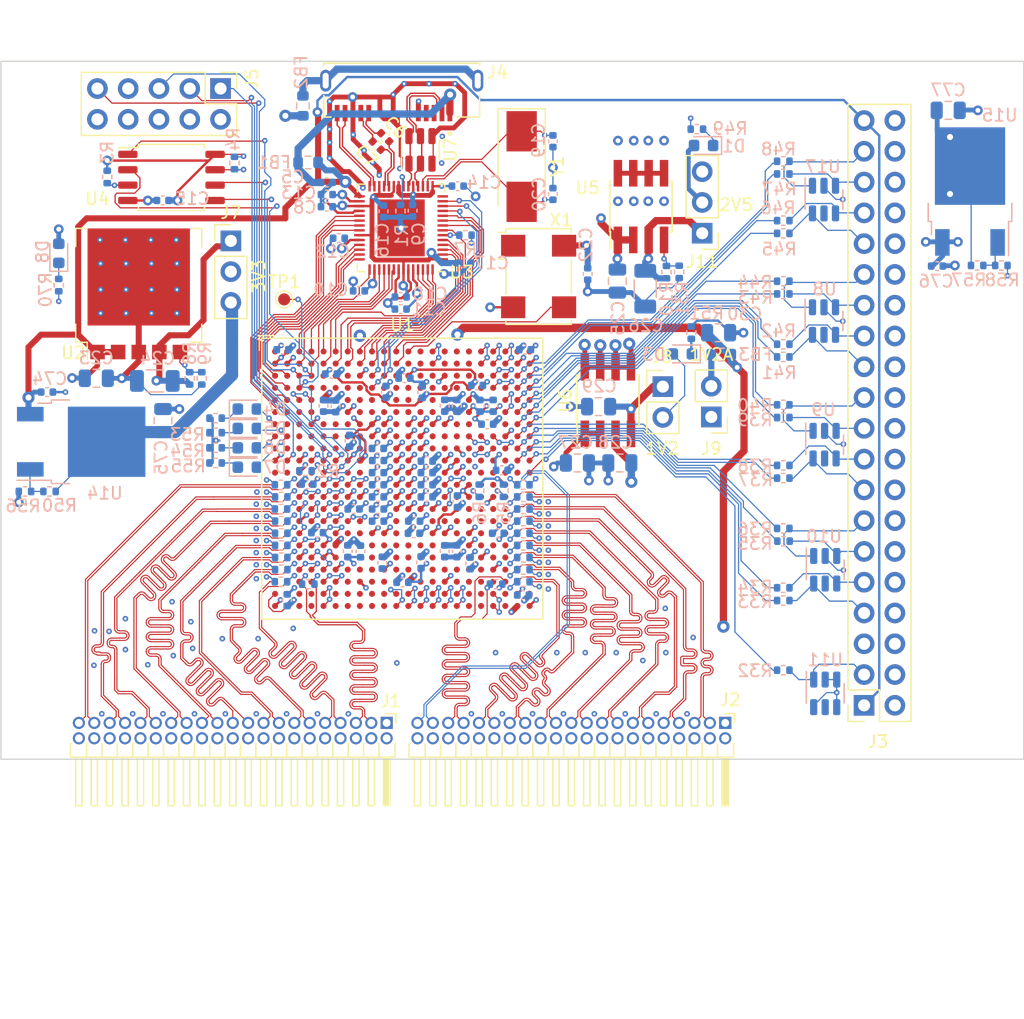
<source format=kicad_pcb>
(kicad_pcb (version 20221018) (generator pcbnew)
  (layers (0 "F.Cu" signal) (1 "In1.Cu" signal) (2 "In2.Cu" signal) (31 "B.Cu" signal) (34 "B.Paste" user) (35 "F.Paste" user) (36 "B.SilkS" user "B.Silkscreen") (37 "F.SilkS" user "F.Silkscreen") (38 "B.Mask" user) (39 "F.Mask" user) (44 "Edge.Cuts" user))
  (net 0 "")
  (net 1 "+1V2")
  (net 2 "GNDD")
  (net 3 "Net-(U3-XO)")
  (net 4 "Net-(U3-XI)")
  (net 5 "Net-(D1-K)")
  (net 6 "Net-(D3-K)")
  (net 7 "Net-(D4-K)")
  (net 8 "Net-(D5-K)")
  (net 9 "Net-(D6-K)")
  (net 10 "Net-(D7-K)")
  (net 16 "Net-(U1C-nCONFIG)")
  (net 29 "/LVDS101")
  (net 30 "/LVDS100")
  (net 34 "/LVDS105")
  (net 35 "/LVDS111")
  (net 42 "/LVDS117")
  (net 52 "/LVDS120")
  (net 54 "/LED0")
  (net 65 "/LED1")
  (net 75 "/LVDS130")
  (net 76 "/LVDS132")
  (net 124 "Net-(U1B-IO{slash}VREFB1N0)")
  (net 142 "Net-(U1B-IO{slash}PLL1_OUTp)")
  (net 153 "+2V5")
  (net 154 "+1V2A")
  (net 155 "/LVDS_RX_DATA0_7_N")
  (net 156 "/LVDS_RX_DATA0_7_P")
  (net 157 "/LVDS_RX_DATA0_6_N")
  (net 158 "/LVDS_RX_DATA0_6_P")
  (net 159 "/LVDS_RX_DATA0_5_N")
  (net 160 "/LVDS_RX_DATA0_5_P")
  (net 161 "/LVDS_RX_DATA0_4_N")
  (net 162 "/LVDS_RX_DATA0_4_P")
  (net 163 "/LVDS_RX_DATA0_3_N")
  (net 164 "/LVDS_RX_DATA0_3_P")
  (net 165 "/LVDS_RX_DATA0_2_N")
  (net 166 "/LVDS_RX_DATA0_2_P")
  (net 167 "/LVDS_RX_DATA0_1_N")
  (net 168 "/LVDS_RX_DATA0_1_P")
  (net 169 "/LVDS_RX_DATA0_0_N")
  (net 170 "/LVDS_RX_DATA0_0_P")
  (net 171 "/LVDS_RX_FCLK0_N")
  (net 172 "/LVDS_RX_FCLK0_P")
  (net 173 "/LVDS_RX_CLK0_P")
  (net 174 "/LVDS_RX_CLK0_N")
  (net 175 "+3.3V")
  (net 176 "/LVDS_RX_DATA1_7_N")
  (net 177 "/LVDS_RX_DATA1_7_P")
  (net 178 "/LVDS_RX_DATA1_6_N")
  (net 179 "/LVDS_RX_DATA1_6_P")
  (net 180 "/LVDS_RX_DATA1_5_N")
  (net 181 "/LVDS_RX_DATA1_5_P")
  (net 182 "/LVDS_RX_DATA1_4_N")
  (net 183 "/LVDS_RX_DATA1_4_P")
  (net 184 "/LVDS_RX_DATA1_3_N")
  (net 185 "/LVDS_RX_DATA1_3_P")
  (net 186 "/LVDS_RX_DATA1_2_N")
  (net 187 "/LVDS_RX_DATA1_2_P")
  (net 188 "/LVDS_RX_DATA1_1_N")
  (net 189 "/LVDS_RX_DATA1_1_P")
  (net 190 "/LVDS_RX_DATA1_0_N")
  (net 191 "/LVDS_RX_DATA1_0_P")
  (net 192 "/LVDS_RX_FCLK1_N")
  (net 193 "/LVDS_RX_FCLK1_P")
  (net 194 "/LVDS_RX_CLK1_N")
  (net 196 "/CLK25")
  (net 197 "Net-(U1B-IO{slash}PLL1_OUTn)")
  (net 213 "VBUS")
  (net 214 "/USB_D_P")
  (net 215 "/FT_DATA0")
  (net 216 "/FT_DATA1")
  (net 217 "/FT_DATA2")
  (net 218 "/FT_DATA3")
  (net 219 "/FT_DATA4")
  (net 220 "/FT_DATA5")
  (net 221 "/FT_DATA6")
  (net 222 "/FT_DATA7")
  (net 223 "/FT_DATA8")
  (net 224 "/FT_DATA9")
  (net 225 "/FT_DATA10")
  (net 226 "/FT_DATA11")
  (net 227 "/USB_D_N")
  (net 228 "/FT_DATA12")
  (net 229 "/FT_DATA13")
  (net 230 "/FT_DATA14")
  (net 231 "/FT_DATA15")
  (net 233 "/FT_BE0")
  (net 234 "/FT_BE1")
  (net 235 "/FT_TXE_N")
  (net 236 "/FT_RXF_N")
  (net 237 "/FT_SIWU_N")
  (net 238 "/FT_RD_N")
  (net 239 "/FT_OE_N")
  (net 240 "/FT_RESET_N")
  (net 241 "/FT_WAKEUP_N")
  (net 242 "/FT_GPIO0")
  (net 243 "/FT_GPIO1")
  (net 244 "/FT_CLK")
  (net 245 "/FT_WR_N")
  (net 247 "/USB_SSTX_P")
  (net 248 "/USB_SSTX_N")
  (net 249 "/USB_SSRX_N")
  (net 250 "/USB_SSRX_P")
  (net 251 "/VBUS_RAW")
  (net 252 "/USB_SHIELD")
  (net 253 "/USB_SSTX_RAW_N")
  (net 254 "/USB_SSTX_RAW_P")
  (net 255 "+1V0")
  (net 257 "/USB_RREF")
  (net 258 "/LVDS_RX_CLK1_P")
  (net 259 "/TCK")
  (net 260 "/TDO")
  (net 261 "/TMS")
  (net 264 "/TDI")
  (net 265 "/SPI_nCS")
  (net 266 "/SPI_ADS")
  (net 267 "/SPI_DATA0")
  (net 268 "/SPI_DCLK")
  (net 269 "/SPI_nWP")
  (net 270 "/SPI_nRESET")
  (net 271 "/CRC_ERROR")
  (net 272 "/LVDS26")
  (net 273 "/LVDS23")
  (net 274 "/LVDS20")
  (net 275 "/LVDS22")
  (net 276 "/LVDS12")
  (net 277 "/LVDS17")
  (net 278 "/LVDS10")
  (net 279 "/LVDS18")
  (net 280 "/LVDS7")
  (net 281 "/LVDS2")
  (net 282 "/nSTATUS")
  (net 283 "/CONF_DONE")
  (net 284 "/POD_CLK")
  (net 285 "/POD_D15")
  (net 286 "/POD_D14")
  (net 287 "/POD_D13")
  (net 288 "/POD_D12")
  (net 289 "/POD_D11")
  (net 290 "/POD_D10")
  (net 291 "/POD_D9")
  (net 292 "/POD_D8")
  (net 293 "/POD_D7")
  (net 294 "/POD_D6")
  (net 295 "/POD_D5")
  (net 296 "/POD_D4")
  (net 297 "/POD_D3")
  (net 298 "/POD_D2")
  (net 299 "/POD_D1")
  (net 300 "/POD_D0")
  (net 302 "/LVDS48")
  (net 303 "/3V3_LDO")
  (net 304 "/3V3_ADJ")
  (net 305 "/2V5_LDO")
  (net 306 "/2V5_ADJ")
  (net 307 "/1V2_LDO")
  (net 309 "/1V2_OPT")
  (net 310 "/DIG_CLK")
  (net 311 "/DIG_D15")
  (net 312 "/DIG_D14")
  (net 313 "/DIG_D13")
  (net 314 "/DIG_D12")
  (net 315 "/DIG_D11")
  (net 316 "/DIG_D10")
  (net 317 "/DIG_D9")
  (net 318 "/DIG_D8")
  (net 319 "/DIG_D7")
  (net 320 "/DIG_D6")
  (net 321 "/DIG_D5")
  (net 322 "/DIG_D4")
  (net 323 "/DIG_D3")
  (net 324 "/DIG_D2")
  (net 325 "/DIG_D1")
  (net 326 "/DIG_D0")
  (net 331 "/LED2")
  (net 333 "/LED3")
  (net 334 "/LVDS_TX_DATA0_RAW_N")
  (net 335 "/LVDS_TX_DATA0_RAW_P")
  (net 336 "/LVDS_TX_DATA1_RAW_N")
  (net 337 "/LVDS_TX_DATA1_RAW_P")
  (net 338 "/LVDS_TX_DATA2_RAW_N")
  (net 339 "/LVDS_TX_DATA2_RAW_P")
  (net 340 "/LVDS_TX_DATA3_RAW_N")
  (net 341 "/LVDS_TX_DATA3_RAW_P")
  (net 343 "/LVDS198")
  (net 344 "/LVDS197")
  (net 345 "/LVDS174")
  (net 346 "/LVDS170")
  (net 347 "/LVDS169")
  (net 348 "/LVDS168")
  (net 349 "/LVDS176")
  (net 350 "/LVDS177")
  (net 351 "/LVDS152")
  (net 352 "/LVDS96")
  (net 353 "/LVDS97")
  (net 354 "/LVDS98")
  (net 355 "/LVDS76")
  (net 361 "3V3_LM_LDO")
  (net 362 "Net-(D8-K)")
  (net 363 "3V3")
  (net 364 "2V5_LM_LDO")
  (net 365 "/power_supply/3V3_ADJ_LM")
  (net 366 "/power_supply/2V5_ADJ_LM")
  (footprint "TestPoint:TestPoint_Pad_D1.0mm" (layer "F.Cu") (at 134.75 66.7)
    (fp_text reference "TP1")
    (fp_text value "TestPoint")
  )
  (footprint "logic_analyzer:SOICN-8LD-PL-1" (layer "F.Cu") (at 164.195 59.04 90)
    (fp_text reference "U5")
    (fp_text value "MIC39102")
  )
  (footprint "Capacitor_SMD:C_0402_1005Metric" (layer "F.Cu") (at 142.389411 54.010589 -45)
    (fp_text reference "C7")
    (fp_text value "0.1u")
  )
  (footprint "Connector_PinHeader_1.27mm:PinHeader_2x21_P1.27mm_Horizontal" (layer "F.Cu") (at 171.15 101.65 -90)
    (fp_text reference "J2")
    (fp_text value "Conn_02x21_Odd_Even")
  )
  (footprint "Connector_PinHeader_2.54mm:PinHeader_1x02_P2.54mm_Vertical" (layer "F.Cu") (at 170 76.4 180)
    (fp_text reference "J9")
    (fp_text value "Conn_01x02_Male")
  )
  (footprint "logic_analyzer:SOICN-8LD-PL-1" (layer "F.Cu") (at 161.465 75.05 90)
    (fp_text reference "U6")
    (fp_text value "MIC49150-1.2")
  )
  (footprint "Crystal:Crystal_SMD_0603-2Pin_6.0x3.5mm_HandSoldering" (layer "F.Cu") (at 154.35 55.7375 -90)
    (fp_text reference "Y1")
    (fp_text value "ABM7-30.000MHZ-D2Y-T")
  )
  (footprint "logic_analyzer:QFN-56-1EP_7x7mm_P0.4mm_FT600Q" (layer "F.Cu") (at 144.4 60.8 180)
    (fp_text reference "U3")
    (fp_text value "FT600Q-B-T")
  )
  (footprint "Package_SO:SOIC-8_5.23x5.23mm_P1.27mm" (layer "F.Cu") (at 125.45 56.635)
    (fp_text reference "U4")
    (fp_text value "W25Q16JVSNIQ")
  )
  (footprint "logic_analyzer:3M_8540-4500PL" (layer "F.Cu") (at 182.61 100.2 180)
    (fp_text reference "J3")
    (fp_text value "3M_8540-4500PL")
  )
  (footprint "Connector_PinHeader_2.54mm:PinHeader_1x03_P2.54mm_Vertical" (layer "F.Cu") (at 169.25 61.24 180)
    (fp_text reference "J11")
    (fp_text value "Conn_01x03_Pin")
  )
  (footprint "Connector_PinHeader_2.54mm:PinHeader_2x05_P2.54mm_Vertical" (layer "F.Cu") (at 129.5 49.3 -90)
    (fp_text reference "J5")
    (fp_text value "Conn_02x05_Odd_Even")
  )
  (footprint "Connector_PinHeader_1.27mm:PinHeader_2x21_P1.27mm_Horizontal" (layer "F.Cu") (at 143.21 101.65 -90)
    (fp_text reference "J1")
    (fp_text value "Conn_02x21_Odd_Even")
  )
  (footprint "Oscillator:Oscillator_SMD_IQD_IQXO70-4Pin_7.5x5.0mm" (layer "F.Cu") (at 155.75 64.81 -90)
    (fp_text reference "X1")
    (fp_text value "FNETHE025")
  )
  (footprint "logic_analyzer:S-PAK-5" (layer "F.Cu") (at 122.75 67.74375 90)
    (fp_text reference "U2")
    (fp_text value "MIC37302")
  )
  (footprint "Connector_PinHeader_2.54mm:PinHeader_1x02_P2.54mm_Vertical" (layer "F.Cu") (at 166 73.9)
    (fp_text reference "J8")
    (fp_text value "Conn_01x02_Male")
  )
  (footprint "Amphenol_GSB343K331HR:AMPHENOL_GSB343K331HR" (layer "F.Cu") (at 144.45 48.65 180)
    (fp_text reference "J4")
    (fp_text value "USB3_B_Micro_Amphenol_GSB343K331HR")
  )
  (footprint "Package_BGA:BGA-484_23.0x23.0mm_Layout22x22_P1.0mm" (layer "F.Cu") (at 144.5 81.5)
    (fp_text reference "U1")
    (fp_text value "EP2C5F484")
  )
  (footprint "Connector_PinHeader_2.54mm:PinHeader_1x03_P2.54mm_Vertical" (layer "F.Cu") (at 130.35 61.87)
    (fp_text reference "J7")
    (fp_text value "Conn_01x03_Pin")
  )
  (footprint "Capacitor_SMD:C_0402_1005Metric" (layer "F.Cu") (at 143.078822 53.32 -45)
    (fp_text reference "C6")
    (fp_text value "0.1u" hide)
  )
  (footprint "Package_TO_SOT_SMD:SOT-23-6" (layer "F.Cu") (at 146 54.3625 90)
    (fp_text reference "U7")
    (fp_text value "SP3003-02UTG")
  )
  (footprint "Capacitor_SMD:C_0402_1005Metric" (layer "B.Cu") (at 154.63 70.85)
    (fp_text reference "C67" hide)
    (fp_text value "100n")
  )
  (footprint "Resistor_SMD:R_0402_1005Metric" (layer "B.Cu") (at 134.51 87 180)
    (fp_text reference "R24" hide)
    (fp_text value "100")
  )
  (footprint "Resistor_SMD:R_0402_1005Metric" (layer "B.Cu") (at 134.51 88 180)
    (fp_text reference "R23" hide)
    (fp_text value "100")
  )
  (footprint "Capacitor_SMD:C_0402_1005Metric" (layer "B.Cu") (at 138.27 57.05)
    (fp_text reference "C5")
    (fp_text value "0.1u")
  )
  (footprint "LED_SMD:LED_0603_1608Metric" (layer "B.Cu") (at 131.7125 77.35)
    (fp_text reference "D5")
    (fp_text value "LED")
  )
  (footprint "Capacitor_SMD:C_0805_2012Metric" (layer "B.Cu") (at 162.45 80.2)
    (fp_text reference "C28")
    (fp_text value "1u")
  )
  (footprint "Resistor_SMD:R_0402_1005Metric" (layer "B.Cu") (at 134.49 82 180)
    (fp_text reference "R30" hide)
    (fp_text value "100")
  )
  (footprint "Capacitor_SMD:C_0402_1005Metric" (layer "B.Cu") (at 156.93 53.6475 90)
    (fp_text reference "C19")
    (fp_text value "18p")
  )
  (footprint "Capacitor_SMD:C_0402_1005Metric" (layer "B.Cu") (at 159.8 64.6 90)
    (fp_text reference "C22")
    (fp_text value "100n")
  )
  (footprint "Resistor_SMD:R_0402_1005Metric" (layer "B.Cu") (at 175.94 65.2)
    (fp_text reference "R44")
    (fp_text value "10k")
  )
  (footprint "Package_TO_SOT_SMD:SOT-23-6" (layer "B.Cu") (at 179.35 78.6875 -90)
    (fp_text reference "U9")
    (fp_text value "SRV05-4")
  )
  (footprint "Package_TO_SOT_SMD:TO-252-2" (layer "B.Cu") (at 118 78.45)
    (fp_text reference "U14")
    (fp_text value "LM317_TO-252")
  )
  (footprint "Resistor_SMD:R_0402_1005Metric" (layer "B.Cu") (at 175.94 76.45)
    (fp_text reference "R39")
    (fp_text value "10k")
  )
  (footprint "LED_SMD:LED_0603_1608Metric" (layer "B.Cu") (at 131.7125 75.75)
    (fp_text reference "D4")
    (fp_text value "LED")
  )
  (footprint "Package_TO_SOT_SMD:SOT-23-6" (layer "B.Cu") (at 179.3 68.4875 -90)
    (fp_text reference "U8")
    (fp_text value "SRV05-4")
  )
  (footprint "Resistor_SMD:R_0402_1005Metric" (layer "B.Cu") (at 154.49 86)
    (fp_text reference "R14" hide)
    (fp_text value "100")
  )
  (footprint "LED_SMD:LED_0603_1608Metric" (layer "B.Cu") (at 131.7125 78.95)
    (fp_text reference "D6")
    (fp_text value "LED")
  )
  (footprint "Resistor_SMD:R_0402_1005Metric" (layer "B.Cu") (at 175.94 91.55)
    (fp_text reference "R33")
    (fp_text value "10k")
  )
  (footprint "Capacitor_SMD:C_0402_1005Metric" (layer "B.Cu") (at 140.15 78.37 90)
    (fp_text reference "C70" hide)
    (fp_text value "100n")
  )
  (footprint "Resistor_SMD:R_0402_1005Metric" (layer "B.Cu") (at 154.49 84)
    (fp_text reference "R12" hide)
    (fp_text value "100")
  )
  (footprint "Capacitor_SMD:C_0402_1005Metric" (layer "B.Cu") (at 146.52 82 180)
    (fp_text reference "C46" hide)
    (fp_text value "100n")
  )
  (footprint "Package_TO_SOT_SMD:TO-252-2" (layer "B.Cu") (at 191.35 57.8 90)
    (fp_text reference "U15")
    (fp_text value "LM317_TO-252")
  )
  (footprint "Resistor_SMD:R_0603_1608Metric" (layer "B.Cu") (at 136.3 50.725 -90)
    (fp_text reference "FB2")
    (fp_text value "BLM18PG221SN1D")
  )
  (footprint "Resistor_SMD:R_0402_1005Metric" (layer "B.Cu") (at 175.94 60.2)
    (fp_text reference "R46")
    (fp_text value "10k")
  )
  (footprint "Capacitor_SMD:C_0402_1005Metric" (layer "B.Cu") (at 138.27 58.05)
    (fp_text reference "C13")
    (fp_text value "100n")
  )
  (footprint "Capacitor_SMD:C_0402_1005Metric" (layer "B.Cu") (at 146.05 88.4 -90)
    (fp_text reference "C58" hide)
    (fp_text value "100n")
  )
  (footprint "Capacitor_SMD:C_0402_1005Metric" (layer "B.Cu") (at 149.68 63.7 180)
    (fp_text reference "C17")
    (fp_text value "100n")
  )
  (footprint "Capacitor_SMD:C_0402_1005Metric" (layer "B.Cu") (at 152.72 80.8 180)
    (fp_text reference "C68" hide)
    (fp_text value "100n")
  )
  (footprint "Capacitor_SMD:C_0402_1005Metric" (layer "B.Cu") (at 145.35 59.38 90)
    (fp_text reference "C9")
    (fp_text value "100n")
  )
  (footprint "Resistor_SMD:R_0402_1005Metric" (layer "B.Cu") (at 134.51 85 180)
    (fp_text reference "R26" hide)
    (fp_text value "100")
  )
  (footprint "Capacitor_SMD:C_0402_1005Metric" (layer "B.Cu") (at 142.49 84 180)
    (fp_text reference "C39" hide)
    (fp_text value "100n")
  )
  (footprint "Capacitor_SMD:C_0402_1005Metric" (layer "B.Cu") (at 142.49 85 180)
    (fp_text reference "C43" hide)
    (fp_text value "100n")
  )
  (footprint "Resistor_SMD:R_0402_1005Metric" (layer "B.Cu") (at 130.65 55.445 90)
    (fp_text reference "R4")
    (fp_text value "10k")
  )
  (footprint "Capacitor_SMD:C_0402_1005Metric" (layer "B.Cu") (at 142.95 59.43 90)
    (fp_text reference "C16")
    (fp_text value "100n")
  )
  (footprint "Capacitor_SMD:C_0402_1005Metric" (layer "B.Cu") (at 149.08 57.35 180)
    (fp_text reference "C14")
    (fp_text value "100n")
  )
  (footprint "Capacitor_SMD:C_0402_1005Metric" (layer "B.Cu") (at 188.63 63.95)
    (fp_text reference "C76")
    (fp_text value "100n")
  )
  (footprint "Capacitor_SMD:C_0402_1005Metric" (layer "B.Cu") (at 140.48 84)
    (fp_text reference "C57" hide)
    (fp_text value "100n")
  )
  (footprint "Resistor_SMD:R_0402_1005Metric" (layer "B.Cu") (at 113.36 82.55)
    (fp_text reference "R56")
    (fp_text value "3k")
  )
  (footprint "Capacitor_SMD:C_0402_1005Metric" (layer "B.Cu") (at 138.63 72.85 180)
    (fp_text reference "C66" hide)
    (fp_text value "100n")
  )
  (footprint "Package_TO_SOT_SMD:SOT-23-6" (layer "B.Cu") (at 179.3 58.4625 -90)
    (fp_text reference "U17")
    (fp_text value "SRV05-4")
  )
  (footprint "Resistor_SMD:R_0402_1005Metric" (layer "B.Cu") (at 154.49 82)
    (fp_text reference "R20" hide)
    (fp_text value "100")
  )
  (footprint "Resistor_SMD:R_0402_1005Metric" (layer "B.Cu") (at 134.51 89 180)
    (fp_text reference "R22" hide)
    (fp_text value "100")
  )
  (footprint "Resistor_SMD:R_0402_1005Metric" (layer "B.Cu") (at 134.51 83 180)
    (fp_text reference "R28" hide)
    (fp_text value "100")
  )
  (footprint "Resistor_SMD:R_0402_1005Metric" (layer "B.Cu") (at 175.94 66.25)
    (fp_text reference "R43")
    (fp_text value "10k")
  )
  (footprint "Resistor_SMD:R_0402_1005Metric" (layer "B.Cu") (at 129.09 76.5)
    (fp_text reference "R52" hide)
    (fp_text value "1k")
  )
  (footprint "Resistor_SMD:R_0402_1005Metric" (layer "B.Cu") (at 175.94 90.5)
    (fp_text reference "R34")
    (fp_text value "10k")
  )
  (footprint "Resistor_SMD:R_0402_1005Metric" (layer "B.Cu") (at 134.49 84 180)
    (fp_text reference "R27" hide)
    (fp_text value "100")
  )
  (footprint "LED_SMD:LED_0603_1608Metric" (layer "B.Cu") (at 167.6125 71.2 180)
    (fp_text reference "D3")
    (fp_text value "LED")
  )
  (footprint "Capacitor_SMD:C_0402_1005Metric" (layer "B.Cu") (at 139 75.52 -90)
    (fp_text reference "C31" hide)
    (fp_text value "1n")
  )
  (footprint "Capacitor_SMD:C_0402_1005Metric" (layer "B.Cu") (at 142.49 81)
    (fp_text reference "C37" hide)
    (fp_text value "100n")
  )
  (footprint "Capacitor_SMD:C_0402_1005Metric" (layer "B.Cu") (at 151.52 77 180)
    (fp_text reference "C62" hide)
    (fp_text value "100n")
  )
  (footprint "Capacitor_SMD:C_0402_1005Metric" (layer "B.Cu") (at 134.62 70.85 180)
    (fp_text reference "C60" hide)
    (fp_text value "100n")
  )
  (footprint "Capacitor_SMD:C_0402_1005Metric" (layer "B.Cu") (at 138.27 59.05)
    (fp_text reference "C8")
    (fp_text value "4.7u")
  )
  (footprint "Resistor_SMD:R_0402_1005Metric" (layer "B.Cu") (at 127.95 73.22 90)
    (fp_text reference "R9")
    (fp_text value "3k")
  )
  (footprint "Resistor_SMD:R_0402_1005Metric" (layer "B.Cu") (at 175.94 55.3)
    (fp_text reference "R48")
    (fp_text value "10k")
  )
  (footprint "Capacitor_SMD:C_0402_1005Metric" (layer "B.Cu") (at 135 91.52 90)
    (fp_text reference "C50" hide)
    (fp_text value "100n")
  )
  (footprint "Capacitor_SMD:C_0805_2012Metric" (layer "B.Cu") (at 160.7 75.55)
    (fp_text reference "C29")
    (fp_text value "1u")
  )
  (footprint "Resistor_SMD:R_0402_1005Metric" (layer "B.Cu") (at 120.15 56.595 90)
    (fp_text reference "R3")
    (fp_text value "10k")
  )
  (footprint "Package_TO_SOT_SMD:SOT-23-6" (layer "B.Cu") (at 179.4 89.0125 -90)
    (fp_text reference "U10")
    (fp_text value "SRV05-4")
  )
  (footprint "Capacitor_SMD:C_1206_3216Metric" (layer "B.Cu") (at 124.075 73.43)
    (fp_text reference "C24")
    (fp_text value "47u")
  )
  (footprint "Capacitor_SMD:C_0805_2012Metric" (layer "B.Cu") (at 189.55 51.1 180)
    (fp_text reference "C77")
    (fp_text value "1u")
  )
  (footprint "Capacitor_SMD:C_0402_1005Metric" (layer "B.Cu") (at 142.49 82)
    (fp_text reference "C42" hide)
    (fp_text value "100n")
  )
  (footprint "Resistor_SMD:R_0402_1005Metric" (layer "B.Cu") (at 175.94 81.45)
    (fp_text reference "R37")
    (fp_text value "10k")
  )
  (footprint "Resistor_SMD:R_0402_1005Metric" (layer "B.Cu") (at 129.09 80.2)
    (fp_text reference "R55")
    (fp_text value "1k")
  )
  (footprint "Capacitor_SMD:C_0402_1005Metric" (layer "B.Cu") (at 150.67 73.8)
    (fp_text reference "C61" hide)
    (fp_text value "100n")
  )
  (footprint "Capacitor_SMD:C_0402_1005Metric" (layer "B.Cu") (at 149 75.48 90)
    (fp_text reference "C1" hide)
    (fp_text value "1n")
  )
  (footprint "Resistor_SMD:R_0402_1005Metric" (layer "B.Cu") (at 115.39 82.55)
    (fp_text reference "R50")
    (fp_text value "5k")
  )
  (footprint "Resistor_SMD:R_0402_1005Metric" (layer "B.Cu") (at 175.94 61.25)
    (fp_text reference "R45")
    (fp_text value "10k")
  )
  (footprint "Resistor_SMD:R_0402_1005Metric" (layer "B.Cu") (at 175.94 56.35)
    (fp_text reference "R47")
    (fp_text value "10k")
  )
  (footprint "Resistor_SMD:R_0402_1005Metric" (layer "B.Cu") (at 149.71 61.4)
    (fp_text reference "R7")
    (fp_text value "10k")
  )
  (footprint "Capacitor_SMD:C_0402_1005Metric" (layer "B.Cu") (at 146.52 81 180)
    (fp_text reference "C45" hide)
    (fp_text value "100n")
  )
  (footprint "Capacitor_SMD:C_0805_2012Metric" (layer "B.Cu") (at 162.25 65.19 90)
    (fp_text reference "C25")
    (fp_text value "2u")
  )
  (footprint "Capacitor_SMD:C_0402_1005Metric" (layer "B.Cu") (at 146.52 80.05 180)
    (fp_text reference "C44" hide)
    (fp_text value "100n")
  )
  (footprint "Capacitor_SMD:C_0402_1005Metric" (layer "B.Cu") (at 140 87.48 -90)
    (fp_text reference "C36" hide)
    (fp_text value "100n")
  )
  (footprint "Resistor_SMD:R_0402_1005Metric" (layer "B.Cu") (at 129.09 77.7)
    (fp_text reference "R53")
    (fp_text value "1k")
  )
  (footprint "Resistor_SMD:R_0402_1005Metric" (layer "B.Cu") (at 175.94 97.3)
    (fp_text reference "R32")
    (fp_text value "10k")
  )
  (footprint "Resistor_SMD:R_0402_1005Metric" (layer "B.Cu") (at 175.94 75.4)
    (fp_text reference "R40")
    (fp_text value "10k")
  )
  (footprint "Resistor_SMD:R_0402_1005Metric" (layer "B.Cu") (at 168.81 52.65)
    (fp_text reference "R49")
    (fp_text value "1k")
  )
  (footprint "Resistor_SMD:R_0402_1005Metric" (layer "B.Cu") (at 175.96 86.65)
    (fp_text reference "R35")
    (fp_text value "10k")
  )
  (footprint "Capacitor_SMD:C_0402_1005Metric" (layer "B.Cu") (at 137.48 85.95)
    (fp_text reference "C54" hide)
    (fp_text value "100n")
  )
  (footprint "Resistor_SMD:R_0603_1608Metric" (layer "B.Cu") (at 136.725 55.4 180)
    (fp_text reference "FB1")
    (fp_text value "BLM18PG221SN1D")
  )
  (footprint "Capacitor_SMD:C_0402_1005Metric" (layer "B.Cu") (at 149.05 83.37 90)
    (fp_text reference "C59" hide)
    (fp_text value "100n")
  )
  (footprint "Resistor_SMD:R_0402_1005Metric" (layer "B.Cu") (at 154.49 90)
    (fp_text reference "R18" hide)
    (fp_text value "100")
  )
  (footprint "LED_SMD:LED_0603_1608Metric" (layer "B.Cu") (at 169.3625 54 180)
    (fp_text reference "D1")
    (fp_text value "LED")
  )
  (footprint "Capacitor_SMD:C_0402_1005Metric" (layer "B.Cu") (at 142.85 88.43 -90)
    (fp_text reference "C55" hide)
    (fp_text value "100n")
  )
  (footprint "Resistor_SMD:R_0402_1005Metric" (layer "B.Cu") (at 126.95 73.22 -90)
    (fp_text reference "R8")
    (fp_text value "5k")
  )
  (footprint "Capacitor_SMD:C_0402_1005Metric" (layer "B.Cu") (at 143.15 74.33 90)
    (fp_text reference "C63" hide)
    (fp_text value "100n")
  )
  (footprint "Capacitor_SMD:C_0402_1005Metric" (layer "B.Cu") (at 146.15 74.35 90)
    (fp_text reference "C64" hide)
    (fp_text value "100n")
  )
  (footprint "Capacitor_SMD:C_0402_1005Metric" (layer "B.Cu") (at 115.18 74.35)
    (fp_text reference "C74")
    (fp_text value "100n")
  )
  (footprint "Capacitor_SMD:C_0402_1005Metric" (layer "B.Cu") (at 148 87.48 -90)
    (fp_text reference "C33" hide)
    (fp_text value "1n")
  )
  (footprint "Capacitor_SMD:C_0402_1005Metric" (layer "B.Cu") (at 152.4 86)
    (fp_text reference "C53" hide)
    (fp_text value "100n")
  )
  (footprint "Resistor_SMD:R_0402_1005Metric" (layer "B.Cu") (at 175.94 71.45)
    (fp_text reference "R41")
    (fp_text value "10k")
  )
  (footprint "Capacitor_SMD:C_0805_2012Metric" (layer "B.Cu") (at 119.25 73.21 180)
    (fp_text reference "C23")
    (fp_text value "2u")
  )
  (footprint "Capacitor_SMD:C_0402_1005Metric" (layer "B.Cu") (at 154.47 91.1 180)
    (fp_text reference "C51" hide)
    (fp_text value "100n")
  )
  (footprint "Capacitor_SMD:C_0402_1005Metric" (layer "B.Cu") (at 148 75.47 90)
    (fp_text reference "C2" hide)
    (fp_text value "100n" hide)
  )
  (footprint "Resistor_SMD:R_0402_1005Metric" (layer "B.Cu") (at 134.49 90 180)
    (fp_text reference "R21" hide)
    (fp_text value "100")
  )
  (footprint "Resistor_SMD:R_0402_1005Metric" (layer "B.Cu") (at 191.94 63.9 180)
    (fp_text reference "R57")
    (fp_text value "5k")
  )
  (footprint "Resistor_SMD:R_0603_1608Metric" (layer "B.Cu") (at 170.825 71.25)
    (fp_text reference "FB3")
    (fp_text value "BLM18PG221SN1D")
  )
  (footprint "Capacitor_SMD:C_1206_3216Metric" (layer "B.Cu") (at 164.55 65.815 90)
    (fp_text reference "C26")
    (fp_text value "47u")
  )
  (footprint "Resistor_SMD:R_0402_1005Metric" (layer "B.Cu") (at 168.35 69.44 -90)
    (fp_text reference "R51")
    (fp_text value "1k")
  )
  (footprint "Capacitor_SMD:C_0402_1005Metric" (layer "B.Cu") (at 142.5 80)
    (fp_text reference "C40" hide)
    (fp_text value "100n")
  )
  (footprint "Resistor_SMD:R_0402_1005Metric" (layer "B.Cu") (at 144.35 59.41 -90)
    (fp_text reference "R1")
    (fp_text value "1.6k/1%")
  )
  (footprint "Capacitor_SMD:C_0402_1005Metric" (layer "B.Cu") (at 149 87.48 -90)
    (fp_text reference "C34" hide)
    (fp_text value "100n")
  )
  (footprint "Capacitor_SMD:C_0402_1005Metric" (layer "B.Cu") (at 156.93 57.9975 -90)
    (fp_text reference "C20")
    (fp_text value "18p")
  )
  (footprint "Resistor_SMD:R_0402_1005Metric" (layer "B.Cu") (at 154.49 89)
    (fp_text reference "R17" hide)
    (fp_text value "100")
  )
  (footprint "Capacitor_SMD:C_0402_1005Metric" (layer "B.Cu") (at 144.37 66.5)
    (fp_text reference "C18")
    (fp_text value "100n")
  )
  (footprint "LED_SMD:LED_0603_1608Metric" (layer "B.Cu") (at 116.15 62.8975 90)
    (fp_text reference "D8")
    (fp_text value "LED")
  )
  (footprint "Resistor_SMD:R_0402_1005Metric" (layer "B.Cu") (at 154.49 88)
    (fp_text reference "R16" hide)
    (fp_text value "100")
  )
  (footprint "Resistor_SMD:R_0402_1005Metric" (layer "B.Cu") (at 152.85 82.49 -90)
    (fp_text reference "R5")
    (fp_text value "10k")
  )
  (footprint "Capacitor_SMD:C_0402_1005Metric" (layer "B.Cu") (at 145.45 86)
    (fp_text reference "C49" hide)
    (fp_text value "100n")
  )
  (footprint "Resistor_SMD:R_0402_1005Metric" (layer "B.Cu") (at 154.49 83)
    (fp_text reference "R11" hide)
    (fp_text value "100")
  )
  (footprint "Resistor_SMD:R_0402_1005Metric" (layer "B.Cu") (at 175.94 85.6)
    (fp_text reference "R36")
    (fp_text value "10k")
  )
  (footprint "Resistor_SMD:R_0402_1005Metric" (layer "B.Cu") (at 129.09 78.95)
    (fp_text reference "R54")
    (fp_text value "1k")
  )
  (footprint "Resistor_SMD:R_0402_1005Metric" (layer "B.Cu") (at 150.85 82.49 -90)
    (fp_text reference "R6")
    (fp_text value "10k")
  )
  (footprint "Resistor_SMD:R_0402_1005Metric" (layer "B.Cu") (at 136.51 80.85)
    (fp_text reference "R2")
    (fp_text value "10k")
  )
  (footprint "Capacitor_SMD:C_0402_1005Metric" (layer "B.Cu") (at 141.05 87.5 -90)
    (fp_text reference "C35" hide)
    (fp_text value "1n")
  )
  (footprint "Capacitor_SMD:C_0402_1005Metric" (layer "B.Cu") (at 150.9 75.48 90)
    (fp_text reference "C3" hide)
    (fp_text value "1n" hide)
  )
  (footprint "Capacitor_SMD:C_0402_1005Metric" (layer "B.Cu") (at 144.37 67.5)
    (fp_text reference "C11")
    (fp_text value "100n")
  )
  (footprint "Resistor_SMD:R_0402_1005Metric" (layer "B.Cu") (at 154.49 87)
    (fp_text reference "R15" hide)
    (fp_text value "100")
  )
  (footprint "Resistor_SMD:R_0402_1005Metric" (layer "B.Cu") (at 193.94 63.9 180)
    (fp_text reference "R58")
    (fp_text value "5k")
  )
  (footprint "Capacitor_SMD:C_0402_1005Metric" (layer "B.Cu") (at 144.52 90.05)
    (fp_text reference "C69" hide)
    (fp_text value "100n")
  )
  (footprint "Capacitor_SMD:C_0402_1005Metric" (layer "B.Cu") (at 140.92 66)
    (fp_text reference "C10")
    (fp_text value "100n")
  )
  (footprint "Resistor_SMD:R_0402_1005Metric" (layer "B.Cu") (at 167.35 64.43 90)
    (fp_text reference "R31")
    (fp_text value "10k")
  )
  (footprint "Capacitor_SMD:C_0402_1005Metric" (layer "B.Cu") (at 142.48 79 180)
    (fp_text reference "C38" hide)
    (fp_text value "100n")
  )
  (footprint "Capacitor_SMD:C_0402_1005Metric" (layer "B.Cu") (at 152 75.48 90)
    (fp_text reference "C4" hide)
    (fp_text value "100n" hide)
  )
  (footprint "Capacitor_SMD:C_0402_1005Metric" (layer "B.Cu") (at 144.68 73.2)
    (fp_text reference "C65" hide)
    (fp_text value "100n")
  )
  (footprint "Capacitor_SMD:C_0402_1005Metric" (layer "B.Cu") (at 136.67 81.95)
    (fp_text reference "C56" hide)
    (fp_text value "100n")
  )
  (footprint "Capacitor_SMD:C_0805_2012Metric" (layer "B.Cu") (at 170.6 69.45 180)
    (fp_text reference "C30")
    (fp_text value "10u")
  )
  (footprint "Resistor_SMD:R_0402_1005Metric" (layer "B.Cu") (at 134.51 86 180)
    (fp_text reference "R25" hide)
    (fp_text value "100")
  )
  (footprint "Resistor_SMD:R_0402_1005Metric" (layer "B.Cu") (at 152.24 90.2)
    (fp_text reference "R19" hide)
    (fp_text value "100")
  )
  (footprint "Capacitor_SMD:C_0402_1005Metric" (layer "B.Cu") (at 124.73 58.535)
    (fp_text reference "C15")
    (fp_text value "100n")
  )
  (footprint "Capacitor_SMD:C_0402_1005Metric" (layer "B.Cu") (at 139.27 61.65)
    (fp_text reference "C12")
    (fp_text value "100n")
  )
  (footprint "LED_SMD:LED_0603_1608Metric" (layer "B.Cu") (at 131.7125 80.55)
    (fp_text reference "D7")
    (fp_text value "LED")
  )
  (footprint "Resistor_SMD:R_0402_1005Metric" (layer "B.Cu") (at 175.94 80.4)
    (fp_text reference "R38")
    (fp_text value "10k")
  )
  (footprint "Capacitor_SMD:C_0805_2012Metric" (layer "B.Cu") (at 124.75 76.7 -90)
    (fp_text reference "C75")
    (fp_text value "1u")
  )
  (footprint "Capacitor_SMD:C_0402_1005Metric" (layer "B.Cu") (at 145.48 85)
    (fp_text reference "C48" hide)
    (fp_text value "100n")
  )
  (footprint "Resistor_SMD:R_0402_1005Metric" (layer "B.Cu") (at 154.49 85)
    (fp_text reference "R13" hide)
    (fp_text value "100")
  )
  (footprint "Capacitor_SMD:C_0402_1005Metric" (layer "B.Cu") (at 138 75.48 -90)
    (fp_text reference "C32" hide)
    (fp_text value "100n")
  )
  (footprint "Resistor_SMD:R_0402_1005Metric" (layer "B.Cu") (at 175.94 70.4)
    (fp_text reference "R42")
    (fp_text value "10k")
  )
  (footprint "Capacitor_SMD:C_0402_1005Metric" (layer "B.Cu") (at 146.52 83 180)
    (fp_text reference "C47" hide)
    (fp_text value "100n")
  )
  (footprint "Resistor_SMD:R_0402_1005Metric" (layer "B.Cu") (at 136.74 90.2 180)
    (fp_text reference "R29" hide)
    (fp_text value "100")
  )
  (footprint "Capacitor_SMD:C_0402_1005Metric" (layer "B.Cu") (at 150.1 88.48 90)
    (fp_text reference "C52" hide)
    (fp_text value "100n")
  )
  (footprint "Resistor_SMD:R_0402_1005Metric" (layer "B.Cu") (at 166.3 64.45 -90)
    (fp_text reference "R10")
    (fp_text value "10k")
  )
  (footprint "Resistor_SMD:R_0402_1005Metric" (layer "B.Cu") (at 116.15 65.52 90)
    (fp_text reference "R70")
    (fp_text value "1k")
  )
  (footprint "Package_TO_SOT_SMD:SOT-23-6" (layer "B.Cu") (at 179.4 99.2125 -90)
    (fp_text reference "U11")
    (fp_text value "SRV05-4")
  )
  (footprint "Capacitor_SMD:C_0402_1005Metric" (layer "B.Cu") (at 142.49 83)
    (fp_text reference "C41" hide)
    (fp_text value "100n")
  )
  (footprint "Capacitor_SMD:C_0805_2012Metric" (layer "B.Cu") (at 158.95 80.2 180)
    (fp_text reference "C27")
    (fp_text value "1u")
  )
  (gr_rect (start 111.379 47.05) (end 195.779 104.648) (stroke (width 0.1)) (fill none) (layer "Edge.Cuts"))
  (gr_text "1V2" (at 165.95 79) (layer "F.SilkS") (effects (font (size 1 1))))
  (gr_text "3V3" (at 132.65 64.8 90) (layer "F.SilkS") (effects (font (size 1 1))))
  (gr_text "1V2A" (at 170 71.25) (layer "F.SilkS") (effects (font (size 1 1))))
  (gr_text "2V5" (at 172.05 58.9) (layer "F.SilkS") (effects (font (size 1 1))))
  (segment (start 143 79) (end 143.5 78.5) (width 0.2) (layer "F.Cu") (net 1))
  (segment (start 141 77) (end 140.5 76.5) (width 0.2) (layer "F.Cu") (net 1))
  (segment (start 139 87) (end 139 86.9) (width 0.508) (layer "F.Cu") (net 1))
  (segment (start 144 84) (end 144.5 83.5) (width 0.2) (layer "F.Cu") (net 1))
  (segment (start 142 80) (end 142.5 79.5) (width 0.2) (layer "F.Cu") (net 1))
  (segment (start 146 84) (end 146.5 83.5) (width 0.2) (layer "F.Cu") (net 1))
  (segment (start 138 75) (end 138 74.9) (width 0.508) (layer "F.Cu") (net 1))
  (segment (start 142 82) (end 142.5 81.5) (width 0.2) (layer "F.Cu") (net 1))
  (segment (start 149 81) (end 149.5 80.5) (width 0.2) (layer "F.Cu") (net 1))
  (segment (start 150 76) (end 150.35 75.5) (width 0.2) (layer "F.Cu") (net 1))
  (segment (start 150 87) (end 150.5 86.5) (width 0.2) (layer "F.Cu") (net 1))
  (segment (start 141 78) (end 141.45 78.45) (width 0.2) (layer "F.Cu") (net 1))
  (segment (start 148 86) (end 148.5 85.5) (width 0.2) (layer "F.Cu") (net 1))
  (segment (start 144 79) (end 144.5 78.5) (width 0.2) (layer "F.Cu") (net 1))
  (segment (start 147 80) (end 147.5 79.5) (width 0.2) (layer "F.Cu") (net 1))
  (segment (start 142 81) (end 142.5 80.5) (width 0.2) (layer "F.Cu") (net 1))
  (segment (start 146 79) (end 146.5 78.5) (width 0.2) (layer "F.Cu") (net 1))
  (segment (start 147 82) (end 147.5 81.5) (width 0.2) (layer "F.Cu") (net 1))
  (segment (start 138 74.9) (end 138.5 74.4) (width 0.508) (layer "F.Cu") (net 1))
  (segment (start 145 85) (end 145.5 84.5) (width 0.2) (layer "F.Cu") (net 1))
  (segment (start 145 77) (end 145.5 76.5) (width 0.2) (layer "F.Cu") (net 1))
  (segment (start 141.45 78.45) (end 141.45 79.55) (width 0.2) (layer "F.Cu") (net 1))
  (segment (start 147 83) (end 147.5 82.5) (width 0.2) (layer "F.Cu") (net 1))
  (segment (start 143 85) (end 143.5 84.5) (width 0.2) (layer "F.Cu") (net 1))
  (segment (start 141 80) (end 141.05 80) (width 0.508) (layer "F.Cu") (net 1))
  (segment (start 146 78) (end 146.5 77.5) (width 0.2) (layer "F.Cu") (net 1))
  (segment (start 141.05 80) (end 141.45 79.6) (width 0.4) (layer "F.Cu") (net 1))
  (segment (start 145 86) (end 145.5 85.5) (width 0.2) (layer "F.Cu") (net 1))
  (segment (start 142 83) (end 142.5 82.5) (width 0.2) (layer "F.Cu") (net 1))
  (segment (start 145 84) (end 145.5 83.5) (width 0.2) (layer "F.Cu") (net 1))
  (segment (start 147 81) (end 147.5 80.5) (width 0.2) (layer "F.Cu") (net 1))
  (segment (start 145 79) (end 145.5 78.5) (width 0.2) (layer "F.Cu") (net 1))
  (segment (start 145 78) (end 145.5 77.5) (width 0.2) (layer "F.Cu") (net 1))
  (segment (start 143 84) (end 143.5 83.5) (width 0.2) (layer "F.Cu") (net 1))
  (segment (start 147 84) (end 147.5 83.5) (width 0.2) (layer "F.Cu") (net 1))
  (segment (start 139 86.9) (end 139.45 86.45) (width 0.508) (layer "F.Cu") (net 1))
  (via (at 146.5 77.5) (size 0.46) (drill 0.2) (layers "F.Cu" "B.Cu") (net 1))
  (via (at 138.5 74.4) (size 0.46) (drill 0.2) (layers "F.Cu" "B.Cu") (net 1))
  (via (at 150.5 86.5) (size 0.46) (drill 0.2) (layers "F.Cu" "B.Cu") (net 1))
  (via (at 141.45 79.6) (size 0.46) (drill 0.2) (layers "F.Cu" "B.Cu") (net 1))
  (via (at 148.5 85.5) (size 0.46) (drill 0.2) (layers "F.Cu" "B.Cu") (net 1))
  (via (at 147.5 82.5) (size 0.46) (drill 0.2) (layers "F.Cu" "B.Cu") (net 1))
  (via (at 146.5 78.5) (size 0.46) (drill 0.2) (layers "F.Cu" "B.Cu") (net 1))
  (via (at 145.5 78.5) (size 0.46) (drill 0.2) (layers "F.Cu" "B.Cu") (net 1))
  (via (at 143.5 83.5) (size 0.46) (drill 0.2) (layers "F.Cu" "B.Cu") (net 1))
  (via (at 142.45 80.5) (size 0.46) (drill 0.2) (layers "F.Cu" "B.Cu") (net 1))
  (via (at 149.5 80.5) (size 0.46) (drill 0.2) (layers "F.Cu" "B.Cu") (net 1))
  (via (at 143.5 84.5) (size 0.46) (drill 0.2) (layers "F.Cu" "B.Cu") (net 1))
  (via (at 140.5 76.5) (size 0.46) (drill 0.2) (layers "F.Cu" "B.Cu") (net 1))
  (via (at 145.5 76.5) (size 0.46) (drill 0.2) (layers "F.Cu" "B.Cu") (net 1))
  (via (at 145.4 85.5) (size 0.46) (drill 0.2) (layers "F.Cu" "B.Cu") (net 1))
  (via (at 145.45 84.5) (size 0.46) (drill 0.2) (layers "F.Cu" "B.Cu") (net 1))
  (via (at 143.5 78.5) (size 0.46) (drill 0.2) (layers "F.Cu" "B.Cu") (net 1))
  (via (at 144.5 78.5) (size 0.46) (drill 0.2) (layers "F.Cu" "B.Cu") (net 1))
  (via (at 147.5 83.5) (size 0.46) (drill 0.2) (layers "F.Cu" "B.Cu") (net 1))
  (via (at 147.5 80.5) (size 0.46) (drill 0.2) (layers "F.Cu" "B.Cu") (net 1))
  (via (at 142.4 79.6) (size 0.46) (drill 0.2) (layers "F.Cu" "B.Cu") (net 1))
  (via (at 145.5 77.5) (size 0.46) (drill 0.2) (layers "F.Cu" "B.Cu") (net 1))
  (via (at 139.45 86.45) (size 0.46) (drill 0.2) (layers "F.Cu" "B.Cu") (net 1))
  (via (at 144.5 83.5) (size 0.46) (drill 0.2) (layers "F.Cu" "B.Cu") (net 1))
  (via (at 146.5 83.55) (size 0.46) (drill 0.2) (layers "F.Cu" "B.Cu") (net 1))
  (via (at 147.5 81.5) (size 0.46) (drill 0.2) (layers "F.Cu" "B.Cu") (net 1))
  (via (at 145.5 83.5) (size 0.46) (drill 0.2) (layers "F.Cu" "B.Cu") (net 1))
  (via (at 147.5 79.5) (size 0.46) (drill 0.2) (layers "F.Cu" "B.Cu") (net 1))
  (via (at 150.35 75.5) (size 0.46) (drill 0.2) (layers "F.Cu" "B.Cu") (net 1))
  (via (at 142.45 81.5) (size 0.46) (drill 0.2) (layers "F.Cu" "B.Cu") (net 1))
  (via (at 142.35 82.65) (size 0.46) (drill 0.2) (layers "F.Cu" "B.Cu") (net 1))
  (segment (start 166.825 71.225) (end 167.8 72.2) (width 0.1) (layer "B.Cu") (net 1))
  (segment (start 143 85) (end 143.5 84.5) (width 0.2) (layer "B.Cu") (net 1))
  (segment (start 145 84.95) (end 145.45 84.5) (width 0.508) (layer "B.Cu") (net 1))
  (segment (start 150.9 75.96) (end 152 75.96) (width 0.2) (layer "B.Cu") (net 1))
  (segment (start 167.8 74.64) (end 166 76.44) (width 0.1) (layer "B.Cu") (net 1))
  (segment (start 142.01 80.99) (end 142.3365 80.6635) (width 0.2) (layer "B.Cu") (net 1))
  (segment (start 147 82) (end 147.5 81.5) (width 0.508) (layer "B.Cu") (net 1))
  (segment (start 142.96 79) (end 143 79) (width 0.508) (layer "B.Cu") (net 1))
  (segment (start 142.01 81.99) (end 142.3365 81.6635) (width 0.2) (layer "B.Cu") (net 1))
  (segment (start 166.825 71.2) (end 166.825 71.225) (width 0.4) (layer "B.Cu") (net 1))
  (segment (start 142.01 82) (end 142.01 81.99) (width 0.508) (layer "B.Cu") (net 1))
  (segment (start 143 84) (end 143.5 83.5) (width 0.2) (layer "B.Cu") (net 1))
  (segment (start 145 85) (end 145 84.95) (width 0.508) (layer "B.Cu") (net 1))
  (segment (start 147 80) (end 147.5 79.5) (width 0.508) (layer "B.Cu") (net 1))
  (segment (start 142.97 85) (end 143 85) (width 0.508) (layer "B.Cu") (net 1))
  (segment (start 150.9 75.96) (end 150.81 75.96) (width 0.2) (layer "B.Cu") (net 1))
  (segment (start 143 79) (end 143.5 78.5) (width 0.2) (layer "B.Cu") (net 1))
  (segment (start 142.02 80) (end 142.02 79.98) (width 0.508) (layer "B.Cu") (net 1))
  (segment (start 142.01 83) (end 142.01 82.99) (width 0.508) (layer "B.Cu") (net 1))
  (segment (start 144.97 85.93) (end 145.4 85.5) (width 0.508) (layer "B.Cu") (net 1))
  (segment (start 144.97 86) (end 144.97 85.93) (width 0.508) (layer "B.Cu") (net 1))
  (segment (start 150.81 75.96) (end 150.35 75.5) (width 0.2) (layer "B.Cu") (net 1))
  (segment (start 167.8 72.2) (end 167.8 74.64) (width 0.1) (layer "B.Cu") (net 1))
  (segment (start 142.01 82.99) (end 142.3365 82.6635) (width 0.2) (layer "B.Cu") (net 1))
  (segment (start 147 81) (end 147.5 80.5) (width 0.508) (layer "B.Cu") (net 1))
  (segment (start 142.02 79.98) (end 142.3365 79.6635) (width 0.2) (layer "B.Cu") (net 1))
  (segment (start 147 80.05) (end 147 80) (width 0.508) (layer "B.Cu") (net 1))
  (segment (start 142.97 84) (end 143 84) (width 0.508) (layer "B.Cu") (net 1))
  (segment (start 147 83) (end 147.5 82.5) (width 0.508) (layer "B.Cu") (net 1))
  (segment (start 142.01 81) (end 142.01 80.99) (width 0.508) (layer "B.Cu") (net 1))
  (segment (start 143 83) (end 143.5 82.5) (width 0.2) (layer "F.Cu") (net 2))
  (segment (start 160.83 72.3) (end 162.1 72.3) (width 0.4) (layer "F.Cu") (net 2))
  (segment (start 148 81) (end 148.5 80.5) (width 0.2) (layer "F.Cu") (net 2))
  (segment (start 142.6495 49.9995) (end 143.5505 49.9995) (width 0.4) (layer "F.Cu") (net 2))
  (segment (start 151 88) (end 151.5 87.5) (width 0.2) (layer "F.Cu") (net 2))
  (segment (start 145 64.2375) (end 145 65.15) (width 0.2) (layer "F.Cu") (net 2))
  (segment (start 140.571447 59.4) (end 140.9625 59.4) (width 0.2) (layer "F.Cu") (net 2))
  (segment (start 144.2 64.9) (end 143.95 65.15) (width 0.2) (layer "F.Cu") (net 2))
  (segment (start 143.75 51.2) (end 144.1 51.55) (width 0.4) (layer "F.Cu") (net 2))
  (segment (start 138.5 87.5) (end 139 88) (width 0.2) (layer "F.Cu") (net 2))
  (segment (start 142 84) (end 142.5 83.5) (width 0.2) (layer "F.Cu") (net 2))
  (segment (start 145 80) (end 145.5 79.5) (width 0.2) (layer "F.Cu") (net 2))
  (segment (start 143.75 49.8) (end 143.75 51.2) (width 0.4) (layer "F.Cu") (net 2))
  (segment (start 144.1 52.15) (end 144 52.25) (width 0.4) (layer "F.Cu") (net 2))
  (segment (start 135.1 91) (end 135.6 90.5) (width 0.2) (layer "F.Cu") (net 2))
  (segment (start 138.85 50) (end 140.3995 50) (width 0.4) (layer "F.Cu") (net 2))
  (segment (start 143 78) (end 143.5 77.5) (width 0.2) (layer "F.Cu") (net 2))
  (segment (start 146 81) (end 146.5 80.5) (width 0.2) (layer "F.Cu") (net 2))
  (segment (start 139.15 59.55) (end 140.421447 59.55) (width 0.2) (layer "F.Cu") (net 2))
  (segment (start 141 73) (end 141.5 72.5) (width 0.2) (layer "F.Cu") (net 2))
  (segment (start 135 72) (end 135.5 71.5) (width 0.2) (layer "F.Cu") (net 2))
  (segment (start 145 81) (end 145.5 80.5) (width 0.2) (layer "F.Cu") (net 2))
  (segment (start 155 92) (end 155.5 91.5) (width 0.2) (layer "F.Cu") (net 2))
  (segment (start 162.1 72.3) (end 162.1 70.5) (width 0.4) (layer "F.Cu") (net 2))
  (segment (start 154 72) (end 154.5 71.5) (width 0.2) (layer "F.Cu") (net 2))
  (segment (start 148 73) (end 147.5 73.5) (width 0.2) (layer "F.Cu") (net 2))
  (segment (start 143 82) (end 143.5 81.5) (width 0.2) (layer "F.Cu") (net 2))
  (segment (start 143.95 65.15) (end 143.95 66.6) (width 0.2) (layer "F.Cu") (net 2))
  (segment (start 121.85 58.54) (end 123.495 58.54) (width 0.2) (layer "F.Cu") (net 2))
  (segment (start 140 83) (end 140.5 82.5) (width 0.2) (layer "F.Cu") (net 2))
  (segment (start 148 80) (end 148.5 79.5) (width 0.2) (layer "F.Cu") (net 2))
  (segment (start 166.1 56.29) (end 164.83 56.29) (width 0.4) (layer "F.Cu") (net 2))
  (segment (start 142.6495 49.9995) (end 142.6495 51.4495) (width 0.4) (layer "F.Cu") (net 2))
  (segment (start 148.9 48.9) (end 144.65 48.9) (width 0.4) (layer "F.Cu") (net 2))
  (segment (start 144.45 66.6) (end 143.95 66.6) (width 0.2) (layer "F.Cu") (net 2))
  (segment (start 141.35 54.7) (end 141.35 54.4) (width 0.4) (layer "F.Cu") (net 2))
  (segment (start 134 92) (end 134.5 91.5) (width 0.2) (layer "F.Cu") (net 2))
  (segment (start 143.95 66.6) (end 143.7 66.6) (width 0.2) (layer "F.Cu") (net 2))
  (segment (start 141.35 54.4) (end 140.45 53.5) (width 0.4) (layer "F.Cu") (net 2))
  (segment (start 144 81) (end 144.5 80.5) (width 0.2) (layer "F.Cu") (net 2))
  (segment (start 143 74) (end 143.5 73.5) (width 0.2) (layer "F.Cu") (net 2))
  (segment (start 122.75 71.04375) (end 122.75 64.85) (width 0.5) (layer "F.Cu") (net 2))
  (segment (start 151 74) (end 151.5 73.5) (width 0.2) (layer "F.Cu") (net 2))
  (segment (start 144 83) (end 144.5 82.5) (width 0.2) (layer "F.Cu") (net 2))
  (segment (start 149.05 88) (end 149.55 87.5) (width 0.4) (layer "F.Cu") (net 2))
  (segment (start 138 87) (end 138.5 86.5) (width 0.2) (layer "F.Cu") (net 2))
  (segment (start 135 91) (end 135.1 91) (width 0.2) (layer "F.Cu") (net 2))
  (segment (start 143.7 66.6) (end 143.3 67) (width 0.2) (layer "F.Cu") (net 2))
  (segment (start 136 85) (end 136.6 84.5) (width 0.2) (layer "F.Cu") (net 2))
  (segment (start 151 76) (end 150.5 76.5) (width 0.2) (layer "F.Cu") (net 2))
  (segment (start 144 52.25) (end 144.3 52.55) (width 0.4) (layer "F.Cu") (net 2))
  (segment (start 145.2 65.85) (end 144.45 66.6) (width 0.2) (layer "F.Cu") (net 2))
  (segment (start 136 88) (end 136.5 87.5) (width 0.2) (layer "F.Cu") (net 2))
  (segment (start 137 82) (end 137.5 81.5) (width 0.2) (layer "F.Cu") (net 2))
  (segment (start 149.65 51.65) (end 149.65 49.65) (width 0.4) (layer "F.Cu") (net 2))
  (segment (start 141 83) (end 141.5 82.5) (width 0.2) (layer "F.Cu") (net 2))
  (segment (start 134 80) (end 134.5 79.5) (width 0.2) (layer "F.Cu") (net 2))
  (segment (start 140 88) (end 140.5 88.5) (width 0.1) (layer "F.Cu") (net 2))
  (segment (start 146 86) (end 146.5 85.5) (width 0.2) (layer "F.Cu") (net 2))
  (segment (start 149 83) (end 149.5 82.5) (width 0.2) (layer "F.Cu") (net 2))
  (segment (start 155 71) (end 155.5 70.5) (width 0.2) (layer "F.Cu") (net 2))
  (segment (start 139 76) (end 139.5 75.5) (width 0.2) (layer "F.Cu") (net 2))
  (segment (start 163.37 70.502675) (end 163.22619 70.358865) (width 0.4) (layer "F.Cu") (net 2))
  (segment (start 140 80) (end 140.5 79.5) (width 0.2) (layer "F.Cu") (net 2))
  (segment (start 146 82) (end 146.5 81.5) (width 0.2) (layer "F.Cu") (net 2))
  (segment (start 141.25 57.3) (end 141.25 57.5) (width 0.4) (layer "F.Cu") (net 2))
  (segment (start 149 75) (end 149.5 74.5) (width 0.2) (layer "F.Cu") (net 2))
  (segment (start 149 88) (end 149.05 88) (width 0.1) (layer "F.Cu") (net 2))
  (segment (start 140.425 51.325) (end 140.425 50.0245) (width 0.4) (layer "F.Cu") (net 2))
  (segment (start 159.56 72.3) (end 159.56 70.51) (width 0.4) (layer "F.Cu") (net 2))
  (segment (start 151 76) (end 151.5 75.5) (width 0.2) (layer "F.Cu") (net 2))
  (segment (start 138.5 54.65) (end 138.5 55.05) (width 0.4) (layer "F.Cu") (net 2))
  (segment (start 150 86) (end 150.5 85.5) (width 0.2) (layer "F.Cu") (net 2))
  (segment (start 146 80) (end 146.5 79.5) (width 0.2) (layer "F.Cu") (net 2))
  (segment (start 122.75 71.81) (end 121.35 73.21) (width 0.5) (layer "F.Cu") (net 2))
  (segment (start 146 89) (end 146.5 88.5) (width 0.2) (layer "F.Cu") (net 2))
  (segment (start 150 75) (end 150 74.85) (width 0.1) (layer "F.Cu") (net 2))
  (segment (start 152 76) (end 152.5 75.5) (width 0.2) (layer "F.Cu") (net 2))
  (segment (start 140.7 56.75) (end 141.25 57.3) (width 0.4) (layer "F.Cu") (net 2))
  (segment (start 144 80) (end 144.5 79.5) (width 0.2) (layer "F.Cu") (net 2))
  (segment (start 145.825 51.325) (end 145.825 50.325) (width 0.4) (layer "F.Cu") (net 2))
  (segment (start 142 78) (end 142.5 77.5) (width 0.2) (layer "F.Cu") (net 2))
  (segment (start 146 74) (end 146.5 73.5) (width 0.2) (layer "F.Cu") (net 2))
  (segment (start 138 88) (end 138.5 87.5) (width 0.2) (layer "F.Cu") (net 2))
  (segment (start 143 89) (end 143.5 88.5) (width 0.2) (layer "F.Cu") (net 2))
  (segment (start 152 89) (end 152.5 88.5) (width 0.2) (layer "F.Cu") (net 2))
  (segment (start 143 51.8) (end 143.55 51.8) (width 0.4) (layer "F.Cu") (net 2))
  (segment (start 140.421447 59.55) (end 140.571447 59.4) (width 0.2) (layer "F.Cu") (net 2))
  (segment (start 163.56 56.29) (end 162.29 56.29) (width 0.4) (layer "F.Cu") (net 2))
  (segment (start 138.5 53.75) (end 138.5 50.35) (width 0.4) (layer "F.Cu") (net 2))
  (segment (start 148 77) (end 148.5 76.5) (width 0.2) (layer "F.Cu") (net 2))
  (segment (start 145 65.15) (end 145.2 65.35) (width 0.2) (layer "F.Cu") (net 2))
  (segment (start 143 81) (end 143.5 80.5) (width 0.2) (layer "F.Cu") (net 2))
  (segment (start 122.75 71.04375) (end 122.75 71.81) (width 0.5) (layer "F.Cu") (net 2))
  (segment (start 150 82) (end 149.5 82.5) (width 0.2) (layer "F.Cu") (net 2))
  (segment (start 160.83 72.3) (end 160.83 70.5) (width 0.4) (layer "F.Cu") (net 2))
  (segment (start 163.37 72.3) (end 163.37 70.502675) (width 0.4) (layer "F.Cu") (net 2))
  (segment (start 139.15 59.55) (end 138.15 58.55) (width 0.2) (layer "F.Cu") (net 2))
  (segment (start 149 80) (end 148.5 80.5) (width 0.2) (layer "F.Cu") (net 2))
  (segment (start 143 77) (end 143.5 76.5) (width 0.2) (layer "F.Cu") (net 2))
  (segment (start 147.05 55.4) (end 147.05 53.125) (width 0.1) (layer "F.Cu") (net 2))
  (segment (start 162.1 70.5) (end 162.09 70.49) (width 0.4) (layer "F.Cu") (net 2))
  (segment (start 140.45 53.5) (end 140.45 53.1) (width 0.4) (layer "F.Cu") (net 2))
  (segment (start 148 90) (end 148.5 89.5) (width 0.2) (layer "F.Cu") (net 2))
  (segment (start 160.83 70.5) (end 160.84 70.49) (width 0.4) (layer "F.Cu") (net 2))
  (segment (start 138.5 50.35) (end 138.85 50) (width 0.4) (layer "F.Cu") (net 2))
  (segment (start 146 85) (end 146.5 84.5) (width 0.2) (layer "F.Cu") (net 2))
  (segment (start 140.4 49.9995) (end 142.6495 49.9995) (width 0.4) (layer "F.Cu") (net 2))
  (segment (start 142 85) (end 142.5 84.5) (width 0.2) (layer "F.Cu") (net 2))
  (segment (start 141 84) (end 141.5 83.5) (width 0.2) (layer "F.Cu") (net 2))
  (segment (start 139.75 56.15) (end 140.1 56.15) (width 0.4) (layer "F.Cu") (net 2))
  (segment (start 145 83) (end 145.5 82.5) (width 0.2) (layer "F.Cu") (net 2))
  (segment (start 147.625 52.55) (end 147.05 53.125) (width 0.4) (layer "F.Cu") (net 2))
  (segment (start 148.75 52.55) (end 147.625 52.55) (width 0.4) (layer "F.Cu") (net 2))
  (segment (start 145.2 65.35) (end 145.2 65.85) (width 0.2) (layer "F.Cu") (net 2))
  (segment (start 140 76) (end 140.5 75.5) (width 0.2) (layer "F.Cu") (net 2))
  (segment (start 152 83) (end 151.5 83.5) (width 0.2) (layer "F.Cu") (net 2))
  (segment (start 159.56 72.3) (end 160.83 72.3) (width 0.4) (layer "F.Cu") (net 2))
  (segment (start 140.425 51.325) (end 140.425 53.125) (width 0.4) (layer "F.Cu") (net 2))
  (segment (start 144 82) (end 144.5 81.5) (width 0.2) (layer "F.Cu") (net 2))
  (segment (start 150 74.85) (end 150.35 74.5) (width 0.2) (layer "F.Cu") (net 2))
  (segment (start 162.1 72.3) (end 163.37 72.3) (width 0.4) (layer "F.Cu") (net 2))
  (segment (start 140.3995 50) (end 140.4 49.9995) (width 0.4) (layer "F.Cu") (net 2))
  (segment (start 143 86) (end 143.5 85.5) (width 0.2) (layer "F.Cu") (net 2))
  (segment (start 153 86) (end 152.5 86.5) (width 0.2) (layer "F.Cu") (net 2))
  (segment (start 134 71) (end 134.5 70.5) (width 0.2) (layer "F.Cu") (net 2))
  (segment (start 142.45 55.8) (end 141.35 54.7) (width 0.4) (layer "F.Cu") (net 2))
  (segment (start 143 80) (end 143.5 79.5) (width 0.2) (layer "F.Cu") (net 2))
  (segment (start 137 77) (end 137.5 76.5) (width 0.2) (layer "F.Cu") (net 2))
  (segment (start 136 80) (end 136.5 79.5) (width 0.2) (layer "F.Cu") (net 2))
  (segment (start 164.83 56.29) (end 163.56 56.29) (width 0.4) (layer "F.Cu") (net 2))
  (segment (start 153 78) (end 153.5 77.5) (width 0.2) (layer "F.Cu") (net 2))
  (segment (start 143.55 51.8) (end 144 52.25) (width 0.4) (layer "F.Cu") (net 2))
  (segment (start 144.45 55) (end 144.45 55.8) (width 0.2) (layer "F.Cu") (net 2))
  (segment (start 141 90) (end 141.5 90.5) (width 0.2) (layer "F.Cu") (net 2))
  (segment (start 152 80) (end 152.5 79.5) (width 0.2) (layer "F.Cu") (net 2))
  (segment (start 148.75 52.55) (end 149.65 51.65) (width 0.4) (layer "F.Cu") (net 2))
  (segment (start 142.6495 51.4495) (end 143 51.8) (width 0.4) (layer "F.Cu") (net 2))
  (segment (start 142 79) (end 142.5 78.5) (width 0.2) (layer "F.Cu") (net 2))
  (segment (start 138.5 55.05) (end 139.6 56.15) (width 0.4) (layer "F.Cu") (net 2))
  (segment (start 144.3 54.85) (end 144.45 55) (width 0.2) (layer "F.Cu") (net 2))
  (segment (start 138.5 53.75) (end 138.5 54.65) (width 0.4) (layer "F.Cu") (net 2))
  (segment (start 144.1 51.55) (end 144.1 52.15) (width 0.4) (layer "F.Cu") (net 2))
  (segment (start 146 83) (end 146.5 82.5) (width 0.2) (layer "F.Cu") (net 2))
  (segment (start 150 88) (end 150.5 87.5) (width 0.2) (layer "F.Cu") (net 2))
  (segment (start 144.65 48.9) (end 143.75 49.8) (width 0.4) (layer "F.Cu") (net 2))
  (segment (start 153.65 67.35) (end 151.75 67.35) (width 0.2) (layer "F.Cu") (net 2))
  (segment (start 138 73) (end 138.5 72.5) (width 0.2) (layer "F.Cu") (net 2))
  (segment (start 144.2 64.2375) (end 144.2 64.9) (width 0.2) (layer "F.Cu") (net 2))
  (segment (start 145 82) (end 145.5 81.5) (width 0.2) (layer "F.Cu") (net 2))
  (segment (start 141 79) (end 140.5 79.5) (width 0.2) (layer "F.Cu") (net 2))
  (segment (start 144.3 52.55) (end 144.3 54.85) (width 0.2) (layer "F.Cu") (net 2))
  (segment (start 142.6 55.95) (end 142.6 56.45) (width 0.4) (layer "F.Cu") (net 2))
  (segment (start 139.6 56.15) (end 139.75 56.15) (width 0.4) (layer "F.Cu") (net 2))
  (segment (start 150 83) (end 149.5 82.5) (width 0.2) (layer "F.Cu") (net 2))
  (segment (start 146 77) (end 146.5 76.5) (width 0.2) (layer "F.Cu") (net 2))
  (segment (start 154 91) (end 154.425 90.575) (width 0.2) (layer "F.Cu") (net 2))
  (segment (start 138 76) (end 139 76) (width 0.2) (layer "F.Cu") (net 2))
  (segment (start 143.5505 49.9995) (end 143.75 49.8) (width 0.4) (layer "F.Cu") (net 2))
  (segment (start 140.1 56.15) (end 140.7 56.75) (width 0.4) (layer "F.Cu") (net 2))
  (segment (start 142.45 55.8) (end 142.6 55.95) (width 0.4) (layer "F.Cu") (net 2))
  (segment (start 149.65 49.65) (end 148.9 48.9) (width 0.4) (layer "F.Cu") (net 2))
  (via (at 123.5 96.85) (size 0.46) (drill 0.2) (layers "F.Cu" "B.Cu") (net 2))
  (via (at 141.25 57.5) (size 0.46) (drill 0.2) (layers "F.Cu" "B.Cu") (net 2))
  (via (at 121.35 73.21) (size 0.8) (drill 0.4) (layers "F.Cu" "B.Cu") (net 2))
  (via (at 134.85 51.55) (size 1) (drill 0.5) (layers "F.Cu" "B.Cu") (net 2))
  (via (at 156.55 87.4) (size 0.46) (drill 0.2) (layers "F.Cu" "B.Cu") (net 2))
  (via (at 134.95 100.9) (size 0.46) (drill 0.2) (layers "F.Cu" "B.Cu") (net 2))
  (via (at 144.3 55.9) (size 0.46) (drill 0.2) (layers "F.Cu" "B.Cu") (net 2))
  (via (at 145.5 80.5) (size 0.46) (drill 0.2) (layers "F.Cu" "B.Cu") (net 2))
  (via (at 162.09 70.49) (size 1) (drill 0.5) (layers "F.Cu" "B.Cu") (net 2))
  (via (at 129.65 94.7) (size 0.46) (drill 0.2) (layers "F.Cu" "B.Cu") (net 2))
  (via (at 162.15 95.85) (size 0.46) (drill 0.2) (layers "F.Cu" "B.Cu") (net 2))
  (via (at 149.55 87.5) (size 0.46) (drill 0.2) (layers "F.Cu" "B.Cu") (net 2))
  (via (at 143.5 80.5) (size 0.46) (drill 0.2) (layers "F.Cu" "B.Cu") (net 2))
  (via (at 155.5 70.5) (size 0.46) (drill 0.2) (layers "F.Cu" "B.Cu") (net 2))
  (via (at 168 100.9) (size 0.46) (drill 0.2) (layers "F.Cu" "B.Cu") (net 2))
  (via (at 159.55 70.45) (size 1) (drill 0.5) (layers "F.Cu" "B.Cu") (net 2))
  (via (at 151.45 75.5) (size 0.46) (drill 0.2) (layers "F.Cu" "B.Cu") (net 2))
  (via (at 137.5 81.5) (size 0.46) (drill 0.2) (layers "F.Cu" "B.Cu") (net 2))
  (via (at 140.5 75.5) (size 0.46) (drill 0.2) (layers "F.Cu" "B.Cu") (net 2))
  (via (at 166.25 95.85) (size 0.46) (drill 0.2) (layers "F.Cu" "B.Cu") (net 2))
  (via (at 152.75 100.9) (size 0.46) (drill 0.2) (layers "F.Cu" "B.Cu") (net 2))
  (via (at 147.75 55.45) (size 0.46) (drill 0.2) (layers "F.Cu" "B.Cu") (net 2))
  (via (at 154.425 90.575) (size 0.46) (drill 0.2) (layers "F.Cu" "B.Cu") (net 2))
  (via (at 140.5 79.5) (size 0.46) (drill 0.2) (layers "F.Cu" "B.Cu") (net 2))
  (via (at 156.55 83.4) (size 0.46) (drill 0.2) (layers "F.Cu" "B.Cu") (net 2))
  (via (at 153.5 77.5) (size 0.46) (drill 0.2) (layers "F.Cu" "B.Cu") (net 2))
  (via (at 119.1 94.05) (size 0.46) (drill 0.2) (layers "F.Cu" "B.Cu") (net 2))
  (via (at 138.5 55.05) (size 0.46) (drill 0.2) (layers "F.Cu" "B.Cu") (net 2))
  (via (at 142.5 77.5) (size 0.46) (drill 0.2) (layers "F.Cu" "B.Cu") (net 2))
  (via (at 164.8 58.6) (size 0.8) (drill 0.4) (layers "F.Cu" "B.Cu") (net 2))
  (via (at 150.5 76.55) (size 0.46) (drill 0.2) (layers "F.Cu" "B.Cu") (net 2))
  (via (at 121.65 93.05) (size 0.46) (drill 0.2) (layers "F.Cu" "B.Cu") (net 2))
  (via (at 143.5 82.5) (size 0.46) (drill 0.2) (layers "F.Cu" "B.Cu") (net 2))
  (via (at 180.35 99.15) (size 0.46) (drill 0.2) (layers "F.Cu" "B.Cu") (net 2))
  (via (at 159.8 66.05) (size 0.8) (drill 0.4) (layers "F.Cu" "B.Cu") (net 2))
  (via (at 166.2 92.2) (size 0.46) (drill 0.2) (layers "F.Cu" "B.Cu") (net 2))
  (via (at 146.5 84.5) (size 0.46) (drill 0.2) (layers "F.Cu" "B.Cu") (net 2))
  (via (at 138.5 72.5) (size 0.46) (drill 0.2) (layers "F.Cu" "B.Cu") (net 2))
  (via (at 150.5 85.5) (size 0.46) (drill 0.2) (layers "F.Cu" "B.Cu") (net 2))
  (via (at 138.5 86.5) (size 0.46) (drill 0.2) (layers "F.Cu" "B.Cu") (net 2))
  (via (at 116.15 66.86) (size 0.46) (drill 0.2) (layers "F.Cu" "B.Cu") (net 2))
  (via (at 146.5 88.5) (size 0.46) (drill 0.2) (layers "F.Cu" "B.Cu") (net 2))
  (via (at 146.45 80.5) (size 0.46) (drill 0.2) (layers "F.Cu" "B.Cu") (net 2))
  (via (at 152.5 86.5) (size 0.46) (drill 0.2) (layers "F.Cu" "B.Cu") (net 2))
  (via (at 135.6 90.5) (size 0.46) (drill 0.2) (layers "F.Cu" "B.Cu") (net 2))
  (via (at 140.4 49.9995) (size 0.8) (drill 0.4) (layers "F.Cu" "B.Cu") (net 2))
  (via (at 140.45 53.1) (size 0.46) (drill 0.2) (layers "F.Cu" "B.Cu") (net 2))
  (via (at 132.45 100.9) (size 0.46) (drill 0.2) (layers "F.Cu" "B.Cu") (net 2))
  (via (at 151.5 83.5) (size 0.46) (drill 0.2) (layers "F.Cu" "B.Cu") (net 2))
  (via (at 143.5 73.5) (size 0.46) (drill 0.2) (layers "F.Cu" "B.Cu") (net 2))
  (via (at 159.9 81.65) (size 0.8) (drill 0.4) (layers "F.Cu" "B.Cu") (net 2))
  (via (at 129.9 100.9) (size 0.46) (drill 0.2) (layers "F.Cu" "B.Cu") (net 2))
  (via (at 154.5 71.5) (size 0.46) (drill 0.2) (layers "F.Cu" "B.Cu") (net 2))
  (via (at 180.85 68.5) (size 0.46) (drill 0.2) (layers "F.Cu" "B.Cu") (net 2))
  (via (at 142.45 78.5) (size 0.46) (drill 0.2) (layers "F.Cu" "B.Cu") (net 2))
  (via (at 140.45 65.2) (size 0.8) (drill 0.4) (layers "F.Cu" "B.Cu") (net 2))
  (via (at 129.13 78.35) (size 0.46) (drill 0.2) (layers "F.Cu" "B.Cu") (net 2))
  (via (at 143.5 81.5) (size 0.46) (drill 0.2) (layers "F.Cu" "B.Cu") (net 2))
  (via (at 132.45 88.6) (size 0.46) (drill 0.2) (layers "F.Cu" "B.Cu") (net 2))
  (via (at 158.4 75.55) (size 0.8) (drill 0.4) (layers "F.Cu" "B.Cu") (net 2))
  (via (at 157.8 100.9) (size 0.46) (drill 0.2) (layers "F.Cu" "B.Cu") (net 2))
  (via (at 152.5 79.5) (size 0.46) (drill 0.2) (layers "F.Cu" "B.Cu") (net 2))
  (via (at 127.35 100.9) (size 0.46) (drill 0.2) (layers "F.Cu" "B.Cu") (net 2))
  (via (at 136.6 84.5) (size 0.46) (drill 0.2) (layers "F.Cu" "B.Cu") (net 2))
  (via (at 135.5 93.85) (size 0.46) (drill 0.2) (layers "F.Cu" "B.Cu") (net 2))
  (via (at 140.5 82.5) (size 0.46) (drill 0.2) (layers "F.Cu" "B.Cu") (net 2))
  (via (at 141.5 90.5) (size 0.46) (drill 0.2) (layers "F.Cu" "B.Cu") (net 2))
  (via (at 164.35 96.5) (size 0.46) (drill 0.2) (layers "F.Cu" "B.Cu") (net 2))
  (via (at 132.5 82.6) (size 0.46) (drill 0.2) (layers "F.Cu" "B.Cu") (net 2))
  (via (at 148.5 79.5) (size 0.46) (drill 0.2) (layers "F.Cu" "B.Cu") (net 2))
  (via (at 150.55 58.2) (size 0.8) (drill 0.4) (layers "F.Cu" "B.Cu") (net 2))
  (via (at 157.25 95.85) (size 0.46) (drill 0.2) (layers "F.Cu" "B.Cu") (net 2))
  (via (at 180.85 58.45) (size 0.46) (drill 0.2) (layers "F.Cu" "B.Cu") (net 2))
  (via (at 156.55 90.6) (size 0.46) (drill 0.2) (layers "F.Cu" "B.Cu") (net 2))
  (via (at 138.5 87.5) (size 0.46) (drill 0.2) (layers "F.Cu" "B.Cu") (net 2))
  (via (at 138.5 53.75) (size 0.46) (drill 0.2) (layers "F.Cu" "B.Cu") (net 2))
  (via (at 152.2 95.85) (size 0.46) (drill 0.2) (layers "F.Cu" "B.Cu") (net 2))
  (via (at 139.6 75.5) (size 0.46) (drill 0.2) (layers "F.Cu" "B.Cu") (net 2))
  (via (at 145.5 79.5) (size 0.46) (drill 0.2) (layers "F.Cu" "B.Cu") (net 2))
  (via (at 134.5 79.5) (size 0.46) (drill 0.2) (layers "F.Cu" "B.Cu") (net 2))
  (via (at 165.45 100.9) (size 0.46) (drill 0.2) (layers "F.Cu" "B.Cu") (net 2))
  (via (at 143.5 76.5) (size 0.46) (drill 0.2) (layers "F.Cu" "B.Cu") (net 2))
  (via (at 148.5 76.5) (size 0.46) (drill 0.2) (layers "F.Cu" "B.Cu") (net 2))
  (via (at 150.2 100.9) (size 0.46) (drill 0.2) (layers "F.Cu" "B.Cu") (net 2))
  (via (at 132.45 87.6) (size 0.46) (drill 0.2) (layers "F.Cu" "B.Cu") (net 2))
  (via (at 162.3 53.6) (size 0.8) (drill 0.4) (layers "F.Cu" "B.Cu") (net 2))
  (via (at 159.6 95.85) (size 0.46) (drill 0.2) (layers "F.Cu" "B.Cu") (net 2))
  (via (at 132.45 86.6) (size 0.46) (drill 0.2) (layers "F.Cu" "B.Cu") (net 2))
  (via (at 143.3 67) (size 0.8) (drill 0.4) (layers "F.Cu" "B.Cu") (net 2))
  (via (at 121.65 95.6) (size 0.46) (drill 0.2) (layers "F.Cu" "B.Cu") (net 2))
  (via (at 162.3 58.6) (size 0.8) (drill 0.4) (layers "F.Cu" "B.Cu") (net 2))
  (via (at 112.85 83.45) (size 0.8) (drill 0.4) (layers "F.Cu" "B.Cu") (net 2))
  (via (at 143.5 79.5) (size 0.46) (drill 0.2) (layers "F.Cu" "B.Cu") (net 2))
  (via (at 163.6 58.6) (size 0.8) (drill 0.4) (layers "F.Cu" "B.Cu") (net 2))
  (via (at 141.35 54.4) (size 0.46) (drill 0.2) (layers "F.Cu" "B.Cu") (net 2))
  (via (at 120.3 94.1) (size 0.46) (drill 0.2) (layers "F.Cu" "B.Cu") (net 2))
  (via (at 145.5 81.5) (size 0.46) (drill 0.2) (layers "F.Cu" "B.Cu") (net 2))
  (via (at 137.5 76.5) (size 0.46) (drill 0.2) (layers "F.Cu" "B.Cu") (net 2))
  (via (at 148.5 80.5) (size 0.46) (drill 0.2) (layers "F.Cu" "B.Cu") (net 2))
  (via (at 155.55 91.5) (size 0.46) (drill 0.2) (layers "F.Cu" "B.Cu") (net 2))
  (via (at 138.5 50.35) (size 0.46) (drill 0.2) (layers "F.Cu" "B.Cu") (net 2))
  (via (at 156.55 86.4) (size 0.46) (drill 0.2) (layers "F.Cu" "B.Cu") (net 2))
  (via (at 119.7 100.9) (size 0.46) (drill 0.2) (layers "F.Cu" "B.Cu") (net 2))
  (via (at 144.5 80.5) (size 0.46) (drill 0.2) (layers "F.Cu" "B.Cu") (net 2))
  (via (at 136.5 79.5) (size 0.46) (drill 0.2) (layers "F.Cu" "B.Cu") (net 2))
  (via (at 142.05 55.4) (size 0.46) (drill 0.2) (layers "F.Cu" "B.Cu") (net 2))
  (via (at 138.5 52.65) (size 0.46) (drill 0.2) (layers "F.Cu" "B.Cu") (net 2))
  (via (at 164.8 53.6) (size 0.8) (drill 0.4) (layers "F.Cu" "B.Cu") (net 2))
  (via (at 163.22619 70.358865) (size 1) (drill 0.5) (layers "F.Cu" "B.Cu") (net 2))
  (via (at 144.5 82.5) (size 0.46) (drill 0.2) (layers "F.Cu" "B.Cu") (net 2))
  (via (at 160.35 100.9) (size 0.46) (drill 0.2) (layers "F.Cu" "B.Cu") (net 2))
  (via (at 160.84 70.49) (size 1) (drill 0.5) (layers "F.Cu" "B.Cu") (net 2))
  (via (at 141.5 83.5) (size 0.46) (drill 0.2) (layers "F.Cu" "B.Cu") (net 2))
  (via (at 163.6 53.6) (size 0.8) (drill 0.4) (layers "F.Cu" "B.Cu") (net 2))
  (via (at 156.55 85.4) (size 0.46) (drill 0.2) (layers "F.Cu" "B.Cu") (net 2))
  (via (at 156.55 84.4) (size 0.46) (drill 0.2) (layers "F.Cu" "B.Cu") (net 2))
  (via (at 149.5 82.5) (size 0.46) (drill 0.2) (layers "F.Cu" "B.Cu") (net 2))
  (via (at 172.65 69.45) (size 0.8) (drill 0.4) (layers "F.Cu" "B.Cu") (net 2))
  (via (at 116.7 74.35) (size 0.46) (drill 0.2) (layers "F.Cu" "B.Cu") (net 2))
  (via (at 127.2 95.5) (size 0.46) (drill 0.2) (layers "F.Cu" "B.Cu") (net 2))
  (via (at 144.4 60.8) (size 0.8) (drill 0.4) (layers "F.Cu" "B.Cu") (net 2))
  (via (at 143.5 77.5) (size 0.46) (drill 0.2) (layers "F.Cu" "B.Cu") (net 2))
  (via (at 147.95 64.6) (size 0.8) (drill 0.4) (layers "F.Cu" "B.Cu") (net 2))
  (via (at 166.1 58.6) (size 0.8) (drill 0.4) (layers "F.Cu" "B.Cu") (net 2))
  (via (at 192 51.1) (size 0.8) (drill 0.4) (layers "F.Cu" "B.Cu") (net 2))
  (via (at 194.45 64.75) (size 0.46) (drill 0.2) (layers "F.Cu" "B.Cu") (net 2))
  (via (at 146.5 85.5) (size 0.46) (drill 0.2) (layers "F.Cu" "B.Cu") (net 2))
  (via (at 146.5 76.5) (size 0.46) (drill 0.2) (layers "F.Cu" "B.Cu") (net 2))
  (via (at 152.5 88.5) (size 0.46) (drill 0.2) (layers "F.Cu" "B.Cu") (net 2))
  (via (at 147.8 53.25) (size 0.46) (drill 0.2) (layers "F.Cu" "B.Cu") (net 2))
  (via (at 166.1 53.6) (size 0.8) (drill 0.4) (layers "F.Cu" "B.Cu") (net 2))
  (via (at 127.05 93.3) (size 0.46) (drill 0.2) (layers "F.Cu" "B.Cu") (net 2))
  (via (at 155.25 100.9) (size 0.46) (drill 0.2) (layers "F.Cu" "B.Cu") (net 2))
  (via (at 143.75 49.8) (size 0.46) (drill 0.2) (layers "F.Cu" "B.Cu") (net 2))
  (via (at 143.5 85.5) (size 0.46) (drill 0.2) (layers "F.Cu" "B.Cu") (net 2))
  (via (at 125.6 96.1) (size 0.46) (drill 0.2) (layers "F.Cu" "B.Cu") (net 2))
  (via (at 142.6 56.45) (size 0.46) (drill 0.2) (layers "F.Cu" "B.Cu") (net 2))
  (via (at 122.25 100.9) (size 0.46) (drill 0.2) (layers "F.Cu" "B.Cu") (net 2))
  (via (at 146.7 48.9) (size 0.46) (drill 0.2) (layers "F.Cu" "B.Cu") (net 2))
  (via (at 152.55 75.5) (size 0.46) (drill 0.2) (layers "F.Cu" "B.Cu") (net 2))
  (via (at 145.5 82.5) (size 0.46) (drill 0.2) (layers "F.Cu" "B.Cu") (net 2))
  (via (at 138.15 58.55) (size 0.46) (drill 0.2) (layers "F.Cu" "B.Cu") (net 2))
  (via (at 140.5 88.5) (size 0.46) (drill 0.2) (layers "F.Cu" "B.Cu") (net 2))
  (via (at 134.5 70.5) (size 0.46) (drill 0.2) (layers "F.Cu" "B.Cu") (net 2))
  (via (at 143.5 88.5) (size 0.46) (drill 0.2) (layers "F.Cu" "B.Cu") (net 2))
  (via (at 141.5 72.5) (size 0.46) (drill 0.2) (layers "F.Cu" "B.Cu") (net 2))
  (via (at 156.55 89.4) (size 0.46) (drill 0.2) (layers "F.Cu" "B.Cu") (net 2))
  (via (at 147.5 73.5) (size 0.46) (drill 0.2) (layers "F.Cu" "B.Cu") (net 2))
  (via (at 151.75 67.35) (size 0.8) (drill 0.4) (layers "F.Cu" "B.Cu") (net 2))
  (via (at 142.35 84.6) (size 0.46) (drill 0.2) (layers "F.Cu" "B.Cu") (net 2))
  (via (at 149.5 74.5) (size 0.46) (drill 0.2) (layers "F.Cu" "B.Cu") (net 2))
  (via (at 132.6 94.7) (size 0.46) (drill 0.2) (layers "F.Cu" "B.Cu") (net 2))
  (via (at 145.85 50.35) (size 0.46) (drill 0.2) (layers "F.Cu" "B.Cu") (net 2))
  (via (at 140.05 100.9) (size 0.46) (drill 0.2) (layers "F.Cu" "B.Cu") (net 2))
  (via (at 144.5 81.5) (size 0.46) (drill 0.2) (layers "F.Cu" "B.Cu") (net 2))
  (via (at 151.5 87.5) (size 0.46) (drill 0.2) (layers "F.Cu" "B.Cu") (net 2))
  (via (at 134.45 91.5) (size 0.46) (drill 0.2) (layers "F.Cu" "B.Cu") (net 2))
  (via (at 168.5 94.6) (size 0.46) (drill 0.2) (layers "F.Cu" "B.Cu") (net 2))
  (via (at 180.9 89.05) (size 0.46) (drill 0.2) (layers "F.Cu" "B.Cu") (net 2))
  (via (at 142.35 83.65) (size 0.46) (drill 0.2) (layers "F.Cu" "B.Cu") (net 2))
  (via (at 148.85 48.9) (size 0.46) (drill 0.2) (layers "F.Cu" "B.Cu") (net 2))
  (via (at 132.45 85.6) (size 0.46) (drill 0.2) (layers "F.Cu" "B.Cu") (net 2))
  (via (at 125.5 91.65) (size 0.46) (drill 0.2) (layers "F.Cu" "B.Cu") (net 2))
  (via (at 137.5 100.9) (size 0.46) (drill 0.2) (layers "F.Cu" "B.Cu") (net 2))
  (via (at 144.5 79.5) (size 0.46) (drill 0.2) (layers "F.Cu" "B.Cu") (net 2))
  (via (at 190.1 63.9) (size 0.8) (drill 0.4) (layers "F.Cu" "B.Cu") (net 2))
  (via (at 144.65 48.9) (size 0.46) (drill 0.2) (layers "F.Cu" "B.Cu") (net 2))
  (via (at 151.5 73.5) (size 0.46) (drill 0.2) (layers "F.Cu" "B.Cu") (net 2))
  (via (at 162.9 100.9) (size 0.46) (drill 0.2) (layers "F.Cu" "B.Cu") (net 2))
  (via (at 135.5 71.5) (size 0.46) (drill 0.2) (layers "F.Cu" "B.Cu") (net 2))
  (via (at 126.1 75.75) (size 0.8) (drill 0.4) (layers "F.Cu" "B.Cu") (net 2))
  (via (at 150.5 87.5) (size 0.46) (drill 0.2) (layers "F.Cu" "B.Cu") (net 2))
  (via (at 161.5 81.65) (size 0.8) (drill 0.4) (layers "F.Cu" "B.Cu") (net 2))
  (via (at 119.05 96.9) (size 0.46) (drill 0.2) (layers "F.Cu" "B.Cu") (net 2))
  (via (at 136.5 87.5) (size 0.46) (drill 0.2) (layers "F.Cu" "B.Cu") (net 2))
  (via (at 150.35 74.5) (size 0.46) (drill 0.2) (layers "F.Cu" "B.Cu") (net 2))
  (via (at 168.3 51.75) (size 0.46) (drill 0.2) (layers "F.Cu" "B.Cu") (net 2))
  (via (at 156.55 88.4) (size 0.46) (drill 0.2) (layers "F.Cu" "B.Cu") (net 2))
  (via (at 132.45 84.6) (size 0.46) (drill 0.2) (layers "F.Cu" "B.Cu") (net 2))
  (via (at 144.05 96.7) (size 0.46) (drill 0.2) (layers "F.Cu" "B.Cu") (net 2))
  (via (at 124.75 100.9) (size 0.46) (drill 0.2) (layers "F.Cu" "B.Cu") (net 2))
  (via (at 156.93 55.8275) (size 0.8) (drill 0.4) (layers "F.Cu" "B.Cu") (net 2))
  (via (at 132.45 89.75) (size 0.46) (drill 0.2) (layers "F.Cu" "B.Cu") (net 2))
  (via (at 138.6 62.5) (size 0.8) (drill 0.4) (layers "F.Cu" "B.Cu") (net 2))
  (via (at 146.45 79.5) (size 0.46) (drill 0.2) (layers "F.Cu" "B.Cu") (net 2))
  (via (at 146.5 73.5) (size 0.46) (drill 0.2) (layers "F.Cu" "B.Cu") (net 2))
  (via (at 123.495 58.54) (size 0.8) (drill 0.4) (layers "F.Cu" "B.Cu") (net 2))
  (via (at 132.45 83.6) (size 0.46) (drill 0.2) (layers "F.Cu" "B.Cu") (net 2))
  (via (at 141.5 82.5) (size 0.46) (drill 0.2) (layers "F.Cu" "B.Cu") (net 2))
  (via (at 148.5 89.5) (size 0.46) (drill 0.2) (layers "F.Cu" "B.Cu") (net 2))
  (via (at 146.45 82.5) (size 0.46) (drill 0.2) (layers "F.Cu" "B.Cu") (net 2))
  (via (at 180.9 78.65) (size 0.46) (drill 0.2) (layers "F.Cu" "B.Cu") (net 2))
  (via (at 146.45 81.5) (size 0.46) (drill 0.2) (layers "F.Cu" "B.Cu") (net 2))
  (segment (start 143.8 67.5) (end 143.3 67) (width 0.2) (layer "B.Cu") (net 2))
  (segment (start 122.6 73.43) (end 122.38 73.21) (width 0.1) (layer "B.Cu") (net 2))
  (segment (start 140 87.96) (end 141.03 87.96) (width 0.2) (layer "B.Cu") (net 2))
  (segment (start 178.45 100.213236) (end 179.513236 99.15) (width 0.1) (layer "B.Cu") (net 2))
  (segment (start 142.85 88.91) (end 143.09 88.91) (width 0.1) (layer "B.Cu") (net 2))
  (segment (start 143.8 66.5) (end 143.3 67) (width 0.1) (layer "B.Cu") (net 2))
  (segment (start 149.26 64.6) (end 147.95 64.6) (width 0.4) (layer "B.Cu") (net 2))
  (segment (start 146.15 73.85) (end 146.5 73.5) (width 0.1) (layer "B.Cu") (net 2))
  (segment (start 150.16 63.7) (end 149.26 64.6) (width 0.4) (layer "B.Cu") (net 2))
  (segment (start 159.9 80.2) (end 161.5 80.2) (width 0.4) (layer "B.Cu") (net 2))
  (segment (start 134.14 70.86) (end 134.5 70.5) (width 0.1) (layer "B.Cu") (net 2))
  (segment (start 136.3 51.55) (end 134.85 51.55) (width 0.6) (layer "B.Cu") (net 2))
  (segment (start 171.55 69.45) (end 172.65 69.45) (width 0.4) (layer "B.Cu") (net 2))
  (segment (start 180.313236 78.65) (end 180.9 78.65) (width 0.1) (layer "B.Cu") (net 2))
  (segment (start 150.9 75) (end 152 75) (width 0.2) (layer "B.Cu") (net 2))
  (segment (start 149.05 82.89) (end 149.11 82.89) (width 0.1) (layer "B.Cu") (net 2))
  (segment (start 124.65 75.75) (end 126.1 75.75) (width 0.4) (layer "B.Cu") (net 2))
  (segment (start 168.35 68.93) (end 168.83 68.45) (width 0.2) (layer "B.Cu") (net 2))
  (segment (start 149 75) (end 149.5 74.5) (width 0.4) (layer "B.Cu") (net 2))
  (segment (start 156.93 57.5175) (end 156.93 55.8275) (width 0.1) (layer "B.Cu") (net 2))
  (segment (start 146.04 81) (end 146.04 80.91) (width 0.1) (layer "B.Cu") (net 2))
  (segment (start 143 80) (end 143.5 79.5) (width 0.2) (layer "B.Cu") (net 2))
  (segment (start 153.99 91.1) (end 153.99 91.01) (width 0.1) (layer "B.Cu") (net 2))
  (segment (start 179.3 67.486764) (end 180.313236 68.5) (width 0.1) (layer "B.Cu") (net 2))
  (segment (start 145.16 73.2) (end 145.46 73.5) (width 0.2) (layer "B.Cu") (net 2))
  (segment (start 143.15 73.85) (end 143.5 73.5) (width 0.1) (layer "B.Cu") (net 2))
  (segment (start 149.05 74.95) (end 147.95 74.95) (width 0.4) (layer "B.Cu") (net 2))
  (segment (start 142.01 84) (end 142.01 83.99) (width 0.1) (layer "B.Cu") (net 2))
  (segment (start 138.5 86.49) (end 137.96 85.95) (width 0.2) (layer "B.Cu") (net 2))
  (segment (start 146.05 89.9) (end 146.05 88.88) (width 0.2) (layer "B.Cu") (net 2))
  (segment (start 152.88 86) (end 152.88 86.12) (width 0.1) (layer "B.Cu") (net 2))
  (segment (start 155.11 70.85) (end 155.15 70.85) (width 0.1) (layer "B.Cu") (net 2))
  (segment (start 144.35 60.75) (end 144.4 60.8) (width 0.1) (layer "B.Cu") (net 2))
  (segment (start 139 76) (end 139.5 75.5) (width 0.4) (layer "B.Cu") (net 2))
  (segment (start 179.4 98.075) (end 180.35 98.075) (width 0.1) (layer "B.Cu") (net 2))
  (segment (start 142.01 83.99) (end 142.5 83.5) (width 0.1) (layer "B.Cu") (net 2))
  (segment (start 168.83 68.45) (end 170.55 68.45) (width 0.2) (layer "B.Cu") (net 2))
  (segment (start 122.38 73.21) (end 121.95 73.21) (width 0.4) (layer "B.Cu") (net 2))
  (segment (start 145.95 90) (end 146.05 89.9) (width 0.2) (layer "B.Cu") (net 2))
  (segment (start 137.79 58.56) (end 137.8 58.55) (width 0.1) (layer "B.Cu") (net 2))
  (segment (start 179.35 77.686764) (end 180.313236 78.65) (width 0.1) (layer "B.Cu") (net 2))
  (segment (start 150.1 88) (end 150.1 87.9) (width 0.1) (layer "B.Cu") (net 2))
  (segment (start 145.11 90) (end 145.95 90) (width 0.2) (layer "B.Cu") (net 2))
  (segment (start 163.4 66.14) (end 164.55 67.29) (width 0.4) (layer "B.Cu") (net 2))
  (segment (start 143 82) (end 143.5 81.5) (width 0.2) (layer "B.Cu") (net 2))
  (segment (start 146.04 80.91) (end 146.45 80.5) (width 0.2) (layer "B.Cu") (net 2))
  (segment (start 137.15 81.85) (end 137.5 81.5) (width 0.1) (layer "B.Cu") (net 2))
  (segment (start 161.5 80.2) (end 161.5 81.65) (width 0.4) (layer "B.Cu") (net 2))
  (segment (start 137.79 58.1) (end 137.79 58.56) (width 0.2) (layer "B.Cu") (net 2))
  (segment (start 165.6 65.75) (end 166.75 65.75) (width 0.1) (layer "B.Cu") (net 2))
  (segment (start 194.445 63.875) (end 194.445 64.745) (width 0.1) (layer "B.Cu") (net 2))
  (segment (start 149.7 57.35) (end 150.55 58.2) (width 0.1) (layer "B.Cu") (net 2))
  (segment (start 149 87.96) (end 149.09 87.96) (width 0.4) (layer "B.Cu") (net 2))
  (segment (start 189.255 63.925) (end 190.125 63.925) (width 0.4) (layer "B.Cu") (net 2))
  (segment (start 146.04 82.91) (end 146.45 82.5) (width 0.2) (layer "B.Cu") (net 2))
  (segment (start 150.5 76.5) (end 150.54 76.5) (width 0.2) (layer "B.Cu") (net 2))
  (segment (start 128.85 76.5) (end 128.85 78.35) (width 0.2) (layer "B.Cu") (net 2))
  (segment (start 115.71 74.35) (end 116.7 74.35) (width 0.2) (layer "B.Cu") (net 2))
  (segment (start 121.95 73.21) (end 120.2 73.21) (width 0.4) (layer "B.Cu") (net 2))
  (segment (start 141 78.3) (end 141 79) (width 0.2) (layer "B.Cu") (net 2))
  (segment (start 142.97 82) (end 143 82) (width 0.1) (layer "B.Cu") (net 2))
  (segment (start 140.44 66) (end 140.44 65.21) (width 0.2) (layer "B.Cu") (net 2))
  (segment (start 127.12 74.56) (end 123.73 74.56) (width 0.1) (layer "B.Cu") (net 2))
  (segment (start 146.04 81.91) (end 146.45 81.5) (width 0.2) (layer "B.Cu") (net 2))
  (segment (start 141 84) (end 141.5 83.5) (width 0.2) (layer "B.Cu") (net 2))
  (segment (start 146.12 88.88) (end 146.5 88.5) (width 0.1) (layer "B.Cu") (net 2))
  (segment (start 162.16 66.05) (end 162.25 66.14) (width 0.4) (layer "B.Cu") (net 2))
  (segment (start 180.288236 58.45) (end 180.85 58.45) (width 0.1) (layer "B.Cu") (net 2))
  (segment (start 150.85 75) (end 150.35 74.5) (width 0.4) (layer "B.Cu") (net 2))
  (segment (start 137.79 58.05) (end 137.79 58.01) (width 0.1) (layer "B.Cu") (net 2))
  (segment (start 121.95 73.21) (end 121.35 73.21) (width 0.4) (layer "B.Cu") (net 2))
  (segment (start 144.35 59.92) (end 145.29 59.92) (width 0.4) (layer "B.Cu") (net 2))
  (segment (start 144.35 59.92) (end 144.35 60.75) (width 0.4) (layer "B.Cu") (net 2))
  (segment (start 149.56 57.35) (end 149.7 57.35) (width 0.1) (layer "B.Cu") (net 2))
  (segment (start 164.55 66.8) (end 165.6 65.75) (width 0.1) (layer "B.Cu") (net 2))
  (segment (start 179.3 67.35) (end 179.3 67.486764) (width 0.1) (layer "B.Cu") (net 2))
  (segment (start 142.01 85) (end 142.01 84.99) (width 0.1) (layer "B.Cu") (net 2))
  (segment (start 151.2 73.8) (end 151.5 73.5) (width 0.1) (layer "B.Cu") (net 2))
  (segment (start 180.35 98.075) (end 180.35 99.15) (width 0.1) (layer "B.Cu") (net 2))
  (segment (start 128.85 78.35) (end 128.85 80.2) (width 0.2) (layer "B.Cu") (net 2))
  (segment (start 138.6 62.5) (end 138.6 61.84) (width 0.2) (layer "B.Cu") (net 2))
  (segment (start 179.3 57.325) (end 179.3 57.461764) (width 0.1) (layer "B.Cu") (net 2))
  (segment (start 145.35 59.86) (end 145.34 59.86) (width 0.1) (layer "B.Cu") (net 2))
  (segment (start 146.04 82) (end 146.04 81.91) (width 0.1) (layer "B.Cu") (net 2))
  (segment (start 142.97 81) (end 143 81) (width 0.1) (layer "B.Cu") (net 2))
  (segment (start 180.313236 68.5) (end 180.85 68.5) (width 0.1) (layer "B.Cu") (net 2))
  (segment (start 145.29 59.92) (end 145.35 59.86) (width 0.4) (layer "B.Cu") (net 2))
  (segment (start 135.06 91.04) (end 135.6 90.5) (width 0.2) (layer "B.Cu") (net 2))
  (segment (start 141.03 87.96) (end 141.05 87.98) (width 0.1) (layer "B.Cu") (net 2))
  (segment (start 170.55 68.45) (end 171.55 69.45) (width 0.2) (layer "B.Cu") (net 2))
  (segment (start 178.45 100.35) (end 178.45 100.213236) (width 0.1) (layer "B.Cu") (net 2))
  (segment (start 138 75.96) (end 138.96 75.96) (width 0.4) (layer "B.Cu") (net 2))
  (segment (start 142.96 59.92) (end 142.95 59.91) (width 0.4) (layer "B.Cu") (net 2))
  (segment (start 140.96 84) (end 141 84) (width 0.1) (layer "B.Cu") (net 2))
  (segment (start 164.55 67.29) (end 164.55 66.8) (width 0.1) (layer "B.Cu") (net 2))
  (segment (start 146.05 88.88) (end 146.12 88.88) (width 0.1) (layer "B.Cu") (net 2))
  (segment (start 152.19 80.85) (end 152.19 79.81) (width 0.2) (layer "B.Cu") (net 2))
  (segment (start 140 88) (end 140.5 88.5) (width 0.2) (layer "B.Cu") (net 2))
  (segment (start 179.4 88.011764) (end 180.438236 89.05) (width 0.1) (layer "B.Cu") (net 2))
  (segment (start 150.1 87.9) (end 150.5 87.5) (width 0.2) (layer "B.Cu") (net 2))
  (segment (start 112.85 82.55) (end 112.85 83.45) (width 0.4) (layer "B.Cu") (net 2))
  (segment (start 146 85) (end 146.5 84.5) (width 0.2) (layer "B.Cu") (net 2))
  (segment (start 159.9 80.2) (end 159.9 81.65) (width 0.4) (layer "B.Cu") (net 2))
  (segment (start 144.35 59.92) (end 142.96 59.92) (width 0.4) (layer "B.Cu") (net 2))
  (segment (start 142.01 84.99) (end 142.5 84.5) (width 0.1) (layer "B.Cu") (net 2))
  (segment (start 152.88 86.12) (end 152.5 86.5) (width 0.2) (layer "B.Cu") (net 2))
  (segment (start 179.4 87.875) (end 179.4 88.011764) (width 0.1) (layer "B.Cu") (net 2))
  (segment (start 146.04 83) (end 146.04 82.91) (width 0.1) (layer "B.Cu") (net 2))
  (segment (start 179.513236 99.15) (end 180.35 99.15) (width 0.1) (layer "B.Cu") (net 2))
  (segment (start 145.46 73.5) (end 146.5 73.5) (width 0.2) (layer "B.Cu") (net 2))
  (segment (start 145.93 86) (end 146 86) (width 0.1) (layer "B.Cu") (net 2))
  (segment (start 143 83) (end 143.5 82.5) (width 0.2) (layer "B.Cu") (net 2))
  (segment (start 138.6 61.84) (end 138.79 61.65) (width 0.2) (layer "B.Cu") (net 2))
  (segment (start 143.89 66.5) (end 143.8 66.5) (width 0.1) (layer "B.Cu") (net 2))
  (segment (start 149.09 87.96) (end 149.55 87.5) (width 0.4) (layer "B.Cu") (net 2))
  (segment (start 146 86) (end 146.5 85.5) (width 0.2) (layer "B.Cu") (net 2))
  (segment (start 191.975 51.075) (end 192 51.1) (width 0.1) (layer "B.Cu") (net 2))
  (segment (start 140.15 77.89) (end 140.59 77.89) (width 0.2) (layer "B.Cu") (net 2))
  (segment (start 142 79) (end 142.5 78.5) (width 0.2) (layer "B.Cu") (net 2))
  (segment (start 155.15 70.85) (end 155.5 70.5) (width 0.1) (layer "B.Cu") (net 2))
  (segment (start 124.25 58.535) (end 123.5 58.535) (width 0.4) (layer "B.Cu") (net 2))
  (segment (start 179.35 77.55) (end 179.35 77.686764) (width 0.1) (layer "B.Cu") (net 2))
  (segment (start 137.79 58.56) (end 137.79 59) (width 0.2) (layer "B.Cu") (net 2))
  (segment (start 156.93 54.1275) (end 156.93 55.8275) (width 0.1) (layer "B.Cu") (net 2))
  (segment (start 190.545 51.075) (end 191.975 51.075) (width 0.4) (layer "B.Cu") (net 2))
  (segment (start 148 87.96) (end 149 87.96) (width 0.4) (layer "B.Cu") (net 2))
  (segment (start 137.15 81.95) (end 137.15 81.85) (width 0.1) (layer "B.Cu") (net 2))
  (segment (start 140.59 77.89) (end 141 78.3) (width 0.2) (layer "B.Cu") (net 2))
  (segment (start 168.3 52.65) (end 168.3 51.75) (width 0.1) (layer "B.Cu") (net 2))
  (segment (start 142.97 83) (end 143 83) (width 0.1) (layer "B.Cu") (net 2))
  (segment (start 150.9 75) (end 150.85 75) (width 0.2) (layer "B.Cu") (net 2))
  (segment (start 146.15 73.87) (end 146.15 73.85) (width 0.1) (layer "B.Cu") (net 2))
  (segment (start 138.96 75.96) (end 139 76) (width 0.1) (layer "B.Cu") (net 2))
  (segment (start 146.04 79.91) (end 146.45 79.5) (width 0.2) (layer "B.Cu") (net 2))
  (segment (start 145.96 85) (end 146 85) (width 0.1) (layer "B.Cu") (net 2))
  (segment (start 137.79 58.01) (end 138.75 57.05) (width 0.4) (layer "B.Cu") (net 2))
  (segment (start 143.09 88.91) (end 143.5 88.5) (width 0.1) (layer "B.Cu") (net 2))
  (segment (start 179.3 57.461764) (end 180.288236 58.45) (width 0.1) (layer "B.Cu") (net 2))
  (segment (start 180.35 99.15) (end 180.35 100.35) (width 0.1) (layer "B.Cu") (net 2))
  (segment (start 153.99 91.01) (end 154.425 90.575) (width 0.1) (layer "B.Cu") (net 2))
  (segment (start 143 81) (end 143.5 80.5) (width 0.2) (layer "B.Cu") (net 2))
  (segment (start 149.11 82.89) (end 149.5 82.5) (width 0.1) (layer "B.Cu") (net 2))
  (segment (start 138.5 86.5) (end 138.5 86.49) (width 0.2) (layer "B.Cu") (net 2))
  (segment (start 138.15 72.85) (end 138.5 72.5) (width 0.1) (layer "B.Cu") (net 2))
  (segment (start 159.8 66.05) (end 159.8 65.08) (width 0.4) (layer "B.Cu") (net 2))
  (segment (start 146.04 80.05) (end 146.04 79.91) (width 0.1) (layer "B.Cu") (net 2))
  (segment (start 150.54 76.5) (end 151.04 77) (width 0.2) (layer "B.Cu") (net 2))
  (segment (start 128.85 78.35) (end 129.4 78.35) (width 0.2) (layer "B.Cu") (net 2))
  (segment (start 159.75 75.55) (end 158.4 75.55) (width 0.4) (layer "B.Cu") (net 2))
  (segment (start 151.15 73.8) (end 151.2 73.8) (width 0.1) (layer "B.Cu") (net 2))
  (segment (start 137.8 58.55) (end 138.15 58.55) (width 0.2) (layer "B.Cu") (net 2))
  (segment (start 127.95 73.73) (end 127.12 74.56) (width 0.1) (layer "B.Cu") (net 2))
  (segment (start 116.15 66.03) (end 116.15 66.86) (width 0.1) (layer "B.Cu") (net 2))
  (segment (start 167.35 65.15) (end 167.35 64.94) (width 0.1) (layer "B.Cu") (net 2))
  (segment (start 166.75 65.75) (end 167.35 65.15) (width 0.1) (layer "B.Cu") (net 2))
  (segment (start 194.445 64.745) (end 194.45 64.75) (width 0.1) (layer "B.Cu") (net 2))
  (segment (start 180.438236 89.05) (end 180.9 89.05) (width 0.1) (layer "B.Cu") (net 2))
  (segment (start 162.25 66.14) (end 163.4 66.14) (width 0.4) (layer "B.Cu") (net 2))
  (segment (start 152.19 79.81) (end 152.5 79.5) (width 0.2) (layer "B.Cu") (net 2))
  (segment (start 159.8 66.05) (end 162.16 66.05) (width 0.4) (layer "B.Cu") (net 2))
  (segment (start 123.73 74.56) (end 122.6 73.43) (width 0.1) (layer "B.Cu") (net 2))
  (segment (start 135 91.04) (end 135.06 91.04) (width 0.1) (layer "B.Cu") (net 2))
  (segment (start 142.98 80) (end 143 80) (width 0.1) (layer "B.Cu") (net 2))
  (segment (start 140 87.96) (end 140 88) (width 0.1) (layer "B.Cu") (net 2))
  (segment (start 141 79) (end 140.5 79.5) (width 0.2) (layer "B.Cu") (net 2))
  (segment (start 156.25 53.15) (end 155.925 52.825) (width 0.1) (layer "F.Cu") (net 3))
  (segment (start 146.5 56.5) (end 147.9 56.5) (width 0.1) (layer "F.Cu") (net 3))
  (segment (start 155.925 52.825) (end 154.35 52.825) (width 0.1) (layer "F.Cu") (net 3))
  (segment (start 146.2 57.3625) (end 146.2 56.8) (width 0.1) (layer "F.Cu") (net 3))
  (segment (start 153.375 52.825) (end 154.35 52.825) (width 0.1) (layer "F.Cu") (net 3))
  (segment (start 149.25 55.15) (end 151.05 55.15) (width 0.1) (layer "F.Cu") (net 3))
  (segment (start 151.05 55.15) (end 153.375 52.825) (width 0.1) (layer "F.Cu") (net 3))
  (segment (start 147.9 56.5) (end 149.25 55.15) (width 0.1) (layer "F.Cu") (net 3))
  (segment (start 146.2 56.8) (end 146.5 56.5) (width 0.1) (layer "F.Cu") (net 3))
  (via (at 156.25 53.15) (size 0.46) (drill 0.2) (layers "F.Cu" "B.Cu") (net 3))
  (segment (start 156.93 53.1675) (end 156.2675 53.1675) (width 0.1) (layer "B.Cu") (net 3))
  (segment (start 156.2675 53.1675) (end 156.25 53.15) (width 0.1) (layer "B.Cu") (net 3))
  (segment (start 156.05 58.65) (end 154.35 58.65) (width 0.1) (layer "F.Cu") (net 4))
  (segment (start 151.05 55.35) (end 149.35 55.35) (width 0.1) (layer "F.Cu") (net 4))
  (segment (start 147.95 56.75) (end 146.65 56.75) (width 0.1) (layer "F.Cu") (net 4))
  (segment (start 154.35 58.65) (end 151.05 55.35) (width 0.1) (layer "F.Cu") (net 4))
  (segment (start 146.65 56.75) (end 146.6 56.8) (width 0.1) (layer "F.Cu") (net 4))
  (segment (start 156.25 58.45) (end 156.05 58.65) (width 0.1) (layer "F.Cu") (net 4))
  (segment (start 149.35 55.35) (end 147.95 56.75) (width 0.1) (layer "F.Cu") (net 4))
  (segment (start 146.6 56.8) (end 146.6 57.3625) (width 0.1) (layer "F.Cu") (net 4))
  (via (at 156.25 58.45) (size 0.46) (drill 0.2) (layers "F.Cu" "B.Cu") (net 4))
  (segment (start 156.2775 58.4775) (end 156.25 58.45) (width 0.1) (layer "B.Cu") (net 4))
  (segment (start 156.93 58.4775) (end 156.2775 58.4775) (width 0.1) (layer "B.Cu") (net 4))
  (segment (start 170.15 53.48) (end 169.32 52.65) (width 0.1) (layer "B.Cu") (net 5))
  (segment (start 170.15 54) (end 170.15 53.48) (width 0.1) (layer "B.Cu") (net 5))
  (segment (start 168.35 69.95) (end 168.35 71.15) (width 0.2) (layer "B.Cu") (net 6))
  (segment (start 168.35 71.15) (end 168.4 71.2) (width 0.1) (layer "B.Cu") (net 6))
  (segment (start 129.6 76.5) (end 130.175 76.5) (width 0.1) (layer "B.Cu") (net 7))
  (segment (start 130.175 76.5) (end 130.925 75.75) (width 0.1) (layer "B.Cu") (net 7))
  (segment (start 129.6 77.7) (end 130.575 77.7) (width 0.1) (layer "B.Cu") (net 8))
  (segment (start 130.575 77.7) (end 130.925 77.35) (width 0.1) (layer "B.Cu") (net 8))
  (segment (start 129.87 78.95) (end 130.925 78.95) (width 0.1) (layer "B.Cu") (net 9))
  (segment (start 129.87 80.2) (end 130.925 80.2) (width 0.1) (layer "B.Cu") (net 10))
  (segment (start 137.5 80.35) (end 137.5 80.5) (width 0.1) (layer "F.Cu") (net 16))
  (segment (start 137.5 80.5) (end 137 81) (width 0.1) (layer "F.Cu") (net 16))
  (via (at 137.5 80.35) (size 0.46) (drill 0.2) (layers "F.Cu" "B.Cu") (net 16))
  (segment (start 137.01 80.99) (end 137.5 80.5) (width 0.1) (layer "B.Cu") (net 16))
  (segment (start 152 73) (end 152.55 72.45) (width 0.1) (layer "F.Cu") (net 29))
  (segment (start 153 73) (end 153.55 72.45) (width 0.1) (layer "F.Cu") (net 29))
  (via (at 152.5 72.5) (size 0.46) (drill 0.2) (layers "F.Cu" "B.Cu") (net 29))
  (via (at 153.5 72.5) (size 0.46) (drill 0.2) (layers "F.Cu" "B.Cu") (net 29))
  (segment (start 152.55 72.5) (end 153.5 72.5) (width 0.1) (layer "B.Cu") (net 29))
  (segment (start 153.025 73.975) (end 153.575 73.425) (width 0.1) (layer "F.Cu") (net 30))
  (segment (start 152.025 73.975) (end 152.575 73.425) (width 0.1) (layer "F.Cu") (net 30))
  (via (at 153.525 73.475) (size 0.46) (drill 0.2) (layers "F.Cu" "B.Cu") (net 30))
  (via (at 152.525 73.475) (size 0.46) (drill 0.2) (layers "F.Cu" "B.Cu") (net 30))
  (segment (start 152.575 73.475) (end 153.525 73.475) (width 0.1) (layer "B.Cu") (net 30))
  (segment (start 153 76) (end 153.55 75.45) (width 0.1) (layer "F.Cu") (net 34))
  (segment (start 153 75) (end 153.55 74.45) (width 0.1) (layer "F.Cu") (net 34))
  (via (at 153.5 74.5) (size 0.46) (drill 0.2) (layers "F.Cu" "B.Cu") (net 34))
  (via (at 153.5 75.5) (size 0.46) (drill 0.2) (layers "F.Cu" "B.Cu") (net 34))
  (segment (start 153.5 74.5) (end 153.5 75.5) (width 0.1) (layer "B.Cu") (net 34))
  (segment (start 151 78) (end 151.5 78.5) (width 0.1) (layer "F.Cu") (net 35))
  (segment (start 150 78) (end 150.5 78.5) (width 0.1) (layer "F.Cu") (net 35))
  (via (at 150.5 78.5) (size 0.46) (drill 0.2) (layers "F.Cu" "B.Cu") (net 35))
  (via (at 151.5 78.5) (size 0.46) (drill 0.2) (layers "F.Cu" "B.Cu") (net 35))
  (segment (start 150.5 78.5) (end 151.5 78.5) (width 0.1) (layer "B.Cu") (net 35))
  (segment (start 152 79) (end 151.5 79.5) (width 0.1) (layer "F.Cu") (net 42))
  (segment (start 151 79) (end 150.5 79.5) (width 0.1) (layer "F.Cu") (net 42))
  (via (at 150.5 79.5) (size 0.46) (drill 0.2) (layers "F.Cu" "B.Cu") (net 42))
  (via (at 151.5 79.5) (size 0.46) (drill 0.2) (layers "F.Cu" "B.Cu") (net 42))
  (segment (start 150.5 79.5) (end 151.5 79.5) (width 0.1) (layer "B.Cu") (net 42))
  (segment (start 153 79) (end 153.55 78.45) (width 0.1) (layer "F.Cu") (net 52))
  (segment (start 152 78) (end 152.5 78.5) (width 0.1) (layer "F.Cu") (net 52))
  (via (at 153.5 78.5) (size 0.46) (drill 0.2) (layers "F.Cu" "B.Cu") (net 52))
  (via (at 152.5 78.5) (size 0.46) (drill 0.2) (layers "F.Cu" "B.Cu") (net 52))
  (segment (start 152.5 78.5) (end 153.5 78.5) (width 0.1) (layer "B.Cu") (net 52))
  (segment (start 134 77) (end 133.5 76.5) (width 0.1) (layer "F.Cu") (net 54))
  (via (at 133.5 76.5) (size 0.46) (drill 0.2) (layers "F.Cu" "B.Cu") (net 54))
  (segment (start 132.75 75.75) (end 132.5 75.75) (width 0.1) (layer "B.Cu") (net 54))
  (segment (start 133.5 76.5) (end 132.75 75.75) (width 0.1) (layer "B.Cu") (net 54))
  (segment (start 135 77) (end 134.5 77.5) (width 0.1) (layer "F.Cu") (net 65))
  (via (at 134.5 77.5) (size 0.46) (drill 0.2) (layers "F.Cu" "B.Cu") (net 65))
  (segment (start 132.65 77.5) (end 132.5 77.35) (width 0.1) (layer "B.Cu") (net 65))
  (segment (start 134.5 77.5) (end 132.65 77.5) (width 0.1) (layer "B.Cu") (net 65))
  (segment (start 148 82) (end 148.525 81.475) (width 0.1) (layer "F.Cu") (net 75))
  (segment (start 149.025 81.975) (end 149.575 81.425) (width 0.1) (layer "F.Cu") (net 75))
  (via (at 149.525 81.475) (size 0.46) (drill 0.2) (layers "F.Cu" "B.Cu") (net 75))
  (via (at 148.525 81.475) (size 0.46) (drill 0.2) (layers "F.Cu" "B.Cu") (net 75))
  (segment (start 148.525 81.475) (end 149.525 81.475) (width 0.1) (layer "B.Cu") (net 75))
  (segment (start 148.5 82.5) (end 148.45 82.45) (width 0.1) (layer "F.Cu") (net 76))
  (segment (start 148 83.95) (end 148.4 83.55) (width 0.1) (layer "F.Cu") (net 76))
  (segment (start 148 84) (end 148 83.95) (width 0.1) (layer "F.Cu") (net 76))
  (segment (start 148 83) (end 148.5 82.5) (width 0.1) (layer "F.Cu") (net 76))
  (via (at 148.4 83.55) (size 0.46) (drill 0.2) (layers "F.Cu" "B.Cu") (net 76))
  (via (at 148.45 82.45) (size 0.46) (drill 0.2) (layers "F.Cu" "B.Cu") (net 76))
  (segment (start 148.45 82.45) (end 148.45 83.55) (width 0.1) (layer "B.Cu") (net 76))
  (segment (start 148.45 83.55) (end 148.4 83.55) (width 0.1) (layer "B.Cu") (net 76))
  (segment (start 136 84) (end 136.5 83.5) (width 0.1) (layer "F.Cu") (net 124))
  (segment (start 136 86) (end 136.5 85.5) (width 0.1) (layer "F.Cu") (net 124))
  (via (at 136.4 85.5) (size 0.46) (drill 0.2) (layers "F.Cu" "B.Cu") (net 124))
  (via (at 136.5 83.5) (size 0.46) (drill 0.2) (layers "F.Cu" "B.Cu") (net 124))
  (segment (start 136.5 83.7) (end 136.1 84.1) (width 0.1) (layer "B.Cu") (net 124))
  (segment (start 136.1 84.1) (end 136.1 85.1) (width 0.1) (layer "B.Cu") (net 124))
  (segment (start 136.1 85.1) (end 136.5 85.5) (width 0.1) (layer "B.Cu") (net 124))
  (segment (start 136.5 83.5) (end 136.5 83.7) (width 0.1) (layer "B.Cu") (net 124))
  (segment (start 136 87) (end 136.5 86.5) (width 0.1) (layer "F.Cu") (net 142))
  (segment (start 137 87) (end 137.5 86.5) (width 0.1) (layer "F.Cu") (net 142))
  (via (at 136.5 86.5) (size 0.46) (drill 0.2) (layers "F.Cu" "B.Cu") (net 142))
  (via (at 137.5 86.5) (size 0.46) (drill 0.2) (layers "F.Cu" "B.Cu") (net 142))
  (segment (start 136.5 86.5) (end 137.5 86.5) (width 0.1) (layer "B.Cu") (net 142))
  (segment (start 155 91) (end 155 91.1) (width 0.508) (layer "F.Cu") (net 153))
  (segment (start 143 88) (end 143.5 87.5) (width 0.2) (layer "F.Cu") (net 153))
  (segment (start 134.544 92.456) (end 135 92) (width 0.1) (layer "F.Cu") (net 153))
  (segment (start 147 86) (end 147.5 85.5) (width 0.2) (layer "F.Cu") (net 153))
  (segment (start 146 88) (end 146.5 87.5) (width 0.2) (layer "F.Cu") (net 153))
  (segment (start 150 89) (end 150.5 88.5) (width 0.2) (layer "F.Cu") (net 153))
  (segment (start 147.913603 84.45) (end 148.55 84.45) (width 0.2) (layer "F.Cu") (net 153))
  (segment (start 144 90) (end 144.5 89.5) (width 0.508) (layer "F.Cu") (net 153))
  (segment (start 134 91) (end 133.477 91.523) (width 0.1) (layer "F.Cu") (net 153))
  (segment (start 145 90) (end 145.5 89.5) (width 0.508) (layer "F.Cu") (net 153))
  (segment (start 142 86) (end 142.5 85.5) (width 0.2) (layer "F.Cu") (net 153))
  (segment (start 135 92) (end 135.5 91.5) (width 0.2) (layer "F.Cu") (net 153))
  (segment (start 153 82) (end 152.5 81.5) (width 0.2) (layer "F.Cu") (net 153))
  (segment (start 137 86) (end 137.5 85.5) (width 0.2) (layer "F.Cu") (net 153))
  (segment (start 155 91.1) (end 154.55 91.55) (width 0.508) (layer "F.Cu") (net 153))
  (segment (start 133.477 91.523) (end 133.477 92.075) (width 0.1) (layer "F.Cu") (net 153))
  (segment (start 162.1 78.9) (end 162.1 77.8) (width 0.4) (layer "F.Cu") (net 153))
  (segment (start 148.55 84.45) (end 149 84) (width 0.2) (layer "F.Cu") (net 153))
  (segment (start 147.5 84.863603) (end 147.913603 84.45) (width 0.2) (layer "F.Cu") (net 153))
  (segment (start 133.477 92.075) (end 133.858 92.456) (width 0.1) (layer "F.Cu") (net 153))
  (segment (start 152 86) (end 152.5 85.5) (width 0.2) (layer "F.Cu") (net 153))
  (segment (start 154 92) (end 153.5 92.5) (width 0.508) (layer "F.Cu") (net 153))
  (segment (start 163.4 80.2) (end 163.4 81.75) (width 0.6) (layer "F.Cu") (net 153))
  (segment (start 152.35 81.5) (end 152.5 81.5) (width 0.2) (layer "F.Cu") (net 153))
  (segment (start 149 84) (end 149.5 83.5) (width 0.2) (layer "F.Cu") (net 153))
  (segment (start 147.5 85.5) (end 147.5 84.863603) (width 0.2) (layer "F.Cu") (net 153))
  (segment (start 139 89) (end 139.5 88.5) (width 0.2) (layer "F.Cu") (net 153))
  (segment (start 133.858 92.456) (end 134.544 92.456) (width 0.1) (layer "F.Cu") (net 153))
  (segment (start 136 82) (end 136.5 81.5) (width 0.2) (layer "F.Cu") (net 153))
  (segment (start 163.4 80.2) (end 162.1 78.9) (width 0.6) (layer "F.Cu") (net 153))
  (segment (start 140 84) (end 140.5 83.5) (width 0.2) (layer "F.Cu") (net 153))
  (via (at 152.35 81.5) (size 0.46) (drill 0.2) (layers "F.Cu" "B.Cu") (net 153))
  (via (at 137.5 85.4) (size 0.46) (drill 0.2) (layers "F.Cu" "B.Cu") (net 153))
  (via (at 163.4 81.75) (size 1) (drill 0.5) (layers "F.Cu" "B.Cu") (net 153))
  (via (at 146.5 87.5) (size 0.46) (drill 0.2) (layers "F.Cu" "B.Cu") (net 153))
  (via (at 149.5 83.5) (size 0.46) (drill 0.2) (layers "F.Cu" "B.Cu") (net 153))
  (via (at 147.5 85.5) (size 0.46) (drill 0.2) (layers "F.Cu" "B.Cu") (net 153))
  (via (at 154.55 91.55) (size 0.46) (drill 0.2) (layers "F.Cu" "B.Cu") (net 153))
  (via (at 135.55 91.5) (size 0.46) (drill 0.2) (layers "F.Cu" "B.Cu") (net 153))
  (via (at 145.5 89.5) (size 0.46) (drill 0.2) (layers "F.Cu" "B.Cu") (net 153))
  (via (at 139.5 88.5) (size 0.46) (drill 0.2) (layers "F.Cu" "B.Cu") (net 153))
  (via (at 136.5 81.5) (size 0.46) (drill 0.2) (layers "F.Cu" "B.Cu") (net 153))
  (via (at 150.55 88.55) (size 0.46) (drill 0.2) (layers "F.Cu" "B.Cu") (net 153))
  (via (at 152.5 85.35) (size 0.46) (drill 0.2) (layers "F.Cu" "B.Cu") (net 153))
  (via (at 144.5 89.5) (size 0.46) (drill 0.2) (layers "F.Cu" "B.Cu") (net 153))
  (via (at 140.5 83.45) (size 0.46) (drill 0.2) (layers "F.Cu" "B.Cu") (net 153))
  (via (at 142.5 85.55) (size 0.46) (drill 0.2) (layers "F.Cu" "B.Cu") (net 153))
  (via (at 153.5 92.5) (size 0.46) (drill 0.2) (layers "F.Cu" "B.Cu") (net 153))
  (via (at 143.5 87.5) (size 0.46) (drill 0.2) (layers "F.Cu" "B.Cu") (net 153))
  (segment (start 150.14 88.96) (end 150.55 88.55) (width 0.508) (layer "B.Cu") (net 153))
  (segment (start 149.15 83.85) (end 149.5 83.5) (width 0.508) (layer "B.Cu") (net 153))
  (segment (start 152.5 85.5) (end 152 86) (width 0.2) (layer "B.Cu") (net 153))
  (segment (start 137 85.95) (end 137 85.9) (width 0.508) (layer "B.Cu") (net 153))
  (segment (start 154.95 91.1) (end 154.95 91.15) (width 0.508) (layer "B.Cu") (net 153))
  (segment (start 146.05 87.92) (end 146.08 87.92) (width 0.508) (layer "B.Cu") (net 153))
  (segment (start 152.35 81.5) (end 151.33 81.5) (width 0.2) (layer "B.Cu") (net 153))
  (segment (start 142.85 87.95) (end 143.05 87.95) (width 0.508) (layer "B.Cu") (net 153))
  (segment (start 135.05 92) (end 135.55 91.5) (width 0.508) (layer "B.Cu") (net 153))
  (segment (start 136.19 81.81) (end 136.5 81.5) (width 0.508) (layer "B.Cu") (net 153))
  (segment (start 140 83.95) (end 140.5 83.45) (width 0.508) (layer "B.Cu") (net 153))
  (segment (start 152.42 81.5) (end 152.9 81.98) (width 0.2) (layer "B.Cu") (net 153))
  (segment (start 144.15 89.85) (end 144.5 89.5) (width 0.508) (layer "B.Cu") (net 153))
  (segment (start 163.4 81.9) (end 163.4 80.2) (width 0.6) (layer "B.Cu") (net 153))
  (segment (start 146.08 87.92) (end 146.5 87.5) (width 0.508) (layer "B.Cu") (net 153))
  (segment (start 149.05 83.85) (end 149.15 83.85) (width 0.508) (layer "B.Cu") (net 153))
  (segment (start 135 92) (end 135.05 92) (width 0.508) (layer "B.Cu") (net 153))
  (segment (start 150.1 88.96) (end 150.14 88.96) (width 0.508) (layer "B.Cu") (net 153))
  (segment (start 168.575 54) (end 168.1 54.475) (width 0.4) (layer "B.Cu") (net 153))
  (segment (start 137 85.9) (end 137.5 85.4) (width 0.508) (layer "B.Cu") (net 153))
  (segment (start 140 84) (end 140 83.95) (width 0.508) (layer "B.Cu") (net 153))
  (segment (start 151.33 81.5) (end 150.85 81.98) (width 0.2) (layer "B.Cu") (net 153))
  (segment (start 136.19 81.95) (end 136.19 81.81) (width 0.508) (layer "B.Cu") (net 153))
  (segment (start 168.1 57.55) (end 169.25 58.7) (width 0.4) (layer "B.Cu") (net 153))
  (segment (start 168.1 54.475) (end 168.1 57.55) (width 0.4) (layer "B.Cu") (net 153))
  (segment (start 143.05 87.95) (end 143.5 87.5) (width 0.508) (layer "B.Cu") (net 153))
  (segment (start 152.35 81.5) (end 152.42 81.5) (width 0.2) (layer "B.Cu") (net 153))
  (segment (start 154.95 91.15) (end 154.55 91.55) (width 0.508) (layer "B.Cu") (net 153))
  (segment (start 149 76) (end 149.6 75.5) (width 0.2) (layer "F.Cu") (net 154))
  (segment (start 149.55 69.05) (end 168.9 69.05) (width 0.7) (layer "F.Cu") (net 154))
  (segment (start 139 75) (end 139.5 74.5) (width 0.2) (layer "F.Cu") (net 154))
  (segment (start 172.7 72.875) (end 172.1375 72.3125) (width 0.6) (layer "F.Cu") (net 154))
  (segment (start 149.05 69.55) (end 149.55 69.05) (width 0.7) (layer "F.Cu") (net 154))
  (segment (start 168.9 69.075) (end 172.1375 72.3125) (width 0.7) (layer "F.Cu") (net 154))
  (segment (start 172.7 79.2) (end 172.7 72.875) (width 0.6) (layer "F.Cu") (net 154))
  (segment (start 171 80.9) (end 172.7 79.2) (width 0.6) (layer "F.Cu") (net 154))
  (segment (start 140 87) (end 140.5 86.5) (width 0.2) (layer "F.Cu") (net 154))
  (segment (start 168.9 69.05) (end 168.9 69.075) (width 0.7) (layer "F.Cu") (net 154))
  (segment (start 149.05 69.6) (end 149.05 69.55) (width 0.7) (layer "F.Cu") (net 154))
  (segment (start 149 87) (end 149.5 86.5) (width 0.4) (layer "F.Cu") (net 154))
  (segment (start 171 93.7) (end 171 80.9) (width 0.6) (layer "F.Cu") (net 154))
  (via (at 140.5 86.5) (size 0.46) (drill 0.2) (layers "F.Cu" "B.Cu") (net 154))
  (via (at 149.6 75.5) (size 0.46) (drill 0.2) (layers "F.Cu" "B.Cu") (net 154))
  (via (at 141 69.7) (size 1.016) (drill 0.508) (layers "F.Cu" "B.Cu") (net 154))
  (via (at 171 93.7) (size 1.016) (drill 0.508) (layers "F.Cu" "B.Cu") (net 154))
  (via (at 139.5 74.5) (size 0.46) (drill 0.2) (layers "F.Cu" "B.Cu") (net 154))
  (via (at 149.5 86.5) (size 0.46) (drill 0.2) (layers "F.Cu" "B.Cu") (net 154))
  (via (at 172.1375 72.3125) (size 0.8) (drill 0.4) (layers "F.Cu" "B.Cu") (net 154))
  (via (at 149.05 69.6) (size 1.016) (drill 0.508) (layers "F.Cu" "B.Cu") (net 154))
  (segment (start 171.65 71.25) (end 171.65 71.825) (width 0.6) (layer "B.Cu") (net 154))
  (segment (start 139 75.04) (end 139 75) (width 0.508) (layer "B.Cu") (net 154))
  (segment (start 139 75.04) (end 138.04 75.04) (width 0.508) (layer "B.Cu") (net 154))
  (segment (start 148 75.95) (end 148.3 75.65) (width 0.508) (layer "B.Cu") (net 154))
  (segment (start 139 75) (end 139.5 74.5) (width 0.508) (layer "B.Cu") (net 154))
  (segment (start 138.04 75.04) (end 138 75) (width 0.508) (layer "B.Cu") (net 154))
  (segment (start 141.05 87.02) (end 141.02 87.02) (width 0.508) (layer "B.Cu") (net 154))
  (segment (start 171.65 71.25) (end 171.45 71.25) (width 0.6) (layer "B.Cu") (net 154))
  (segment (start 149 87) (end 149.5 86.5) (width 0.508) (layer "B.Cu") (net 154))
  (segment (start 141.02 87.02) (end 140.5 86.5) (width 0.508) (layer "B.Cu") (net 154))
  (segment (start 149.14 75.96) (end 149.6 75.5) (width 0.6) (layer "B.Cu") (net 154))
  (segment (start 148.69 75.65) (end 149 75.96) (width 0.508) (layer "B.Cu") (net 154))
  (segment (start 149.09 75.91) (end 148.95 75.91) (width 0.1) (layer "B.Cu") (net 154))
  (segment (start 140 87) (end 140.5 86.5) (width 0.508) (layer "B.Cu") (net 154))
  (segment (start 148.99 75.95) (end 149 75.96) (width 0.2) (layer "B.Cu") (net 154))
  (segment (start 149 75.96) (end 149.14 75.96) (width 0.2) (layer "B.Cu") (net 154))
  (segment (start 171.65 71.825) (end 172.1375 72.3125) (width 0.6) (layer "B.Cu") (net 154))
  (segment (start 148.3 75.65) (end 148.69 75.65) (width 0.508) (layer "B.Cu") (net 154))
  (segment (start 171.45 71.25) (end 169.65 69.45) (width 0.6) (layer "B.Cu") (net 154))
  (segment (start 148 87) (end 149 87) (width 0.508) (layer "B.Cu") (net 154))
  (segment (start 134.338866 95.76313) (end 134.406605 95.695388) (width 0.09) (layer "F.Cu") (net 155))
  (segment (start 136.480873 96.437682) (end 135.437684 97.480874) (width 0.09) (layer "F.Cu") (net 155))
  (segment (start 136.769659 96.726468) (end 136.76966 96.726467) (width 0.09) (layer "F.Cu") (net 155))
  (segment (start 135 90) (end 135.5 89.5) (width 0.09) (layer "F.Cu") (net 155))
  (segment (start 134.406605 95.695388) (end 135.072596 95.029403) (width 0.09) (layer "F.Cu") (net 155))
  (segment (start 135.921127 95.877936) (end 135.921128 95.877935) (width 0.09) (layer "F.Cu") (net 155))
  (segment (start 137.134748 99.466721) (end 137.134747 99.46672) (width 0.09) (layer "F.Cu") (net 155))
  (segment (start 133.74062 95.78381) (end 133.740618 95.783809) (width 0.09) (layer "F.Cu") (net 155))
  (segment (start 136.574997 98.618188) (end 137.618191 97.575) (width 0.09) (layer "F.Cu") (net 155))
  (segment (start 134.6034 90.3966) (end 133.442082 90.3966) (width 0.09) (layer "F.Cu") (net 155))
  (segment (start 134.877933 96.921124) (end 135.921127 95.877936) (width 0.09) (layer "F.Cu") (net 155))
  (segment (start 135.726465 97.769656) (end 136.769659 96.726468) (width 0.09) (layer "F.Cu") (net 155))
  (segment (start 135 90) (end 134.6034 90.3966) (width 0.09) (layer "F.Cu") (net 155))
  (segment (start 137.618191 97.575) (end 137.618192 97.574999) (width 0.09) (layer "F.Cu") (net 155))
  (segment (start 138.177937 98.134746) (end 137.656341 98.656341) (width 0.09) (layer "F.Cu") (net 155))
  (segment (start 135.437684 97.480874) (end 135.437682 97.480873) (width 0.09) (layer "F.Cu") (net 155))
  (segment (start 137.42353 99.466721) (end 137.732995 99.157259) (width 0.09) (layer "F.Cu") (net 155))
  (segment (start 137.329405 97.286214) (end 136.286216 98.329406) (width 0.09) (layer "F.Cu") (net 155))
  (segment (start 134.050082 95.474345) (end 133.74062 95.78381) (width 0.09) (layer "F.Cu") (net 155))
  (segment (start 138.8608 99.725318) (end 138.8608 101.1108) (width 0.09) (layer "F.Cu") (net 155))
  (segment (start 135.632341 95.58915) (end 134.589152 96.632342) (width 0.09) (layer "F.Cu") (net 155))
  (segment (start 138.8608 101.1108) (end 139.4 101.65) (width 0.09) (layer "F.Cu") (net 155))
  (segment (start 132.8958 93.760318) (end 134.050082 94.914599) (width 0.09) (layer "F.Cu") (net 155))
  (segment (start 132.8958 90.939682) (end 132.8958 93.760318) (width 0.09) (layer "F.Cu") (net 155))
  (segment (start 137.656341 98.656341) (end 137.656343 98.656342) (width 0.09) (layer "F.Cu") (net 155))
  (segment (start 137.134749 99.177939) (end 137.134747 99.177938) (width 0.09) (layer "F.Cu") (net 155))
  (segment (start 136.286216 98.329406) (end 136.286214 98.329405) (width 0.09) (layer "F.Cu") (net 155))
  (segment (start 134.029401 96.072592) (end 134.338866 95.76313) (width 0.09) (layer "F.Cu") (net 155))
  (segment (start 133.440482 90.395) (end 132.8958 90.939682) (width 0.09) (layer "F.Cu") (net 155))
  (segment (start 138.292739 99.157258) (end 138.8608 99.725318) (width 0.09) (layer "F.Cu") (net 155))
  (segment (start 134.589152 96.632342) (end 134.58915 96.632341) (width 0.09) (layer "F.Cu") (net 155))
  (segment (start 137.656343 98.656342) (end 137.134749 99.177939) (width 0.09) (layer "F.Cu") (net 155))
  (segment (start 137.732995 99.157259) (end 137.732993 99.157258) (width 0.09) (layer "F.Cu") (net 155))
  (via (at 135.6 89.5) (size 0.46) (drill 0.2) (layers "F.Cu" "B.Cu") (net 155))
  (arc (start 134.050082 94.914599) (mid 134.166009 95.194472) (end 134.050082 95.474345) (width 0.09) (layer "F.Cu") (net 155))
  (arc (start 137.329405 96.726468) (mid 137.445332 97.006341) (end 137.329405 97.286214) (width 0.09) (layer "F.Cu") (net 155))
  (arc (start 134.58915 96.632341) (mid 134.529342 96.776733) (end 134.589151 96.921124) (width 0.09) (layer "F.Cu") (net 155))
  (arc (start 135.072596 95.029403) (mid 135.352469 94.913477) (end 135.632341 95.029404) (width 0.09) (layer "F.Cu") (net 155))
  (arc (start 136.480873 95.877936) (mid 136.5968 96.157809) (end 136.480873 96.437682) (width 0.09) (layer "F.Cu") (net 155))
  (arc (start 133.740619 96.072592) (mid 133.88501 96.132401) (end 134.029401 96.072592) (width 0.09) (layer "F.Cu") (net 155))
  (arc (start 135.437683 97.769656) (mid 135.582074 97.829465) (end 135.726465 97.769656) (width 0.09) (layer "F.Cu") (net 155))
  (arc (start 135.437682 97.480873) (mid 135.377874 97.625265) (end 135.437683 97.769656) (width 0.09) (layer "F.Cu") (net 155))
  (arc (start 133.740618 95.783809) (mid 133.68081 95.928201) (end 133.740619 96.072592) (width 0.09) (layer "F.Cu") (net 155))
  (arc (start 137.134747 99.46672) (mid 137.279138 99.526529) (end 137.42353 99.466721) (width 0.09) (layer "F.Cu") (net 155))
  (arc (start 137.732993 99.157258) (mid 138.012866 99.041331) (end 138.292739 99.157258) (width 0.09) (layer "F.Cu") (net 155))
  (arc (start 134.589151 96.921124) (mid 134.733542 96.980933) (end 134.877933 96.921124) (width 0.09) (layer "F.Cu") (net 155))
  (arc (start 135.921128 95.877935) (mid 136.201001 95.762009) (end 136.480873 95.877936) (width 0.09) (layer "F.Cu") (net 155))
  (arc (start 138.177937 97.575) (mid 138.293864 97.854873) (end 138.177937 98.134746) (width 0.09) (layer "F.Cu") (net 155))
  (arc (start 135.632341 95.029404) (mid 135.748268 95.309277) (end 135.632341 95.58915) (width 0.09) (layer "F.Cu") (net 155))
  (arc (start 136.286214 98.329405) (mid 136.226406 98.473797) (end 136.286215 98.618188) (width 0.09) (layer "F.Cu") (net 155))
  (arc (start 137.134747 99.177938) (mid 137.074939 99.32233) (end 137.134748 99.466721) (width 0.09) (layer "F.Cu") (net 155))
  (arc (start 137.618192 97.574999) (mid 137.898065 97.459073) (end 138.177937 97.575) (width 0.09) (layer "F.Cu") (net 155))
  (arc (start 136.286215 98.618188) (mid 136.430606 98.677997) (end 136.574997 98.618188) (width 0.09) (layer "F.Cu") (net 155))
  (arc (start 136.76966 96.726467) (mid 137.049533 96.610541) (end 137.329405 96.726468) (width 0.09) (layer "F.Cu") (net 155))
  (segment (start 135.5 89.5) (end 135 90) (width 0.09) (layer "B.Cu") (net 155))
  (segment (start 135.6 89.5) (end 135.5 89.5) (width 0.09) (layer "B.Cu") (net 155))
  (segment (start 132.7042 90.860318) (end 133.55 90.014518) (width 0.09) (layer "F.Cu") (net 156))
  (segment (start 135.302201 97.345392) (end 136.345391 96.3022) (width 0.09) (layer "F.Cu") (net 156))
  (segment (start 136.999267 99.042457) (end 138.042455 97.999264) (width 0.09) (layer "F.Cu") (net 156))
  (segment (start 138.6692 101.1108) (end 138.6692 99.804682) (width 0.09) (layer "F.Cu") (net 156))
  (segment (start 136.999266 99.042458) (end 136.999267 99.042457) (width 0.09) (layer "F.Cu") (net 156))
  (segment (start 136.383543 97.383543) (end 135.861949 97.90514) (width 0.09) (layer "F.Cu") (net 156))
  (segment (start 133.605136 95.648329) (end 133.605137 95.648328) (width 0.09) (layer "F.Cu") (net 156))
  (segment (start 137.868474 99.292739) (end 137.868476 99.29274) (width 0.09) (layer "F.Cu") (net 156))
  (segment (start 137.868476 99.29274) (end 137.559011 99.602202) (width 0.09) (layer "F.Cu") (net 156))
  (segment (start 136.383544 97.383545) (end 136.383543 97.383543) (width 0.09) (layer "F.Cu") (net 156))
  (segment (start 133.55 90) (end 134 90) (width 0.09) (layer "F.Cu") (net 156))
  (segment (start 134.686479 95.686479) (end 134.542089 95.830872) (width 0.09) (layer "F.Cu") (net 156))
  (segment (start 133.914601 95.050083) (end 132.7042 93.839682) (width 0.09) (layer "F.Cu") (net 156))
  (segment (start 134.542089 95.830872) (end 134.474347 95.898611) (width 0.09) (layer "F.Cu") (net 156))
  (segment (start 132.7042 93.839682) (end 132.7042 90.860318) (width 0.09) (layer "F.Cu") (net 156))
  (segment (start 137.753672 97.710482) (end 137.232076 98.232077) (width 0.09) (layer "F.Cu") (net 156))
  (segment (start 138.13 101.65) (end 138.6692 101.1108) (width 0.09) (layer "F.Cu") (net 156))
  (segment (start 135.3022 97.345393) (end 135.302201 97.345392) (width 0.09) (layer "F.Cu") (net 156))
  (segment (start 137.753672 97.710481) (end 137.753672 97.710482) (width 0.09) (layer "F.Cu") (net 156))
  (segment (start 135.208076 95.164885) (end 135.208076 95.164886) (width 0.09) (layer "F.Cu") (net 156))
  (segment (start 133.6 89.6) (end 134 90) (width 0.09) (layer "F.Cu") (net 156))
  (segment (start 134.453668 96.496861) (end 134.453669 96.49686) (width 0.09) (layer "F.Cu") (net 156))
  (segment (start 133.3 89.6) (end 133.6 89.6) (width 0.09) (layer "F.Cu") (net 156))
  (segment (start 134.453669 96.49686) (end 135.496859 95.453668) (width 0.09) (layer "F.Cu") (net 156))
  (segment (start 136.90514 96.86195) (end 136.383544 97.383545) (width 0.09) (layer "F.Cu") (net 156))
  (segment (start 133.9146 95.050082) (end 133.914601 95.050083) (width 0.09) (layer "F.Cu") (net 156))
  (segment (start 136.056608 96.013418) (end 135.535012 96.535013) (width 0.09) (layer "F.Cu") (net 156))
  (segment (start 136.150733 98.193924) (end 137.193923 97.150732) (width 0.09) (layer "F.Cu") (net 156))
  (segment (start 137.232076 98.232077) (end 137.232075 98.232075) (width 0.09) (layer "F.Cu") (net 156))
  (segment (start 136.150732 98.193925) (end 136.150733 98.193924) (width 0.09) (layer "F.Cu") (net 156))
  (segment (start 133.55 90.014518) (end 133.55 90) (width 0.09) (layer "F.Cu") (net 156))
  (segment (start 135.208076 95.164886) (end 134.68648 95.686481) (width 0.09) (layer "F.Cu") (net 156))
  (segment (start 135.535012 96.535013) (end 135.535011 96.535011) (width 0.09) (layer "F.Cu") (net 156))
  (segment (start 133.605137 95.648328) (end 133.914601 95.338865) (width 0.09) (layer "F.Cu") (net 156))
  (segment (start 136.999265 99.602202) (end 136.999267 99.602203) (width 0.09) (layer "F.Cu") (net 156))
  (segment (start 136.90514 96.861949) (end 136.90514 96.86195) (width 0.09) (layer "F.Cu") (net 156))
  (segment (start 135.535011 96.535011) (end 135.013417 97.056608) (width 0.09) (layer "F.Cu") (net 156))
  (segment (start 134.474347 95.898611) (end 134.164885 96.208076) (width 0.09) (layer "F.Cu") (net 156))
  (segment (start 134.68648 95.686481) (end 134.686479 95.686479) (width 0.09) (layer "F.Cu") (net 156))
  (segment (start 137.232075 98.232075) (end 136.710481 98.753672) (width 0.09) (layer "F.Cu") (net 156))
  (segment (start 136.056608 96.013417) (end 136.056608 96.013418) (width 0.09) (layer "F.Cu") (net 156))
  (segment (start 138.6692 99.804682) (end 138.157258 99.292739) (width 0.09) (layer "F.Cu") (net 156))
  (via (at 133.3 89.6) (size 0.46) (drill 0.2) (layers "F.Cu" "B.Cu") (net 156))
  (arc (start 135.496859 95.164886) (mid 135.352468 95.105077) (end 135.208076 95.164885) (width 0.09) (layer "F.Cu") (net 156))
  (arc (start 136.150733 98.75367) (mid 136.034807 98.473799) (end 136.150732 98.193925) (width 0.09) (layer "F.Cu") (net 156))
  (arc (start 135.496859 95.453668) (mid 135.556668 95.309277) (end 135.496859 95.164886) (width 0.09) (layer "F.Cu") (net 156))
  (arc (start 138.042455 97.710482) (mid 137.898064 97.650673) (end 137.753672 97.710481) (width 0.09) (layer "F.Cu") (net 156))
  (arc (start 135.861949 97.90514) (mid 135.582074 98.021065) (end 135.302201 97.905138) (width 0.09) (layer "F.Cu") (net 156))
  (arc (start 133.914601 95.338865) (mid 133.974409 95.194473) (end 133.9146 95.050082) (width 0.09) (layer "F.Cu") (net 156))
  (arc (start 136.345391 96.013418) (mid 136.201 95.953609) (end 136.056608 96.013417) (width 0.09) (layer "F.Cu") (net 156))
  (arc (start 136.999267 99.602203) (mid 136.883339 99.32233) (end 136.999266 99.042458) (width 0.09) (layer "F.Cu") (net 156))
  (arc (start 134.453669 97.056606) (mid 134.337743 96.776735) (end 134.453668 96.496861) (width 0.09) (layer "F.Cu") (net 156))
  (arc (start 134.164885 96.208076) (mid 133.88501 96.324001) (end 133.605137 96.208074) (width 0.09) (layer "F.Cu") (net 156))
  (arc (start 137.193923 96.86195) (mid 137.049532 96.802141) (end 136.90514 96.861949) (width 0.09) (layer "F.Cu") (net 156))
  (arc (start 133.605137 96.208074) (mid 133.489211 95.928203) (end 133.605136 95.648329) (width 0.09) (layer "F.Cu") (net 156))
  (arc (start 138.157258 99.292739) (mid 138.012867 99.232931) (end 137.868474 99.292739) (width 0.09) (layer "F.Cu") (net 156))
  (arc (start 135.302201 97.905138) (mid 135.186275 97.625267) (end 135.3022 97.345393) (width 0.09) (layer "F.Cu") (net 156))
  (arc (start 137.559011 99.602202) (mid 137.279138 99.718129) (end 136.999265 99.602202) (width 0.09) (layer "F.Cu") (net 156))
  (arc (start 137.193923 97.150732) (mid 137.253732 97.006341) (end 137.193923 96.86195) (width 0.09) (layer "F.Cu") (net 156))
  (arc (start 138.042455 97.999264) (mid 138.102264 97.854873) (end 138.042455 97.710482) (width 0.09) (layer "F.Cu") (net 156))
  (arc (start 135.013417 97.056608) (mid 134.733542 97.172533) (end 134.453669 97.056606) (width 0.09) (layer "F.Cu") (net 156))
  (arc (start 136.710481 98.753672) (mid 136.430606 98.869597) (end 136.150733 98.75367) (width 0.09) (layer "F.Cu") (net 156))
  (arc (start 136.345391 96.3022) (mid 136.4052 96.157809) (end 136.345391 96.013418) (width 0.09) (layer "F.Cu") (net 156))
  (segment (start 133.58 89.6) (end 133.98 90) (width 0.09) (layer "B.Cu") (net 156))
  (segment (start 133.3 89.6) (end 133.58 89.6) (width 0.09) (layer "B.Cu") (net 156))
  (segment (start 133.638319 97.952837) (end 133.986294 98.300812) (width 0.09) (layer "F.Cu") (net 157))
  (segment (start 131.09274 95.967004) (end 130.861565 96.198178) (width 0.09) (layer "F.Cu") (net 157))
  (segment (start 133.001923 97.451923) (end 132.558617 97.89523) (width 0.09) (layer "F.Cu") (net 157))
  (segment (start 133.5042 89.1958) (end 132.389682 89.1958) (width 0.09) (layer "F.Cu") (net 157))
  (segment (start 132.153399 96.603398) (end 132.153397 96.603397) (width 0.09) (layer "F.Cu") (net 157))
  (segment (start 132.389682 89.1958) (end 130.4958 91.089682) (width 0.09) (layer "F.Cu") (net 157))
  (segment (start 133.445231 97.008617) (end 133.001925 97.451924) (width 0.09) (layer "F.Cu") (net 157))
  (segment (start 133.986294 98.300812) (end 136.3208 100.635318) (width 0.09) (layer "F.Cu") (net 157))
  (segment (start 132.8474 98.184011) (end 132.847399 98.184012) (width 0.09) (layer "F.Cu") (net 157))
  (segment (start 133.001925 97.451924) (end 133.001923 97.451923) (width 0.09) (layer "F.Cu") (net 157))
  (segment (start 131.998874 97.335485) (end 131.998873 97.335486) (width 0.09) (layer "F.Cu") (net 157))
  (segment (start 131.1958 92.5416) (end 130.3042 92.5416) (width 0.09) (layer "F.Cu") (net 157))
  (segment (start 130.4958 91.089682) (end 130.4958 91.5458) (width 0.09) (layer "F.Cu") (net 157))
  (segment (start 131.09274 95.967005) (end 131.09274 95.967004) (width 0.09) (layer "F.Cu") (net 157))
  (segment (start 132.153397 96.603397) (end 131.710091 97.046704) (width 0.09) (layer "F.Cu") (net 157))
  (segment (start 131.150348 96.486959) (end 131.150347 96.48696) (width 0.09) (layer "F.Cu") (net 157))
  (segment (start 131.150347 96.48696) (end 132.036958 95.600345) (width 0.09) (layer "F.Cu") (net 157))
  (segment (start 135 89) (end 134.6034 89.3966) (width 0.09) (layer "F.Cu") (net 157))
  (segment (start 131.998873 97.335486) (end 132.885484 96.448871) (width 0.09) (layer "F.Cu") (net 157))
  (segment (start 135 89) (end 135.5 88.5) (width 0.09) (layer "F.Cu") (net 157))
  (segment (start 133.445231 97.008618) (end 133.445231 97.008617) (width 0.09) (layer "F.Cu") (net 157))
  (segment (start 132.847399 98.184012) (end 133.078573 97.952837) (width 0.09) (layer "F.Cu") (net 157))
  (segment (start 134.6034 89.3966) (end 133.705 89.3966) (width 0.09) (layer "F.Cu") (net 157))
  (segment (start 133.705 89.3966) (end 133.5042 89.1958) (width 0.09) (layer "F.Cu") (net 157))
  (segment (start 136.3208 101.1108) (end 136.86 101.65) (width 0.09) (layer "F.Cu") (net 157))
  (segment (start 130.4958 93.9458) (end 130.4958 94.810318) (width 0.09) (layer "F.Cu") (net 157))
  (segment (start 129.6042 92.95) (end 130.7 92.95) (width 0.09) (layer "F.Cu") (net 157))
  (segment (start 132.596705 96.160092) (end 132.596705 96.160091) (width 0.09) (layer "F.Cu") (net 157))
  (segment (start 130.7 91.75) (end 131.1958 91.75) (width 0.09) (layer "F.Cu") (net 157))
  (segment (start 136.3208 100.635318) (end 136.3208 101.1108) (width 0.09) (layer "F.Cu") (net 157))
  (segment (start 130.3042 92.5416) (end 129.6042 92.5416) (width 0.09) (layer "F.Cu") (net 157))
  (segment (start 132.596705 96.160091) (end 132.153399 96.603398) (width 0.09) (layer "F.Cu") (net 157))
  (segment (start 130.4958 94.810318) (end 131.09274 95.407259) (width 0.09) (layer "F.Cu") (net 157))
  (segment (start 130.7 92.95) (end 131.1958 92.95) (width 0.09) (layer "F.Cu") (net 157))
  (segment (start 131.1958 93.7416) (end 130.7 93.7416) (width 0.09) (layer "F.Cu") (net 157))
  (via (at 135.6 88.5) (size 0.46) (drill 0.2) (layers "F.Cu" "B.Cu") (net 157))
  (arc (start 130.7 93.7416) (mid 130.555609 93.801409) (end 130.4958 93.9458) (width 0.09) (layer "F.Cu") (net 157))
  (arc (start 132.558617 97.89523) (mid 132.498808 98.039621) (end 132.558617 98.184012) (width 0.09) (layer "F.Cu") (net 157))
  (arc (start 132.596706 95.600347) (mid 132.712631 95.880219) (end 132.596705 96.160092) (width 0.09) (layer "F.Cu") (net 157))
  (arc (start 132.558617 98.184012) (mid 132.703009 98.24382) (end 132.8474 98.184011) (width 0.09) (layer "F.Cu") (net 157))
  (arc (start 131.1958 92.95) (mid 131.475673 93.065927) (end 131.5916 93.3458) (width 0.09) (layer "F.Cu") (net 157))
  (arc (start 129.6042 92.5416) (mid 129.459809 92.601409) (end 129.4 92.7458) (width 0.09) (layer "F.Cu") (net 157))
  (arc (start 131.1958 91.75) (mid 131.475673 91.865927) (end 131.5916 92.1458) (width 0.09) (layer "F.Cu") (net 157))
  (arc (start 130.4958 91.5458) (mid 130.555609 91.690191) (end 130.7 91.75) (width 0.09) (layer "F.Cu") (net 157))
  (arc (start 131.5916 92.1458) (mid 131.475673 92.425673) (end 131.1958 92.5416) (width 0.09) (layer "F.Cu") (net 157))
  (arc (start 131.710091 97.335486) (mid 131.854483 97.395294) (end 131.998874 97.335485) (width 0.09) (layer "F.Cu") (net 157))
  (arc (start 132.885484 96.448871) (mid 133.165359 96.332946) (end 133.445232 96.448873) (width 0.09) (layer "F.Cu") (net 157))
  (arc (start 129.4 92.7458) (mid 129.459809 92.890191) (end 129.6042 92.95) (width 0.09) (layer "F.Cu") (net 157))
  (arc (start 131.710091 97.046704) (mid 131.650282 97.191095) (end 131.710091 97.335486) (width 0.09) (layer "F.Cu") (net 157))
  (arc (start 130.861565 96.48696) (mid 131.005957 96.546768) (end 131.150348 96.486959) (width 0.09) (layer "F.Cu") (net 157))
  (arc (start 131.09274 95.407259) (mid 131.208667 95.687132) (end 131.09274 95.967005) (width 0.09) (layer "F.Cu") (net 157))
  (arc (start 133.445232 96.448873) (mid 133.561157 96.728745) (end 133.445231 97.008618) (width 0.09) (layer "F.Cu") (net 157))
  (arc (start 133.078573 97.952837) (mid 133.358446 97.83691) (end 133.638319 97.952837) (width 0.09) (layer "F.Cu") (net 157))
  (arc (start 132.036958 95.600345) (mid 132.316833 95.48442) (end 132.596706 95.600347) (width 0.09) (layer "F.Cu") (net 157))
  (arc (start 131.5916 93.3458) (mid 131.475673 93.625673) (end 131.1958 93.7416) (width 0.09) (layer "F.Cu") (net 157))
  (arc (start 130.861565 96.198178) (mid 130.801756 96.342569) (end 130.861565 96.48696) (width 0.09) (layer "F.Cu") (net 157))
  (segment (start 135.6 88.5) (end 135.5 88.5) (width 0.09) (layer "B.Cu") (net 157))
  (segment (start 135.5 88.5) (end 135 89) (width 0.09) (layer "B.Cu") (net 157))
  (segment (start 131.729135 96.179136) (end 131.729134 96.179134) (width 0.09) (layer "F.Cu") (net 158))
  (segment (start 130.957259 95.831524) (end 130.957259 95.831523) (width 0.09) (layer "F.Cu") (net 158))
  (segment (start 133.6 88.6) (end 134 89) (width 0.09) (layer "F.Cu") (net 158))
  (segment (start 129.6042 93.1416) (end 130.7 93.1416) (width 0.09) (layer "F.Cu") (net 158))
  (segment (start 136.1292 100.714682) (end 136.1292 101.1108) (width 0.09) (layer "F.Cu") (net 158))
  (segment (start 132.134354 97.470967) (end 132.134354 97.470968) (width 0.09) (layer "F.Cu") (net 158))
  (segment (start 133.3 88.6) (end 133.6 88.6) (width 0.09) (layer "F.Cu") (net 158))
  (segment (start 132.98288 98.319494) (end 133.214054 98.088319) (width 0.09) (layer "F.Cu") (net 158))
  (segment (start 130.3042 91.010318) (end 130.3042 91.5458) (width 0.09) (layer "F.Cu") (net 158))
  (segment (start 131.1958 92.35) (end 130.3042 92.35) (width 0.09) (layer "F.Cu") (net 158))
  (segment (start 132.134354 97.470968) (end 132.57766 97.02766) (width 0.09) (layer "F.Cu") (net 158))
  (segment (start 136.1292 101.1108) (end 135.59 101.65) (width 0.09) (layer "F.Cu") (net 158))
  (segment (start 130.7 93.1416) (end 131.1958 93.1416) (width 0.09) (layer "F.Cu") (net 158))
  (segment (start 132.57766 97.02766) (end 133.020968 96.584355) (width 0.09) (layer "F.Cu") (net 158))
  (segment (start 132.98288 98.319493) (end 132.98288 98.319494) (width 0.09) (layer "F.Cu") (net 158))
  (segment (start 131.729134 96.179134) (end 132.172442 95.735829) (width 0.09) (layer "F.Cu") (net 158))
  (segment (start 130.957259 95.831523) (end 130.726084 96.062697) (width 0.09) (layer "F.Cu") (net 158))
  (segment (start 133.309749 96.873138) (end 133.30975 96.873137) (width 0.09) (layer "F.Cu") (net 158))
  (segment (start 130.3042 94.889682) (end 130.957259 95.54274) (width 0.09) (layer "F.Cu") (net 158))
  (segment (start 134 89) (end 132.314518 89) (width 0.09) (layer "F.Cu") (net 158))
  (segment (start 130.7 91.9416) (end 131.1958 91.9416) (width 0.09) (layer "F.Cu") (net 158))
  (segment (start 131.1958 93.55) (end 130.7 93.55) (width 0.09) (layer "F.Cu") (net 158))
  (segment (start 132.314518 89) (end 130.3042 91.010318) (width 0.09) (layer "F.Cu") (net 158))
  (segment (start 130.3042 92.35) (end 129.6042 92.35) (width 0.09) (layer "F.Cu") (net 158))
  (segment (start 132.461223 96.024612) (end 132.461224 96.024611) (width 0.09) (layer "F.Cu") (net 158))
  (segment (start 133.502836 98.088319) (end 133.850812 98.436294) (width 0.09) (layer "F.Cu") (net 158))
  (segment (start 131.285829 96.622442) (end 131.285829 96.622443) (width 0.09) (layer "F.Cu") (net 158))
  (segment (start 131.285829 96.622443) (end 131.729135 96.179136) (width 0.09) (layer "F.Cu") (net 158))
  (segment (start 133.850812 98.436294) (end 136.1292 100.714682) (width 0.09) (layer "F.Cu") (net 158))
  (segment (start 132.461224 96.024611) (end 131.574609 96.911222) (width 0.09) (layer "F.Cu") (net 158))
  (segment (start 133.30975 96.873137) (end 132.423135 97.759748) (width 0.09) (layer "F.Cu") (net 158))
  (segment (start 130.3042 93.9458) (end 130.3042 94.889682) (width 0.09) (layer "F.Cu") (net 158))
  (via (at 133.3 88.6) (size 0.46) (drill 0.2) (layers "F.Cu" "B.Cu") (net 158))
  (arc (start 130.726084 96.062697) (mid 130.610157 96.34257) (end 130.726084 96.622443) (width 0.09) (layer "F.Cu") (net 158))
  (arc (start 131.4 92.1458) (mid 131.340191 92.290191) (end 131.1958 92.35) (width 0.09) (layer "F.Cu") (net 158))
  (arc (start 129.6042 92.35) (mid 129.324327 92.465927) (end 129.2084 92.7458) (width 0.09) (layer "F.Cu") (net 158))
  (arc (start 130.957259 95.54274) (mid 131.017068 95.687132) (end 130.957259 95.831524) (width 0.09) (layer "F.Cu") (net 158))
  (arc (start 131.574609 97.470968) (mid 131.854482 97.586894) (end 132.134354 97.470967) (width 0.09) (layer "F.Cu") (net 158))
  (arc (start 131.574609 96.911222) (mid 131.458682 97.191095) (end 131.574609 97.470968) (width 0.09) (layer "F.Cu") (net 158))
  (arc (start 131.1958 91.9416) (mid 131.340191 92.001409) (end 131.4 92.1458) (width 0.09) (layer "F.Cu") (net 158))
  (arc (start 133.30975 96.584355) (mid 133.369558 96.728747) (end 133.309749 96.873138) (width 0.09) (layer "F.Cu") (net 158))
  (arc (start 130.726084 96.622443) (mid 131.005957 96.738369) (end 131.285829 96.622442) (width 0.09) (layer "F.Cu") (net 158))
  (arc (start 132.423135 98.319494) (mid 132.703008 98.43542) (end 132.98288 98.319493) (width 0.09) (layer "F.Cu") (net 158))
  (arc (start 129.2084 92.7458) (mid 129.324327 93.025673) (end 129.6042 93.1416) (width 0.09) (layer "F.Cu") (net 158))
  (arc (start 132.172442 95.735829) (mid 132.316833 95.67602) (end 132.461224 95.735829) (width 0.09) (layer "F.Cu") (net 158))
  (arc (start 130.3042 91.5458) (mid 130.420127 91.825673) (end 130.7 91.9416) (width 0.09) (layer "F.Cu") (net 158))
  (arc (start 132.423135 97.759748) (mid 132.307208 98.039621) (end 132.423135 98.319494) (width 0.09) (layer "F.Cu") (net 158))
  (arc (start 133.214054 98.088319) (mid 133.358445 98.02851) (end 133.502836 98.088319) (width 0.09) (layer "F.Cu") (net 158))
  (arc (start 131.1958 93.1416) (mid 131.340191 93.201409) (end 131.4 93.3458) (width 0.09) (layer "F.Cu") (net 158))
  (arc (start 132.461224 95.735829) (mid 132.521032 95.880221) (end 132.461223 96.024612) (width 0.09) (layer "F.Cu") (net 158))
  (arc (start 133.020968 96.584355) (mid 133.165359 96.524546) (end 133.30975 96.584355) (width 0.09) (layer "F.Cu") (net 158))
  (arc (start 131.4 93.3458) (mid 131.340191 93.490191) (end 131.1958 93.55) (width 0.09) (layer "F.Cu") (net 158))
  (arc (start 130.7 93.55) (mid 130.420127 93.665927) (end 130.3042 93.9458) (width 0.09) (layer "F.Cu") (net 158))
  (segment (start 133.3 88.6) (end 133.58 88.6) (width 0.09) (layer "B.Cu") (net 158))
  (segment (start 133.58 88.6) (end 133.98 89) (width 0.09) (layer "B.Cu") (net 158))
  (segment (start 132.543882 88.1916) (end 133.5416 88.1916) (width 0.09) (layer "F.Cu") (net 159))
  (segment (start 135 88) (end 134.6034 88.3966) (width 0.09) (layer "F.Cu") (net 159))
  (segment (start 133.7808 100.795318) (end 132.089682 99.1042) (width 0.09) (layer "F.Cu") (net 159))
  (segment (start 134.32 101.65) (end 133.7808 101.1108) (width 0.09) (layer "F.Cu") (net 159))
  (segment (start 133.7466 88.3966) (end 133.5416 88.1916) (width 0.09) (layer "F.Cu") (net 159))
  (segment (start 132.089682 99.1042) (end 131.239682 99.1042) (width 0.09) (layer "F.Cu") (net 159))
  (segment (start 131.239682 99.1042) (end 127.9458 95.810318) (width 0.09) (layer "F.Cu") (net 159))
  (segment (start 132.539682 88.1958) (end 132.543882 88.1916) (width 0.09) (layer "F.Cu") (net 159))
  (segment (start 133.7808 101.1108) (end 133.7808 100.795318) (width 0.09) (layer "F.Cu") (net 159))
  (segment (start 127.9458 95.810318) (end 127.9458 91.639682) (width 0.09) (layer "F.Cu") (net 159))
  (segment (start 127.9458 91.639682) (end 131.389682 88.1958) (width 0.09) (layer "F.Cu") (net 159))
  (segment (start 135 88) (end 135.5 87.5) (width 0.09) (layer "F.Cu") (net 159))
  (segment (start 134.6034 88.3966) (end 133.7466 88.3966) (width 0.09) (layer "F.Cu") (net 159))
  (segment (start 131.389682 88.1958) (end 132.539682 88.1958) (width 0.09) (layer "F.Cu") (net 159))
  (via (at 135.6 87.5) (size 0.46) (drill 0.2) (layers "F.Cu" "B.Cu") (net 159))
  (segment (start 135.5 87.5) (end 135 88) (width 0.09) (layer "B.Cu") (net 159))
  (segment (start 135.6 87.5) (end 135.5 87.5) (width 0.09) (layer "B.Cu") (net 159))
  (segment (start 132.010318 99.2958) (end 131.160318 99.2958) (width 0.09) (layer "F.Cu") (net 160))
  (segment (start 127.7542 95.889682) (end 127.7542 91.560318) (width 0.09) (layer "F.Cu") (net 160))
  (segment (start 133.3 87.6) (end 133.6 87.6) (width 0.09) (layer "F.Cu") (net 160))
  (segment (start 133.5892 101.1108) (end 133.5892 100.874682) (width 0.09) (layer "F.Cu") (net 160))
  (segment (start 133.98 88) (end 132.464518 88) (width 0.09) (layer "F.Cu") (net 160))
  (segment (start 133.5892 100.874682) (end 132.010318 99.2958) (width 0.09) (layer "F.Cu") (net 160))
  (segment (start 131.310318 88.0042) (end 132.5 88.0042) (width 0.09) (layer "F.Cu") (net 160))
  (segment (start 133.05 101.65) (end 133.5892 101.1108) (width 0.09) (layer "F.Cu") (net 160))
  (segment (start 133.6 87.6) (end 134 88) (width 0.09) (layer "F.Cu") (net 160))
  (segment (start 131.160318 99.2958) (end 127.7542 95.889682) (width 0.09) (layer "F.Cu") (net 160))
  (segment (start 127.7542 91.560318) (end 131.310318 88.0042) (width 0.09) (layer "F.Cu") (net 160))
  (via (at 133.3 87.6) (size 0.46) (drill 0.2) (layers "F.Cu" "B.Cu") (net 160))
  (segment (start 133.3 87.6) (end 133.58 87.6) (width 0.09) (layer "B.Cu") (net 160))
  (segment (start 133.58 87.6) (end 133.98 88) (width 0.09) (layer "B.Cu") (net 160))
  (segment (start 129.230254 99.66) (end 128.879669 100.010582) (width 0.09) (layer "F.Cu") (net 161))
  (segment (start 129.085859 98.107332) (end 128.031136 99.162049) (width 0.09) (layer "F.Cu") (net 161))
  (segment (start 128.590888 99.7218) (end 129.153602 99.159083) (width 0.09) (layer "F.Cu") (net 161))
  (segment (start 127.94854 96.410268) (end 127.948541 96.410268) (width 0.09) (layer "F.Cu") (net 161))
  (segment (start 128.797072 97.2588) (end 128.797073 97.2588) (width 0.09) (layer "F.Cu") (net 161))
  (segment (start 126.84133 94.2) (end 126.6 94.2) (width 0.09) (layer "F.Cu") (net 161))
  (segment (start 127.742355 98.873267) (end 128.797073 97.818545) (width 0.09) (layer "F.Cu") (net 161))
  (segment (start 126.820139 96.690141) (end 126.820139 96.69014) (width 0.09) (layer "F.Cu") (net 161))
  (segment (start 129.1536 99.159082) (end 129.645605 98.667077) (width 0.09) (layer "F.Cu") (net 161))
  (segment (start 133.7466 87.3966) (end 133.5416 87.1916) (width 0.09) (layer "F.Cu") (net 161))
  (segment (start 126.893821 98.024734) (end 126.893823 98.024735) (width 0.09) (layer "F.Cu") (net 161))
  (segment (start 129.645604 98.107332) (end 129.645605 98.107332) (width 0.09) (layer "F.Cu") (net 161))
  (segment (start 129.153602 99.159083) (end 129.1536 99.159082) (width 0.09) (layer "F.Cu") (net 161))
  (segment (start 127.388795 96.410268) (end 127.108922 96.69014) (width 0.09) (layer "F.Cu") (net 161))
  (segment (start 129.08586 98.107331) (end 129.085859 98.107332) (width 0.09) (layer "F.Cu") (net 161))
  (segment (start 129.230252 99.659999) (end 129.230254 99.66) (width 0.09) (layer "F.Cu") (net 161))
  (segment (start 126.3958 96.2658) (end 126.3958 95.1958) (width 0.09) (layer "F.Cu") (net 161))
  (segment (start 126.6 94.9916) (end 126.84133 94.9916) (width 0.09) (layer "F.Cu") (net 161))
  (segment (start 130.839682 87.1958) (end 132.4 87.1958) (width 0.09) (layer "F.Cu") (net 161))
  (segment (start 126.3958 91.639682) (end 130.839682 87.1958) (width 0.09) (layer "F.Cu") (net 161))
  (segment (start 134.6034 87.3966) (end 133.7466 87.3966) (width 0.09) (layer "F.Cu") (net 161))
  (segment (start 126.3958 92.379392) (end 126.3958 91.639682) (width 0.09) (layer "F.Cu") (net 161))
  (segment (start 135 87) (end 134.6034 87.3966) (width 0.09) (layer "F.Cu") (net 161))
  (segment (start 128.590886 99.721799) (end 128.590888 99.7218) (width 0.09) (layer "F.Cu") (net 161))
  (segment (start 126.3958 93.9958) (end 126.3958 92.379392) (width 0.09) (layer "F.Cu") (net 161))
  (segment (start 126.820139 96.69014) (end 126.3958 96.2658) (width 0.09) (layer "F.Cu") (net 161))
  (segment (start 128.237328 97.258799) (end 128.237327 97.2588) (width 0.09) (layer "F.Cu") (net 161))
  (segment (start 135 87) (end 135.5 86.5) (width 0.09) (layer "F.Cu") (net 161))
  (segment (start 127.742353 98.873266) (end 127.742355 98.873267) (width 0.09) (layer "F.Cu") (net 161))
  (segment (start 126.893823 98.024735) (end 127.948541 96.970013) (width 0.09) (layer "F.Cu") (net 161))
  (segment (start 127.388796 96.410267) (end 127.388795 96.410268) (width 0.09) (layer "F.Cu") (net 161))
  (segment (start 133.5416 87.1916) (end 132.443882 87.1916) (width 0.09) (layer "F.Cu") (net 161))
  (segment (start 131.78 101.65) (end 129.789998 99.659999) (width 0.09) (layer "F.Cu") (net 161))
  (segment (start 128.237327 97.2588) (end 127.182604 98.313517) (width 0.09) (layer "F.Cu") (net 161))
  (via (at 135.6 86.5) (size 0.46) (drill 0.2) (layers "F.Cu" "B.Cu") (net 161))
  (arc (start 128.797073 97.818545) (mid 128.912999 97.538672) (end 128.797072 97.2588) (width 0.09) (layer "F.Cu") (net 161))
  (arc (start 126.6 94.2) (mid 126.455609 94.140191) (end 126.3958 93.9958) (width 0.09) (layer "F.Cu") (net 161))
  (arc (start 128.797073 97.2588) (mid 128.517201 97.142873) (end 128.237328 97.258799) (width 0.09) (layer "F.Cu") (net 161))
  (arc (start 127.742354 99.162049) (mid 127.682545 99.017658) (end 127.742353 98.873266) (width 0.09) (layer "F.Cu") (net 161))
  (arc (start 126.84133 94.9916) (mid 127.121203 94.875673) (end 127.23713 94.5958) (width 0.09) (layer "F.Cu") (net 161))
  (arc (start 129.645605 98.107332) (mid 129.365733 97.991405) (end 129.08586 98.107331) (width 0.09) (layer "F.Cu") (net 161))
  (arc (start 127.23713 94.5958) (mid 127.121203 94.315927) (end 126.84133 94.2) (width 0.09) (layer "F.Cu") (net 161))
  (arc (start 127.108922 96.69014) (mid 126.964531 96.749949) (end 126.820139 96.690141) (width 0.09) (layer "F.Cu") (net 161))
  (arc (start 129.789998 99.659999) (mid 129.510125 99.544072) (end 129.230252 99.659999) (width 0.09) (layer "F.Cu") (net 161))
  (arc (start 129.645605 98.667077) (mid 129.761531 98.387204) (end 129.645604 98.107332) (width 0.09) (layer "F.Cu") (net 161))
  (arc (start 128.879669 100.010582) (mid 128.735278 100.070391) (end 128.590887 100.010582) (width 0.09) (layer "F.Cu") (net 161))
  (arc (start 128.031136 99.162049) (mid 127.886745 99.221858) (end 127.742354 99.162049) (width 0.09) (layer "F.Cu") (net 161))
  (arc (start 128.590887 100.010582) (mid 128.531078 99.866191) (end 128.590886 99.721799) (width 0.09) (layer "F.Cu") (net 161))
  (arc (start 127.948541 96.970013) (mid 128.064467 96.69014) (end 127.94854 96.410268) (width 0.09) (layer "F.Cu") (net 161))
  (arc (start 126.3958 95.1958) (mid 126.455609 95.051409) (end 126.6 94.9916) (width 0.09) (layer "F.Cu") (net 161))
  (arc (start 126.893822 98.313517) (mid 126.834013 98.169126) (end 126.893821 98.024734) (width 0.09) (layer "F.Cu") (net 161))
  (arc (start 127.948541 96.410268) (mid 127.668669 96.294341) (end 127.388796 96.410267) (width 0.09) (layer "F.Cu") (net 161))
  (arc (start 127.182604 98.313517) (mid 127.038213 98.373326) (end 126.893822 98.313517) (width 0.09) (layer "F.Cu") (net 161))
  (segment (start 135.6 86.5) (end 135.5 86.5) (width 0.09) (layer "B.Cu") (net 161))
  (segment (start 135.5 86.5) (end 135 87) (width 0.09) (layer "B.Cu") (net 161))
  (segment (start 129.365735 99.795481) (end 129.01515 100.146063) (width 0.09) (layer "F.Cu") (net 162))
  (segment (start 126.6 94.8) (end 126.84133 94.8) (width 0.09) (layer "F.Cu") (net 162))
  (segment (start 133.6 86.6) (end 134 87) (width 0.09) (layer "F.Cu") (net 162))
  (segment (start 127.524277 96.545748) (end 127.524277 96.545749) (width 0.09) (layer "F.Cu") (net 162))
  (segment (start 130.760318 87.0042) (end 132.4 87.0042) (width 0.09) (layer "F.Cu") (net 162))
  (segment (start 126.2042 96.345164) (end 126.2042 95.1958) (width 0.09) (layer "F.Cu") (net 162))
  (segment (start 126.2042 93.9958) (end 126.2042 92.379392) (width 0.09) (layer "F.Cu") (net 162))
  (segment (start 128.729334 98.734816) (end 128.16662 99.297533) (width 0.09) (layer "F.Cu") (net 162))
  (segment (start 128.372809 97.394281) (end 127.880804 97.886285) (width 0.09) (layer "F.Cu") (net 162))
  (segment (start 126.684659 96.825622) (end 126.684658 96.825621) (width 0.09) (layer "F.Cu") (net 162))
  (segment (start 129.365733 99.79548) (end 129.365735 99.795481) (width 0.09) (layer "F.Cu") (net 162))
  (segment (start 126.84133 94.3916) (end 126.6 94.3916) (width 0.09) (layer "F.Cu") (net 162))
  (segment (start 126.758339 97.889254) (end 126.75834 97.889253) (width 0.09) (layer "F.Cu") (net 162))
  (segment (start 133.98 87) (end 132.364518 87) (width 0.09) (layer "F.Cu") (net 162))
  (segment (start 127.813059 96.545749) (end 127.81306 96.545749) (width 0.09) (layer "F.Cu") (net 162))
  (segment (start 126.684658 96.825621) (end 126.2042 96.345164) (width 0.09) (layer "F.Cu") (net 162))
  (segment (start 133.3 86.6) (end 133.6 86.6) (width 0.09) (layer "F.Cu") (net 162))
  (segment (start 129.221341 98.242813) (end 128.729336 98.734817) (width 0.09) (layer "F.Cu") (net 162))
  (segment (start 126.2042 91.560318) (end 130.760318 87.0042) (width 0.09) (layer "F.Cu") (net 162))
  (segment (start 127.524277 96.545749) (end 127.244404 96.825621) (width 0.09) (layer "F.Cu") (net 162))
  (segment (start 130.51 101.65) (end 130.51 100.650964) (width 0.09) (layer "F.Cu") (net 162))
  (segment (start 126.2042 92.379392) (end 126.2042 91.560318) (width 0.09) (layer "F.Cu") (net 162))
  (segment (start 126.75834 97.889253) (end 127.81306 96.834532) (width 0.09) (layer "F.Cu") (net 162))
  (segment (start 128.729336 98.734817) (end 128.729334 98.734816) (width 0.09) (layer "F.Cu") (net 162))
  (segment (start 128.455403 99.586318) (end 128.455404 99.586317) (width 0.09) (layer "F.Cu") (net 162))
  (segment (start 127.606872 98.737785) (end 128.661592 97.683064) (width 0.09) (layer "F.Cu") (net 162))
  (segment (start 127.880802 97.886284) (end 127.318088 98.449001) (width 0.09) (layer "F.Cu") (net 162))
  (segment (start 130.51 100.650964) (end 129.654517 99.79548) (width 0.09) (layer "F.Cu") (net 162))
  (segment (start 128.372809 97.39428) (end 128.372809 97.394281) (width 0.09) (layer "F.Cu") (net 162))
  (segment (start 129.221341 98.242812) (end 129.221341 98.242813) (width 0.09) (layer "F.Cu") (net 162))
  (segment (start 127.880804 97.886285) (end 127.880802 97.886284) (width 0.09) (layer "F.Cu") (net 162))
  (segment (start 128.455404 99.586317) (end 129.510124 98.531596) (width 0.09) (layer "F.Cu") (net 162))
  (segment (start 129.510123 98.242813) (end 129.510124 98.242813) (width 0.09) (layer "F.Cu") (net 162))
  (segment (start 127.606871 98.737786) (end 127.606872 98.737785) (width 0.09) (layer "F.Cu") (net 162))
  (segment (start 128.661591 97.394281) (end 128.661592 97.394281) (width 0.09) (layer "F.Cu") (net 162))
  (via (at 133.3 86.6) (size 0.46) (drill 0.2) (layers "F.Cu" "B.Cu") (net 162))
  (arc (start 126.6 94.3916) (mid 126.320127 94.275673) (end 126.2042 93.9958) (width 0.09) (layer "F.Cu") (net 162))
  (arc (start 129.654517 99.79548) (mid 129.510126 99.735672) (end 129.365733 99.79548) (width 0.09) (layer "F.Cu") (net 162))
  (arc (start 127.81306 96.545749) (mid 127.668669 96.48594) (end 127.524277 96.545748) (width 0.09) (layer "F.Cu") (net 162))
  (arc (start 129.510124 98.242813) (mid 129.365733 98.183004) (end 129.221341 98.242812) (width 0.09) (layer "F.Cu") (net 162))
  (arc (start 127.606872 99.297531) (mid 127.490946 99.01766) (end 127.606871 98.737786) (width 0.09) (layer "F.Cu") (net 162))
  (arc (start 126.84133 94.8) (mid 126.985721 94.740191) (end 127.04553 94.5958) (width 0.09) (layer "F.Cu") (net 162))
  (arc (start 129.01515 100.146063) (mid 128.735277 100.26199) (end 128.455404 100.146063) (width 0.09) (layer "F.Cu") (net 162))
  (arc (start 128.661592 97.683064) (mid 128.7214 97.538672) (end 128.661591 97.394281) (width 0.09) (layer "F.Cu") (net 162))
  (arc (start 129.510124 98.531596) (mid 129.569932 98.387204) (end 129.510123 98.242813) (width 0.09) (layer "F.Cu") (net 162))
  (arc (start 128.455404 100.146063) (mid 128.339478 99.866192) (end 128.455403 99.586318) (width 0.09) (layer "F.Cu") (net 162))
  (arc (start 127.244404 96.825621) (mid 126.964532 96.941548) (end 126.684659 96.825622) (width 0.09) (layer "F.Cu") (net 162))
  (arc (start 127.81306 96.834532) (mid 127.872868 96.69014) (end 127.813059 96.545749) (width 0.09) (layer "F.Cu") (net 162))
  (arc (start 128.16662 99.297533) (mid 127.886745 99.413458) (end 127.606872 99.297531) (width 0.09) (layer "F.Cu") (net 162))
  (arc (start 128.661592 97.394281) (mid 128.517201 97.334472) (end 128.372809 97.39428) (width 0.09) (layer "F.Cu") (net 162))
  (arc (start 127.318088 98.449001) (mid 127.038213 98.564926) (end 126.75834 98.448999) (width 0.09) (layer "F.Cu") (net 162))
  (arc (start 127.04553 94.5958) (mid 126.985721 94.451409) (end 126.84133 94.3916) (width 0.09) (layer "F.Cu") (net 162))
  (arc (start 126.75834 98.448999) (mid 126.642414 98.169128) (end 126.758339 97.889254) (width 0.09) (layer "F.Cu") (net 162))
  (arc (start 126.2042 95.1958) (mid 126.320127 94.915927) (end 126.6 94.8) (width 0.09) (layer "F.Cu") (net 162))
  (segment (start 133.58 86.6) (end 133.98 87) (width 0.09) (layer "B.Cu") (net 162))
  (segment (start 133.3 86.6) (end 133.58 86.6) (width 0.09) (layer "B.Cu") (net 162))
  (segment (start 124.8 92.3584) (end 125.240291 92.3584) (width 0.09) (layer "F.Cu") (net 163))
  (segment (start 124.5958 96.860318) (end 128.7008 100.965318) (width 0.09) (layer "F.Cu") (net 163))
  (segment (start 128.7008 100.965318) (end 128.7008 101.1108) (width 0.09) (layer "F.Cu") (net 163))
  (segment (start 129.939682 86.1958) (end 124.5958 91.539682) (width 0.09) (layer "F.Cu") (net 163))
  (segment (start 123.759709 95.9584) (end 124.2 95.9584) (width 0.09) (layer "F.Cu") (net 163))
  (segment (start 133.75 86.4) (end 133.5458 86.1958) (width 0.09) (layer "F.Cu") (net 163))
  (segment (start 131.35 86.1958) (end 129.939682 86.1958) (width 0.09) (layer "F.Cu") (net 163))
  (segment (start 124.5958 94.7584) (end 125.240291 94.7584) (width 0.09) (layer "F.Cu") (net 163))
  (segment (start 135 86) (end 135.5 85.5) (width 0.09) (layer "F.Cu") (net 163))
  (segment (start 124.2 95.55) (end 123.759709 95.55) (width 0.09) (layer "F.Cu") (net 163))
  (segment (start 124.4042 93.15) (end 123.759709 93.15) (width 0.09) (layer "F.Cu") (net 163))
  (segment (start 133.5458 86.1958) (end 131.339682 86.1958) (width 0.09) (layer "F.Cu") (net 163))
  (segment (start 125.240291 95.55) (end 124.2 95.55) (width 0.09) (layer "F.Cu") (net 163))
  (segment (start 123.759709 94.7584) (end 124.5958 94.7584) (width 0.09) (layer "F.Cu") (net 163))
  (segment (start 124.5958 93.5584) (end 125.240291 93.5584) (width 0.09) (layer "F.Cu") (net 163))
  (segment (start 124.5958 96.3542) (end 124.5958 96.860318) (width 0.09) (layer "F.Cu") (net 163))
  (segment (start 125.240291 93.15) (end 124.4042 93.15) (width 0.09) (layer "F.Cu") (net 163))
  (segment (start 124.4042 94.35) (end 123.759709 94.35) (width 0.09) (layer "F.Cu") (net 163))
  (segment (start 125.240291 94.35) (end 124.4042 94.35) (width 0.09) (layer "F.Cu") (net 163))
  (segment (start 123.759709 93.5584) (end 124.5958 93.5584) (width 0.09) (layer "F.Cu") (net 163))
  (segment (start 135 86) (end 134.6 86.4) (width 0.09) (layer "F.Cu") (net 163))
  (segment (start 128.7008 101.1108) (end 129.24 101.65) (width 0.09) (layer "F.Cu") (net 163))
  (segment (start 124.5958 91.539682) (end 124.5958 92.1542) (width 0.09) (layer "F.Cu") (net 163))
  (segment (start 134.6 86.4) (end 133.75 86.4) (width 0.09) (layer "F.Cu") (net 163))
  (via (at 135.6 85.5) (size 0.46) (drill 0.2) (layers "F.Cu" "B.Cu") (net 163))
  (arc (start 124.2 95.9584) (mid 124.479873 96.074327) (end 124.5958 96.3542) (width 0.09) (layer "F.Cu") (net 163))
  (arc (start 125.240291 93.5584) (mid 125.520164 93.674327) (end 125.636091 93.9542) (width 0.09) (layer "F.Cu") (net 163))
  (arc (start 124.5958 92.1542) (mid 124.655609 92.298591) (end 124.8 92.3584) (width 0.09) (layer "F.Cu") (net 163))
  (arc (start 123.555509 95.7542) (mid 123.615318 95.898591) (end 123.759709 95.9584) (width 0.09) (layer "F.Cu") (net 163))
  (arc (start 123.759709 94.35) (mid 123.615318 94.409809) (end 123.555509 94.5542) (width 0.09) (layer "F.Cu") (net 163))
  (arc (start 125.636091 93.9542) (mid 125.520164 94.234073) (end 125.240291 94.35) (width 0.09) (layer "F.Cu") (net 163))
  (arc (start 125.636091 95.1542) (mid 125.520164 95.434073) (end 125.240291 95.55) (width 0.09) (layer "F.Cu") (net 163))
  (arc (start 125.240291 94.7584) (mid 125.520164 94.874327) (end 125.636091 95.1542) (width 0.09) (layer "F.Cu") (net 163))
  (arc (start 123.555509 93.3542) (mid 123.615318 93.498591) (end 123.759709 93.5584) (width 0.09) (layer "F.Cu") (net 163))
  (arc (start 123.759709 95.55) (mid 123.615318 95.609809) (end 123.555509 95.7542) (width 0.09) (layer "F.Cu") (net 163))
  (arc (start 125.240291 92.3584) (mid 125.520164 92.474327) (end 125.636091 92.7542) (width 0.09) (layer "F.Cu") (net 163))
  (arc (start 123.759709 93.15) (mid 123.615318 93.209809) (end 123.555509 93.3542) (width 0.09) (layer "F.Cu") (net 163))
  (arc (start 123.555509 94.5542) (mid 123.615318 94.698591) (end 123.759709 94.7584) (width 0.09) (layer "F.Cu") (net 163))
  (arc (start 125.636091 92.7542) (mid 125.520164 93.034073) (end 125.240291 93.15) (width 0.09) (layer "F.Cu") (net 163))
  (segment (start 135.5 85.5) (end 135 86) (width 0.09) (layer "B.Cu") (net 163))
  (segment (start 135.6 85.5) (end 135.5 85.5) (width 0.09) (layer "B.Cu") (net 163))
  (segment (start 124.5958 93.75) (end 125.240291 93.75) (width 0.09) (layer "F.Cu") (net 164))
  (segment (start 124.4042 92.9584) (end 123.759709 92.9584) (width 0.09) (layer "F.Cu") (net 164))
  (segment (start 124.8 92.55) (end 125.240291 92.55) (width 0.09) (layer "F.Cu") (net 164))
  (segment (start 123.759709 94.95) (end 124.5958 94.95) (width 0.09) (layer "F.Cu") (net 164))
  (segment (start 123.759709 96.15) (end 124.2 96.15) (width 0.09) (layer "F.Cu") (net 164))
  (segment (start 133.6 85.6) (end 134 86) (width 0.09) (layer "F.Cu") (net 164))
  (segment (start 124.2 95.3584) (end 123.759709 95.3584) (width 0.09) (layer "F.Cu") (net 164))
  (segment (start 124.4042 94.1584) (end 123.759709 94.1584) (width 0.09) (layer "F.Cu") (net 164))
  (segment (start 133.3 85.6) (end 133.6 85.6) (width 0.09) (layer "F.Cu") (net 164))
  (segment (start 129.860318 86.0042) (end 124.4042 91.460318) (width 0.09) (layer "F.Cu") (net 164))
  (segment (start 125.240291 95.3584) (end 124.2 95.3584) (width 0.09) (layer "F.Cu") (net 164))
  (segment (start 124.5958 94.95) (end 125.240291 94.95) (width 0.09) (layer "F.Cu") (net 164))
  (segment (start 124.4042 96.939682) (end 128.5092 101.044682) (width 0.09) (layer "F.Cu") (net 164))
  (segment (start 125.240291 94.1584) (end 124.4042 94.1584) (width 0.09) (layer "F.Cu") (net 164))
  (segment (start 123.759709 93.75) (end 124.5958 93.75) (width 0.09) (layer "F.Cu") (net 164))
  (segment (start 128.5092 101.1108) (end 127.97 101.65) (width 0.09) (layer "F.Cu") (net 164))
  (segment (start 124.4042 96.3542) (end 124.4042 96.939682) (width 0.09) (layer "F.Cu") (net 164))
  (segment (start 133.4 86.0042) (end 131.260318 86.0042) (width 0.09) (layer "F.Cu") (net 164))
  (segment (start 131.35 86.0042) (end 129.860318 86.0042) (width 0.09) (layer "F.Cu") (net 164))
  (segment (start 133.4042 86) (end 133.4 86.0042) (width 0.09) (layer "F.Cu") (net 164))
  (segment (start 124.4042 91.460318) (end 124.4042 92.1542) (width 0.09) (layer "F.Cu") (net 164))
  (segment (start 128.5092 101.044682) (end 128.5092 101.1108) (width 0.09) (layer "F.Cu") (net 164))
  (segment (start 125.240291 92.9584) (end 124.4042 92.9584) (width 0.09) (layer "F.Cu") (net 164))
  (segment (start 134 86) (end 133.4042 86) (width 0.09) (layer "F.Cu") (net 164))
  (via (at 133.3 85.6) (size 0.46) (drill 0.2) (layers "F.Cu" "B.Cu") (net 164))
  (arc (start 125.240291 93.75) (mid 125.384682 93.809809) (end 125.444491 93.9542) (width 0.09) (layer "F.Cu") (net 164))
  (arc (start 124.4042 92.1542) (mid 124.520127 92.434073) (end 124.8 92.55) (width 0.09) (layer "F.Cu") (net 164))
  (arc (start 123.363909 94.5542) (mid 123.479836 94.834073) (end 123.759709 94.95) (width 0.09) (layer "F.Cu") (net 164))
  (arc (start 123.759709 94.1584) (mid 123.479836 94.274327) (end 123.363909 94.5542) (width 0.09) (layer "F.Cu") (net 164))
  (arc (start 123.363909 93.3542) (mid 123.479836 93.634073) (end 123.759709 93.75) (width 0.09) (layer "F.Cu") (net 164))
  (arc (start 123.363909 95.7542) (mid 123.479836 96.034073) (end 123.759709 96.15) (width 0.09) (layer "F.Cu") (net 164))
  (arc (start 125.444491 92.7542) (mid 125.384682 92.898591) (end 125.240291 92.9584) (width 0.09) (layer "F.Cu") (net 164))
  (arc (start 125.444491 93.9542) (mid 125.384682 94.098591) (end 125.240291 94.1584) (width 0.09) (layer "F.Cu") (net 164))
  (arc (start 123.759709 95.3584) (mid 123.479836 95.474327) (end 123.363909 95.7542) (width 0.09) (layer "F.Cu") (net 164))
  (arc (start 125.240291 92.55) (mid 125.384682 92.609809) (end 125.444491 92.7542) (width 0.09) (layer "F.Cu") (net 164))
  (arc (start 125.444491 95.1542) (mid 125.384682 95.298591) (end 125.240291 95.3584) (width 0.09) (layer "F.Cu") (net 164))
  (arc (start 124.2 96.15) (mid 124.344391 96.209809) (end 124.4042 96.3542) (width 0.09) (layer "F.Cu") (net 164))
  (arc (start 123.759709 92.9584) (mid 123.479836 93.074327) (end 123.363909 93.3542) (width 0.09) (layer "F.Cu") (net 164))
  (arc (start 125.240291 94.95) (mid 125.384682 95.009809) (end 125.444491 95.1542) (width 0.09) (layer "F.Cu") (net 164))
  (segment (start 133.3 85.6) (end 133.58 85.6) (width 0.09) (layer "B.Cu") (net 164))
  (segment (start 133.58 85.6) (end 133.98 86) (width 0.09) (layer "B.Cu") (net 164))
  (segment (start 123.452693 89.716853) (end 123.452693 89.716852) (width 0.09) (layer "F.Cu") (net 165))
  (segment (start 124.327665 89.472333) (end 124.327668 89.472333) (width 0.09) (layer "F.Cu") (net 165))
  (segment (start 124.301223 88.868322) (end 125.179165 89.746265) (width 0.09) (layer "F.Cu") (net 165))
  (segment (start 123.131523 91.09274) (end 123.482106 91.443323) (width 0.09) (layer "F.Cu") (net 165))
  (segment (start 124.041852 90.883577) (end 123.691268 90.532993) (width 0.09) (layer "F.Cu") (net 165))
  (segment (start 122.5458 97.110318) (end 122.5458 91.389682) (width 0.09) (layer "F.Cu") (net 165))
  (segment (start 125.176195 88.623803) (end 125.176198 88.623803) (width 0.09) (layer "F.Cu") (net 165))
  (segment (start 124.395406 89.540074) (end 124.327665 89.472333) (width 0.09) (layer "F.Cu") (net 165))
  (segment (start 124.890381 90.035049) (end 124.395406 89.540074) (width 0.09) (layer "F.Cu") (net 165))
  (segment (start 128.739682 85.1958) (end 130.25 85.1958) (width 0.09) (layer "F.Cu") (net 165))
  (segment (start 125.243936 88.691544) (end 125.176195 88.623803) (width 0.09) (layer "F.Cu") (net 165))
  (segment (start 135 85) (end 135.5 84.5) (width 0.09) (layer "F.Cu") (net 165))
  (segment (start 124.327668 89.472333) (end 124.012439 89.157105) (width 0.09) (layer "F.Cu") (net 165))
  (segment (start 126.7 101.65) (end 126.1608 101.1108) (width 0.09) (layer "F.Cu") (net 165))
  (segment (start 125.149753 88.019793) (end 125.149753 88.019792) (width 0.09) (layer "F.Cu") (net 165))
  (segment (start 125.738911 89.186519) (end 125.243936 88.691544) (width 0.09) (layer "F.Cu") (net 165))
  (segment (start 126.1608 101.1108) (end 126.1608 100.725318) (width 0.09) (layer "F.Cu") (net 165))
  (segment (start 122.5458 91.389682) (end 122.84274 91.09274) (width 0.09) (layer "F.Cu") (net 165))
  (segment (start 125.149753 88.019792) (end 125.25285 88.122889) (width 0.09) (layer "F.Cu") (net 165))
  (segment (start 124.301223 88.868323) (end 124.301223 88.868322) (width 0.09) (layer "F.Cu") (net 165))
  (segment (start 134.6034 85.3966) (end 133.7008 85.3966) (width 0.09) (layer "F.Cu") (net 165))
  (segment (start 123.452693 89.716852) (end 124.330635 90.594795) (width 0.09) (layer "F.Cu") (net 165))
  (segment (start 135 85) (end 134.6034 85.3966) (width 0.09) (layer "F.Cu") (net 165))
  (segment (start 125.812594 88.12289) (end 128.739682 85.1958) (width 0.09) (layer "F.Cu") (net 165))
  (segment (start 133.7008 85.3966) (end 133.5 85.1958) (width 0.09) (layer "F.Cu") (net 165))
  (segment (start 123.691268 90.532993) (end 123.163909 90.005635) (width 0.09) (layer "F.Cu") (net 165))
  (segment (start 125.176198 88.623803) (end 124.860969 88.308575) (width 0.09) (layer "F.Cu") (net 165))
  (segment (start 123.131524 91.09274) (end 123.131523 91.09274) (width 0.09) (layer "F.Cu") (net 165))
  (segment (start 133.5 85.1958) (end 130.239682 85.1958) (width 0.09) (layer "F.Cu") (net 165))
  (segment (start 126.1608 100.725318) (end 122.5458 97.110318) (width 0.09) (layer "F.Cu") (net 165))
  (segment (start 125.812596 88.122889) (end 125.812594 88.12289) (width 0.09) (layer "F.Cu") (net 165))
  (via (at 135.6 84.5) (size 0.46) (drill 0.2) (layers "F.Cu" "B.Cu") (net 165))
  (arc (start 125.179165 89.746265) (mid 125.459038 89.862192) (end 125.738911 89.746265) (width 0.09) (layer "F.Cu") (net 165))
  (arc (start 123.163909 90.005635) (mid 123.1041 89.861244) (end 123.163909 89.716853) (width 0.09) (layer "F.Cu") (net 165))
  (arc (start 124.330635 90.594795) (mid 124.610508 90.710722) (end 124.890381 90.594795) (width 0.09) (layer "F.Cu") (net 165))
  (arc (start 123.163909 89.716853) (mid 123.308302 89.657043) (end 123.452693 89.716853) (width 0.09) (layer "F.Cu") (net 165))
  (arc (start 125.738911 89.746265) (mid 125.854838 89.466392) (end 125.738911 89.186519) (width 0.09) (layer "F.Cu") (net 165))
  (arc (start 124.890381 90.594795) (mid 125.006308 90.314922) (end 124.890381 90.035049) (width 0.09) (layer "F.Cu") (net 165))
  (arc (start 124.860969 88.019793) (mid 125.005362 87.959983) (end 125.149753 88.019793) (width 0.09) (layer "F.Cu") (net 165))
  (arc (start 125.25285 88.122889) (mid 125.532723 88.238816) (end 125.812596 88.122889) (width 0.09) (layer "F.Cu") (net 165))
  (arc (start 123.482106 91.443323) (mid 123.761979 91.55925) (end 124.041852 91.443323) (width 0.09) (layer "F.Cu") (net 165))
  (arc (start 124.012439 88.868323) (mid 124.156832 88.808513) (end 124.301223 88.868323) (width 0.09) (layer "F.Cu") (net 165))
  (arc (start 124.860969 88.308575) (mid 124.80116 88.164184) (end 124.860969 88.019793) (width 0.09) (layer "F.Cu") (net 165))
  (arc (start 124.041852 91.443323) (mid 124.157779 91.16345) (end 124.041852 90.883577) (width 0.09) (layer "F.Cu") (net 165))
  (arc (start 124.012439 89.157105) (mid 123.95263 89.012714) (end 124.012439 88.868323) (width 0.09) (layer "F.Cu") (net 165))
  (arc (start 122.84274 91.09274) (mid 122.987132 91.032931) (end 123.131524 91.09274) (width 0.09) (layer "F.Cu") (net 165))
  (segment (start 135 85) (end 135.5 84.5) (width 0.09) (layer "B.Cu") (net 165))
  (segment (start 122.3542 97.189682) (end 122.3542 91.310318) (width 0.09) (layer "F.Cu") (net 166))
  (segment (start 125.677112 87.987408) (end 128.660318 85.0042) (width 0.09) (layer "F.Cu") (net 166))
  (segment (start 123.267005 90.957259) (end 123.267004 90.957259) (width 0.09) (layer "F.Cu") (net 166))
  (segment (start 124.684191 88.980329) (end 125.314647 89.610783) (width 0.09) (layer "F.Cu") (net 166))
  (segment (start 133.5042 85) (end 133.5 85.0042) (width 0.09) (layer "F.Cu") (net 166))
  (segment (start 124.436703 88.732841) (end 124.684191 88.980329) (width 0.09) (layer "F.Cu") (net 166))
  (segment (start 122.3542 91.310318) (end 122.707259 90.957259) (width 0.09) (layer "F.Cu") (net 166))
  (segment (start 125.9692 100.804682) (end 122.3542 97.189682) (width 0.09) (layer "F.Cu") (net 166))
  (segment (start 123.906369 91.019059) (end 123.028427 90.141117) (width 0.09) (layer "F.Cu") (net 166))
  (segment (start 125.677113 87.987407) (end 125.677112 87.987408) (width 0.09) (layer "F.Cu") (net 166))
  (segment (start 123.267004 90.957259) (end 123.617587 91.307842) (width 0.09) (layer "F.Cu") (net 166))
  (segment (start 125.603429 89.322) (end 124.725487 88.444057) (width 0.09) (layer "F.Cu") (net 166))
  (segment (start 128.660318 85.0042) (end 130.25 85.0042) (width 0.09) (layer "F.Cu") (net 166))
  (segment (start 133.5 85.0042) (end 130.160318 85.0042) (width 0.09) (layer "F.Cu") (net 166))
  (segment (start 124.754899 90.17053) (end 123.876957 89.292587) (width 0.09) (layer "F.Cu") (net 166))
  (segment (start 123.835661 89.828859) (end 124.466117 90.459313) (width 0.09) (layer "F.Cu") (net 166))
  (segment (start 133.6 84.6) (end 134 85) (width 0.09) (layer "F.Cu") (net 166))
  (segment (start 133.3 84.6) (end 133.6 84.6) (width 0.09) (layer "F.Cu") (net 166))
  (segment (start 125.285233 87.884311) (end 125.38833 87.987408) (width 0.09) (layer "F.Cu") (net 166))
  (segment (start 124.754899 90.170529) (end 124.754899 90.17053) (width 0.09) (layer "F.Cu") (net 166))
  (segment (start 125.9692 101.1108) (end 125.9692 100.804682) (width 0.09) (layer "F.Cu") (net 166))
  (segment (start 134 85) (end 133.5042 85) (width 0.09) (layer "F.Cu") (net 166))
  (segment (start 123.906369 91.019058) (end 123.906369 91.019059) (width 0.09) (layer "F.Cu") (net 166))
  (segment (start 123.588173 89.581371) (end 123.835661 89.828859) (width 0.09) (layer "F.Cu") (net 166))
  (segment (start 125.603429 89.321999) (end 125.603429 89.322) (width 0.09) (layer "F.Cu") (net 166))
  (segment (start 125.43 101.65) (end 125.9692 101.1108) (width 0.09) (layer "F.Cu") (net 166))
  (via (at 133.3 84.6) (size 0.46) (drill 0.2) (layers "F.Cu" "B.Cu") (net 166))
  (arc (start 123.906369 91.307842) (mid 123.966178 91.16345) (end 123.906369 91.019058) (width 0.09) (layer "F.Cu") (net 166))
  (arc (start 123.876957 89.292587) (mid 123.76103 89.012714) (end 123.876957 88.732841) (width 0.09) (layer "F.Cu") (net 166))
  (arc (start 124.725487 87.884311) (mid 125.00536 87.768384) (end 125.285233 87.884311) (width 0.09) (layer "F.Cu") (net 166))
  (arc (start 125.38833 87.987408) (mid 125.532722 88.047216) (end 125.677113 87.987407) (width 0.09) (layer "F.Cu") (net 166))
  (arc (start 122.707259 90.957259) (mid 122.987132 90.841332) (end 123.267005 90.957259) (width 0.09) (layer "F.Cu") (net 166))
  (arc (start 123.876957 88.732841) (mid 124.15683 88.616914) (end 124.436703 88.732841) (width 0.09) (layer "F.Cu") (net 166))
  (arc (start 125.314647 89.610783) (mid 125.459038 89.670592) (end 125.603429 89.610783) (width 0.09) (layer "F.Cu") (net 166))
  (arc (start 124.754899 90.459313) (mid 124.814708 90.314921) (end 124.754899 90.170529) (width 0.09) (layer "F.Cu") (net 166))
  (arc (start 125.603429 89.610783) (mid 125.663238 89.466391) (end 125.603429 89.321999) (width 0.09) (layer "F.Cu") (net 166))
  (arc (start 123.617587 91.307842) (mid 123.761978 91.367651) (end 123.906369 91.307842) (width 0.09) (layer "F.Cu") (net 166))
  (arc (start 123.028427 90.141117) (mid 122.9125 89.861244) (end 123.028427 89.581371) (width 0.09) (layer "F.Cu") (net 166))
  (arc (start 124.466117 90.459313) (mid 124.610508 90.519122) (end 124.754899 90.459313) (width 0.09) (layer "F.Cu") (net 166))
  (arc (start 124.725487 88.444057) (mid 124.60956 88.164184) (end 124.725487 87.884311) (width 0.09) (layer "F.Cu") (net 166))
  (arc (start 123.028427 89.581371) (mid 123.3083 89.465444) (end 123.588173 89.581371) (width 0.09) (layer "F.Cu") (net 166))
  (segment (start 133.58 84.6) (end 133.98 85) (width 0.09) (layer "B.Cu") (net 166))
  (segment (start 133.3 84.6) (end 133.58 84.6) (width 0.09) (layer "B.Cu") (net 166))
  (segment (start 121.15 94.8416) (end 120.499581 94.8416) (width 0.09) (layer "F.Cu") (net 167))
  (segment (start 120.9458 91.339682) (end 120.9458 93.8458) (width 0.09) (layer "F.Cu") (net 167))
  (segment (start 134.6034 84.3966) (end 133.7466 84.3966) (width 0.09) (layer "F.Cu") (net 167))
  (segment (start 123.6208 100.435318) (end 123.6208 101.1108) (width 0.09) (layer "F.Cu") (net 167))
  (segment (start 121.139682 99.0542) (end 122.239682 99.0542) (width 0.09) (layer "F.Cu") (net 167))
  (segment (start 135 84) (end 134.6034 84.3966) (width 0.09) (layer "F.Cu") (net 167))
  (segment (start 121.555038 94.8416) (end 121.15 94.8416) (width 0.09) (layer "F.Cu") (net 167))
  (segment (start 133.7466 84.3966) (end 133.5416 84.1916) (width 0.09) (layer "F.Cu") (net 167))
  (segment (start 120.499581 95.25) (end 120.595381 95.25) (width 0.09) (layer "F.Cu") (net 167))
  (segment (start 128.089682 84.1958) (end 120.9458 91.339682) (width 0.09) (layer "F.Cu") (net 167))
  (segment (start 133.5416 84.1916) (end 133.0084 84.1916) (width 0.09) (layer "F.Cu") (net 167))
  (segment (start 120.9458 98.860318) (end 121.139682 99.0542) (width 0.09) (layer "F.Cu") (net 167))
  (segment (start 129.181282 84.1958) (end 128.089682 84.1958) (width 0.09) (layer "F.Cu") (net 167))
  (segment (start 135.5 83.5) (end 135 84) (width 0.09) (layer "F.Cu") (net 167))
  (segment (start 129.185482 84.2) (end 129.181282 84.1958) (width 0.09) (layer "F.Cu") (net 167))
  (segment (start 135.6 83.5) (end 135.5 83.5) (width 0.09) (layer "F.Cu") (net 167))
  (segment (start 123.6208 101.1108) (end 124.16 101.65) (width 0.09) (layer "F.Cu") (net 167))
  (segment (start 120.340762 95.000419) (end 120.340762 95.091181) (width 0.09) (layer "F.Cu") (net 167))
  (segment (start 120.9458 95.600419) (end 120.9458 97.998766) (width 0.09) (layer "F.Cu") (net 167))
  (segment (start 133.0084 84.1916) (end 133 84.2) (width 0.09) (layer "F.Cu") (net 167))
  (segment (start 120.9458 97.998766) (end 120.9458 98.860318) (width 0.09) (layer "F.Cu") (net 167))
  (segment (start 121.15 94.05) (end 121.555038 94.05) (width 0.09) (layer "F.Cu") (net 167))
  (segment (start 122.239682 99.0542) (end 123.6208 100.435318) (width 0.09) (layer "F.Cu") (net 167))
  (segment (start 133 84.2) (end 129.185482 84.2) (width 0.09) (layer "F.Cu") (net 167))
  (via (at 135.6 83.5) (size 0.46) (drill 0.2) (layers "F.Cu" "B.Cu") (net 167))
  (arc (start 120.595381 95.25) (mid 120.843165 95.352635) (end 120.9458 95.600419) (width 0.09) (layer "F.Cu") (net 167))
  (arc (start 120.340762 95.091181) (mid 120.387279 95.203483) (end 120.499581 95.25) (width 0.09) (layer "F.Cu") (net 167))
  (arc (start 120.499581 94.8416) (mid 120.387279 94.888117) (end 120.340762 95.000419) (width 0.09) (layer "F.Cu") (net 167))
  (arc (start 120.9458 93.8458) (mid 121.005609 93.990191) (end 121.15 94.05) (width 0.09) (layer "F.Cu") (net 167))
  (arc (start 121.555038 94.05) (mid 121.834911 94.165927) (end 121.950838 94.4458) (width 0.09) (layer "F.Cu") (net 167))
  (arc (start 121.950838 94.4458) (mid 121.834911 94.725673) (end 121.555038 94.8416) (width 0.09) (layer "F.Cu") (net 167))
  (segment (start 135.5 83.5) (end 135 84) (width 0.09) (layer "B.Cu") (net 167))
  (segment (start 129.110318 84.0042) (end 128.010318 84.0042) (width 0.09) (layer "F.Cu") (net 168))
  (segment (start 133.6 83.6) (end 134 84) (width 0.09) (layer "F.Cu") (net 168))
  (segment (start 123.4292 101.1108) (end 122.89 101.65) (width 0.09) (layer "F.Cu") (net 168))
  (segment (start 128.010318 84.0042) (end 120.7542 91.260318) (width 0.09) (layer "F.Cu") (net 168))
  (segment (start 120.7542 91.260318) (end 120.7542 93.8458) (width 0.09) (layer "F.Cu") (net 168))
  (segment (start 133.3 83.6) (end 133.6 83.6) (width 0.09) (layer "F.Cu") (net 168))
  (segment (start 121.060318 99.2458) (end 122.160318 99.2458) (width 0.09) (layer "F.Cu") (net 168))
  (segment (start 120.499581 95.4416) (end 120.595381 95.4416) (width 0.09) (layer "F.Cu") (net 168))
  (segment (start 120.7542 95.600419) (end 120.7542 97.998766) (width 0.09) (layer "F.Cu") (net 168))
  (segment (start 121.15 94.65) (end 120.499581 94.65) (width 0.09) (layer "F.Cu") (net 168))
  (segment (start 121.555038 94.65) (end 121.15 94.65) (width 0.09) (layer "F.Cu") (net 168))
  (segment (start 120.149162 95.000419) (end 120.149162 95.091181) (width 0.09) (layer "F.Cu") (net 168))
  (segment (start 120.7542 97.998766) (end 120.7542 98.939682) (width 0.09) (layer "F.Cu") (net 168))
  (segment (start 129.114518 84) (end 129.110318 84.0042) (width 0.09) (layer "F.Cu") (net 168))
  (segment (start 134 84) (end 129.114518 84) (width 0.09) (layer "F.Cu") (net 168))
  (segment (start 121.15 94.2416) (end 121.555038 94.2416) (width 0.09) (layer "F.Cu") (net 168))
  (segment (start 120.7542 98.939682) (end 121.060318 99.2458) (width 0.09) (layer "F.Cu") (net 168))
  (segment (start 123.4292 100.514682) (end 123.4292 101.1108) (width 0.09) (layer "F.Cu") (net 168))
  (segment (start 122.160318 99.2458) (end 123.4292 100.514682) (width 0.09) (layer "F.Cu") (net 168))
  (via (at 133.3 83.6) (size 0.46) (drill 0.2) (layers "F.Cu" "B.Cu") (net 168))
  (arc (start 121.555038 94.2416) (mid 121.699429 94.301409) (end 121.759238 94.4458) (width 0.09) (layer "F.Cu") (net 168))
  (arc (start 120.595381 95.4416) (mid 120.707683 95.488117) (end 120.7542 95.600419) (width 0.09) (layer "F.Cu") (net 168))
  (arc (start 120.499581 94.65) (mid 120.251797 94.752635) (end 120.149162 95.000419) (width 0.09) (layer "F.Cu") (net 168))
  (arc (start 121.759238 94.4458) (mid 121.699429 94.590191) (end 121.555038 94.65) (width 0.09) (layer "F.Cu") (net 168))
  (arc (start 120.149162 95.091181) (mid 120.251797 95.338965) (end 120.499581 95.4416) (width 0.09) (layer "F.Cu") (net 168))
  (arc (start 120.7542 93.8458) (mid 120.870127 94.125673) (end 121.15 94.2416) (width 0.09) (layer "F.Cu") (net 168))
  (segment (start 133.58 83.6) (end 133.98 84) (width 0.09) (layer "B.Cu") (net 168))
  (segment (start 133.3 83.6) (end 133.58 83.6) (width 0.09) (layer "B.Cu") (net 168))
  (segment (start 120.083731 95.87047) (end 119.75 95.87047) (width 0.09) (layer "F.Cu") (net 169))
  (segment (start 121.0808 100.595318) (end 119.8458 99.360318) (width 0.09) (layer "F.Cu") (net 169))
  (segment (start 134.6034 83.3966) (end 133.7466 83.3966) (width 0.09) (layer "F.Cu") (net 169))
  (segment (start 119.286739 95.8) (end 119.278339 95.8084) (width 0.09) (layer "F.Cu") (net 169))
  (segment (start 119.8458 99.360318) (end 119.8458 96.8042) (width 0.09) (layer "F.Cu") (net 169))
  (segment (start 119.62047 95.87047) (end 119.55 95.8) (width 0.09) (layer "F.Cu") (net 169))
  (segment (start 135 83) (end 135.5 82.5) (width 0.09) (layer "F.Cu") (net 169))
  (segment (start 119.8458 90.889682) (end 127.539682 83.1958) (width 0.09) (layer "F.Cu") (net 169))
  (segment (start 120.417461 96.32834) (end 120.417461 96.2042) (width 0.09) (layer "F.Cu") (net 169))
  (segment (start 119.55 95.8) (end 119.286739 95.8) (width 0.09) (layer "F.Cu") (net 169))
  (segment (start 133.7466 83.3966) (end 133.5416 83.1916) (width 0.09) (layer "F.Cu") (net 169))
  (segment (start 119.8458 95.0042) (end 119.8458 90.889682) (width 0.09) (layer "F.Cu") (net 169))
  (segment (start 128.939682 83.1958) (end 128.943882 83.1916) (width 0.09) (layer "F.Cu") (net 169))
  (segment (start 135 83) (end 134.6034 83.3966) (width 0.09) (layer "F.Cu") (net 169))
  (segment (start 128.943882 83.1916) (end 133.5416 83.1916) (width 0.09) (layer "F.Cu") (net 169))
  (segment (start 119.98793 96.66207) (end 120.083731 96.66207) (width 0.09) (layer "F.Cu") (net 169))
  (segment (start 119.75 95.87047) (end 119.62047 95.87047) (width 0.09) (layer "F.Cu") (net 169))
  (segment (start 121.62 101.65) (end 121.0808 101.1108) (width 0.09) (layer "F.Cu") (net 169))
  (segment (start 121.0808 101.1108) (end 121.0808 100.595318) (width 0.09) (layer "F.Cu") (net 169))
  (segment (start 119.278339 95.4) (end 119.45 95.4) (width 0.09) (layer "F.Cu") (net 169))
  (segment (start 127.539682 83.1958) (end 128.939682 83.1958) (width 0.09) (layer "F.Cu") (net 169))
  (via (at 135.6 82.5) (size 0.46) (drill 0.2) (layers "F.Cu" "B.Cu") (net 169))
  (arc (start 119.45 95.4) (mid 119.729873 95.284073) (end 119.8458 95.0042) (width 0.09) (layer "F.Cu") (net 169))
  (arc (start 119.278339 95.8084) (mid 119.133948 95.748591) (end 119.074139 95.6042) (width 0.09) (layer "F.Cu") (net 169))
  (arc (start 119.8458 96.8042) (mid 119.887429 96.703699) (end 119.98793 96.66207) (width 0.09) (layer "F.Cu") (net 169))
  (arc (start 119.074139 95.6042) (mid 119.133948 95.459809) (end 119.278339 95.4) (width 0.09) (layer "F.Cu") (net 169))
  (arc (start 120.417461 96.2042) (mid 120.319714 95.968217) (end 120.083731 95.87047) (width 0.09) (layer "F.Cu") (net 169))
  (arc (start 120.083731 96.66207) (mid 120.319714 96.564323) (end 120.417461 96.32834) (width 0.09) (layer "F.Cu") (net 169))
  (segment (start 135 83) (end 135.5 82.5) (width 0.09) (layer "B.Cu") (net 169))
  (segment (start 119.6542 90.810318) (end 127.460318 83.0042) (width 0.09) (layer "F.Cu") (net 170))
  (segment (start 120.225861 96.32834) (end 120.225861 96.2042) (width 0.09) (layer "F.Cu") (net 170))
  (segment (start 120.8892 100.674682) (end 119.6542 99.439682) (width 0.09) (layer "F.Cu") (net 170))
  (segment (start 119.6542 99.439682) (end 119.6542 96.8042) (width 0.09) (layer "F.Cu") (net 170))
  (segment (start 128.860318 83.0042) (end 128.864518 83) (width 0.09) (layer "F.Cu") (net 170))
  (segment (start 133.3 82.6) (end 133.6 82.6) (width 0.09) (layer "F.Cu") (net 170))
  (segment (start 119.340409 96.06207) (end 119.278339 96) (width 0.09) (layer "F.Cu") (net 170))
  (segment (start 119.278339 95.2084) (end 119.45 95.2084) (width 0.09) (layer "F.Cu") (net 170))
  (segment (start 119.6542 95.0042) (end 119.6542 90.810318) (width 0.09) (layer "F.Cu") (net 170))
  (segment (start 127.460318 83.0042) (end 128.860318 83.0042) (width 0.09) (layer "F.Cu") (net 170))
  (segment (start 120.8892 101.1108) (end 120.8892 100.674682) (width 0.09) (layer "F.Cu") (net 170))
  (segment (start 119.98793 96.47047) (end 120.083731 96.47047) (width 0.09) (layer "F.Cu") (net 170))
  (segment (start 128.864518 83) (end 133.98 83) (width 0.09) (layer "F.Cu") (net 170))
  (segment (start 120.35 101.65) (end 120.8892 101.1108) (width 0.09) (layer "F.Cu") (net 170))
  (segment (start 120.083731 96.06207) (end 119.75 96.06207) (width 0.09) (layer "F.Cu") (net 170))
  (segment (start 133.6 82.6) (end 134 83) (width 0.09) (layer "F.Cu") (net 170))
  (segment (start 119.75 96.06207) (end 119.340409 96.06207) (width 0.09) (layer "F.Cu") (net 170))
  (via (at 133.3 82.6) (size 0.46) (drill 0.2) (layers "F.Cu" "B.Cu") (net 170))
  (arc (start 119.6542 96.8042) (mid 119.751947 96.568217) (end 119.98793 96.47047) (width 0.09) (layer "F.Cu") (net 170))
  (arc (start 118.882539 95.6042) (mid 118.998466 95.324327) (end 119.278339 95.2084) (width 0.09) (layer "F.Cu") (net 170))
  (arc (start 119.278339 96) (mid 118.998466 95.884073) (end 118.882539 95.6042) (width 0.09) (layer "F.Cu") (net 170))
  (arc (start 120.225861 96.2042) (mid 120.184232 96.103699) (end 120.083731 96.06207) (width 0.09) (layer "F.Cu") (net 170))
  (arc (start 119.45 95.2084) (mid 119.594391 95.148591) (end 119.6542 95.0042) (width 0.09) (layer "F.Cu") (net 170))
  (arc (start 120.083731 96.47047) (mid 120.184232 96.428841) (end 120.225861 96.32834) (width 0.09) (layer "F.Cu") (net 170))
  (segment (start 133.3 82.6) (end 133.58 82.6) (width 0.09) (layer "B.Cu") (net 170))
  (segment (start 133.58 82.6) (end 133.98 83) (width 0.09) (layer "B.Cu") (net 170))
  (segment (start 142.043831 97.9034) (end 141.4008 97.9034) (width 0.09) (layer "F.Cu") (net 171))
  (segment (start 141.4008 93.958246) (end 140.791754 93.3492) (width 0.1) (layer "F.Cu") (net 171))
  (segment (start 137.4016 92.4484) (end 137.4016 90.4016) (width 0.1) (layer "F.Cu") (net 171))
  (segment (start 137.641754 93.3492) (end 137.1008 92.808246) (width 0.1) (layer "F.Cu") (net 171))
  (segment (start 137.4 92.45) (end 137.4016 92.4484) (width 0.1) (layer "F.Cu") (net 171))
  (segment (start 141.4008 101.1108) (end 141.4008 100.6992) (width 0.09) (layer "F.Cu") (net 171))
  (segment (start 137.1008 92.808246) (end 137.1008 92.75) (width 0.1) (layer "F.Cu") (net 171))
  (segment (start 142.043831 96.7034) (end 141.4008 96.7034) (width 0.09) (layer "F.Cu") (net 171))
  (segment (start 140.566169 98.695) (end 141.2092 98.695) (width 0.09) (layer "F.Cu") (net 171))
  (segment (start 140.566169 96.295) (end 141.2092 96.295) (width 0.09) (layer "F.Cu") (net 171))
  (segment (start 140.566169 99.895) (end 141.005 99.895) (width 0.09) (layer "F.Cu") (net 171))
  (segment (start 141.4008 99.1034) (end 140.566169 99.1034) (width 0.09) (layer "F.Cu") (net 171))
  (segment (start 142.043831 95.5034) (end 141.4008 95.5034) (width 0.09) (layer "F.Cu") (net 171))
  (segment (start 137 90) (end 137.5 89.5) (width 0.1) (layer "F.Cu") (net 171))
  (segment (start 141.4008 94.6992) (end 141.4008 93.958246) (width 0.09) (layer "F.Cu") (net 171))
  (segment (start 140.566169 97.495) (end 141.2092 97.495) (width 0.09) (layer "F.Cu") (net 171))
  (segment (start 140.791754 93.3492) (end 137.641754 93.3492) (width 0.1) (layer "F.Cu") (net 171))
  (segment (start 142.043831 99.1034) (end 141.4008 99.1034) (width 0.09) (layer "F.Cu") (net 171))
  (segment (start 141.4008 97.9034) (end 140.566169 97.9034) (width 0.09) (layer "F.Cu") (net 171))
  (segment (start 141.4008 96.7034) (end 140.566169 96.7034) (width 0.09) (layer "F.Cu") (net 171))
  (segment (start 137.1008 92.75) (end 137.4 92.4508) (width 0.1) (layer "F.Cu") (net 171))
  (segment (start 137.4016 90.4016) (end 137 90) (width 0.1) (layer "F.Cu") (net 171))
  (segment (start 141.2092 96.295) (end 142.043831 96.295) (width 0.09) (layer "F.Cu") (net 171))
  (segment (start 141.4008 95.5034) (end 140.566169 95.5034) (width 0.09) (layer "F.Cu") (net 171))
  (segment (start 141.2092 98.695) (end 142.043831 98.695) (width 0.09) (layer "F.Cu") (net 171))
  (segment (start 140.566169 95.095) (end 141.005 95.095) (width 0.09) (layer "F.Cu") (net 171))
  (segment (start 137.4 92.4508) (end 137.4 92.45) (width 0.1) (layer "F.Cu") (net 171))
  (segment (start 141.2092 97.495) (end 142.043831 97.495) (width 0.09) (layer "F.Cu") (net 171))
  (segment (start 141.005 100.3034) (end 140.566169 100.3034) (width 0.09) (layer "F.Cu") (net 171))
  (segment (start 141.005 99.895) (end 142.043831 99.895) (width 0.09) (layer "F.Cu") (net 171))
  (segment (start 141.94 101.65) (end 141.4008 101.1108) (width 0.09) (layer "F.Cu") (net 171))
  (via (at 137.5 89.5) (size 0.46) (drill 0.2) (layers "F.Cu" "B.Cu") (net 171))
  (arc (start 140.361969 96.4992) (mid 140.421778 96.354809) (end 140.566169 96.295) (width 0.09) (layer "F.Cu") (net 171))
  (arc (start 140.566169 99.1034) (mid 140.421778 99.043591) (end 140.361969 98.8992) (width 0.09) (layer "F.Cu") (net 171))
  (arc (start 140.566169 97.9034) (mid 140.421778 97.843591) (end 140.361969 97.6992) (width 0.09) (layer "F.Cu") (net 171))
  (arc (start 140.361969 98.8992) (mid 140.421778 98.754809) (end 140.566169 98.695) (width 0.09) (layer "F.Cu") (net 171))
  (arc (start 140.361969 95.2992) (mid 140.421778 95.154809) (end 140.566169 95.095) (width 0.09) (layer "F.Cu") (net 171))
  (arc (start 141.4008 100.6992) (mid 141.284873 100.419327) (end 141.005 100.3034) (width 0.09) (layer "F.Cu") (net 171))
  (arc (start 142.043831 99.895) (mid 142.323704 99.779073) (end 142.439631 99.4992) (width 0.09) (layer "F.Cu") (net 171))
  (arc (start 142.043831 97.495) (mid 142.323704 97.379073) (end 142.439631 97.0992) (width 0.09) (layer "F.Cu") (net 171))
  (arc (start 142.043831 98.695) (mid 142.323704 98.579073) (end 142.439631 98.2992) (width 0.09) (layer "F.Cu") (net 171))
  (arc (start 142.043831 96.295) (mid 142.323704 96.179073) (end 142.439631 95.8992) (width 0.09) (layer "F.Cu") (net 171))
  (arc (start 142.439631 98.2992) (mid 142.323704 98.019327) (end 142.043831 97.9034) (width 0.09) (layer "F.Cu") (net 171))
  (arc (start 140.361969 100.0992) (mid 140.421778 99.954809) (end 140.566169 99.895) (width 0.09) (layer "F.Cu") (net 171))
  (arc (start 142.439631 97.0992) (mid 142.323704 96.819327) (end 142.043831 96.7034) (width 0.09) (layer "F.Cu") (net 171))
  (arc (start 140.361969 97.6992) (mid 140.421778 97.554809) (end 140.566169 97.495) (width 0.09) (layer "F.Cu") (net 171))
  (arc (start 142.439631 95.8992) (mid 142.323704 95.619327) (end 142.043831 95.5034) (width 0.09) (layer "F.Cu") (net 171))
  (arc (start 142.439631 99.4992) (mid 142.323704 99.219327) (end 142.043831 99.1034) (width 0.09) (layer "F.Cu") (net 171))
  (arc (start 140.566169 100.3034) (mid 140.421778 100.243591) (end 140.361969 100.0992) (width 0.09) (layer "F.Cu") (net 171))
  (arc (start 140.566169 95.5034) (mid 140.421778 95.443591) (end 140.361969 95.2992) (width 0.09) (layer "F.Cu") (net 171))
  (arc (start 141.005 95.095) (mid 141.284873 94.979073) (end 141.4008 94.6992) (width 0.09) (layer "F.Cu") (net 171))
  (arc (start 140.566169 96.7034) (mid 140.421778 96.643591) (end 140.361969 96.4992) (width 0.09) (layer "F.Cu") (net 171))
  (segment (start 137.25 89.75) (end 137.5 89.5) (width 0.09) (layer "B.Cu") (net 171))
  (segment (start 137.25 90.2) (end 137.25 89.75) (width 0.09) (layer "B.Cu") (net 171))
  (segment (start 141.4008 99.295) (end 140.566169 99.295) (width 0.09) (layer "F.Cu") (net 172))
  (segment (start 141.2092 97.3034) (end 142.043831 97.3034) (width 0.09) (layer "F.Cu") (net 172))
  (segment (start 141.005 100.495) (end 140.566169 100.495) (width 0.09) (layer "F.Cu") (net 172))
  (segment (start 141.4008 95.695) (end 140.566169 95.695) (width 0.09) (layer "F.Cu") (net 172))
  (segment (start 136.8992 92.891754) (end 136.8992 92.75) (width 0.1) (layer "F.Cu") (net 172))
  (segment (start 136.8992 92.75) (end 136.5984 92.4492) (width 0.1) (layer "F.Cu") (net 172))
  (segment (start 142.043831 99.295) (end 141.4008 99.295) (width 0.09) (layer "F.Cu") (net 172))
  (segment (start 141.4008 98.095) (end 140.566169 98.095) (width 0.09) (layer "F.Cu") (net 172))
  (segment (start 140.566169 96.1034) (end 141.2092 96.1034) (width 0.09) (layer "F.Cu") (net 172))
  (segment (start 141.2092 98.5034) (end 142.043831 98.5034) (width 0.09) (layer "F.Cu") (net 172))
  (segment (start 140.566169 97.3034) (end 141.2092 97.3034) (width 0.09) (layer "F.Cu") (net 172))
  (segment (start 141.2092 96.1034) (end 142.043831 96.1034) (width 0.09) (layer "F.Cu") (net 172))
  (segment (start 136 90) (end 136.5 89.5) (width 0.1) (layer "F.Cu") (net 172))
  (segment (start 141.4008 96.895) (end 140.566169 96.895) (width 0.09) (layer "F.Cu") (net 172))
  (segment (start 136.5984 90.6016) (end 136.6 90.6) (width 0.1) (layer "F.Cu") (net 172))
  (segment (start 141.2092 101.1108) (end 141.2092 100.6992) (width 0.09) (layer "F.Cu") (net 172))
  (segment (start 140.566169 94.9034) (end 141.005 94.9034) (width 0.09) (layer "F.Cu") (net 172))
  (segment (start 141.005 99.7034) (end 142.043831 99.7034) (width 0.09) (layer "F.Cu") (net 172))
  (segment (start 140.566169 98.5034) (end 141.2092 98.5034) (width 0.09) (layer "F.Cu") (net 172))
  (segment (start 137.558246 93.5508) (end 136.8992 92.891754) (width 0.1) (layer "F.Cu") (net 172))
  (segment (start 142.043831 96.895) (end 141.4008 96.895) (width 0.09) (layer "F.Cu") (net 172))
  (segment (start 142.043831 95.695) (end 141.4008 95.695) (width 0.09) (layer "F.Cu") (net 172))
  (segment (start 142.043831 98.095) (end 141.4008 98.095) (width 0.09) (layer "F.Cu") (net 172))
  (segment (start 141.2092 94.6992) (end 141.2092 94.051754) (width 0.09) (layer "F.Cu") (net 172))
  (segment (start 141.2092 94.051754) (end 141.1992 94.041754) (width 0.09) (layer "F.Cu") (net 172))
  (segment (start 140.708246 93.5508) (end 137.558246 93.5508) (width 0.1) (layer "F.Cu") (net 172))
  (segment (start 136.6 90.6) (end 136 90) (width 0.1) (layer "F.Cu") (net 172))
  (segment (start 140.67 101.65) (end 141.2092 101.1108) (width 0.09) (layer "F.Cu") (net 172))
  (segment (start 136.5984 92.4492) (end 136.5984 90.6016) (width 0.1) (layer "F.Cu") (net 172))
  (segment (start 141.1992 94.041754) (end 140.708246 93.5508) (width 0.1) (layer "F.Cu") (net 172))
  (segment (start 140.566169 99.7034) (end 141.005 99.7034) (width 0.09) (layer "F.Cu") (net 172))
  (via (at 136.5 89.5) (size 0.46) (drill 0.2) (layers "F.Cu" "B.Cu") (net 172))
  (arc (start 140.170369 96.4992) (mid 140.286296 96.219327) (end 140.566169 96.1034) (width 0.09) (layer "F.Cu") (net 172))
  (arc (start 142.043831 97.3034) (mid 142.188222 97.243591) (end 142.248031 97.0992) (width 0.09) (layer "F.Cu") (net 172))
  (arc (start 142.248031 97.0992) (mid 142.188222 96.954809) (end 142.043831 96.895) (width 0.09) (layer "F.Cu") (net 172))
  (arc (start 141.005 94.9034) (mid 141.149391 94.843591) (end 141.2092 94.6992) (width 0.09) (layer "F.Cu") (net 172))
  (arc (start 140.170369 97.6992) (mid 140.286296 97.419327) (end 140.566169 97.3034) (width 0.09) (layer "F.Cu") (net 172))
  (arc (start 142.043831 96.1034) (mid 142.188222 96.043591) (end 142.248031 95.8992) (width 0.09) (layer "F.Cu") (net 172))
  (arc (start 140.566169 99.295) (mid 140.286296 99.179073) (end 140.170369 98.8992) (width 0.09) (layer "F.Cu") (net 172))
  (arc (start 142.043831 98.5034) (mid 142.188222 98.443591) (end 142.248031 98.2992) (width 0.09) (layer "F.Cu") (net 172))
  (arc (start 140.566169 96.895) (mid 140.286296 96.779073) (end 140.170369 96.4992) (width 0.09) (layer "F.Cu") (net 172))
  (arc (start 140.566169 100.495) (mid 140.286296 100.379073) (end 140.170369 100.0992) (width 0.09) (layer "F.Cu") (net 172))
  (arc (start 142.248031 95.8992) (mid 142.188222 95.754809) (end 142.043831 95.695) (width 0.09) (layer "F.Cu") (net 172))
  (arc (start 140.170369 100.0992) (mid 140.286296 99.819327) (end 140.566169 99.7034) (width 0.09) (layer "F.Cu") (net 172))
  (arc (start 140.170369 98.8992) (mid 140.286296 98.619327) (end 140.566169 98.5034) (width 0.09) (layer "F.Cu") (net 172))
  (arc (start 140.566169 95.695) (mid 140.286296 95.579073) (end 140.170369 95.2992) (width 0.09) (layer "F.Cu") (net 172))
  (arc (start 141.2092 100.6992) (mid 141.149391 100.554809) (end 141.005 100.495) (width 0.09) (layer "F.Cu") (net 172))
  (arc (start 142.248031 99.4992) (mid 142.188222 99.354809) (end 142.043831 99.295) (width 0.09) (layer "F.Cu") (net 172))
  (arc (start 142.248031 98.2992) (mid 142.188222 98.154809) (end 142.043831 98.095) (width 0.09) (layer "F.Cu") (net 172))
  (arc (start 142.043831 99.7034) (mid 142.188222 99.643591) (end 142.248031 99.4992) (width 0.09) (layer "F.Cu") (net 172))
  (arc (start 140.170369 95.2992) (mid 140.286296 95.019327) (end 140.566169 94.9034) (width 0.09) (layer "F.Cu") (net 172))
  (arc (start 140.566169 98.095) (mid 140.286296 97.979073) (end 140.170369 97.6992) (width 0.09) (layer "F.Cu") (net 172))
  (segment (start 136.23 89.77) (end 136.5 89.5) (width 0.09) (layer "B.Cu") (net 172))
  (segment (start 136.23 90.2) (end 136.23 89.77) (width 0.09) (layer "B.Cu") (net 172))
  (segment (start 133.3 81.6) (end 133.6 81.6) (width 0.09) (layer "F.Cu") (net 173))
  (segment (start 126.164518 82) (end 134 82) (width 0.09) (layer "F.Cu") (net 173))
  (segment (start 118.3492 101.1108) (end 118.3492 89.815318) (width 0.09) (layer "F.Cu") (net 173))
  (segment (start 133.6 81.6) (end 134 82) (width 0.09) (layer "F.Cu") (net 173))
  (segment (start 117.81 101.65) (end 118.3492 101.1108) (width 0.09) (layer "F.Cu") (net 173))
  (segment (start 118.3492 89.815318) (end 126.164518 82) (width 0.09) (layer "F.Cu") (net 173))
  (via (at 133.3 81.6) (size 0.46) (drill 0.2) (layers "F.Cu" "B.Cu") (net 173))
  (segment (start 133.3 81.6) (end 133.58 81.6) (width 0.09) (layer "B.Cu") (net 173))
  (segment (start 133.58 81.6) (end 133.98 82) (width 0.09) (layer "B.Cu") (net 173))
  (segment (start 133.7634 82.3966) (end 134.6034 82.3966) (width 0.09) (layer "F.Cu") (net 174))
  (segment (start 118.5408 89.894682) (end 126.243882 82.1916) (width 0.09) (layer "F.Cu") (net 174))
  (segment (start 133.5584 82.1916) (end 133.7634 82.3966) (width 0.09) (layer "F.Cu") (net 174))
  (segment (start 134.6034 82.3966) (end 135 82) (width 0.09) (layer "F.Cu") (net 174))
  (segment (start 118.5408 101.1108) (end 118.5408 89.894682) (width 0.09) (layer "F.Cu") (net 174))
  (segment (start 135 82) (end 135.5 81.5) (width 0.09) (layer "F.Cu") (net 174))
  (segment (start 126.243882 82.1916) (end 133.5584 82.1916) (width 0.09) (layer "F.Cu") (net 174))
  (segment (start 119.08 101.65) (end 118.5408 101.1108) (width 0.09) (layer "F.Cu") (net 174))
  (via (at 135.6 81.5) (size 0.46) (drill 0.2) (layers "F.Cu" "B.Cu") (net 174))
  (segment (start 135.6 81.5) (end 135.5 81.5) (width 0.09) (layer "B.Cu") (net 174))
  (segment (start 135.5 81.5) (end 135 82) (width 0.09) (layer "B.Cu") (net 174))
  (segment (start 145.7 65.376442) (end 145.7 66.2) (width 0.2) (layer "F.Cu") (net 175))
  (segment (start 152 77) (end 152.5 76.5) (width 0.2) (layer "F.Cu") (net 175))
  (segment (start 146 75) (end 146.5 74.5) (width 0.2) (layer "F.Cu") (net 175))
  (segment (start 157.3 80.2) (end 157 80.5) (width 0.4) (layer "F.Cu") (net 175))
  (segment (start 145.4 64.2375) (end 145.4 65.076442) (width 0.2) (layer "F.Cu") (net 175))
  (segment (start 144.2 57.894975) (end 144.422373 58.117348) (width 0.4) (layer "F.Cu") (net 175))
  (segment (start 162.25 63.35) (end 162.25 61.83) (width 0.508) (layer "F.Cu") (net 175))
  (segment (start 162.25 61.83) (end 162.29 61.79) (width 0.508) (layer "F.Cu") (net 175))
  (segment (start 140.5 78.5) (end 140.5 77.858652) (width 0.2) (layer "F.Cu") (net 175))
  (segment (start 143 75) (end 143.5 74.5) (width 0.2) (layer "F.Cu") (net 175))
  (segment (start 147 57.3625) (end 147.7375 57.3625) (width 0.2) (layer "F.Cu") (net 175))
  (segment (start 148.55 73.813603) (end 148.813603 73.55) (width 0.2) (layer "F.Cu") (net 175))
  (segment (start 154 71) (end 154.5 70.5) (width 0.2) (layer "F.Cu") (net 175))
  (segment (start 155.05 72) (end 155.55 71.5) (width 0.2) (layer "F.Cu") (net 175))
  (segment (start 146.777627 58.117348) (end 147 57.894975) (width 0.4) (layer "F.Cu") (net 175))
  (segment (start 142.05 65.4) (end 142.2 65.25) (width 0.2) (layer "F.Cu") (net 175))
  (segment (start 153 81) (end 153.5 80.5) (width 0.2) (layer "F.Cu") (net 175))
  (segment (start 136.5 80.5) (end 136 81) (width 0.2) (layer "F.Cu") (net 175))
  (segment (start 140.9625 58.6) (end 140.2 58.6) (width 0.2) (layer "F.Cu") (net 175))
  (segment (start 139.55 73.55) (end 141.2 73.55) (width 0.2) (layer "F.Cu") (net 175))
  (segment (start 128.51005 55.244975) (end 125.95 57.805025) (width 0.2) (layer "F.Cu") (net 175))
  (segment (start 135 71) (end 134.5 71.5) (width 0.2) (layer "F.Cu") (net 175))
  (segment (start 144 73) (end 144.5 72.5) (width 0.2) (layer "F.Cu") (net 175))
  (segment (start 147 57.894975) (end 147 57.776442) (width 0.4) (layer "F.Cu") (net 175))
  (segment (start 145.4 57.3625) (end 145.4 58.05) (width 0.2) (layer "F.Cu") (net 175))
  (segment (start 142.2 64.2375) (end 142.2 65.25) (width 0.2) (layer "F.Cu") (net 175))
  (segment (start 139.650997 58.050997) (end 139.55 58.050997) (width 0.2) (layer "F.Cu") (net 175))
  (segment (start 140 79) (end 140.5 78.5) (width 0.2) (layer "F.Cu") (net 175))
  (segment (start 163.56 61.79) (end 162.29 61.79) (width 0.6) (layer "F.Cu") (net 175))
  (segment (start 160.9 60) (end 160.9 60.4) (width 0.508) (layer "F.Cu") (net 175))
  (segment (start 148.813603 73.55) (end 149.55 73.55) (width 0.2) (layer "F.Cu") (net 175))
  (segment (start 140.2 58.6) (end 139.650997 58.050997) (width 0.2) (layer "F.Cu") (net 175))
  (segment (start 140.5 77.858652) (end 140.908652 77.45) (width 0.2) (layer "F.Cu") (net 175))
  (segment (start 162.29 61.79) (end 160.9 60.4) (width 0.6) (layer "F.Cu") (net 175))
  (segment (start 149 79) (end 149.5 79.5) (width 0.2) (layer "F.Cu") (net 175))
  (segment (start 158 80.2) (end 158 79.36) (width 0.4) (layer "F.Cu") (net 175))
  (segment (start 141.55 74.2) (end 141.9 74.55) (width 0.2) (layer "F.Cu") (net 175))
  (segment (start 141.55 73.9) (end 141.55 74.2) (width 0.2) (layer "F.Cu") (net 175))
  (segment (start 145.55 75.45) (end 146 75) (width 0.2) (layer "F.Cu") (net 175))
  (segment (start 148.136397 74.5) (end 148.55 74.086397) (width 0.2) (layer "F.Cu") (net 175))
  (segment (start 147 77) (end 147.5 76.5) (width 0.2) (layer "F.Cu") (net 175))
  (segment (start 148.55 74.086397) (end 148.55 73.813603) (width 0.2) (layer "F.Cu") (net 175))
  (segment (start 141.9 74.55) (end 142.55 74.55) (width 0.2) (layer "F.Cu") (net 175))
  (segment (start 136.5 80.35) (end 136.5 80.5) (width 0.2) (layer "F.Cu") (net 175))
  (segment (start 158 80.2) (end 157.3 80.2) (width 0.4) (layer "F.Cu") (net 175))
  (segment (start 158 79.36) (end 159.56 77.8) (width 0.4) (layer "F.Cu") (net 175))
  (segment (start 139.5 62.5) (end 140.2 61.8) (width 0.2) (layer "F.Cu") (net 175))
  (segment (start 159.7 62.25) (end 157.87 62.25) (width 0.508) (layer "F.Cu") (net 175))
  (segment (start 146.5 74.5) (end 148.136397 74.5) (width 0.2) (layer "F.Cu") (net 175))
  (segment (start 145.5 72.5) (end 150.136397 72.5) (width 0.2) (layer "F.Cu") (net 175))
  (segment (start 147 57.776442) (end 147 57.3625) (width 0.2) (layer "F.Cu") (net 175))
  (segment (start 157.87 62.25) (end 157.85 62.27) (width 0.2) (layer "F.Cu") (net 175))
  (segment (start 141.55 77.45) (end 142 77) (width 0.2) (layer "F.Cu") (net 175))
  (segment (start 131.245 54.73) (end 131.4 54.885) (width 0.1) (layer "F.Cu") (net 175))
  (segment (start 143.45 75.45) (end 145.55 75.45) (width 0.2) (layer "F.Cu") (net 175))
  (segment (start 145.4 65.076442) (end 145.7 65.376442) (width 0.2) (layer "F.Cu") (net 175))
  (segment (start 135 71) (end 135.5 70.5) (width 0.2) (layer "F.Cu") (net 175))
  (segment (start 142.55 74.55) (end 143 75) (width 0.2) (layer "F.Cu") (net 175))
  (segment (start 134 72) (end 134.5 71.5) (width 0.2) (layer "F.Cu") (net 175))
  (segment (start 128.535025 55.244975) (end 129.05 54.73) (width 0.2) (layer "F.Cu") (net 175))
  (segment (start 144.2 57.3625) (end 144.2 57.894975) (width 0.4) (layer "F.Cu") (net 175))
  (segment (start 150.136397 72.5) (end 150.5 72.863603) (width 0.2) (layer "F.Cu") (net 175))
  (segment (start 125.95 57.805025) (end 125.95 58.535) (width 0.2) (layer "F.Cu") (net 175))
  (segment (start 144.422373 58.117348) (end 146.777627 58.117348) (width 0.4) (layer "F.Cu") (net 175))
  (segment (start 150 74) (end 150.5 73.5) (width 0.2) (layer "F.Cu") (net 175))
  (segment (start 145 73) (end 145.5 72.5) (width 0.2) (layer "F.Cu") (net 175))
  (segment (start 150.5 72.863603) (end 150.5 73.5) (width 0.2) (layer "F.Cu") (net 175))
  (segment (start 129.05 54.73) (end 131.245 54.73) (width 0.1) (layer "F.Cu") (net 175))
  (segment (start 140.2 61.8) (end 140.9625 61.8) (width 0.2) (layer "F.Cu") (net 175))
  (segment (start 120.159975 55.244975) (end 120.15 55.235) (width 0.2) (layer "F.Cu") (net 175))
  (segment (start 139 73) (end 139.5 72.5) (width 0.2) (layer "F.Cu") (net 175))
  (segment (start 128.535025 55.244975) (end 128.51005 55.244975) (width 0.2) (layer "F.Cu") (net 175))
  (segment (start 140.908652 77.45) (end 141.55 77.45) (width 0.2) (layer "F.Cu") (net 175))
  (segment (start 128.535025 55.244975) (end 120.159975 55.244975) (width 0.2) (layer "F.Cu") (net 175))
  (segment (start 159.56 77.8) (end 160.83 77.8) (width 0.4) (layer "F.Cu") (net 175))
  (segment (start 143 75) (end 143.45 75.45) (width 0.2) (layer "F.Cu") (net 175))
  (segment (start 142 77) (end 142.5 76.5) (width 0.2) (layer "F.Cu") (net 175))
  (segment (start 139 73) (end 139.55 73.55) (width 0.2) (layer "F.Cu") (net 175))
  (segment (start 149.55 73.55) (end 150 74) (width 0.2) (layer "F.Cu") (net 175))
  (segment (start 141.2 73.55) (end 141.55 73.9) (width 0.2) (layer "F.Cu") (net 175))
  (via (at 153.5 80.5) (size 0.46) (drill 0.2) (layers "F.Cu" "B.Cu") (net 175))
  (via (at 140.5 78.5) (size 0.46) (drill 0.2) (layers "F.Cu" "B.Cu") (net 175))
  (via (at 154.5 70.5) (size 0.46) (drill 0.2) (layers "F.Cu" "B.Cu") (net 175))
  (via (at 139.55 58.050997) (size 0.8) (drill 0.4) (layers "F.Cu" "B.Cu") (net 175))
  (via (at 159.7 62.25) (size 0.8) (drill 0.4) (layers "F.Cu" "B.Cu") (net 175))
  (via (at 147.5 76.5) (size 0.46) (drill 0.2) (layers "F.Cu" "B.Cu") (net 175))
  (via (at 162.25 63.35) (size 0.8) (drill 0.4) (layers "F.Cu" "B.Cu") (net 175))
  (via (at 150.5 73.5) (size 0.46) (drill 0.2) (layers "F.Cu" "B.Cu") (net 175))
  (via (at 145.7 66.2) (size 0.8) (drill 0.4) (layers "F.Cu" "B.Cu") (net 175))
  (via (at 160.9 60) (size 0.8) (drill 0.4) (layers "F.Cu" "B.Cu") (net 175))
  (via (at 146.5 74.5) (size 0.46) (drill 0.2) (layers "F.Cu" "B.Cu") (net 175))
  (via (at 134.5 71.5) (size 0.46) (drill 0.2) (layers "F.Cu" "B.Cu") (net 175))
  (via (at 150.5 80.5) (size 0.46) (drill 0.2) (layers "F.Cu" "B.Cu") (net 175))
  (via (at 125.95 58.535) (size 0.8) (drill 0.4) (layers "F.Cu" "B.Cu") (net 175))
  (via (at 116.15 60.91) (size 0.8) (drill 0.4) (layers "F.Cu" "B.Cu") (net 175))
  (via (at 142.05 65.4) (size 0.8) (drill 0.4) (layers "F.Cu" "B.Cu") (net 175))
  (via (at 143.5 74.5) (size 0.46) (drill 0.2) (layers "F.Cu" "B.Cu") (net 175))
  (via (at 145.5 72.5) (size 0.46) (drill 0.2) (layers "F.Cu" "B.Cu") (net 175))
  (via (at 150.2 62.05) (size 0.46) (drill 0.2) (layers "F.Cu" "B.Cu") (net 175))
  (via (at 139.5 62.5) (size 0.8) (drill 0.4) (layers "F.Cu" "B.Cu") (net 175))
  (via (at 145.4 58.05) (size 0.5) (drill 0.2) (layers "F.Cu" "B.Cu") (net 175))
  (via (at 157 80.5) (size 0.8) (drill 0.4) (layers "F.Cu" "B.Cu") (net 175))
  (via (at 142.5 76.5) (size 0.46) (drill 0.2) (layers "F.Cu" "B.Cu") (net 175))
  (via (at 136.5 80.35) (size 0.46) (drill 0.2) (layers "F.Cu" "B.Cu") (net 175))
  (via (at 147.75 57.35) (size 0.46) (drill 0.2) (layers "F.Cu" "B.Cu") (net 175))
  (via (at 131.4 54.885) (size 0.46) (drill 0.2) (layers "F.Cu" "B.Cu") (net 175))
  (via (at 139.5 72.5) (size 0.46) (drill 0.2) (layers "F.Cu" "B.Cu") (net 175))
  (via (at 149.5 79.5) (size 0.46) (drill 0.2) (layers "F.Cu" "B.Cu") (net 175))
  (via (at 120.15 55.235) (size 0.8) (drill 0.4) (layers "F.Cu" "B.Cu") (net 175))
  (via (at 155.55 71.5) (size 0.46) (drill 0.2) (layers "F.Cu" "B.Cu") (net 175))
  (via (at 144.5 72.5) (size 0.46) (drill 0.2) (layers "F.Cu" "B.Cu") (net 175))
  (via (at 152.5 76.5) (size 0.46) (drill 0.2) (layers "F.Cu" "B.Cu") (net 175))
  (via (at 135.5 70.5) (size 0.46) (drill 0.2) (layers "F.Cu" "B.Cu") (net 175))
  (segment (start 139.5 62.5) (end 139.75 62.25) (width 0.2) (layer "B.Cu") (net 175))
  (segment (start 136 80.85) (end 136.5 80.35) (width 0.2) (layer "B.Cu") (net 175))
  (segment (start 145.7 66.65) (end 144.85 67.5) (width 0.2) (layer "B.Cu") (net 175))
  (segment (start 157.3 80.2) (end 158 80.2) (width 0.4) (layer "B.Cu") (net 175))
  (segment (start 159.8 64.12) (end 159.8 62.35) (width 0.508) (layer "B.Cu") (net 175))
  (segment (start 131.35 54.935) (end 131.4 54.885) (width 0.1) (layer "B.Cu") (net 175))
  (segment (start 150.22 61.4) (end 150.22 62.03) (width 0.1) (layer "B.Cu") (net 175))
  (segment (start 150.22 62.03) (end 150.2 62.05) (width 0.1) (layer "B.Cu") (net 175))
  (segment (start 135.1 70.9) (end 135.5 70.5) (width 0.508) (layer "B.Cu") (net 175))
  (segment (start 152 77) (end 152.5 76.5) (width 0.508) (layer "B.Cu") (net 175))
  (segment (start 148.6 57.35) (end 147.75 57.35) (width 0.2) (layer "B.Cu") (net 175))
  (segment (start 157 80.5) (end 157.3 80.2) (width 0.4) (layer "B.Cu") (net 175))
  (segment (start 139.75 61.65) (end 139.75 62.25) (width 0.2) (layer "B.Cu") (net 175))
  (segment (start 153.15 80.85) (end 153.5 80.5) (width 0.508) (layer "B.Cu") (net 175))
  (segment (start 144.2 72.8) (end 144.5 72.5) (width 0.508) (layer "B.Cu") (net 175))
  (segment (start 140.15 78.85) (end 140.5 78.5) (width 0.508) (layer "B.Cu") (net 175))
  (segment (start 143.15 74.81) (end 143.19 74.81) (width 0.508) (layer "B.Cu") (net 175))
  (segment (start 146.15 74.83) (end 146.17 74.83) (width 0.508) (layer "B.Cu") (net 175))
  (segment (start 120.15 55.235) (end 120.15 56.085) (width 0.2) (layer "B.Cu") (net 175))
  (segment (start 143.19 74.81) (end 143.5 74.5) (width 0.508) (layer "B.Cu") (net 175))
  (segment (start 125.21 58.535) (end 125.95 58.535) (width 0.508) (layer "B.Cu") (net 175))
  (segment (start 130.65 54.935) (end 131.25 54.935) (width 0.1) (layer "B.Cu") (net 175))
  (segment (start 145.7 66.2) (end 145.7 66.65) (width 0.2) (layer "B.Cu") (net 175))
  (segment (start 139.500997 58.1) (end 139.55 58.050997) (width 0.2) (layer "B.Cu") (net 175))
  (segment (start 159.8 62.35) (end 159.7 62.25) (width 0.508) (layer "B.Cu") (net 175))
  (segment (start 139.11 72.85) (end 139.15 72.85) (width 0.508) (layer "B.Cu") (net 175))
  (segment (start 138.75 58.1) (end 139.500997 58.1) (width 0.2) (layer "B.Cu") (net 175))
  (segment (start 154.15 70.85) (end 154.5 70.5) (width 0.508) (layer "B.Cu") (net 175))
  (segment (start 145.35 58.15) (end 145.4 58.1) (width 0.4) (layer "B.Cu") (net 175))
  (segment (start 141.45 66) (end 142.05 65.4) (width 0.2) (layer "B.Cu") (net 175))
  (segment (start 139.15 72.85) (end 139.5 72.5) (width 0.508) (layer "B.Cu") (net 175))
  (segment (start 150.19 73.8) (end 150.2 73.8) (width 0.508) (layer "B.Cu") (net 175))
  (segment (start 116.15 62.11) (end 116.15 60.91) (width 0.4) (layer "B.Cu") (net 175))
  (segment (start 146.17 74.83) (end 146.5 74.5) (width 0.508) (layer "B.Cu") (net 175))
  (segment (start 162.25 64.24) (end 162.25 63.35) (width 0.508) (layer "B.Cu") (net 175))
  (segment (start 144.2 73.2) (end 144.2 72.8) (width 0.508) (layer "B.Cu") (net 175))
  (segment (start 150.2 73.8) (end 150.5 73.5) (width 0.508) (layer "B.Cu") (net 175))
  (segment (start 131.25 54.935) (end 131.35 54.935) (width 0.1) (layer "B.Cu") (net 175))
  (segment (start 145.35 58.9) (end 145.35 58.15) (width 0.4) (layer "B.Cu") (net 175))
  (segment (start 154 83) (end 154.3966 82.6034) (width 0.09) (layer "F.Cu") (net 176))
  (segment (start 169.746855 96.4966) (end 169.545 96.4966) (width 0.09) (layer "F.Cu") (net 176))
  (segment (start 169.545 96.905) (end 169.746855 96.905) (width 0.09) (layer "F.Cu") (net 176))
  (segment (start 162.139682 82.8042) (end 169.3408 90.005318) (width 0.09) (layer "F.Cu") (net 176))
  (segment (start 169.3408 97.9008) (end 169.3408 101.1108) (width 0.09) (layer "F.Cu") (net 176))
  (segment (start 155.295 82.6034) (end 155.4958 82.8042) (width 0.09) (layer "F.Cu") (net 176))
  (segment (start 154.3966 82.6034) (end 155.295 82.6034) (width 0.09) (layer "F.Cu") (net 176))
  (segment (start 169.545 95.705) (end 169.746855 95.705) (width 0.09) (layer "F.Cu") (net 176))
  (segment (start 169.746855 97.6966) (end 169.545 97.6966) (width 0.09) (layer "F.Cu") (net 176))
  (segment (start 155.4958 82.8042) (end 162.139682 82.8042) (width 0.09) (layer "F.Cu") (net 176))
  (segment (start 154 83) (end 153.9 83) (width 0.09) (layer "F.Cu") (net 176))
  (segment (start 169.3408 101.1108) (end 169.88 101.65) (width 0.09) (layer "F.Cu") (net 176))
  (segment (start 169.3408 90.005318) (end 169.3408 95.5008) (width 0.09) (layer "F.Cu") (net 176))
  (segment (start 153.9 83) (end 153.4 83.5) (width 0.09) (layer "F.Cu") (net 176))
  (via (at 153.4 83.5) (size 0.46) (drill 0.2) (layers "F.Cu" "B.Cu") (net 176))
  (arc (start 169.545 96.4966) (mid 169.400609 96.556409) (end 169.3408 96.7008) (width 0.09) (layer "F.Cu") (net 176))
  (arc (start 170.142655 97.3008) (mid 170.026728 97.580673) (end 169.746855 97.6966) (width 0.09) (layer "F.Cu") (net 176))
  (arc (start 169.3408 95.5008) (mid 169.400609 95.645191) (end 169.545 95.705) (width 0.09) (layer "F.Cu") (net 176))
  (arc (start 170.142655 96.1008) (mid 170.026728 96.380673) (end 169.746855 96.4966) (width 0.09) (layer "F.Cu") (net 176))
  (arc (start 169.3408 96.7008) (mid 169.400609 96.845191) (end 169.545 96.905) (width 0.09) (layer "F.Cu") (net 176))
  (arc (start 169.545 97.6966) (mid 169.400609 97.756409) (end 169.3408 97.9008) (width 0.09) (layer "F.Cu") (net 176))
  (arc (start 169.746855 96.905) (mid 170.026728 97.020927) (end 170.142655 97.3008) (width 0.09) (layer "F.Cu") (net 176))
  (arc (start 169.746855 95.705) (mid 170.026728 95.820927) (end 170.142655 96.1008) (width 0.09) (layer "F.Cu") (net 176))
  (segment (start 153.98 83) (end 153.9 83) (width 0.09) (layer "B.Cu") (net 176))
  (segment (start 153.9 83) (end 153.4 83.5) (width 0.09) (layer "B.Cu") (net 176))
  (segment (start 155.7958 83) (end 155.8 82.9958) (width 0.09) (layer "F.Cu") (net 177))
  (segment (start 155.4 83.4) (end 155.8 83.4) (width 0.09) (layer "F.Cu") (net 177))
  (segment (start 169.746855 97.505) (end 169.545 97.505) (width 0.09) (layer "F.Cu") (net 177))
  (segment (start 169.746855 96.305) (end 169.545 96.305) (width 0.09) (layer "F.Cu") (net 177))
  (segment (start 169.545 95.8966) (end 169.746855 95.8966) (width 0.09) (layer "F.Cu") (net 177))
  (segment (start 155.8 82.9958) (end 162.060318 82.9958) (width 0.09) (layer "F.Cu") (net 177))
  (segment (start 169.1492 90.084682) (end 169.1492 95.5008) (width 0.09) (layer "F.Cu") (net 177))
  (segment (start 169.1492 101.1108) (end 168.61 101.65) (width 0.09) (layer "F.Cu") (net 177))
  (segment (start 169.545 97.0966) (end 169.746855 97.0966) (width 0.09) (layer "F.Cu") (net 177))
  (segment (start 155 83) (end 155.7958 83) (width 0.09) (layer "F.Cu") (net 177))
  (segment (start 155 83) (end 155.4 83.4) (width 0.09) (layer "F.Cu") (net 177))
  (segment (start 169.1492 97.9008) (end 169.1492 101.1108) (width 0.09) (layer "F.Cu") (net 177))
  (segment (start 162.060318 82.9958) (end 169.1492 90.084682) (width 0.09) (layer "F.Cu") (net 177))
  (via (at 155.8 83.4) (size 0.46) (drill 0.2) (layers "F.Cu" "B.Cu") (net 177))
  (arc (start 169.951055 97.3008) (mid 169.891246 97.445191) (end 169.746855 97.505) (width 0.09) (layer "F.Cu") (net 177))
  (arc (start 169.746855 95.8966) (mid 169.891246 95.956409) (end 169.951055 96.1008) (width 0.09) (layer "F.Cu") (net 177))
  (arc (start 169.545 97.505) (mid 169.265127 97.620927) (end 169.1492 97.9008) (width 0.09) (layer "F.Cu") (net 177))
  (arc (start 169.1492 95.5008) (mid 169.265127 95.780673) (end 169.545 95.8966) (width 0.09) (layer "F.Cu") (net 177))
  (arc (start 169.545 96.305) (mid 169.265127 96.420927) (end 169.1492 96.7008) (width 0.09) (layer "F.Cu") (net 177))
  (arc (start 169.1492 96.7008) (mid 169.265127 96.980673) (end 169.545 97.0966) (width 0.09) (layer "F.Cu") (net 177))
  (arc (start 169.951055 96.1008) (mid 169.891246 96.245191) (end 169.746855 96.305) (width 0.09) (layer "F.Cu") (net 177))
  (arc (start 169.746855 97.0966) (mid 169.891246 97.156409) (end 169.951055 97.3008) (width 0.09) (layer "F.Cu") (net 177))
  (segment (start 155.4 83.4) (end 155 83) (width 0.09) (layer "B.Cu") (net 177))
  (segment (start 155.8 83.4) (end 155.4 83.4) (width 0.09) (layer "B.Cu") (net 177))
  (segment (start 167.7 96.7) (end 167.7 96.35) (width 0.09) (layer "F.Cu") (net 178))
  (segment (start 167.8958 99.689682) (end 167.8958 97.7458) (width 0.09) (layer "F.Cu") (net 178))
  (segment (start 154 84) (end 154.1916 83.8084) (width 0.09) (layer "F.Cu") (net 178))
  (segment (start 168.428814 96.75) (end 167.75 96.75) (width 0.09) (layer "F.Cu") (net 178))
  (segment (start 154.7134 83.6034) (end 154.5084 83.8084) (width 0.09) (layer "F.Cu") (net 178))
  (segment (start 154.1916 83.8084) (end 154.5084 83.8084) (width 0.09) (layer "F.Cu") (net 178))
  (segment (start 167.34 101.65) (end 166.8008 101.1108) (width 0.09) (layer "F.Cu") (net 178))
  (segment (start 167.75 96.75) (end 167.7 96.7) (width 0.09) (layer "F.Cu") (net 178))
  (segment (start 153.9 84) (end 153.4 84.5) (width 0.09) (layer "F.Cu") (net 178))
  (segment (start 167.7084 96.3416) (end 168.428814 96.3416) (width 0.09) (layer "F.Cu") (net 178))
  (segment (start 168.1 97.5416) (end 168.428814 97.5416) (width 0.09) (layer "F.Cu") (net 178))
  (segment (start 166.8008 101.1108) (end 166.8008 100.784682) (width 0.09) (layer "F.Cu") (net 178))
  (segment (start 167.8958 95.3458) (end 167.8958 90.560318) (width 0.09) (layer "F.Cu") (net 178))
  (segment (start 155.367015 83.767015) (end 155.2034 83.6034) (width 0.09) (layer "F.Cu") (net 178))
  (segment (start 161.143882 83.8084) (end 155.367015 83.8084) (width 0.09) (layer "F.Cu") (net 178))
  (segment (start 155.2034 83.6034) (end 154.7134 83.6034) (width 0.09) (layer "F.Cu") (net 178))
  (segment (start 155.367015 83.8084) (end 155.367015 83.767015) (width 0.09) (layer "F.Cu") (net 178))
  (segment (start 167.8958 90.560318) (end 161.143882 83.8084) (width 0.09) (layer "F.Cu") (net 178))
  (segment (start 166.8008 100.784682) (end 167.8958 99.689682) (width 0.09) (layer "F.Cu") (net 178))
  (segment (start 168.428814 95.55) (end 168.1 95.55) (width 0.09) (layer "F.Cu") (net 178))
  (segment (start 167.7 96.35) (end 167.7084 96.3416) (width 0.09) (layer "F.Cu") (net 178))
  (via (at 153.4 84.5) (size 0.46) (drill 0.2) (layers "F.Cu" "B.Cu") (net 178))
  (arc (start 168.824614 95.9458) (mid 168.708687 95.665927) (end 168.428814 95.55) (width 0.09) (layer "F.Cu") (net 178))
  (arc (start 168.428814 96.3416) (mid 168.708687 96.225673) (end 168.824614 95.9458) (width 0.09) (layer "F.Cu") (net 178))
  (arc (start 168.1 95.55) (mid 167.955609 95.490191) (end 167.8958 95.3458) (width 0.09) (layer "F.Cu") (net 178))
  (arc (start 167.8958 97.7458) (mid 167.955609 97.601409) (end 168.1 97.5416) (width 0.09) (layer "F.Cu") (net 178))
  (arc (start 168.428814 97.5416) (mid 168.708687 97.425673) (end 168.824614 97.1458) (width 0.09) (layer "F.Cu") (net 178))
  (arc (start 168.824614 97.1458) (mid 168.708687 96.865927) (end 168.428814 96.75) (width 0.09) (layer "F.Cu") (net 178))
  (segment (start 153.98 84) (end 153.9 84) (width 0.09) (layer "B.Cu") (net 178))
  (segment (start 153.9 84) (end 153.4 84.5) (width 0.09) (layer "B.Cu") (net 178))
  (segment (start 161.064518 84) (end 155 84) (width 0.09) (layer "F.Cu") (net 179))
  (segment (start 167.7042 96.15) (end 168.428814 96.15) (width 0.09) (layer "F.Cu") (net 179))
  (segment (start 167.475386 96.779293) (end 167.475386 96.312307) (width 0.09) (layer "F.Cu") (net 179))
  (segment (start 168.1 97.35) (end 168.428814 97.35) (width 0.09) (layer "F.Cu") (net 179))
  (segment (start 166.6092 101.1108) (end 166.6092 100.705318) (width 0.09) (layer "F.Cu") (net 179))
  (segment (start 167.7042 92) (end 167.7042 90.639682) (width 0.09) (layer "F.Cu") (net 179))
  (segment (start 155 84) (end 155.4 84.4) (width 0.09) (layer "F.Cu") (net 179))
  (segment (start 168.428814 96.9416) (end 168.1 96.9416) (width 0.09) (layer "F.Cu") (net 179))
  (segment (start 166.6092 100.705318) (end 167.7042 99.610318) (width 0.09) (layer "F.Cu") (net 179))
  (segment (start 168.428814 95.7416) (end 168.1 95.7416) (width 0.09) (layer "F.Cu") (net 179))
  (segment (start 167.7042 90.639682) (end 161.064518 84) (width 0.09) (layer "F.Cu") (net 179))
  (segment (start 168.1 96.9416) (end 167.637693 96.9416) (width 0.09) (layer "F.Cu") (net 179))
  (segment (start 167.7042 95.3458) (end 167.7042 92) (width 0.09) (layer "F.Cu") (net 179))
  (segment (start 166.07 101.65) (end 166.6092 101.1108) (width 0.09) (layer "F.Cu") (net 179))
  (segment (start 155.4 84.4) (end 155.8 84.4) (width 0.09) (layer "F.Cu") (net 179))
  (segment (start 167.7042 99.610318) (end 167.7042 97.7458) (width 0.09) (layer "F.Cu") (net 179))
  (segment (start 167.637693 96.15) (end 167.7042 96.15) (width 0.09) (layer "F.Cu") (net 179))
  (via (at 155.8 84.4) (size 0.46) (drill 0.2) (layers "F.Cu" "B.Cu") (net 179))
  (arc (start 168.633014 95.9458) (mid 168.573205 95.801409) (end 168.428814 95.7416) (width 0.09) (layer "F.Cu") (net 179))
  (arc (start 168.1 95.7416) (mid 167.820127 95.625673) (end 167.7042 95.3458) (width 0.09) (layer "F.Cu") (net 179))
  (arc (start 167.7042 97.7458) (mid 167.820127 97.465927) (end 168.1 97.35) (width 0.09) (layer "F.Cu") (net 179))
  (arc (start 168.428814 96.15) (mid 168.573205 96.090191) (end 168.633014 95.9458) (width 0.09) (layer "F.Cu") (net 179))
  (arc (start 168.633014 97.1458) (mid 168.573205 97.001409) (end 168.428814 96.9416) (width 0.09) (layer "F.Cu") (net 179))
  (arc (start 167.475386 96.312307) (mid 167.522925 96.197539) (end 167.637693 96.15) (width 0.09) (layer "F.Cu") (net 179))
  (arc (start 168.428814 97.35) (mid 168.573205 97.290191) (end 168.633014 97.1458) (width 0.09) (layer "F.Cu") (net 179))
  (arc (start 167.637693 96.9416) (mid 167.522925 96.894061) (end 167.475386 96.779293) (width 0.09) (layer "F.Cu") (net 179))
  (segment (start 155.4 84.4) (end 155 84) (width 0.09) (layer "B.Cu") (net 179))
  (segment (start 155.8 84.4) (end 155.4 84.4) (width 0.09) (layer "B.Cu") (net 179))
  (segment (start 160.743882 84.8084) (end 155.4584 84.8084) (width 0.09) (layer "F.Cu") (net 180))
  (segment (start 153.9 85) (end 153.4 85.5) (width 0.09) (layer "F.Cu") (net 180))
  (segment (start 165.856335 89.586857) (end 165.689336 89.753855) (width 0.09) (layer "F.Cu") (net 180))
  (segment (start 165.389682 99.2958) (end 166.539682 99.2958) (width 0.09) (layer "F.Cu") (net 180))
  (segment (start 164.966431 89.899193) (end 165.120678 89.744943) (width 0.09) (layer "F.Cu") (net 180))
  (segment (start 166.257993 90.882258) (end 166.257995 90.882259) (width 0.09) (layer "F.Cu") (net 180))
  (segment (start 155.4584 84.8084) (end 155.2534 84.6034) (width 0.09) (layer "F.Cu") (net 180))
  (segment (start 164.966429 89.899192) (end 164.966431 89.899193) (width 0.09) (layer "F.Cu") (net 180))
  (segment (start 167.1458 91.210318) (end 166.817739 90.882258) (width 0.09) (layer "F.Cu") (net 180))
  (segment (start 165.120679 89.185198) (end 165.120678 89.185197) (width 0.09) (layer "F.Cu") (net 180))
  (segment (start 154.3966 84.6034) (end 154 85) (width 0.09) (layer "F.Cu") (net 180))
  (segment (start 165.120678 89.185197) (end 160.743882 84.8084) (width 0.09) (layer "F.Cu") (net 180))
  (segment (start 167.1458 98.689682) (end 167.1458 91.210318) (width 0.09) (layer "F.Cu") (net 180))
  (segment (start 165.814962 91.036507) (end 165.814963 91.036507) (width 0.09) (layer "F.Cu") (net 180))
  (segment (start 166.257995 90.882259) (end 166.103745 91.036506) (width 0.09) (layer "F.Cu") (net 180))
  (segment (start 166.539682 99.2958) (end 167.1458 98.689682) (width 0.09) (layer "F.Cu") (net 180))
  (segment (start 165.689336 89.753855) (end 165.477202 89.965985) (width 0.09) (layer "F.Cu") (net 180))
  (segment (start 164.2608 100.424682) (end 165.389682 99.2958) (width 0.09) (layer "F.Cu") (net 180))
  (segment (start 164.2608 101.1108) (end 164.2608 100.424682) (width 0.09) (layer "F.Cu") (net 180))
  (segment (start 164.96643 90.187976) (end 164.96643 90.187975) (width 0.09) (layer "F.Cu") (net 180))
  (segment (start 166.416081 89.677127) (end 166.325811 89.586857) (width 0.09) (layer "F.Cu") (net 180))
  (segment (start 164.8 101.65) (end 164.2608 101.1108) (width 0.09) (layer "F.Cu") (net 180))
  (segment (start 165.814962 90.747724) (end 165.814962 90.747723) (width 0.09) (layer "F.Cu") (net 180))
  (segment (start 165.477202 89.965985) (end 165.255214 90.187976) (width 0.09) (layer "F.Cu") (net 180))
  (segment (start 165.814962 90.747723) (end 166.416081 90.146603) (width 0.09) (layer "F.Cu") (net 180))
  (segment (start 155.2534 84.6034) (end 154.3966 84.6034) (width 0.09) (layer "F.Cu") (net 180))
  (via (at 153.4 85.5) (size 0.46) (drill 0.2) (layers "F.Cu" "B.Cu") (net 180))
  (arc (start 165.814963 91.036507) (mid 165.755154 90.892116) (end 165.814962 90.747724) (width 0.09) (layer "F.Cu") (net 180))
  (arc (start 166.325811 89.586857) (mid 166.091073 89.489625) (end 165.856335 89.586857) (width 0.09) (layer "F.Cu") (net 180))
  (arc (start 166.416081 90.146603) (mid 166.513313 89.911865) (end 166.416081 89.677127) (width 0.09) (layer "F.Cu") (net 180))
  (arc (start 166.103745 91.036506) (mid 165.959354 91.096315) (end 165.814962 91.036507) (width 0.09) (layer "F.Cu") (net 180))
  (arc (start 165.120678 89.744943) (mid 165.236606 89.465072) (end 165.120679 89.185198) (width 0.09) (layer "F.Cu") (net 180))
  (arc (start 164.96643 90.187975) (mid 164.906621 90.043584) (end 164.966429 89.899192) (width 0.09) (layer "F.Cu") (net 180))
  (arc (start 166.817739 90.882258) (mid 166.537866 90.766331) (end 166.257993 90.882258) (width 0.09) (layer "F.Cu") (net 180))
  (arc (start 165.255214 90.187976) (mid 165.110821 90.247784) (end 164.96643 90.187976) (width 0.09) (layer "F.Cu") (net 180))
  (segment (start 153.98 85) (end 153.9 85) (width 0.09) (layer "B.Cu") (net 180))
  (segment (start 153.9 85) (end 153.4 85.5) (width 0.09) (layer "B.Cu") (net 180))
  (segment (start 164.0692 101.1108) (end 164.0692 100.345318) (width 0.09) (layer "F.Cu") (net 181))
  (segment (start 164.830949 90.323457) (end 164.830949 90.323456) (width 0.09) (layer "F.Cu") (net 181))
  (segment (start 165.612686 90.101469) (end 165.390695 90.323457) (width 0.09) (layer "F.Cu") (net 181))
  (segment (start 165.991817 89.722339) (end 165.757078 89.957077) (width 0.09) (layer "F.Cu") (net 181))
  (segment (start 165.991817 89.72234) (end 165.991817 89.722339) (width 0.09) (layer "F.Cu") (net 181))
  (segment (start 165.757076 89.957076) (end 165.612686 90.101469) (width 0.09) (layer "F.Cu") (net 181))
  (segment (start 166.393474 91.017739) (end 166.393476 91.01774) (width 0.09) (layer "F.Cu") (net 181))
  (segment (start 164.830949 89.76371) (end 164.985198 89.609462) (width 0.09) (layer "F.Cu") (net 181))
  (segment (start 164.830948 89.763711) (end 164.830949 89.76371) (width 0.09) (layer "F.Cu") (net 181))
  (segment (start 165.310318 99.1042) (end 166.460318 99.1042) (width 0.09) (layer "F.Cu") (net 181))
  (segment (start 160.664518 85) (end 155 85) (width 0.09) (layer "F.Cu") (net 181))
  (segment (start 165.679479 90.612242) (end 165.67948 90.612241) (width 0.09) (layer "F.Cu") (net 181))
  (segment (start 166.393476 91.01774) (end 166.239226 91.171987) (width 0.09) (layer "F.Cu") (net 181))
  (segment (start 164.985197 89.320678) (end 160.664518 85) (width 0.09) (layer "F.Cu") (net 181))
  (segment (start 165.757078 89.957077) (end 165.757076 89.957076) (width 0.09) (layer "F.Cu") (net 181))
  (segment (start 164.0692 100.345318) (end 165.310318 99.1042) (width 0.09) (layer "F.Cu") (net 181))
  (segment (start 165.679481 91.171988) (end 165.67948 91.171987) (width 0.09) (layer "F.Cu") (net 181))
  (segment (start 166.2806 89.812609) (end 166.19033 89.722339) (width 0.09) (layer "F.Cu") (net 181))
  (segment (start 164.985199 89.320679) (end 164.985197 89.320678) (width 0.09) (layer "F.Cu") (net 181))
  (segment (start 166.9542 91.289682) (end 166.682258 91.017739) (width 0.09) (layer "F.Cu") (net 181))
  (segment (start 163.53 101.65) (end 164.0692 101.1108) (width 0.09) (layer "F.Cu") (net 181))
  (segment (start 166.2806 89.812608) (end 166.2806 89.812609) (width 0.09) (layer "F.Cu") (net 181))
  (segment (start 155 85) (end 155.4 85.4) (width 0.09) (layer "F.Cu") (net 181))
  (segment (start 165.67948 90.612241) (end 166.2806 90.011122) (width 0.09) (layer "F.Cu") (net 181))
  (segment (start 155.4 85.4) (end 155.8 85.4) (width 0.09) (layer "F.Cu") (net 181))
  (segment (start 166.9542 98.610318) (end 166.9542 91.289682) (width 0.09) (layer "F.Cu") (net 181))
  (segment (start 166.460318 99.1042) (end 166.9542 98.610318) (width 0.09) (layer "F.Cu") (net 181))
  (via (at 155.8 85.4) (size 0.46) (drill 0.2) (layers "F.Cu" "B.Cu") (net 181))
  (arc (start 166.682258 91.017739) (mid 166.537867 90.957931) (end 166.393474 91.017739) (width 0.09) (layer "F.Cu") (net 181))
  (arc (start 164.830949 90.323456) (mid 164.715023 90.043585) (end 164.830948 89.763711) (width 0.09) (layer "F.Cu") (net 181))
  (arc (start 165.390695 90.323457) (mid 165.110822 90.439384) (end 164.830949 90.323457) (width 0.09) (layer "F.Cu") (net 181))
  (arc (start 166.19033 89.722339) (mid 166.091073 89.681226) (end 165.991817 89.72234) (width 0.09) (layer "F.Cu") (net 181))
  (arc (start 166.239226 91.171987) (mid 165.959355 91.287915) (end 165.679481 91.171988) (width 0.09) (layer "F.Cu") (net 181))
  (arc (start 165.67948 91.171987) (mid 165.563554 90.892116) (end 165.679479 90.612242) (width 0.09) (layer "F.Cu") (net 181))
  (arc (start 166.2806 90.011122) (mid 166.321714 89.911865) (end 166.2806 89.812608) (width 0.09) (layer "F.Cu") (net 181))
  (arc (start 164.985198 89.609462) (mid 165.045007 89.465071) (end 164.985199 89.320679) (width 0.09) (layer "F.Cu") (net 181))
  (segment (start 155.4 85.4) (end 155 85) (width 0.09) (layer "B.Cu") (net 181))
  (segment (start 155.8 85.4) (end 155.4 85.4) (width 0.09) (layer "B.Cu") (net 181))
  (segment (start 165.8 94.2084) (end 164.918067 94.2084) (width 0.09) (layer "F.Cu") (net 182))
  (segment (start 165.8 95) (end 166.081933 95) (width 0.09) (layer "F.Cu") (net 182))
  (segment (start 166.081933 93.0084) (end 165.5958 93.0084) (width 0.09) (layer "F.Cu") (net 182))
  (segment (start 165.4042 93.8) (end 166.081933 93.8) (width 0.09) (layer "F.Cu") (net 182))
  (segment (start 165.5958 92.2042) (end 165.5958 91.410318) (width 0.09) (layer "F.Cu") (net 182))
  (segment (start 166.081933 94.2084) (end 165.8 94.2084) (width 0.09) (layer "F.Cu") (net 182))
  (segment (start 164.918067 92.6) (end 165.2 92.6) (width 0.09) (layer "F.Cu") (net 182))
  (segment (start 154 86) (end 154.3966 85.6034) (width 0.09) (layer "F.Cu") (net 182))
  (segment (start 153.9 86) (end 153.4 86.5) (width 0.09) (layer "F.Cu") (net 182))
  (segment (start 155.3366 85.6034) (end 155.5416 85.8084) (width 0.09) (layer "F.Cu") (net 182))
  (segment (start 165.5958 91.410318) (end 159.993882 85.8084) (width 0.09) (layer "F.Cu") (net 182))
  (segment (start 161.7208 100.714682) (end 165.5958 96.839682) (width 0.09) (layer "F.Cu") (net 182))
  (segment (start 154.3966 85.6034) (end 155.3366 85.6034) (width 0.09) (layer "F.Cu") (net 182))
  (segment (start 162.26 101.65) (end 161.7208 101.1108) (width 0.09) (layer "F.Cu") (net 182))
  (segment (start 165.5958 96.839682) (end 165.5958 95.2042) (width 0.09) (layer "F.Cu") (net 182))
  (segment (start 165.5958 93.0084) (end 164.918067 93.0084) (width 0.09) (layer "F.Cu") (net 182))
  (segment (start 164.918067 93.8) (end 165.4042 93.8) (width 0.09) (layer "F.Cu") (net 182))
  (segment (start 159.993882 85.8084) (end 155.5416 85.8084) (width 0.09) (layer "F.Cu") (net 182))
  (segment (start 161.7208 101.1108) (end 161.7208 100.714682) (width 0.09) (layer "F.Cu") (net 182))
  (via (at 153.4 86.5) (size 0.46) (drill 0.2) (layers "F.Cu" "B.Cu") (net 182))
  (arc (start 165.5958 95.2042) (mid 165.655609 95.059809) (end 165.8 95) (width 0.09) (layer "F.Cu") (net 182))
  (arc (start 166.477733 93.4042) (mid 166.361806 93.124327) (end 166.081933 93.0084) (width 0.09) (layer "F.Cu") (net 182))
  (arc (start 164.918067 93.0084) (mid 164.773676 92.948591) (end 164.713867 92.8042) (width 0.09) (layer "F.Cu") (net 182))
  (arc (start 164.918067 94.2084) (mid 164.773676 94.148591) (end 164.713867 94.0042) (width 0.09) (layer "F.Cu") (net 182))
  (arc (start 164.713867 94.0042) (mid 164.773676 93.859809) (end 164.918067 93.8) (width 0.09) (layer "F.Cu") (net 182))
  (arc (start 164.713867 92.8042) (mid 164.773676 92.659809) (end 164.918067 92.6) (width 0.09) (layer "F.Cu") (net 182))
  (arc (start 166.477733 94.6042) (mid 166.361806 94.324327) (end 166.081933 94.2084) (width 0.09) (layer "F.Cu") (net 182))
  (arc (start 166.081933 93.8) (mid 166.361806 93.684073) (end 166.477733 93.4042) (width 0.09) (layer "F.Cu") (net 182))
  (arc (start 166.081933 95) (mid 166.361806 94.884073) (end 166.477733 94.6042) (width 0.09) (layer "F.Cu") (net 182))
  (arc (start 165.2 92.6) (mid 165.479873 92.484073) (end 165.5958 92.2042) (width 0.09) (layer "F.Cu") (net 182))
  (segment (start 153.98 86) (end 153.9 86) (width 0.09) (layer "B.Cu") (net 182))
  (segment (start 153.9 86) (end 153.4 86.5) (width 0.09) (layer "B.Cu") (net 182))
  (segment (start 166.081933 93.2) (end 165.5958 93.2) (width 0.09) (layer "F.Cu") (net 183))
  (segment (start 164.918067 92.4084) (end 165.2 92.4084) (width 0.09) (layer "F.Cu") (net 183))
  (segment (start 161.5292 101.1108) (end 161.5292 100.635318) (width 0.09) (layer "F.Cu") (net 183))
  (segment (start 155 86) (end 155.4 86.4) (width 0.09) (layer "F.Cu") (net 183))
  (segment (start 159.914518 86) (end 155 86) (width 0.09) (layer "F.Cu") (net 183))
  (segment (start 165.5958 93.2) (end 164.918067 93.2) (width 0.09) (layer "F.Cu") (net 183))
  (segment (start 165.4042 92.2042) (end 165.4042 91.489682) (width 0.09) (layer "F.Cu") (net 183))
  (segment (start 160.99 101.65) (end 161.5292 101.1108) (width 0.09) (layer "F.Cu") (net 183))
  (segment (start 161.5292 100.635318) (end 165.4042 96.760318) (width 0.09) (layer "F.Cu") (net 183))
  (segment (start 165.4042 96.760318) (end 165.4042 95.2042) (width 0.09) (layer "F.Cu") (net 183))
  (segment (start 165.4042 93.6084) (end 166.081933 93.6084) (width 0.09) (layer "F.Cu") (net 183))
  (segment (start 164.918067 93.6084) (end 165.4042 93.6084) (width 0.09) (layer "F.Cu") (net 183))
  (segment (start 165.8 94.8084) (end 166.081933 94.8084) (width 0.09) (layer "F.Cu") (net 183))
  (segment (start 155.4 86.4) (end 155.8 86.4) (width 0.09) (layer "F.Cu") (net 183))
  (segment (start 165.8 94.4) (end 164.918067 94.4) (width 0.09) (layer "F.Cu") (net 183))
  (segment (start 165.4042 91.489682) (end 159.914518 86) (width 0.09) (layer "F.Cu") (net 183))
  (segment (start 166.081933 94.4) (end 165.8 94.4) (width 0.09) (layer "F.Cu") (net 183))
  (via (at 155.8 86.4) (size 0.46) (drill 0.2) (layers "F.Cu" "B.Cu") (net 183))
  (arc (start 166.286133 93.4042) (mid 166.226324 93.259809) (end 166.081933 93.2) (width 0.09) (layer "F.Cu") (net 183))
  (arc (start 164.522267 92.8042) (mid 164.638194 92.524327) (end 164.918067 92.4084) (width 0.09) (layer "F.Cu") (net 183))
  (arc (start 166.286133 94.6042) (mid 166.226324 94.459809) (end 166.081933 94.4) (width 0.09) (layer "F.Cu") (net 183))
  (arc (start 165.4042 95.2042) (mid 165.520127 94.924327) (end 165.8 94.8084) (width 0.09) (layer "F.Cu") (net 183))
  (arc (start 165.2 92.4084) (mid 165.344391 92.348591) (end 165.4042 92.2042) (width 0.09) (layer "F.Cu") (net 183))
  (arc (start 166.081933 93.6084) (mid 166.226324 93.548591) (end 166.286133 93.4042) (width 0.09) (layer "F.Cu") (net 183))
  (arc (start 164.918067 93.2) (mid 164.638194 93.084073) (end 164.522267 92.8042) (width 0.09) (layer "F.Cu") (net 183))
  (arc (start 166.081933 94.8084) (mid 166.226324 94.748591) (end 166.286133 94.6042) (width 0.09) (layer "F.Cu") (net 183))
  (arc (start 164.522267 94.0042) (mid 164.638194 93.724327) (end 164.918067 93.6084) (width 0.09) (layer "F.Cu") (net 183))
  (arc (start 164.918067 94.4) (mid 164.638194 94.284073) (end 164.522267 94.0042) (width 0.09) (layer "F.Cu") (net 183))
  (segment (start 155.4 86.4) (end 155 86) (width 0.09) (layer "B.Cu") (net 183))
  (segment (start 155.8 86.4) (end 155.4 86.4) (width 0.09) (layer "B.Cu") (net 183))
  (segment (start 159.1808 101.1108) (end 159.1808 100.754682) (width 0.09) (layer "F.Cu") (net 184))
  (segment (start 153.9 87) (end 153.4 87.5) (width 0.09) (layer "F.Cu") (net 184))
  (segment (start 164.081063 95.0084) (end 163.65 95.0084) (width 0.09) (layer "F.Cu") (net 184))
  (segment (start 162.618937 94.6) (end 163.2542 94.6) (width 0.09) (layer "F.Cu") (net 184))
  (segment (start 163.2542 93.4) (end 163.881063 93.4) (width 0.09) (layer "F.Cu") (net 184))
  (segment (start 163.4458 92.4042) (end 163.4458 91.060318) (width 0.09) (layer "F.Cu") (net 184))
  (segment (start 163.881063 93.8084) (end 163.4458 93.8084) (width 0.09) (layer "F.Cu") (net 184))
  (segment (start 155.3534 86.6034) (end 155.5584 86.8084) (width 0.09) (layer "F.Cu") (net 184))
  (segment (start 154 87) (end 154.3966 86.6034) (width 0.09) (layer "F.Cu") (net 184))
  (segment (start 163.4458 93.8084) (end 162.618937 93.8084) (width 0.09) (layer "F.Cu") (net 184))
  (segment (start 163.4458 96.489682) (end 163.4458 96.0042) (width 0.09) (layer "F.Cu") (net 184))
  (segment (start 163.4458 91.060318) (end 159.193882 86.8084) (width 0.09) (layer "F.Cu") (net 184))
  (segment (start 162.618937 93.4) (end 163.2542 93.4) (width 0.09) (layer "F.Cu") (net 184))
  (segment (start 163.881063 92.6084) (end 163.65 92.6084) (width 0.09) (layer "F.Cu") (net 184))
  (segment (start 159.1808 100.754682) (end 163.4458 96.489682) (width 0.09) (layer "F.Cu") (net 184))
  (segment (start 159.193882 86.8084) (end 155.5584 86.8084) (width 0.09) (layer "F.Cu") (net 184))
  (segment (start 163.2542 94.6) (end 163.881063 94.6) (width 0.09) (layer "F.Cu") (net 184))
  (segment (start 154.3966 86.6034) (end 155.3534 86.6034) (width 0.09) (layer "F.Cu") (net 184))
  (segment (start 163.65 95.0084) (end 162.618937 95.0084) (width 0.09) (layer "F.Cu") (net 184))
  (segment (start 159.72 101.65) (end 159.1808 101.1108) (width 0.09) (layer "F.Cu") (net 184))
  (segment (start 163.65 95.8) (end 164.081063 95.8) (width 0.09) (layer "F.Cu") (net 184))
  (via (at 153.4 87.5) (size 0.46) (drill 0.2) (layers "F.Cu" "B.Cu") (net 184))
  (arc (start 164.476863 95.4042) (mid 164.360936 95.124327) (end 164.081063 95.0084) (width 0.09) (layer "F.Cu") (net 184))
  (arc (start 162.414737 93.6042) (mid 162.474546 93.459809) (end 162.618937 93.4) (width 0.09) (layer "F.Cu") (net 184))
  (arc (start 163.65 92.6084) (mid 163.505609 92.548591) (end 163.4458 92.4042) (width 0.09) (layer "F.Cu") (net 184))
  (arc (start 162.618937 95.0084) (mid 162.474546 94.948591) (end 162.414737 94.8042) (width 0.09) (layer "F.Cu") (net 184))
  (arc (start 164.276863 93.0042) (mid 164.160936 92.724327) (end 163.881063 92.6084) (width 0.09) (layer "F.Cu") (net 184))
  (arc (start 163.881063 94.6) (mid 164.160936 94.484073) (end 164.276863 94.2042) (width 0.09) (layer "F.Cu") (net 184))
  (arc (start 163.881063 93.4) (mid 164.160936 93.284073) (end 164.276863 93.0042) (width 0.09) (layer "F.Cu") (net 184))
  (arc (start 163.4458 96.0042) (mid 163.505609 95.859809) (end 163.65 95.8) (width 0.09) (layer "F.Cu") (net 184))
  (arc (start 162.414737 94.8042) (mid 162.474546 94.659809) (end 162.618937 94.6) (width 0.09) (layer "F.Cu") (net 184))
  (arc (start 164.081063 95.8) (mid 164.360936 95.684073) (end 164.476863 95.4042) (width 0.09) (layer "F.Cu") (net 184))
  (arc (start 162.618937 93.8084) (mid 162.474546 93.748591) (end 162.414737 93.6042) (width 0.09) (layer "F.Cu") (net 184))
  (arc (start 164.276863 94.2042) (mid 164.160936 93.924327) (end 163.881063 93.8084) (width 0.09) (layer "F.Cu") (net 184))
  (segment (start 153.9 87) (end 153.4 87.5) (width 0.09) (layer "B.Cu") (net 184))
  (segment (start 153.98 87) (end 153.9 87) (width 0.09) (layer "B.Cu") (net 184))
  (segment (start 163.65 95.6084) (end 164.081063 95.6084) (width 0.09) (layer "F.Cu") (net 185))
  (segment (start 163.4458 94) (end 162.618937 94) (width 0.09) (layer "F.Cu") (net 185))
  (segment (start 163.2542 93.2084) (end 163.881063 93.2084) (width 0.09) (layer "F.Cu") (net 185))
  (segment (start 155.4 87.4) (end 155.8 87.4) (width 0.09) (layer "F.Cu") (net 185))
  (segment (start 163.2542 96.410318) (end 163.2542 96.0042) (width 0.09) (layer "F.Cu") (net 185))
  (segment (start 155 87) (end 155.4 87.4) (width 0.09) (layer "F.Cu") (net 185))
  (segment (start 163.2542 94.4084) (end 163.881063 94.4084) (width 0.09) (layer "F.Cu") (net 185))
  (segment (start 163.881063 94) (end 163.4458 94) (width 0.09) (layer "F.Cu") (net 185))
  (segment (start 163.65 95.2) (end 162.618937 95.2) (width 0.09) (layer "F.Cu") (net 185))
  (segment (start 158.9892 100.675318) (end 163.2542 96.410318) (width 0.09) (layer "F.Cu") (net 185))
  (segment (start 164.081063 95.2) (end 163.65 95.2) (width 0.09) (layer "F.Cu") (net 185))
  (segment (start 162.618937 94.4084) (end 163.2542 94.4084) (width 0.09) (layer "F.Cu") (net 185))
  (segment (start 158.45 101.65) (end 158.9892 101.1108) (width 0.09) (layer "F.Cu") (net 185))
  (segment (start 163.2542 92.4042) (end 163.2542 91.139682) (width 0.09) (layer "F.Cu") (net 185))
  (segment (start 162.618937 93.2084) (end 163.2542 93.2084) (width 0.09) (layer "F.Cu") (net 185))
  (segment (start 163.881063 92.8) (end 163.65 92.8) (width 0.09) (layer "F.Cu") (net 185))
  (segment (start 158.9892 101.1108) (end 158.9892 100.675318) (width 0.09) (layer "F.Cu") (net 185))
  (segment (start 159.114518 87) (end 155 87) (width 0.09) (layer "F.Cu") (net 185))
  (segment (start 163.2542 91.139682) (end 159.114518 87) (width 0.09) (layer "F.Cu") (net 185))
  (via (at 155.8 87.4) (size 0.46) (drill 0.2) (layers "F.Cu" "B.Cu") (net 185))
  (arc (start 163.2542 96.0042) (mid 163.370127 95.724327) (end 163.65 95.6084) (width 0.09) (layer "F.Cu") (net 185))
  (arc (start 162.223137 93.6042) (mid 162.339064 93.324327) (end 162.618937 93.2084) (width 0.09) (layer "F.Cu") (net 185))
  (arc (start 164.285263 95.4042) (mid 164.225454 95.259809) (end 164.081063 95.2) (width 0.09) (layer "F.Cu") (net 185))
  (arc (start 164.085263 93.0042) (mid 164.025454 92.859809) (end 163.881063 92.8) (width 0.09) (layer "F.Cu") (net 185))
  (arc (start 164.081063 95.6084) (mid 164.225454 95.548591) (end 164.285263 95.4042) (width 0.09) (layer "F.Cu") (net 185))
  (arc (start 162.223137 94.8042) (mid 162.339064 94.524327) (end 162.618937 94.4084) (width 0.09) (layer "F.Cu") (net 185))
  (arc (start 163.881063 93.2084) (mid 164.025454 93.148591) (end 164.085263 93.0042) (width 0.09) (layer "F.Cu") (net 185))
  (arc (start 162.618937 94) (mid 162.339064 93.884073) (end 162.223137 93.6042) (width 0.09) (layer "F.Cu") (net 185))
  (arc (start 163.65 92.8) (mid 163.370127 92.684073) (end 163.2542 92.4042) (width 0.09) (layer "F.Cu") (net 185))
  (arc (start 164.085263 94.2042) (mid 164.025454 94.059809) (end 163.881063 94) (width 0.09) (layer "F.Cu") (net 185))
  (arc (start 163.881063 94.4084) (mid 164.025454 94.348591) (end 164.085263 94.2042) (width 0.09) (layer "F.Cu") (net 185))
  (arc (start 162.618937 95.2) (mid 162.339064 95.084073) (end 162.223137 94.8042) (width 0.09) (layer "F.Cu") (net 185))
  (segment (start 155.8 87.4) (end 155.4 87.4) (width 0.09) (layer "B.Cu") (net 185))
  (segment (start 155.4 87.4) (end 155 87) (width 0.09) (layer "B.Cu") (net 185))
  (segment (start 161.2458 95.989682) (end 161.2458 95.3042) (width 0.09) (layer "F.Cu") (net 186))
  (segment (start 161.2458 90.460318) (end 158.593882 87.8084) (width 0.09) (layer "F.Cu") (net 186))
  (segment (start 154 88) (end 154.3966 87.6034) (width 0.09) (layer "F.Cu") (net 186))
  (segment (start 161.2458 93.7084) (end 160.417495 93.7084) (width 0.09) (layer "F.Cu") (net 186))
  (segment (start 154.3966 87.6034) (end 155.3366 87.6034) (width 0.09) (layer "F.Cu") (net 186))
  (segment (start 161.882505 91.3084) (end 161.45 91.3084) (width 0.09) (layer "F.Cu") (net 186))
  (segment (start 153.9 88) (end 153.4 88.5) (width 0.09) (layer "F.Cu") (net 186))
  (segment (start 156.6408 100.594682) (end 161.2458 95.989682) (width 0.09) (layer "F.Cu") (net 186))
  (segment (start 160.417495 93.3) (end 161.0542 93.3) (width 0.09) (layer "F.Cu") (net 186))
  (segment (start 161.2458 92.5084) (end 160.417495 92.5084) (width 0.09) (layer "F.Cu") (net 186))
  (segment (start 161.0542 92.1) (end 161.882505 92.1) (width 0.09) (layer "F.Cu") (net 186))
  (segment (start 160.417495 92.1) (end 161.0542 92.1) (width 0.09) (layer "F.Cu") (net 186))
  (segment (start 157.18 101.65) (end 156.6408 101.1108) (width 0.09) (layer "F.Cu") (net 186))
  (segment (start 160.85 94.9084) (end 160.417495 94.9084) (width 0.09) (layer "F.Cu") (net 186))
  (segment (start 158.593882 87.8084) (end 155.5416 87.8084) (width 0.09) (layer "F.Cu") (net 186))
  (segment (start 155.3366 87.6034) (end 155.5416 87.8084) (width 0.09) (layer "F.Cu") (net 186))
  (segment (start 156.6408 101.1108) (end 156.6408 100.594682) (width 0.09) (layer "F.Cu") (net 186))
  (segment (start 161.0542 93.3) (end 161.832505 93.3) (width 0.09) (layer "F.Cu") (net 186))
  (segment (start 160.85 94.5) (end 161.682505 94.5) (width 0.09) (layer "F.Cu") (net 186))
  (segment (start 161.832505 92.5084) (end 161.2458 92.5084) (width 0.09) (layer "F.Cu") (net 186))
  (segment (start 161.682505 93.7084) (end 161.2458 93.7084) (width 0.09) (layer "F.Cu") (net 186))
  (segment (start 161.2458 91.1042) (end 161.2458 90.460318) (width 0.09) (layer "F.Cu") (net 186))
  (segment (start 160.417495 94.5) (end 160.85 94.5) (width 0.09) (layer "F.Cu") (net 186))
  (via (at 153.4 88.5) (size 0.46) (drill 0.2) (layers "F.Cu" "B.Cu") (net 186))
  (arc (start 160.417495 92.5084) (mid 160.273104 92.448591) (end 160.213295 92.3042) (width 0.09) (layer "F.Cu") (net 186))
  (arc (start 160.213295 93.5042) (mid 160.273104 93.359809) (end 160.417495 93.3) (width 0.09) (layer "F.Cu") (net 186))
  (arc (start 160.213295 94.7042) (mid 160.273104 94.559809) (end 160.417495 94.5) (width 0.09) (layer "F.Cu") (net 186))
  (arc (start 161.832505 93.3) (mid 162.112378 93.184073) (end 162.228305 92.9042) (width 0.09) (layer "F.Cu") (net 186))
  (arc (start 161.2458 95.3042) (mid 161.129873 95.024327) (end 160.85 94.9084) (width 0.09) (layer "F.Cu") (net 186))
  (arc (start 162.228305 92.9042) (mid 162.112378 92.624327) (end 161.832505 92.5084) (width 0.09) (layer "F.Cu") (net 186))
  (arc (start 160.213295 92.3042) (mid 160.273104 92.159809) (end 160.417495 92.1) (width 0.09) (layer "F.Cu") (net 186))
  (arc (start 161.882505 92.1) (mid 162.162378 91.984073) (end 162.278305 91.7042) (width 0.09) (layer "F.Cu") (net 186))
  (arc (start 161.682505 94.5) (mid 161.962378 94.384073) (end 162.078305 94.1042) (width 0.09) (layer "F.Cu") (net 186))
  (arc (start 161.45 91.3084) (mid 161.305609 91.248591) (end 161.2458 91.1042) (width 0.09) (layer "F.Cu") (net 186))
  (arc (start 162.278305 91.7042) (mid 162.162378 91.424327) (end 161.882505 91.3084) (width 0.09) (layer "F.Cu") (net 186))
  (arc (start 160.417495 93.7084) (mid 160.273104 93.648591) (end 160.213295 93.5042) (width 0.09) (layer "F.Cu") (net 186))
  (arc (start 160.417495 94.9084) (mid 160.273104 94.848591) (end 160.213295 94.7042) (width 0.09) (layer "F.Cu") (net 186))
  (arc (start 162.078305 94.1042) (mid 161.962378 93.824327) (end 161.682505 93.7084) (width 0.09) (layer "F.Cu") (net 186))
  (segment (start 153.9 88) (end 153.4 88.5) (width 0.09) (layer "B.Cu") (net 186))
  (segment (start 153.98 88) (end 153.9 88) (width 0.09) (layer "B.Cu") (net 186))
  (segment (start 161.2458 93.9) (end 160.417495 93.9) (width 0.09) (layer "F.Cu") (net 187))
  (segment (start 161.682505 93.9) (end 161.2458 93.9) (width 0.09) (layer "F.Cu") (net 187))
  (segment (start 160.417495 94.3084) (end 160.85 94.3084) (width 0.09) (layer "F.Cu") (net 187))
  (segment (start 161.2458 92.7) (end 160.417495 92.7) (width 0.09) (layer "F.Cu") (net 187))
  (segment (start 160.85 95.1) (end 160.417495 95.1) (width 0.09) (layer "F.Cu") (net 187))
  (segment (start 161.0542 95.910318) (end 161.0542 95.3042) (width 0.09) (layer "F.Cu") (net 187))
  (segment (start 155.91 101.65) (end 156.4492 101.1108) (width 0.09) (layer "F.Cu") (net 187))
  (segment (start 161.832505 92.7) (end 161.2458 92.7) (width 0.09) (layer "F.Cu") (net 187))
  (segment (start 161.0542 91.1042) (end 161.0542 90.539682) (width 0.09) (layer "F.Cu") (net 187))
  (segment (start 161.0542 90.539682) (end 158.514518 88) (width 0.09) (layer "F.Cu") (net 187))
  (segment (start 155.4 88.4) (end 155.8 88.4) (width 0.09) (layer "F.Cu") (net 187))
  (segment (start 158.514518 88) (end 155 88) (width 0.09) (layer "F.Cu") (net 187))
  (segment (start 161.882505 91.5) (end 161.45 91.5) (width 0.09) (layer "F.Cu") (net 187))
  (segment (start 160.417495 93.1084) (end 161.0542 93.1084) (width 0.09) (layer "F.Cu") (net 187))
  (segment (start 156.4492 101.1108) (end 156.4492 100.515318) (width 0.09) (layer "F.Cu") (net 187))
  (segment (start 155 88) (end 155.4 88.4) (width 0.09) (layer "F.Cu") (net 187))
  (segment (start 160.417495 91.9084) (end 161.0542 91.9084) (width 0.09) (layer "F.Cu") (net 187))
  (segment (start 156.4492 100.515318) (end 161.0542 95.910318) (width 0.09) (layer "F.Cu") (net 187))
  (segment (start 161.0542 91.9084) (end 161.882505 91.9084) (width 0.09) (layer "F.Cu") (net 187))
  (segment (start 160.85 94.3084) (end 161.682505 94.3084) (width 0.09) (layer "F.Cu") (net 187))
  (segment (start 161.0542 93.1084) (end 161.832505 93.1084) (width 0.09) (layer "F.Cu") (net 187))
  (via (at 155.8 88.4) (size 0.46) (drill 0.2) (layers "F.Cu" "B.Cu") (net 187))
  (arc (start 162.086705 91.7042) (mid 162.026896 91.559809) (end 161.882505 91.5) (width 0.09) (layer "F.Cu") (net 187))
  (arc (start 162.036705 92.9042) (mid 161.976896 92.759809) (end 161.832505 92.7) (width 0.09) (layer "F.Cu") (net 187))
  (arc (start 160.417495 92.7) (mid 160.137622 92.584073) (end 160.021695 92.3042) (width 0.09) (layer "F.Cu") (net 187))
  (arc (start 161.682505 94.3084) (mid 161.826896 94.248591) (end 161.886705 94.1042) (width 0.09) (layer "F.Cu") (net 187))
  (arc (start 160.417495 93.9) (mid 160.137622 93.784073) (end 160.021695 93.5042) (width 0.09) (layer "F.Cu") (net 187))
  (arc (start 161.45 91.5) (mid 161.170127 91.384073) (end 161.0542 91.1042) (width 0.09) (layer "F.Cu") (net 187))
  (arc (start 161.832505 93.1084) (mid 161.976896 93.048591) (end 162.036705 92.9042) (width 0.09) (layer "F.Cu") (net 187))
  (arc (start 160.021695 94.7042) (mid 160.137622 94.424327) (end 160.417495 94.3084) (width 0.09) (layer "F.Cu") (net 187))
  (arc (start 161.882505 91.9084) (mid 162.026896 91.848591) (end 162.086705 91.7042) (width 0.09) (layer "F.Cu") (net 187))
  (arc (start 161.886705 94.1042) (mid 161.826896 93.959809) (end 161.682505 93.9) (width 0.09) (layer "F.Cu") (net 187))
  (arc (start 161.0542 95.3042) (mid 160.994391 95.159809) (end 160.85 95.1) (width 0.09) (layer "F.Cu") (net 187))
  (arc (start 160.021695 92.3042) (mid 160.137622 92.024327) (end 160.417495 91.9084) (width 0.09) (layer "F.Cu") (net 187))
  (arc (start 160.417495 95.1) (mid 160.137622 94.984073) (end 160.021695 94.7042) (width 0.09) (layer "F.Cu") (net 187))
  (arc (start 160.021695 93.5042) (mid 160.137622 93.224327) (end 160.417495 93.1084) (width 0.09) (layer "F.Cu") (net 187))
  (segment (start 155.8 88.4) (end 155.4 88.4) (width 0.09) (layer "B.Cu") (net 187))
  (segment (start 155.4 88.4) (end 155 88) (width 0.09) (layer "B.Cu") (net 187))
  (segment (start 156.247057 97.644453) (end 156.314797 97.712193) (width 0.09) (layer "F.Cu") (net 188))
  (segment (start 159.311791 91.35) (end 158.85 91.35) (width 0.09) (layer "F.Cu") (net 188))
  (segment (start 159.311791 93.75) (end 158.6458 93.75) (width 0.09) (layer "F.Cu") (net 188))
  (segment (start 158.85 90.5584) (end 159.311791 90.5584) (width 0.09) (layer "F.Cu") (net 188))
  (segment (start 159.311791 92.55) (end 158.6458 92.55) (width 0.09) (layer "F.Cu") (net 188))
  (segment (start 158.088209 94.1584) (end 158.25 94.1584) (width 0.09) (layer "F.Cu") (net 188))
  (segment (start 157.163325 97.322157) (end 157.062074 97.423411) (width 0.09) (layer "F.Cu") (net 188))
  (segment (start 158.088209 92.9584) (end 158.4542 92.9584) (width 0.09) (layer "F.Cu") (net 188))
  (segment (start 154.1008 101.1108) (end 154.64 101.65) (width 0.09) (layer "F.Cu") (net 188))
  (segment (start 154.3966 88.6034) (end 155.3366 88.6034) (width 0.09) (layer "F.Cu") (net 188))
  (segment (start 158.088209 91.7584) (end 158.4542 91.7584) (width 0.09) (layer "F.Cu") (net 188))
  (segment (start 156.039736 99.303897) (end 155.755051 99.019212) (width 0.09) (layer "F.Cu") (net 188))
  (segment (start 156.603582 97.423411) (end 156.535841 97.35567) (width 0.09) (layer "F.Cu") (net 188))
  (segment (start 155.466268 99.307993) (end 155.750954 99.592679) (width 0.09) (layer "F.Cu") (net 188))
  (segment (start 158.4542 92.9584) (end 159.311791 92.9584) (width 0.09) (layer "F.Cu") (net 188))
  (segment (start 155.3366 88.6034) (end 155.5416 88.8084) (width 0.09) (layer "F.Cu") (net 188))
  (segment (start 156.314796 98.170684) (end 156.314796 98.170683) (width 0.09) (layer "F.Cu") (net 188))
  (segment (start 154.906523 99.86774) (end 154.906524 99.86774) (width 0.09) (layer "F.Cu") (net 188))
  (segment (start 155.5416 88.8084) (end 157.493882 88.8084) (width 0.09) (layer "F.Cu") (net 188))
  (segment (start 158.6458 93.75) (end 158.088209 93.75) (width 0.09) (layer "F.Cu") (net 188))
  (segment (start 158.6458 92.55) (end 158.088209 92.55) (width 0.09) (layer "F.Cu") (net 188))
  (segment (start 155.466268 99.019212) (end 155.466268 99.019211) (width 0.09) (layer "F.Cu") (net 188))
  (segment (start 154 89) (end 154.3966 88.6034) (width 0.09) (layer "F.Cu") (net 188))
  (segment (start 156.314797 98.170685) (end 156.314796 98.170684) (width 0.09) (layer "F.Cu") (net 188))
  (segment (start 158.6458 94.5542) (end 158.6458 95.839682) (width 0.09) (layer "F.Cu") (net 188))
  (segment (start 157.493882 88.8084) (end 158.6458 89.960318) (width 0.09) (layer "F.Cu") (net 188))
  (segment (start 155.191208 100.152425) (end 154.906523 99.86774) (width 0.09) (layer "F.Cu") (net 188))
  (segment (start 158.4542 91.7584) (end 159.311791 91.7584) (width 0.09) (layer "F.Cu") (net 188))
  (segment (start 158.6458 89.960318) (end 158.6458 90.3542) (width 0.09) (layer "F.Cu") (net 188))
  (segment (start 156.247058 97.456923) (end 156.247056 97.456924) (width 0.09) (layer "F.Cu") (net 188))
  (segment (start 156.314796 98.459465) (end 156.599482 98.744151) (width 0.09) (layer "F.Cu") (net 188))
  (segment (start 154.61774 99.86774) (end 154.1008 100.384682) (width 0.09) (layer "F.Cu") (net 188))
  (segment (start 158.6458 95.839682) (end 157.163325 97.322157) (width 0.09) (layer "F.Cu") (net 188))
  (segment (start 154.1008 100.384682) (end 154.1008 101.1108) (width 0.09) (layer "F.Cu") (net 188))
  (segment (start 153.9 89) (end 153.4 89.5) (width 0.09) (layer "F.Cu") (net 188))
  (segment (start 156.535841 97.35567) (end 156.53584 97.355672) (width 0.09) (layer "F.Cu") (net 188))
  (segment (start 156.348311 97.355671) (end 156.247058 97.456923) (width 0.09) (layer "F.Cu") (net 188))
  (segment (start 155.755051 99.019212) (end 155.755052 99.019212) (width 0.09) (layer "F.Cu") (net 188))
  (segment (start 158.85 91.35) (end 158.088209 91.35) (width 0.09) (layer "F.Cu") (net 188))
  (via (at 153.4 89.5) (size 0.46) (drill 0.2) (layers "F.Cu" "B.Cu") (net 188))
  (arc (start 156.599482 99.303897) (mid 156.319609 99.419824) (end 156.039736 99.303897) (width 0.09) (layer "F.Cu") (net 188))
  (arc (start 155.750954 99.592679) (mid 155.866881 99.872552) (end 155.750954 100.152425) (width 0.09) (layer "F.Cu") (net 188))
  (arc (start 157.884009 93.9542) (mid 157.943818 94.098591) (end 158.088209 94.1584) (width 0.09) (layer "F.Cu") (net 188))
  (arc (start 156.599482 98.744151) (mid 156.715409 99.024024) (end 156.599482 99.303897) (width 0.09) (layer "F.Cu") (net 188))
  (arc (start 159.707591 90.9542) (mid 159.591664 91.234073) (end 159.311791 91.35) (width 0.09) (layer "F.Cu") (net 188))
  (arc (start 155.750954 100.152425) (mid 155.471081 100.268352) (end 155.191208 100.152425) (width 0.09) (layer "F.Cu") (net 188))
  (arc (start 155.755052 99.019212) (mid 155.61066 98.959403) (end 155.466268 99.019212) (width 0.09) (layer "F.Cu") (net 188))
  (arc (start 158.6458 90.3542) (mid 158.705609 90.498591) (end 158.85 90.5584) (width 0.09) (layer "F.Cu") (net 188))
  (arc (start 157.884009 91.5542) (mid 157.943818 91.698591) (end 158.088209 91.7584) (width 0.09) (layer "F.Cu") (net 188))
  (arc (start 159.311791 91.7584) (mid 159.591664 91.874327) (end 159.707591 92.1542) (width 0.09) (layer "F.Cu") (net 188))
  (arc (start 158.088209 91.35) (mid 157.943818 91.409809) (end 157.884009 91.5542) (width 0.09) (layer "F.Cu") (net 188))
  (arc (start 156.247056 97.456924) (mid 156.208219 97.550688) (end 156.247057 97.644453) (width 0.09) (layer "F.Cu") (net 188))
  (arc (start 157.062074 97.423411) (mid 156.832827 97.518369) (end 156.603582 97.423411) (width 0.09) (layer "F.Cu") (net 188))
  (arc (start 158.088209 93.75) (mid 157.943818 93.809809) (end 157.884009 93.9542) (width 0.09) (layer "F.Cu") (net 188))
  (arc (start 159.707591 93.3542) (mid 159.591664 93.634073) (end 159.311791 93.75) (width 0.09) (layer "F.Cu") (net 188))
  (arc (start 158.088209 92.55) (mid 157.943818 92.609809) (end 157.884009 92.7542) (width 0.09) (layer "F.Cu") (net 188))
  (arc (start 159.311791 92.9584) (mid 159.591664 93.074327) (end 159.707591 93.3542) (width 0.09) (layer "F.Cu") (net 188))
  (arc (start 156.53584 97.355672) (mid 156.442077 97.316832) (end 156.348311 97.355671) (width 0.09) (layer "F.Cu") (net 188))
  (arc (start 156.314796 98.170683) (mid 156.254987 98.315074) (end 156.314796 98.459465) (width 0.09) (layer "F.Cu") (net 188))
  (arc (start 154.906524 99.86774) (mid 154.762132 99.807931) (end 154.61774 99.86774) (width 0.09) (layer "F.Cu") (net 188))
  (arc (start 155.466268 99.019211) (mid 155.406459 99.163602) (end 155.466268 99.307993) (width 0.09) (layer "F.Cu") (net 188))
  (arc (start 156.314797 97.712193) (mid 156.409755 97.941438) (end 156.314797 98.170685) (width 0.09) (layer "F.Cu") (net 188))
  (arc (start 159.311791 90.5584) (mid 159.591664 90.674327) (end 159.707591 90.9542) (width 0.09) (layer "F.Cu") (net 188))
  (arc (start 158.25 94.1584) (mid 158.529873 94.274327) (end 158.6458 94.5542) (width 0.09) (layer "F.Cu") (net 188))
  (arc (start 159.707591 92.1542) (mid 159.591664 92.434073) (end 159.311791 92.55) (width 0.09) (layer "F.Cu") (net 188))
  (arc (start 157.884009 92.7542) (mid 157.943818 92.898591) (end 158.088209 92.9584) (width 0.09) (layer "F.Cu") (net 188))
  (segment (start 153.98 89) (end 153.9 89) (width 0.09) (layer "B.Cu") (net 188))
  (segment (start 153.9 89) (end 153.4 89.5) (width 0.09) (layer "B.Cu") (net 188))
  (segment (start 154.482259 99.732259) (end 153.9092 100.305318) (width 0.09) (layer "F.Cu") (net 189))
  (segment (start 158.4542 91.95) (end 159.311791 91.95) (width 0.09) (layer "F.Cu") (net 189))
  (segment (start 159.311791 92.3584) (end 158.6458 92.3584) (width 0.09) (layer "F.Cu") (net 189))
  (segment (start 156.175217 99.168416) (end 155.890532 98.883731) (width 0.09) (layer "F.Cu") (net 189))
  (segment (start 156.179317 97.847674) (end 156.179316 97.847674) (width 0.09) (layer "F.Cu") (net 189))
  (segment (start 158.6458 92.3584) (end 158.088209 92.3584) (width 0.09) (layer "F.Cu") (net 189))
  (segment (start 156.111576 97.321442) (end 156.111577 97.321442) (width 0.09) (layer "F.Cu") (net 189))
  (segment (start 159.311791 91.1584) (end 158.85 91.1584) (width 0.09) (layer "F.Cu") (net 189))
  (segment (start 156.179316 98.035204) (end 156.179315 98.035203) (width 0.09) (layer "F.Cu") (net 189))
  (segment (start 158.088209 94.35) (end 158.25 94.35) (width 0.09) (layer "F.Cu") (net 189))
  (segment (start 155 89) (end 155.4 89.4) (width 0.09) (layer "F.Cu") (net 189))
  (segment (start 155 89) (end 157.414518 89) (width 0.09) (layer "F.Cu") (net 189))
  (segment (start 158.4542 95.760318) (end 156.926593 97.28793) (width 0.09) (layer "F.Cu") (net 189))
  (segment (start 158.4542 90.039682) (end 158.4542 90.3542) (width 0.09) (layer "F.Cu") (net 189))
  (segment (start 155.042004 99.732259) (end 155.042005 99.732259) (width 0.09) (layer "F.Cu") (net 189))
  (segment (start 155.615471 99.728161) (end 155.615471 99.72816) (width 0.09) (layer "F.Cu") (net 189))
  (segment (start 155.330787 98.883731) (end 155.330785 98.883729) (width 0.09) (layer "F.Cu") (net 189))
  (segment (start 158.85 90.75) (end 159.311791 90.75) (width 0.09) (layer "F.Cu") (net 189))
  (segment (start 156.111577 97.779934) (end 156.179317 97.847674) (width 0.09) (layer "F.Cu") (net 189))
  (segment (start 158.6458 93.5584) (end 158.088209 93.5584) (width 0.09) (layer "F.Cu") (net 189))
  (segment (start 153.9092 100.305318) (end 153.9092 101.1108) (width 0.09) (layer "F.Cu") (net 189))
  (segment (start 157.414518 89) (end 158.4542 90.039682) (width 0.09) (layer "F.Cu") (net 189))
  (segment (start 156.212831 97.220188) (end 156.111576 97.321442) (width 0.09) (layer "F.Cu") (net 189))
  (segment (start 158.4542 93.15) (end 159.311791 93.15) (width 0.09) (layer "F.Cu") (net 189))
  (segment (start 156.179315 98.035203) (end 156.179313 98.035201) (width 0.09) (layer "F.Cu") (net 189))
  (segment (start 153.9092 101.1108) (end 153.37 101.65) (width 0.09) (layer "F.Cu") (net 189))
  (segment (start 155.326689 100.016944) (end 155.042004 99.732259) (width 0.09) (layer "F.Cu") (net 189))
  (segment (start 158.4542 94.5542) (end 158.4542 95.760318) (width 0.09) (layer "F.Cu") (net 189))
  (segment (start 156.463999 98.879633) (end 156.463999 98.879632) (width 0.09) (layer "F.Cu") (net 189))
  (segment (start 158.088209 93.15) (end 158.4542 93.15) (width 0.09) (layer "F.Cu") (net 189))
  (segment (start 156.179313 98.594947) (end 156.463999 98.879633) (width 0.09) (layer "F.Cu") (net 189))
  (segment (start 158.088209 91.95) (end 158.4542 91.95) (width 0.09) (layer "F.Cu") (net 189))
  (segment (start 156.739064 97.287929) (end 156.671323 97.220188) (width 0.09) (layer "F.Cu") (net 189))
  (segment (start 159.311791 93.5584) (end 158.6458 93.5584) (width 0.09) (layer "F.Cu") (net 189))
  (segment (start 155.890532 98.883731) (end 155.890533 98.883731) (width 0.09) (layer "F.Cu") (net 189))
  (segment (start 155.4 89.4) (end 155.8 89.4) (width 0.09) (layer "F.Cu") (net 189))
  (segment (start 155.330785 99.443475) (end 155.615471 99.728161) (width 0.09) (layer "F.Cu") (net 189))
  (segment (start 158.85 91.1584) (end 158.088209 91.1584) (width 0.09) (layer "F.Cu") (net 189))
  (via (at 155.8 89.4) (size 0.46) (drill 0.2) (layers "F.Cu" "B.Cu") (net 189))
  (arc (start 155.615471 99.72816) (mid 155.67528 99.872552) (end 155.615471 100.016944) (width 0.09) (layer "F.Cu") (net 189))
  (arc (start 158.25 94.35) (mid 158.394391 94.409809) (end 158.4542 94.5542) (width 0.09) (layer "F.Cu") (net 189))
  (arc (start 155.042005 99.732259) (mid 154.762132 99.616332) (end 154.482259 99.732259) (width 0.09) (layer "F.Cu") (net 189))
  (arc (start 157.692409 91.5542) (mid 157.808336 91.834073) (end 158.088209 91.95) (width 0.09) (layer "F.Cu") (net 189))
  (arc (start 156.179316 97.847674) (mid 156.218155 97.941439) (end 156.179316 98.035204) (width 0.09) (layer "F.Cu") (net 189))
  (arc (start 156.179313 98.035201) (mid 156.063386 98.315074) (end 156.179313 98.594947) (width 0.09) (layer "F.Cu") (net 189))
  (arc (start 159.311791 90.75) (mid 159.456182 90.809809) (end 159.515991 90.9542) (width 0.09) (layer "F.Cu") (net 189))
  (arc (start 155.330785 98.883729) (mid 155.214858 99.163602) (end 155.330785 99.443475) (width 0.09) (layer "F.Cu") (net 189))
  (arc (start 156.111577 97.321442) (mid 156.016619 97.550689) (end 156.111577 97.779934) (width 0.09) (layer "F.Cu") (net 189))
  (arc (start 158.088209 93.5584) (mid 157.808336 93.674327) (end 157.692409 93.9542) (width 0.09) (layer "F.Cu") (net 189))
  (arc (start 159.311791 91.95) (mid 159.456182 92.009809) (end 159.515991 92.1542) (width 0.09) (layer "F.Cu") (net 189))
  (arc (start 158.4542 90.3542) (mid 158.570127 90.634073) (end 158.85 90.75) (width 0.09) (layer "F.Cu") (net 189))
  (arc (start 158.088209 91.1584) (mid 157.808336 91.274327) (end 157.692409 91.5542) (width 0.09) (layer "F.Cu") (net 189))
  (arc (start 156.463999 99.168416) (mid 156.319608 99.228225) (end 156.175217 99.168416) (width 0.09) (layer "F.Cu") (net 189))
  (arc (start 159.515991 92.1542) (mid 159.456182 92.298591) (end 159.311791 92.3584) (width 0.09) (layer "F.Cu") (net 189))
  (arc (start 157.692409 92.7542) (mid 157.808336 93.034073) (end 158.088209 93.15) (width 0.09) (layer "F.Cu") (net 189))
  (arc (start 159.515991 93.3542) (mid 159.456182 93.498591) (end 159.311791 93.5584) (width 0.09) (layer "F.Cu") (net 189))
  (arc (start 159.311791 93.15) (mid 159.456182 93.209809) (end 159.515991 93.3542) (width 0.09) (layer "F.Cu") (net 189))
  (arc (start 155.615471 100.016944) (mid 155.47108 100.076753) (end 155.326689 100.016944) (width 0.09) (layer "F.Cu") (net 189))
  (arc (start 158.088209 92.3584) (mid 157.808336 92.474327) (end 157.692409 92.7542) (width 0.09) (layer "F.Cu") (net 189))
  (arc (start 155.890533 98.883731) (mid 155.61066 98.767804) (end 155.330787 98.883731) (width 0.09) (layer "F.Cu") (net 189))
  (arc (start 159.515991 90.9542) (mid 159.456182 91.098591) (end 159.311791 91.1584) (width 0.09) (layer "F.Cu") (net 189))
  (arc (start 156.926593 97.28793) (mid 156.832827 97.326769) (end 156.739064 97.287929) (width 0.09) (layer "F.Cu") (net 189))
  (arc (start 157.692409 93.9542) (mid 157.808336 94.234073) (end 158.088209 94.35) (width 0.09) (layer "F.Cu") (net 189))
  (arc (start 156.671323 97.220188) (mid 156.442076 97.125232) (end 156.212831 97.220188) (width 0.09) (layer "F.Cu") (net 189))
  (arc (start 156.463999 98.879632) (mid 156.523808 99.024024) (end 156.463999 99.168416) (width 0.09) (layer "F.Cu") (net 189))
  (segment (start 155.8 89.4) (end 155.4 89.4) (width 0.09) (layer "B.Cu") (net 189))
  (segment (start 155.4 89.4) (end 155 89) (width 0.09) (layer "B.Cu") (net 189))
  (segment (start 153.918317 96.936884) (end 155.013116 98.031684) (width 0.09) (layer "F.Cu") (net 190))
  (segment (start 155.025461 96.924537) (end 155.025464 96.924537) (width 0.09) (layer "F.Cu") (net 190))
  (segment (start 156.130891 96.907969) (end 156.146206 96.892653) (width 0.09) (layer "F.Cu") (net 190))
  (segment (start 152.221256 98.633946) (end 152.768657 99.181347) (width 0.09) (layer "F.Cu") (net 190))
  (segment (start 152.267742 99.257995) (end 151.932474 98.922727) (width 0.09) (layer "F.Cu") (net 190))
  (segment (start 151.5608 100.524682) (end 152.267741 99.817741) (width 0.09) (layer "F.Cu") (net 190))
  (segment (start 155.025464 96.924537) (end 154.478063 96.377137) (width 0.09) (layer "F.Cu") (net 190))
  (segment (start 157.4458 94.639682) (end 157.4458 90.260318) (width 0.09) (layer "F.Cu") (net 190))
  (segment (start 156.078464 96.007014) (end 157.4458 94.639682) (width 0.09) (layer "F.Cu") (net 190))
  (segment (start 155.572862 97.471938) (end 155.093202 96.992278) (width 0.09) (layer "F.Cu") (net 190))
  (segment (start 154.724332 98.320468) (end 154.244672 97.840808) (width 0.09) (layer "F.Cu") (net 190))
  (segment (start 153.396142 98.689338) (end 153.328401 98.621597) (width 0.09) (layer "F.Cu") (net 190))
  (segment (start 152.267741 99.257995) (end 152.267742 99.257995) (width 0.09) (layer "F.Cu") (net 190))
  (segment (start 152.221258 98.633945) (end 152.221256 98.633946) (width 0.09) (layer "F.Cu") (net 190))
  (segment (start 156.078464 96.007015) (end 156.078464 96.007014) (width 0.09) (layer "F.Cu") (net 190))
  (segment (start 154 90) (end 154.3966 89.6034) (width 0.09) (layer "F.Cu") (net 190))
  (segment (start 153.875802 99.168998) (end 153.396142 98.689338) (width 0.09) (layer "F.Cu") (net 190))
  (segment (start 153.069787 97.785415) (end 153.069787 97.785414) (width 0.09) (layer "F.Cu") (net 190))
  (segment (start 153.069787 97.785414) (end 154.164586 98.880214) (width 0.09) (layer "F.Cu") (net 190))
  (segment (start 153.918317 96.936885) (end 153.918317 96.936884) (width 0.09) (layer "F.Cu") (net 190))
  (segment (start 154.244672 97.840808) (end 154.176931 97.773067) (width 0.09) (layer "F.Cu") (net 190))
  (segment (start 156.146206 96.348223) (end 156.078464 96.280481) (width 0.09) (layer "F.Cu") (net 190))
  (segment (start 152.768657 99.181347) (end 152.768656 99.181343) (width 0.09) (layer "F.Cu") (net 190))
  (segment (start 157.4458 90.260318) (end 156.993882 89.8084) (width 0.09) (layer "F.Cu") (net 190))
  (segment (start 154.766847 96.088354) (end 155.586461 96.907969) (width 0.09) (layer "F.Cu") (net 190))
  (segment (start 155.3366 89.6034) (end 155.5416 89.8084) (width 0.09) (layer "F.Cu") (net 190))
  (segment (start 152.1 101.65) (end 151.5608 101.1108) (width 0.09) (layer "F.Cu") (net 190))
  (segment (start 152.768656 99.181343) (end 153.316056 99.728744) (width 0.09) (layer "F.Cu") (net 190))
  (segment (start 153.328404 98.621597) (end 152.781003 98.074197) (width 0.09) (layer "F.Cu") (net 190))
  (segment (start 154.176931 97.773067) (end 154.176934 97.773067) (width 0.09) (layer "F.Cu") (net 190))
  (segment (start 154.176934 97.773067) (end 153.629533 97.225667) (width 0.09) (layer "F.Cu") (net 190))
  (segment (start 154.766847 96.088355) (end 154.766847 96.088354) (width 0.09) (layer "F.Cu") (net 190))
  (segment (start 153.328401 98.621597) (end 153.328404 98.621597) (width 0.09) (layer "F.Cu") (net 190))
  (segment (start 154.3966 89.6034) (end 155.3366 89.6034) (width 0.09) (layer "F.Cu") (net 190))
  (segment (start 156.993882 89.8084) (end 155.5416 89.8084) (width 0.09) (layer "F.Cu") (net 190))
  (segment (start 151.5608 101.1108) (end 151.5608 100.524682) (width 0.09) (layer "F.Cu") (net 190))
  (segment (start 156.146207 96.348224) (end 156.146206 96.348223) (width 0.09) (layer "F.Cu") (net 190))
  (segment (start 153.9 90) (end 153.4 90.5) (width 0.09) (layer "F.Cu") (net 190))
  (segment (start 155.093202 96.992278) (end 155.025461 96.924537) (width 0.09) (layer "F.Cu") (net 190))
  (via (at 153.4 90.5) (size 0.46) (drill 0.2) (layers "F.Cu" "B.Cu") (net 190))
  (arc (start 152.267741 99.817741) (mid 152.383668 99.537868) (end 152.267741 99.257995) (width 0.09) (layer "F.Cu") (net 190))
  (arc (start 153.629533 97.225667) (mid 153.569724 97.081276) (end 153.629533 96.936885) (width 0.09) (layer "F.Cu") (net 190))
  (arc (start 153.316056 99.728744) (mid 153.595929 99.844671) (end 153.875802 99.728744) (width 0.09) (layer "F.Cu") (net 190))
  (arc (start 156.146206 96.892653) (mid 156.258961 96.620439) (end 156.146207 96.348224) (width 0.09) (layer "F.Cu") (net 190))
  (arc (start 155.586461 96.907969) (mid 155.858676 97.020724) (end 156.130891 96.907969) (width 0.09) (layer "F.Cu") (net 190))
  (arc (start 151.932474 98.922727) (mid 151.872665 98.778336) (end 151.932474 98.633945) (width 0.09) (layer "F.Cu") (net 190))
  (arc (start 155.572862 98.031684) (mid 155.688789 97.751811) (end 155.572862 97.471938) (width 0.09) (layer "F.Cu") (net 190))
  (arc (start 155.013116 98.031684) (mid 155.292989 98.147611) (end 155.572862 98.031684) (width 0.09) (layer "F.Cu") (net 190))
  (arc (start 154.478063 96.377137) (mid 154.418254 96.232746) (end 154.478063 96.088355) (width 0.09) (layer "F.Cu") (net 190))
  (arc (start 153.875802 99.728744) (mid 153.991729 99.448871) (end 153.875802 99.168998) (width 0.09) (layer "F.Cu") (net 190))
  (arc (start 154.164586 98.880214) (mid 154.444459 98.996141) (end 154.724332 98.880214) (width 0.09) (layer "F.Cu") (net 190))
  (arc (start 154.724332 98.880214) (mid 154.840259 98.600341) (end 154.724332 98.320468) (width 0.09) (layer "F.Cu") (net 190))
  (arc (start 152.781003 97.785415) (mid 152.925396 97.725605) (end 153.069787 97.785415) (width 0.09) (layer "F.Cu") (net 190))
  (arc (start 152.781003 98.074197) (mid 152.721194 97.929806) (end 152.781003 97.785415) (width 0.09) (layer "F.Cu") (net 190))
  (arc (start 153.629533 96.936885) (mid 153.773926 96.877075) (end 153.918317 96.936885) (width 0.09) (layer "F.Cu") (net 190))
  (arc (start 156.078464 96.280481) (mid 156.021827 96.143748) (end 156.078464 96.007015) (width 0.09) (layer "F.Cu") (net 190))
  (arc (start 151.932474 98.633945) (mid 152.076865 98.574137) (end 152.221258 98.633945) (width 0.09) (layer "F.Cu") (net 190))
  (arc (start 154.478063 96.088355) (mid 154.622456 96.028545) (end 154.766847 96.088355) (width 0.09) (layer "F.Cu") (net 190))
  (segment (start 153.9 90) (end 153.4 90.5) (width 0.09) (layer "B.Cu") (net 190))
  (segment (start 153.98 90) (end 153.9 90) (width 0.09) (layer "B.Cu") (net 190))
  (segment (start 154.58885 98.455948) (end 154.58885 98.455949) (width 0.09) (layer "F.Cu") (net 191))
  (segment (start 156.010725 96.483704) (end 156.010724 96.483704) (width 0.09) (layer "F.Cu") (net 191))
  (segment (start 157.2542 94.560318) (end 157.2542 90.339682) (width 0.09) (layer "F.Cu") (net 191))
  (segment (start 151.3692 101.1108) (end 151.3692 100.445318) (width 0.09) (layer "F.Cu") (net 191))
  (segment (start 154.58885 98.455949) (end 153.494051 97.361149) (width 0.09) (layer "F.Cu") (net 191))
  (segment (start 151.3692 100.445318) (end 152.13226 99.68226) (width 0.09) (layer "F.Cu") (net 191))
  (segment (start 154.902327 95.952873) (end 155.381987 96.432533) (width 0.09) (layer "F.Cu") (net 191))
  (segment (start 154.053797 96.801403) (end 154.533457 97.281063) (width 0.09) (layer "F.Cu") (net 191))
  (segment (start 157.2542 90.339682) (end 156.914518 90) (width 0.09) (layer "F.Cu") (net 191))
  (segment (start 152.13226 99.393476) (end 152.132261 99.393476) (width 0.09) (layer "F.Cu") (net 191))
  (segment (start 155.381987 96.432533) (end 155.721943 96.772487) (width 0.09) (layer "F.Cu") (net 191))
  (segment (start 155.4 90.4) (end 155.8 90.4) (width 0.09) (layer "F.Cu") (net 191))
  (segment (start 155.995409 96.772487) (end 156.010724 96.757171) (width 0.09) (layer "F.Cu") (net 191))
  (segment (start 153.74032 99.304478) (end 153.74032 99.304479) (width 0.09) (layer "F.Cu") (net 191))
  (segment (start 152.356739 98.498462) (end 152.692008 98.833731) (width 0.09) (layer "F.Cu") (net 191))
  (segment (start 150.83 101.65) (end 151.3692 101.1108) (width 0.09) (layer "F.Cu") (net 191))
  (segment (start 153.684927 98.129593) (end 154.300068 98.744732) (width 0.09) (layer "F.Cu") (net 191))
  (segment (start 153.74032 99.304479) (end 152.645521 98.209679) (width 0.09) (layer "F.Cu") (net 191))
  (segment (start 155 90) (end 155.4 90.4) (width 0.09) (layer "F.Cu") (net 191))
  (segment (start 152.132261 99.393476) (end 151.796993 99.058208) (width 0.09) (layer "F.Cu") (net 191))
  (segment (start 156.010724 96.483704) (end 155.942982 96.415962) (width 0.09) (layer "F.Cu") (net 191))
  (segment (start 155.43738 97.607419) (end 154.342581 96.512619) (width 0.09) (layer "F.Cu") (net 191))
  (segment (start 155.942982 95.871532) (end 157.2542 94.560318) (width 0.09) (layer "F.Cu") (net 191))
  (segment (start 153.205267 97.649933) (end 153.684927 98.129593) (width 0.09) (layer "F.Cu") (net 191))
  (segment (start 152.692008 98.833731) (end 153.451538 99.593262) (width 0.09) (layer "F.Cu") (net 191))
  (segment (start 154.533457 97.281063) (end 155.148598 97.896202) (width 0.09) (layer "F.Cu") (net 191))
  (segment (start 156.914518 90) (end 155 90) (width 0.09) (layer "F.Cu") (net 191))
  (segment (start 155.43738 97.607418) (end 155.43738 97.607419) (width 0.09) (layer "F.Cu") (net 191))
  (via (at 155.8 90.4) (size 0.46) (drill 0.2) (layers "F.Cu" "B.Cu") (net 191))
  (arc (start 154.342581 95.952873) (mid 154.622454 95.836946) (end 154.902327 95.952873) (width 0.09) (layer "F.Cu") (net 191))
  (arc (start 154.342581 96.512619) (mid 154.226654 96.232746) (end 154.342581 95.952873) (width 0.09) (layer "F.Cu") (net 191))
  (arc (start 155.942982 96.415962) (mid 155.830227 96.143747) (end 155.942982 95.871532) (width 0.09) (layer "F.Cu") (net 191))
  (arc (start 155.721943 96.772487) (mid 155.858676 96.829124) (end 155.995409 96.772487) (width 0.09) (layer "F.Cu") (net 191))
  (arc (start 153.494051 96.801403) (mid 153.773924 96.685476) (end 154.053797 96.801403) (width 0.09) (layer "F.Cu") (net 191))
  (arc (start 155.43738 97.896202) (mid 155.497189 97.75181) (end 155.43738 97.607418) (width 0.09) (layer "F.Cu") (net 191))
  (arc (start 153.494051 97.361149) (mid 153.378124 97.081276) (end 153.494051 96.801403) (width 0.09) (layer "F.Cu") (net 191))
  (arc (start 153.74032 99.593262) (mid 153.800129 99.44887) (end 153.74032 99.304478) (width 0.09) (layer "F.Cu") (net 191))
  (arc (start 151.796993 99.058208) (mid 151.681066 98.778335) (end 151.796993 98.498462) (width 0.09) (layer "F.Cu") (net 191))
  (arc (start 151.796993 98.498462) (mid 152.076866 98.382535) (end 152.356739 98.498462) (width 0.09) (layer "F.Cu") (net 191))
  (arc (start 156.010724 96.757171) (mid 156.067361 96.620438) (end 156.010725 96.483704) (width 0.09) (layer "F.Cu") (net 191))
  (arc (start 154.58885 98.744732) (mid 154.648659 98.60034) (end 154.58885 98.455948) (width 0.09) (layer "F.Cu") (net 191))
  (arc (start 153.451538 99.593262) (mid 153.595929 99.653071) (end 153.74032 99.593262) (width 0.09) (layer "F.Cu") (net 191))
  (arc (start 155.148598 97.896202) (mid 155.292989 97.956011) (end 155.43738 97.896202) (width 0.09) (layer "F.Cu") (net 191))
  (arc (start 152.645521 98.209679) (mid 152.529594 97.929806) (end 152.645521 97.649933) (width 0.09) (layer "F.Cu") (net 191))
  (arc (start 152.645521 97.649933) (mid 152.925394 97.534006) (end 153.205267 97.649933) (width 0.09) (layer "F.Cu") (net 191))
  (arc (start 154.300068 98.744732) (mid 154.444459 98.804541) (end 154.58885 98.744732) (width 0.09) (layer "F.Cu") (net 191))
  (arc (start 152.13226 99.68226) (mid 152.19207 99.537867) (end 152.13226 99.393476) (width 0.09) (layer "F.Cu") (net 191))
  (segment (start 155.4 90.4) (end 155 90) (width 0.09) (layer "B.Cu") (net 191))
  (segment (start 155.8 90.4) (end 155.4 90.4) (width 0.09) (layer "B.Cu") (net 191))
  (segment (start 150.462815 93.0958) (end 150.467015 93.1) (width 0.09) (layer "F.Cu") (net 192))
  (segment (start 148.8292 97.825) (end 149.659976 97.825) (width 0.09) (layer "F.Cu") (net 192))
  (segment (start 148.8292 99.025) (end 149.659976 99.025) (width 0.09) (layer "F.Cu") (net 192))
  (segment (start 149.659976 98.2334) (end 149.0208 98.2334) (width 0.09) (layer "F.Cu") (net 192))
  (segment (start 149.0208 94.4292) (end 149.0208 93.464682) (width 0.09) (layer "F.Cu") (net 192))
  (segment (start 151.05 93.1) (end 151.5 92.65) (width 0.09) (layer "F.Cu") (net 192))
  (segment (start 149.0208 95.8334) (end 148.190024 95.8334) (width 0.09) (layer "F.Cu") (net 192))
  (segment (start 149.659976 95.8334) (end 149.0208 95.8334) (width 0.09) (layer "F.Cu") (net 192))
  (segment (start 150.467015 93.1) (end 151.05 93.1) (width 0.09) (layer "F.Cu") (net 192))
  (segment (start 149.389682 93.0958) (end 150.462815 93.0958) (width 0.09) (layer "F.Cu") (net 192))
  (segment (start 149.0208 98.2334) (end 148.190024 98.2334) (width 0.09) (layer "F.Cu") (net 192))
  (segment (start 149.0208 93.464682) (end 149.389682 93.0958) (width 0.09) (layer "F.Cu") (net 192))
  (segment (start 148.190024 96.625) (end 148.8292 96.625) (width 0.09) (layer "F.Cu") (net 192))
  (segment (start 148.190024 99.025) (end 148.8292 99.025) (width 0.09) (layer "F.Cu") (net 192))
  (segment (start 149.659976 99.4334) (end 149.225 99.4334) (width 0.09) (layer "F.Cu") (net 192))
  (segment (start 152 90) (end 151.5 90.5) (width 0.09) (layer "F.Cu") (net 192))
  (segment (start 149.225 100.225) (end 149.659976 100.225) (width 0.09) (layer "F.Cu") (net 192))
  (segment (start 148.190024 95.425) (end 148.8292 95.425) (width 0.09) (layer "F.Cu") (net 192))
  (segment (start 149.0208 97.0334) (end 148.190024 97.0334) (width 0.09) (layer "F.Cu") (net 192))
  (segment (start 151.5 92.65) (end 151.5 90.5) (width 0.09) (layer "F.Cu") (net 192))
  (segment (start 149.0208 101.1108) (end 149.0208 100.4292) (width 0.09) (layer "F.Cu") (net 192))
  (segment (start 149.659976 94.6334) (end 149.225 94.6334) (width 0.09) (layer "F.Cu") (net 192))
  (segment (start 148.8292 96.625) (end 149.659976 96.625) (width 0.09) (layer "F.Cu") (net 192))
  (segment (start 149.56 101.65) (end 149.0208 101.1108) (width 0.09) (layer "F.Cu") (net 192))
  (segment (start 149.225 99.4334) (end 148.190024 99.4334) (width 0.09) (layer "F.Cu") (net 192))
  (segment (start 149.659976 97.0334) (end 149.0208 97.0334) (width 0.09) (layer "F.Cu") (net 192))
  (segment (start 148.8292 95.425) (end 149.659976 95.425) (width 0.09) (layer "F.Cu") (net 192))
  (segment (start 148.190024 97.825) (end 148.8292 97.825) (width 0.09) (layer "F.Cu") (net 192))
  (via (at 151.5 90.5) (size 0.46) (drill 0.2) (layers "F.Cu" "B.Cu") (net 192))
  (arc (start 147.985824 98.0292) (mid 148.045633 97.884809) (end 148.190024 97.825) (width 0.09) (layer "F.Cu") (net 192))
  (arc (start 149.659976 97.825) (mid 149.939849 97.709073) (end 150.055776 97.4292) (width 0.09) (layer "F.Cu") (net 192))
  (arc (start 150.055776 97.4292) (mid 149.939849 97.149327) (end 149.659976 97.0334) (width 0.09) (layer "F.Cu") (net 192))
  (arc (start 148.190024 95.8334) (mid 148.045633 95.773591) (end 147.985824 95.6292) (width 0.09) (layer "F.Cu") (net 192))
  (arc (start 149.659976 95.425) (mid 149.939849 95.309073) (end 150.055776 95.0292) (width 0.09) (layer "F.Cu") (net 192))
  (arc (start 147.985824 95.6292) (mid 148.045633 95.484809) (end 148.190024 95.425) (width 0.09) (layer "F.Cu") (net 192))
  (arc (start 149.0208 100.4292) (mid 149.080609 100.284809) (end 149.225 100.225) (width 0.09) (layer "F.Cu") (net 192))
  (arc (start 149.659976 100.225) (mid 149.939849 100.109073) (end 150.055776 99.8292) (width 0.09) (layer "F.Cu") (net 192))
  (arc (start 148.190024 98.2334) (mid 148.045633 98.173591) (end 147.985824 98.0292) (width 0.09) (layer "F.Cu") (net 192))
  (arc (start 148.190024 97.0334) (mid 148.045633 96.973591) (end 147.985824 96.8292) (width 0.09) (layer "F.Cu") (net 192))
  (arc (start 150.055776 96.2292) (mid 149.939849 95.949327) (end 149.659976 95.8334) (width 0.09) (layer "F.Cu") (net 192))
  (arc (start 149.659976 99.025) (mid 149.939849 98.909073) (end 150.055776 98.6292) (width 0.09) (layer "F.Cu") (net 192))
  (arc (start 149.225 94.6334) (mid 149.080609 94.573591) (end 149.0208 94.4292) (width 0.09) (layer "F.Cu") (net 192))
  (arc (start 149.659976 96.625) (mid 149.939849 96.509073) (end 150.055776 96.2292) (width 0.09) (layer "F.Cu") (net 192))
  (arc (start 148.190024 99.4334) (mid 148.045633 99.373591) (end 147.985824 99.2292) (width 0.09) (layer "F.Cu") (net 192))
  (arc (start 150.055776 98.6292) (mid 149.939849 98.349327) (end 149.659976 98.2334) (width 0.09) (layer "F.Cu") (net 192))
  (arc (start 147.985824 99.2292) (mid 148.045633 99.084809) (end 148.190024 99.025) (width 0.09) (layer "F.Cu") (net 192))
  (arc (start 150.055776 99.8292) (mid 149.939849 99.549327) (end 149.659976 99.4334) (width 0.09) (layer "F.Cu") (net 192))
  (arc (start 147.985824 96.8292) (mid 148.045633 96.684809) (end 148.190024 96.625) (width 0.09) (layer "F.Cu") (net 192))
  (arc (start 150.055776 95.0292) (mid 149.939849 94.749327) (end 149.659976 94.6334) (width 0.09) (layer "F.Cu") (net 192))
  (segment (start 151.73 90.2) (end 151.73 90.27) (width 0.09) (layer "B.Cu") (net 192))
  (segment (start 151.73 90.27) (end 151.5 90.5) (width 0.09) (layer "B.Cu") (net 192))
  (segment (start 148.190024 97.225) (end 149.659976 97.225) (width 0.09) (layer "F.Cu") (net 193))
  (segment (start 153 90) (end 152.6034 89.6034) (width 0.09) (layer "F.Cu") (net 193))
  (segment (start 148.190024 98.425) (end 149.659976 98.425) (width 0.09) (layer "F.Cu") (net 193))
  (segment (start 150.5 89.939122) (end 150.5 92.6) (width 0.09) (layer "F.Cu") (net 193))
  (segment (start 149.225 94.825) (end 149.659976 94.825) (width 0.09) (layer "F.Cu") (net 193))
  (segment (start 150.1958 92.9042) (end 149.310318 92.9042) (width 0.09) (layer "F.Cu") (net 193))
  (segment (start 149.310318 92.9042) (end 148.8292 93.385318) (width 0.09) (layer "F.Cu") (net 193))
  (segment (start 149.659976 96.4334) (end 148.190024 96.4334) (width 0.09) (layer "F.Cu") (net 193))
  (segment (start 152.6034 89.6034) (end 150.835722 89.6034) (width 0.09) (layer "F.Cu") (net 193))
  (segment (start 149.659976 95.2334) (end 148.190024 95.2334) (width 0.09) (layer "F.Cu") (net 193))
  (segment (start 148.8292 93.385318) (end 148.8292 94.4292) (width 0.09) (layer "F.Cu") (net 193))
  (segment (start 150.835722 89.6034) (end 150.5 89.939122) (width 0.09) (layer "F.Cu") (net 193))
  (segment (start 149.659976 98.8334) (end 148.190024 98.8334) (width 0.09) (layer "F.Cu") (net 193))
  (segment (start 148.190024 99.625) (end 149.659976 99.625) (width 0.09) (layer "F.Cu") (net 193))
  (segment (start 148.8292 101.1108) (end 148.29 101.65) (width 0.09) (layer "F.Cu") (net 193))
  (segment (start 150.5 92.6) (end 150.1958 92.9042) (width 0.09) (layer "F.Cu") (net 193))
  (segment (start 148.8292 100.4292) (end 148.8292 101.1108) (width 0.09) (layer "F.Cu") (net 193))
  (segment (start 148.190024 96.025) (end 149.659976 96.025) (width 0.09) (layer "F.Cu") (net 193))
  (segment (start 149.659976 100.0334) (end 149.225 100.0334) (width 0.09) (layer "F.Cu") (net 193))
  (segment (start 149.659976 97.6334) (end 148.190024 97.6334) (width 0.09) (layer "F.Cu") (net 193))
  (segment (start 153 90) (end 152.5 90.5) (width 0.09) (layer "F.Cu") (net 193))
  (via (at 152.5 90.5) (size 0.46) (drill 0.2) (layers "F.Cu" "B.Cu") (net 193))
  (arc (start 147.794224 96.8292) (mid 147.910151 97.109073) (end 148.190024 97.225) (width 0.09) (layer "F.Cu") (net 193))
  (arc (start 147.794224 95.6292) (mid 147.910151 95.909073) (end 148.190024 96.025) (width 0.09) (layer "F.Cu") (net 193))
  (arc (start 148.190024 98.8334) (mid 147.910151 98.949327) (end 147.794224 99.2292) (width 0.09) (layer "F.Cu") (net 193))
  (arc (start 149.864176 98.6292) (mid 149.804367 98.773591) (end 149.659976 98.8334) (width 0.09) (layer "F.Cu") (net 193))
  (arc (start 149.659976 94.825) (mid 149.804367 94.884809) (end 149.864176 95.0292) (width 0.09) (layer "F.Cu") (net 193))
  (arc (start 149.659976 96.025) (mid 149.804367 96.084809) (end 149.864176 96.2292) (width 0.09) (layer "F.Cu") (net 193))
  (arc (start 147.794224 98.0292) (mid 147.910151 98.309073) (end 148.190024 98.425) (width 0.09) (layer "F.Cu") (net 193))
  (arc (start 148.190024 95.2334) (mid 147.910151 95.349327) (end 147.794224 95.6292) (width 0.09) (layer "F.Cu") (net 193))
  (arc (start 149.864176 97.4292) (mid 149.804367 97.573591) (end 149.659976 97.6334) (width 0.09) (layer "F.Cu") (net 193))
  (arc (start 149.659976 98.425) (mid 149.804367 98.484809) (end 149.864176 98.6292) (width 0.09) (layer "F.Cu") (net 193))
  (arc (start 149.864176 99.8292) (mid 149.804367 99.973591) (end 149.659976 100.0334) (width 0.09) (layer "F.Cu") (net 193))
  (arc (start 149.864176 95.0292) (mid 149.804367 95.173591) (end 149.659976 95.2334) (width 0.09) (layer "F.Cu") (net 193))
  (arc (start 149.225 100.0334) (mid 148.945127 100.149327) (end 148.8292 100.4292) (width 0.09) (layer "F.Cu") (net 193))
  (arc (start 148.190024 96.4334) (mid 147.910151 96.549327) (end 147.794224 96.8292) (width 0.09) (layer "F.Cu") (net 193))
  (arc (start 148.190024 97.6334) (mid 147.910151 97.749327) (end 147.794224 98.0292) (width 0.09) (layer "F.Cu") (net 193))
  (arc (start 149.659976 99.625) (mid 149.804367 99.684809) (end 149.864176 99.8292) (width 0.09) (layer "F.Cu") (net 193))
  (arc (start 149.659976 97.225) (mid 149.804367 97.284809) (end 149.864176 97.4292) (width 0.09) (layer "F.Cu") (net 193))
  (arc (start 147.794224 99.2292) (mid 147.910151 99.509073) (end 148.190024 99.625) (width 0.09) (layer "F.Cu") (net 193))
  (arc (start 148.8292 94.4292) (mid 148.945127 94.709073) (end 149.225 94.825) (width 0.09) (layer "F.Cu") (net 193))
  (arc (start 149.864176 96.2292) (mid 149.804367 96.373591) (end 149.659976 96.4334) (width 0.09) (layer "F.Cu") (net 193))
  (segment (start 152.75 90.25) (end 152.5 90.5) (width 0.09) (layer "B.Cu") (net 193))
  (segment (start 152.75 90.2) (end 152.75 90.25) (width 0.09) (layer "B.Cu") (net 193))
  (segment (start 153.9 82) (end 153.4 81.5) (width 0.09) (layer "F.Cu") (net 194))
  (segment (start 154 82) (end 153.9 82) (width 0.09) (layer "F.Cu") (net 194))
  (via (at 153.4 81.5) (size 0.46) (drill 0.2) (layers "F.Cu" "B.Cu") (net 194))
  (segment (start 156.289682 80.8542) (end 154.960318 80.8542) (width 0.09) (layer "B.Cu") (net 194))
  (segment (start 158.2958 82.860318) (end 156.289682 80.8542) (width 0.09) (layer "B.Cu") (net 194))
  (segment (start 153.98 82) (end 153.9 82) (width 0.09) (layer "B.Cu") (net 194))
  (segment (start 154.960318 80.8542) (end 154.35 81.464518) (width 0.09) (layer "B.Cu") (net 194))
  (segment (start 147.02 101.65) (end 146.4808 101.1108) (width 0.09) (layer "B.Cu") (net 194))
  (segment (start 154.689682 97.1458) (end 158.2958 93.539682) (width 0.09) (layer "B.Cu") (net 194))
  (segment (start 149.539682 97.1458) (end 154.689682 97.1458) (width 0.09) (layer "B.Cu") (net 194))
  (segment (start 153.9 82) (end 153.4 81.5) (width 0.09) (layer "B.Cu") (net 194))
  (segment (start 158.2958 93.539682) (end 158.2958 82.860318) (width 0.09) (layer "B.Cu") (net 194))
  (segment (start 146.4808 101.1108) (end 146.4808 100.204682) (width 0.09) (layer "B.Cu") (net 194))
  (segment (start 154.35 81.63) (end 153.98 82) (width 0.09) (layer "B.Cu") (net 194))
  (segment (start 146.4808 100.204682) (end 149.539682 97.1458) (width 0.09) (layer "B.Cu") (net 194))
  (segment (start 154.35 81.464518) (end 154.35 81.63) (width 0.09) (layer "B.Cu") (net 194))
  (segment (start 148.6 68.55) (end 146.6 70.55) (width 0.1) (layer "F.Cu") (net 196))
  (segment (start 145.45 70.55) (end 145 71) (width 0.1) (layer "F.Cu") (net 196))
  (segment (start 155.55 68.55) (end 148.6 68.55) (width 0.1) (layer "F.Cu") (net 196))
  (segment (start 156.75 67.35) (end 155.55 68.55) (width 0.1) (layer "F.Cu") (net 196))
  (segment (start 157.85 67.35) (end 156.75 67.35) (width 0.1) (layer "F.Cu") (net 196))
  (segment (start 146.6 70.55) (end 145.45 70.55) (width 0.1) (layer "F.Cu") (net 196))
  (segment (start 137 88) (end 137.5 87.5) (width 0.1) (layer "F.Cu") (net 197))
  (segment (start 138 89) (end 138.5 88.5) (width 0.1) (layer "F.Cu") (net 197))
  (via (at 138.5 88.5) (size 0.46) (drill 0.2) (layers "F.Cu" "B.Cu") (net 197))
  (via (at 137.5 87.5) (size 0.46) (drill 0.2) (layers "F.Cu" "B.Cu") (net 197))
  (segment (start 137.5 87.5) (end 138.5 88.5) (width 0.1) (layer "B.Cu") (net 197))
  (segment (start 119.35 72.16) (end 118.32 73.19) (width 0.4) (layer "F.Cu") (net 213))
  (segment (start 119.35 71.04375) (end 119.35 72.16) (width 0.4) (layer "F.Cu") (net 213))
  (segment (start 137.5 51.25) (end 137.55 51.3) (width 0.5) (layer "F.Cu") (net 213))
  (segment (start 137.6 57) (end 139.8 57) (width 0.5) (layer "F.Cu") (net 213))
  (segment (start 114.69 69.61) (end 113.85 70.45) (width 0.5) (layer "F.Cu") (net 213))
  (segment (start 117.75 69.61) (end 117.75 60.71) (width 0.5) (layer "F.Cu") (net 213))
  (segment (start 113.65 70.65) (end 113.65 74.8) (width 0.5) (layer "F.Cu") (net 213))
  (segment (start 118.32 73.19) (end 117.25 73.19) (width 0.4) (layer "F.Cu") (net 213))
  (segment (start 117.75 60.71) (end 118.45 60.01) (width 0.5) (layer "F.Cu") (net 213))
  (segment (start 118.45 60.01) (end 134.85 60.01) (width 0.5) (layer "F.Cu") (net 213))
  (segment (start 137 57) (end 137.6 57) (width 0.5) (layer "F.Cu") (net 213))
  (segment (start 134.85 59.15) (end 134.85 60.01) (width 0.5) (layer "F.Cu") (net 213))
  (segment (start 119.35 71.04375) (end 121.05 71.04375) (width 0.5) (layer "F.Cu") (net 213))
  (segment (start 137.55 51.3) (end 137.55 56.95) (width 0.5) (layer "F.Cu") (net 213))
  (segment (start 137.55 56.95) (end 137.6 57) (width 0.5) (layer "F.Cu") (net 213))
  (segment (start 140.9625 58.1625) (end 139.8 57) (width 0.4) (layer "F.Cu") (net 213))
  (segment (start 113.85 70.45) (end 113.65 70.65) (width 0.5) (layer "F.Cu") (net 213))
  (segment (start 119.18375 71.04375) (end 117.75 69.61) (width 0.5) (layer "F.Cu") (net 213))
  (segment (start 134.85 59.15) (end 137 57) (width 0.5) (layer "F.Cu") (net 213))
  (segment (start 117.75 69.61) (end 114.69 69.61) (width 0.5) (layer "F.Cu") (net 213))
  (via (at 117.25 73.19) (size 0.8) (drill 0.4) (layers "F.Cu" "B.Cu") (net 213))
  (via (at 137.5 51.25) (size 0.8) (drill 0.4) (layers "F.Cu" "B.Cu") (net 213))
  (via (at 113.65 74.8) (size 1) (drill 0.5) (layers "F.Cu" "B.Cu") (net 213))
  (via (at 139.8 57) (size 1) (drill 0.5) (layers "F.Cu" "B.Cu") (net 213))
  (segment (start 137.5 50.3) (end 137.95 49.85) (width 0.2) (layer "B.Cu") (net 213))
  (segment (start 114.1 74.35) (end 113.65 74.8) (width 0.4) (layer "B.Cu") (net 213))
  (segment (start 180.92 50.25) (end 182.61 51.94) (width 0.2) (layer "B.Cu") (net 213))
  (segment (start 137.95 49.85) (end 138.45 49.85) (width 0.2) (layer "B.Cu") (net 213))
  (segment (start 117.25 73.19) (end 118.28 73.19) (width 0.4) (layer "B.Cu") (net 213))
  (segment (start 118.28 73.19) (end 118.3 73.21) (width 0.4) (layer "B.Cu") (net 213))
  (segment (start 139.95 48.35) (end 149.05 48.35) (width 0.2) (layer "B.Cu") (net 213))
  (segment (start 137.5 51.25) (end 137.5 50.3) (width 0.2) (layer "B.Cu") (net 213))
  (segment (start 138.45 49.85) (end 139.95 48.35) (width 0.2) (layer "B.Cu") (net 213))
  (segment (start 150.95 50.25) (end 180.92 50.25) (width 0.2) (layer "B.Cu") (net 213))
  (segment (start 113.65 76.07) (end 113.775 76.195) (width 0.5) (layer "B.Cu") (net 213))
  (segment (start 114.75 74.35) (end 114.1 74.35) (width 0.4) (layer "B.Cu") (net 213))
  (segment (start 149.05 48.35) (end 150.95 50.25) (width 0.2) (layer "B.Cu") (net 213))
  (segment (start 138.2 56.05) (end 137.55 55.4) (width 0.5) (layer "B.Cu") (net 213))
  (segment (start 183.86 53.19) (end 183.86 98.95) (width 0.2) (layer "B.Cu") (net 213))
  (segment (start 138.2 56.05) (end 138.85 56.05) (width 0.5) (layer "B.Cu") (net 213))
  (segment (start 183.86 98.95) (end 182.61 100.2) (width 0.2) (layer "B.Cu") (net 213))
  (segment (start 138.85 56.05) (end 139.8 57) (width 0.5) (layer "B.Cu") (net 213))
  (segment (start 182.61 51.94) (end 183.86 53.19) (width 0.2) (layer "B.Cu") (net 213))
  (segment (start 113.65 74.8) (end 113.65 76.07) (width 0.5) (layer "B.Cu") (net 213))
  (segment (start 145.109474 50.086246) (end 145.109474 51.804654) (width 0.117348) (layer "F.Cu") (net 214))
  (segment (start 145.734474 52.759474) (end 146.1 53.125) (width 0.117348) (layer "F.Cu") (net 214))
  (segment (start 145.676022 57.238522) (end 145.676022 56.881379) (width 0.117348) (layer "F.Cu") (net 214))
  (segment (start 147.340526 50.634474) (end 147.340526 50.195346) (width 0.117348) (layer "F.Cu") (net 214))
  (segment (start 147.054654 49.909474) (end 145.286246 49.909474) (width 0.117348) (layer "F.Cu") (net 214))
  (segment (start 146.1 55.4) (end 146.1 53.125) (width 0.117348) (layer "F.Cu") (net 214))
  (segment (start 145.543621 56.748978) (end 145.543621 56.306379) (width 0.117348) (layer "F.Cu") (net 214))
  (segment (start 145.109474 51.804654) (end 145.634474 52.329654) (width 0.117348) (layer "F.Cu") (net 214))
  (segment (start 145.543621 56.306379) (end 146 55.85) (width 0.117348) (layer "F.Cu") (net 214))
  (segment (start 146 55.85) (end 146 55.5) (width 0.117348) (layer "F.Cu") (net 214))
  (segment (start 147.125 50.85) (end 147.340526 50.634474) (width 0.117348) (layer "F.Cu") (net 214))
  (segment (start 145.634474 52.859474) (end 146 53.225) (width 0.117348) (layer "F.Cu") (net 214))
  (segment (start 147.125 51.325) (end 147.125 50.85) (width 0.117348) (layer "F.Cu") (net 214))
  (segment (start 145.676022 56.881379) (end 145.543621 56.748978) (width 0.117348) (layer "F.Cu") (net 214))
  (segment (start 145.634474 52.329654) (end 145.634474 52.859474) (width 0.117348) (layer "F.Cu") (net 214))
  (segment (start 145.286246 49.909474) (end 145.109474 50.086246) (width 0.117348) (layer "F.Cu") (net 214))
  (segment (start 147.340526 50.195346) (end 147.054654 49.909474) (width 0.117348) (layer "F.Cu") (net 214))
  (segment (start 145.8 57.3625) (end 145.676022 57.238522) (width 0.117348) (layer "F.Cu") (net 214))
  (segment (start 139.000499 59.849501) (end 140.912999 59.849501) (width 0.1) (layer "F.Cu") (net 215))
  (segment (start 134.034314 75.6) (end 132.000998 73.566684) (width 0.1) (layer "F.Cu") (net 215))
  (segment (start 132.000998 69.849002) (end 133.9 67.95) (width 0.1) (layer "F.Cu") (net 215))
  (segment (start 134.6 75.6) (end 134.034314 75.6) (width 0.1) (layer "F.Cu") (net 215))
  (segment (start 132.000998 73.566684) (end 132.000998 69.849002) (width 0.1) (layer "F.Cu") (net 215))
  (segment (start 140.912999 59.849501) (end 140.9625 59.8) (width 0.1) (layer "F.Cu") (net 215))
  (segment (start 137.4 66.1) (end 137.4 61.45) (width 0.1) (layer "F.Cu") (net 215))
  (segment (start 135 76) (end 134.6 75.6) (width 0.1) (layer "F.Cu") (net 215))
  (segment (start 135.55 67.95) (end 137.4 66.1) (width 0.1) (layer "F.Cu") (net 215))
  (segment (start 137.4 61.45) (end 139.000499 59.849501) (width 0.1) (layer "F.Cu") (net 215))
  (segment (start 133.9 67.95) (end 135.55 67.95) (width 0.1) (layer "F.Cu") (net 215))
  (segment (start 138.9 60.25) (end 138.95 60.2) (width 0.1) (layer "F.Cu") (net 216))
  (segment (start 138.95 60.2) (end 140.9625 60.2) (width 0.1) (layer "F.Cu") (net 216))
  (segment (start 132.200499 69.931639) (end 133.981639 68.150499) (width 0.1) (layer "F.Cu") (net 216))
  (segment (start 138.9 60.255602) (end 138.9 60.25) (width 0.1) (layer "F.Cu") (net 216))
  (segment (start 135.649501 68.150499) (end 137.6 66.2) (width 0.1) (layer "F.Cu") (net 216))
  (segment (start 137.6 66.2) (end 137.6 61.555602) (width 0.1) (layer "F.Cu") (net 216))
  (segment (start 133.981639 68.150499) (end 135.649501 68.150499) (width 0.1) (layer "F.Cu") (net 216))
  (segment (start 134 75) (end 132.200499 73.200499) (width 0.1) (layer "F.Cu") (net 216))
  (segment (start 137.6 61.555602) (end 138.9 60.255602) (width 0.1) (layer "F.Cu") (net 216))
  (segment (start 132.200499 73.200499) (end 132.200499 69.931639) (width 0.1) (layer "F.Cu") (net 216))
  (segment (start 137.8 66.3) (end 137.8 61.63774) (width 0.1) (layer "F.Cu") (net 217))
  (segment (start 134.07004 68.35) (end 135.75 68.35) (width 0.1) (layer "F.Cu") (net 217))
  (segment (start 132.4 72.965686) (end 132.4 70.017158) (width 0.1) (layer "F.Cu") (net 217))
  (segment (start 137.8 61.63774) (end 138.83774 60.6) (width 0.1) (layer "F.Cu") (net 217))
  (segment (start 138.83774 60.6) (end 140.9625 60.6) (width 0.1) (layer "F.Cu") (net 217))
  (segment (start 134.6 74.6) (end 134.034314 74.6) (width 0.1) (layer "F.Cu") (net 217))
  (segment (start 133.07004 69.35) (end 134.07004 68.35) (width 0.1) (layer "F.Cu") (net 217))
  (segment (start 132.4 70.017158) (end 133.067158 69.35) (width 0.1) (layer "F.Cu") (net 217))
  (segment (start 135.75 68.35) (end 137.8 66.3) (width 0.1) (layer "F.Cu") (net 217))
  (segment (start 133.067158 69.35) (end 133.07004 69.35) (width 0.1) (layer "F.Cu") (net 217))
  (segment (start 135 75) (end 134.6 74.6) (width 0.1) (layer "F.Cu") (net 217))
  (segment (start 134.034314 74.6) (end 132.4 72.965686) (width 0.1) (layer "F.Cu") (net 217))
  (segment (start 138.719878 61) (end 138 61.719878) (width 0.1) (layer "F.Cu") (net 218))
  (segment (start 140.9625 61) (end 138.719878 61) (width 0.1) (layer "F.Cu") (net 218))
  (segment (start 132.6 70.1) (end 132.6 72.6) (width 0.1) (layer "F.Cu") (net 218))
  (segment (start 133.152883 69.55) (end 133.15 69.55) (width 0.1) (layer "F.Cu") (net 218))
  (segment (start 134.152883 68.55) (end 133.152883 69.55) (width 0.1) (layer "F.Cu") (net 218))
  (segment (start 133.15 69.55) (end 132.6 70.1) (width 0.1) (layer "F.Cu") (net 218))
  (segment (start 138 66.4) (end 135.85 68.55) (width 0.1) (layer "F.Cu") (net 218))
  (segment (start 135.85 68.55) (end 134.152883 68.55) (width 0.1) (layer "F.Cu") (net 218))
  (segment (start 138 61.719878) (end 138 66.4) (width 0.1) (layer "F.Cu") (net 218))
  (segment (start 132.6 72.6) (end 134 74) (width 0.1) (layer "F.Cu") (net 218))
  (segment (start 134.235021 68.75) (end 132.800499 70.184522) (width 0.1) (layer "F.Cu") (net 219))
  (segment (start 134.034314 73.6) (end 134.6 73.6) (width 0.1) (layer "F.Cu") (net 219))
  (segment (start 134.6 73.6) (end 135 74) (width 0.1) (layer "F.Cu") (net 219))
  (segment (start 140.9625 62.2) (end 140.642157 62.2) (width 0.1) (layer "F.Cu") (net 219))
  (segment (start 132.800499 70.184522) (end 132.800499 72.366185) (width 0.1) (layer "F.Cu") (net 219))
  (segment (start 132.800499 72.366185) (end 134.034314 73.6) (width 0.1) (layer "F.Cu") (net 219))
  (segment (start 139.049501 65.632637) (end 135.932138 68.75) (width 0.1) (layer "F.Cu") (net 219))
  (segment (start 135.932138 68.75) (end 134.235021 68.75) (width 0.1) (layer "F.Cu") (net 219))
  (segment (start 139.049501 63.792656) (end 139.049501 65.632637) (width 0.1) (layer "F.Cu") (net 219))
  (segment (start 140.642157 62.2) (end 139.049501 63.792656) (width 0.1) (layer "F.Cu") (net 219))
  (segment (start 139.249002 65.715273) (end 136.014275 68.95) (width 0.1) (layer "F.Cu") (net 220))
  (segment (start 134.317159 68.95) (end 133 70.267158) (width 0.1) (layer "F.Cu") (net 220))
  (segment (start 133 70.267158) (end 133 72) (width 0.1) (layer "F.Cu") (net 220))
  (segment (start 140.642157 62.6) (end 139.249002 63.993155) (width 0.1) (layer "F.Cu") (net 220))
  (segment (start 140.9625 62.6) (end 140.642157 62.6) (width 0.1) (layer "F.Cu") (net 220))
  (segment (start 139.249002 63.993155) (end 139.249002 65.715273) (width 0.1) (layer "F.Cu") (net 220))
  (segment (start 136.014275 68.95) (end 134.317159 68.95) (width 0.1) (layer "F.Cu") (net 220))
  (segment (start 133 72) (end 134 73) (width 0.1) (layer "F.Cu") (net 220))
  (segment (start 140.9625 63) (end 140.625 63) (width 0.1) (layer "F.Cu") (net 221))
  (segment (start 139.448503 64.176497) (end 139.448503 65.79791) (width 0.1) (layer "F.Cu") (net 221))
  (segment locked (start 134.4 69.15) (end 133.2 70.35) (width 0.1) (layer "F.Cu") (net 221))
  (segment (start 136.096413 69.15) (end 134.4 69.15) (width 0.1) (layer "F.Cu") (net 221))
  (segment (start 134.6 72.6) (end 135 73) (width 0.1) (layer "F.Cu") (net 221))
  (segment (start 133.882138 72.6) (end 134.6 72.6) (width 0.1) (layer "F.Cu") (net 221))
  (segment (start 133.2 70.35) (end 133.2 71.917862) (width 0.1) (layer "F.Cu") (net 221))
  (segment (start 139.448503 65.79791) (end 136.096413 69.15) (width 0.1) (layer "F.Cu") (net 221))
  (segment (start 133.2 71.917862) (end 133.882138 72.6) (width 0.1) (layer "F.Cu") (net 221))
  (segment (start 140.625 63) (end 139.448503 64.176497) (width 0.1) (layer "F.Cu") (net 221))
  (segment locked (start 136 69.55) (end 139.648004 65.901996) (width 0.1) (layer "F.Cu") (net 222))
  (segment locked (start 139.648004 64.259134) (end 140.507138 63.4) (width 0.1) (layer "F.Cu") (net 222))
  (segment locked (start 140.507138 63.4) (end 140.9625 63.4) (width 0.1) (layer "F.Cu") (net 222))
  (segment locked (start 139.648004 65.901996) (end 139.648004 64.259134) (width 0.1) (layer "F.Cu") (net 222))
  (segment locked (start 136 71) (end 136 69.55) (width 0.1) (layer "F.Cu") (net 222))
  (segment locked (start 142.6 66.05) (end 142.6 64.2375) (width 0.1) (layer "F.Cu") (net 223))
  (segment locked (start 137 69.15) (end 139.25 66.9) (width 0.1) (layer "F.Cu") (net 223))
  (segment locked (start 137 71) (end 137 69.15) (width 0.1) (layer "F.Cu") (net 223))
  (segment locked (start 141.75 66.9) (end 142.6 66.05) (width 0.1) (layer "F.Cu") (net 223))
  (segment locked (start 139.25 66.9) (end 141.75 66.9) (width 0.1) (layer "F.Cu") (net 223))
  (segment (start 137.6 71.4) (end 137.6 68.85) (width 0.1) (layer "F.Cu") (net 224))
  (segment (start 137.6 68.85) (end 139.35 67.1) (width 0.1) (layer "F.Cu") (net 224))
  (segment (start 143 64.2375) (end 143 65.65) (width 0.1) (layer "F.Cu") (net 224))
  (segment (start 139.35 67.1) (end 141.832842 67.1) (width 0.1) (layer "F.Cu") (net 224))
  (segment (start 137 72) (end 137.6 71.4) (width 0.1) (layer "F.Cu") (net 224))
  (segment (start 143 65.932842) (end 143 65.65) (width 0.1) (layer "F.Cu") (net 224))
  (segment (start 141.832842 67.1) (end 143 65.932842) (width 0.1) (layer "F.Cu") (net 224))
  (segment (start 143.4 64.2375) (end 143.4 65.8) (width 0.1) (layer "F.Cu") (net 225))
  (segment (start 138 68.75) (end 139.45 67.3) (width 0.1) (layer "F.Cu") (net 225))
  (segment (start 139.45 67.3) (end 141.91498 67.3) (width 0.1) (layer "F.Cu") (net 225))
  (segment (start 143.4 65.81498) (end 143.4 65.8) (width 0.1) (layer "F.Cu") (net 225))
  (segment (start 138 71) (end 138 68.75) (width 0.1) (layer "F.Cu") (net 225))
  (segment (start 141.91498 67.3) (end 143.4 65.81498) (width 0.1) (layer "F.Cu") (net 225))
  (segment (start 139.55 67.5) (end 141.997118 67.5) (width 0.1) (layer "F.Cu") (net 226))
  (segment (start 138.6 71.4) (end 138.6 68.45) (width 0.1) (layer "F.Cu") (net 226))
  (segment (start 141.997118 67.5) (end 143.650999 65.846119) (width 0.1) (layer "F.Cu") (net 226))
  (segment (start 138 72) (end 138.6 71.4) (width 0.1) (layer "F.Cu") (net 226))
  (segment (start 143.650999 64.386501) (end 143.8 64.2375) (width 0.1) (layer "F.Cu") (net 226))
  (segment (start 143.650999 65.846119) (end 143.650999 64.386501) (width 0.1) (layer "F.Cu") (net 226))
  (segment (start 138.6 68.45) (end 139.55 67.5) (width 0.1) (layer "F.Cu") (net 226))
  (segment (start 147.559474 50.634474) (end 147.559474 50.104654) (width 0.117348) (layer "F.Cu") (net 227))
  (segment (start 147.775 50.85) (end 147.559474 50.634474) (width 0.117348) (layer "F.Cu") (net 227))
  (segment (start 145.256379 56.748978) (end 145.256379 56.356379) (width 0.117348) (layer "F.Cu") (net 227))
  (segment (start 147.559474 50.104654) (end 147.145346 49.690526) (width 0.117348) (layer "F.Cu") (net 227))
  (segment (start 145.415526 52.859474) (end 145.05 53.225) (width 0.117348) (layer "F.Cu") (net 227))
  (segment (start 144.890526 51.895346) (end 145.415526 52.420346) (width 0.117348) (layer "F.Cu") (net 227))
  (segment (start 145.256379 56.356379) (end 145.05 56.15) (width 0.117348) (layer "F.Cu") (net 227))
  (segment (start 147.775 51.325) (end 147.775 50.85) (width 0.117348) (layer "F.Cu") (net 227))
  (segment (start 145.415526 52.420346) (end 145.415526 52.859474) (width 0.117348) (layer "F.Cu") (net 227))
  (segment (start 147.145346 49.690526) (end 145.195554 49.690526) (width 0.117348) (layer "F.Cu") (net 227))
  (segment (start 145.15 55.4) (end 145.15 53.125) (width 0.117348) (layer "F.Cu") (net 227))
  (segment (start 145 57.3625) (end 145.123978 57.238522) (width 0.117348) (layer "F.Cu") (net 227))
  (segment (start 145.123978 56.881379) (end 145.256379 56.748978) (width 0.117348) (layer "F.Cu") (net 227))
  (segment (start 145.123978 57.238522) (end 145.123978 56.881379) (width 0.117348) (layer "F.Cu") (net 227))
  (segment (start 145.195554 49.690526) (end 144.890526 49.995554) (width 0.117348) (layer "F.Cu") (net 227))
  (segment (start 144.890526 49.995554) (end 144.890526 51.895346) (width 0.117348) (layer "F.Cu") (net 227))
  (segment (start 145.05 56.15) (end 145.05 55.5) (width 0.117348) (layer "F.Cu") (net 227))
  (segment (start 139 68.35) (end 139.6 67.75) (width 0.1) (layer "F.Cu") (net 228))
  (segment (start 145.469623 68.050499) (end 143.049501 68.050499) (width 0.1) (layer "F.Cu") (net 228))
  (segment (start 146.6495 65.922389) (end 146.6495 66.870622) (width 0.1) (layer "F.Cu") (net 228))
  (segment (start 146.6495 66.870622) (end 145.469623 68.050499) (width 0.1) (layer "F.Cu") (net 228))
  (segment (start 145.8 64.2375) (end 145.8 65.072889) (width 0.1) (layer "F.Cu") (net 228))
  (segment (start 142.749002 67.75) (end 143.049501 68.050499) (width 0.1) (layer "F.Cu") (net 228))
  (segment (start 139 71) (end 139 68.35) (width 0.1) (layer "F.Cu") (net 228))
  (segment (start 145.8 65.072889) (end 146.6495 65.922389) (width 0.1) (layer "F.Cu") (net 228))
  (segment (start 139.6 67.75) (end 142.749002 67.75) (width 0.1) (layer "F.Cu") (net 228))
  (segment (start 146.2 64.2375) (end 146.2 65.1) (width 0.1) (layer "F.Cu") (net 229))
  (segment (start 145.552259 68.25) (end 140 68.25) (width 0.1) (layer "F.Cu") (net 229))
  (segment (start 139.45 71.55) (end 139 72) (width 0.1) (layer "F.Cu") (net 229))
  (segment (start 146.2 65.1) (end 146.849001 65.749001) (width 0.1) (layer "F.Cu") (net 229))
  (segment (start 140 68.25) (end 139.45 68.8) (width 0.1) (layer "F.Cu") (net 229))
  (segment (start 139.45 68.8) (end 139.45 71.55) (width 0.1) (layer "F.Cu") (net 229))
  (segment (start 146.849001 66.953258) (end 145.552259 68.25) (width 0.1) (layer "F.Cu") (net 229))
  (segment (start 146.849001 65.749001) (end 146.849001 65.999001) (width 0.1) (layer "F.Cu") (net 229))
  (segment (start 146.849001 65.999001) (end 146.849001 66.953258) (width 0.1) (layer "F.Cu") (net 229))
  (segment (start 146.849001 65.839753) (end 146.849001 65.999001) (width 0.1) (layer "F.Cu") (net 229))
  (segment (start 147.048502 65.548502) (end 147.048502 67.035896) (width 0.1) (layer "F.Cu") (net 230))
  (segment (start 145.634398 68.45) (end 140.35 68.45) (width 0.1) (layer "F.Cu") (net 230))
  (segment (start 140 68.8) (end 140 71) (width 0.1) (layer "F.Cu") (net 230))
  (segment (start 146.6 64.2375) (end 146.6 65.1) (width 0.1) (layer "F.Cu") (net 230))
  (segment (start 147.048502 67.035896) (end 145.634398 68.45) (width 0.1) (layer "F.Cu") (net 230))
  (segment (start 140.35 68.45) (end 140 68.8) (width 0.1) (layer "F.Cu") (net 230))
  (segment (start 146.6 65.1) (end 147.048502 65.548502) (width 0.1) (layer "F.Cu") (net 230))
  (segment (start 140.4 70.834314) (end 140.4 71.6) (width 0.1) (layer "F.Cu") (net 231))
  (segment (start 140.25 70.684314) (end 140.4 70.834314) (width 0.1) (layer "F.Cu") (net 231))
  (segment (start 140.25 68.95) (end 140.25 70.684314) (width 0.1) (layer "F.Cu") (net 231))
  (segment (start 140.55 68.65) (end 140.25 68.95) (width 0.1) (layer "F.Cu") (net 231))
  (segment (start 140.4 71.6) (end 140 72) (width 0.1) (layer "F.Cu") (net 231))
  (segment (start 147 64.2375) (end 147 65.217863) (width 0.1) (layer "F.Cu") (net 231))
  (segment (start 147.248003 65.465866) (end 147.248003 67.151997) (width 0.1) (layer "F.Cu") (net 231))
  (segment (start 145.75 68.65) (end 140.55 68.65) (width 0.1) (layer "F.Cu") (net 231))
  (segment (start 147 65.217863) (end 147.248003 65.465866) (width 0.1) (layer "F.Cu") (net 231))
  (segment (start 147.248003 67.151997) (end 145.75 68.65) (width 0.1) (layer "F.Cu") (net 231))
  (segment locked (start 148.6 63) (end 147.8375 63) (width 0.1) (layer "F.Cu") (net 233))
  (segment locked (start 142.452995 69.297005) (end 142.9 68.85) (width 0.1) (layer "F.Cu") (net 233))
  (segment locked (start 148.9 65.817862) (end 148.9 63.3) (width 0.1) (layer "F.Cu") (net 233))
  (segment (start 141 70.75) (end 141 71) (width 0.1) (layer "F.Cu") (net 233))
  (segment locked (start 142.9 68.85) (end 145.867862 68.85) (width 0.1) (layer "F.Cu") (net 233))
  (segment (start 142.452995 69.297005) (end 141 70.75) (width 0.1) (layer "F.Cu") (net 233))
  (segment locked (start 145.867862 68.85) (end 148.9 65.817862) (width 0.1) (layer "F.Cu") (net 233))
  (segment locked (start 148.9 63.3) (end 148.6 63) (width 0.1) (layer "F.Cu") (net 233))
  (segment (start 149.1 63.217158) (end 149.1 65.9) (width 0.1) (layer "F.Cu") (net 234))
  (segment (start 143 69.05) (end 141.4 70.65) (width 0.1) (layer "F.Cu") (net 234))
  (segment (start 141.4 71.6) (end 141 72) (width 0.1) (layer "F.Cu") (net 234))
  (segment (start 148.482842 62.6) (end 149.1 63.217158) (width 0.1) (layer "F.Cu") (net 234))
  (segment (start 149.1 65.9) (end 145.95 69.05) (width 0.1) (layer "F.Cu") (net 234))
  (segment (start 145.95 69.05) (end 143 69.05) (width 0.1) (layer "F.Cu") (net 234))
  (segment (start 147.8375 62.6) (end 148.482842 62.6) (width 0.1) (layer "F.Cu") (net 234))
  (segment (start 141.4 70.65) (end 141.4 71.6) (width 0.1) (layer "F.Cu") (net 234))
  (segment (start 142.703494 69.696506) (end 142 70.4) (width 0.1) (layer "F.Cu") (net 235))
  (segment locked (start 149.299501 66.000499) (end 149.299501 63.134521) (width 0.1) (layer "F.Cu") (net 235))
  (segment locked (start 146.05 69.25) (end 149.299501 66.000499) (width 0.1) (layer "F.Cu") (net 235))
  (segment locked (start 148.36498 62.2) (end 147.8375 62.2) (width 0.1) (layer "F.Cu") (net 235))
  (segment (start 142 70.4) (end 142 71) (width 0.1) (layer "F.Cu") (net 235))
  (segment locked (start 142.703494 69.696506) (end 143.15 69.25) (width 0.1) (layer "F.Cu") (net 235))
  (segment locked (start 143.15 69.25) (end 146.05 69.25) (width 0.1) (layer "F.Cu") (net 235))
  (segment locked (start 149.299501 63.134521) (end 148.36498 62.2) (width 0.1) (layer "F.Cu") (net 235))
  (segment (start 142.4 71.6) (end 142.4 70.3) (width 0.1) (layer "F.Cu") (net 236))
  (segment (start 146.132842 69.45) (end 149.499002 66.08384) (width 0.1) (layer "F.Cu") (net 236))
  (segment (start 142 72) (end 142.4 71.6) (width 0.1) (layer "F.Cu") (net 236))
  (segment (start 149.499002 66.08384) (end 149.499002 63.05118) (width 0.1) (layer "F.Cu") (net 236))
  (segment (start 149.499002 63.05118) (end 148.247822 61.8) (width 0.1) (layer "F.Cu") (net 236))
  (segment (start 142.4 70.3) (end 143.25 69.45) (width 0.1) (layer "F.Cu") (net 236))
  (segment (start 143.25 69.45) (end 146.132842 69.45) (width 0.1) (layer "F.Cu") (net 236))
  (segment (start 148.247822 61.8) (end 147.8375 61.8) (width 0.1) (layer "F.Cu") (net 236))
  (segment (start 147.8375 61.4) (end 148.45 61.4) (width 0.1) (layer "F.Cu") (net 237))
  (via (at 148.45 61.4) (size 0.46) (drill 0.2) (layers "F.Cu" "B.Cu") (net 237))
  (segment (start 148.45 61.4) (end 149.2 61.4) (width 0.1) (layer "B.Cu") (net 237))
  (segment (start 143.650998 69.849002) (end 146.298115 69.849002) (width 0.1) (layer "F.Cu") (net 238))
  (segment (start 149.9 66.247116) (end 149.9 63.585724) (width 0.1) (layer "F.Cu") (net 238))
  (segment (start 150.800499 61.114775) (end 150.285724 60.6) (width 0.1) (layer "F.Cu") (net 238))
  (segment (start 150.285724 60.6) (end 147.8375 60.6) (width 0.1) (layer "F.Cu") (net 238))
  (segment (start 143.4 71.6) (end 143.4 70.1) (width 0.1) (layer "F.Cu") (net 238))
  (segment (start 146.298115 69.849002) (end 149.9 66.247116) (width 0.1) (layer "F.Cu") (net 238))
  (segment (start 150.800499 62.685225) (end 150.800499 61.114775) (width 0.1) (layer "F.Cu") (net 238))
  (segment (start 143.4 70.1) (end 143.650998 69.849002) (width 0.1) (layer "F.Cu") (net 238))
  (segment (start 149.9 63.585724) (end 150.800499 62.685225) (width 0.1) (layer "F.Cu") (net 238))
  (segment (start 143 72) (end 143.4 71.6) (width 0.1) (layer "F.Cu") (net 238))
  (segment (start 151 61.032138) (end 151 62.767862) (width 0.1) (layer "F.Cu") (net 239))
  (segment (start 144.597944 70.048503) (end 144 70.646447) (width 0.1) (layer "F.Cu") (net 239))
  (segment (start 144 70.646447) (end 144 71) (width 0.1) (layer "F.Cu") (net 239))
  (segment (start 146.401497 70.048503) (end 144.597944 70.048503) (width 0.1) (layer "F.Cu") (net 239))
  (segment (start 150.1 63.667862) (end 150.1 66.35) (width 0.1) (layer "F.Cu") (net 239))
  (segment (start 147.8375 60.2) (end 150.167862 60.2) (width 0.1) (layer "F.Cu") (net 239))
  (segment (start 150.167862 60.2) (end 151 61.032138) (width 0.1) (layer "F.Cu") (net 239))
  (segment (start 150.1 66.35) (end 146.401497 70.048503) (width 0.1) (layer "F.Cu") (net 239))
  (segment (start 151 62.767862) (end 150.1 63.667862) (width 0.1) (layer "F.Cu") (net 239))
  (segment (start 147.8375 59.8) (end 149.029364 59.8) (width 0.1) (layer "F.Cu") (net 240))
  (segment (start 151.2 60.95) (end 151.2 62.85) (width 0.1) (layer "F.Cu") (net 240))
  (segment (start 144.6 71.4) (end 144 72) (width 0.1) (layer "F.Cu") (net 240))
  (segment (start 150.3 63.75) (end 150.3 66.45) (width 0.1) (layer "F.Cu") (net 240))
  (segment (start 144.6 70.5) (end 144.6 71.4) (width 0.1) (layer "F.Cu") (net 240))
  (segment (start 150.2 59.95) (end 151.2 60.95) (width 0.1) (layer "F.Cu") (net 240))
  (segment (start 149.15 59.95) (end 150.2 59.95) (width 0.1) (layer "F.Cu") (net 240))
  (segment (start 149.029364 59.8) (end 149.029364 59.829364) (width 0.1) (layer "F.Cu") (net 240))
  (segment (start 151.2 62.85) (end 150.3 63.75) (width 0.1) (layer "F.Cu") (net 240))
  (segment (start 144.851996 70.248004) (end 144.6 70.5) (width 0.1) (layer "F.Cu") (net 240))
  (segment (start 150.3 66.45) (end 146.501996 70.248004) (width 0.1) (layer "F.Cu") (net 240))
  (segment (start 146.501996 70.248004) (end 144.851996 70.248004) (width 0.1) (layer "F.Cu") (net 240))
  (segment (start 149.029364 59.829364) (end 149.15 59.95) (width 0.1) (layer "F.Cu") (net 240))
  (segment (start 142 73) (end 142.5 72.5) (width 0.1) (layer "F.Cu") (net 241))
  (segment (start 149.15 59.4) (end 147.8375 59.4) (width 0.1) (layer "F.Cu") (net 241))
  (segment (start 149.25 59.45) (end 149.15 59.4) (width 0.1) (layer "F.Cu") (net 241))
  (via (at 142.5 72.5) (size 0.46) (drill 0.2) (layers "F.Cu" "B.Cu") (net 241))
  (via (at 149.25 59.45) (size 0.46) (drill 0.2) (layers "F.Cu" "B.Cu") (net 241))
  (segment (start 150.05 60.506949) (end 150.65 61.106949) (width 0.1) (layer "B.Cu") (net 241))
  (segment (start 150.65 61.106949) (end 150.65 63.930122) (width 0.1) (layer "B.Cu") (net 241))
  (segment (start 150.05 60.5) (end 150.05 60.506949) (width 0.1) (layer "B.Cu") (net 241))
  (segment (start 150.65 63.930122) (end 146.279623 68.300499) (width 0.1) (layer "B.Cu") (net 241))
  (segment (start 146.279623 68.300499) (end 145.199501 68.300499) (width 0.1) (layer "B.Cu") (net 241))
  (segment (start 142.5 71) (end 142.5 72.5) (width 0.1) (layer "B.Cu") (net 241))
  (segment (start 149.25 59.7) (end 150.05 60.5) (width 0.1) (layer "B.Cu") (net 241))
  (segment (start 149.25 59.45) (end 149.25 59.7) (width 0.1) (layer "B.Cu") (net 241))
  (segment (start 145.199501 68.300499) (end 142.5 71) (width 0.1) (layer "B.Cu") (net 241))
  (segment (start 142 74) (end 142.5 73.5) (width 0.1) (layer "F.Cu") (net 242))
  (segment (start 147.8375 59) (end 149.8 59) (width 0.1) (layer "F.Cu") (net 242))
  (via (at 149.8 59) (size 0.46) (drill 0.2) (layers "F.Cu" "B.Cu") (net 242))
  (via (at 142.5 73.5) (size 0.46) (drill 0.2) (layers "F.Cu" "B.Cu") (net 242))
  (segment (start 146.4 68.5) (end 150.75 64.15) (width 0.1) (layer "B.Cu") (net 242))
  (segment (start 146.2 68.5) (end 146.4 68.5) (width 0.1) (layer "B.Cu") (net 242))
  (segment (start 145.35 68.5) (end 146.2 68.5) (width 0.1) (layer "B.Cu") (net 242))
  (segment (start 150.85 63) (end 150.85 60.05) (width 0.1) (layer "B.Cu") (net 242))
  (segment (start 143.05 72.95) (end 143.05 70.8) (width 0.1) (layer "B.Cu") (net 242))
  (segment (start 143.05 70.8) (end 145.35 68.5) (width 0.1) (layer "B.Cu") (net 242))
  (segment (start 142.5 73.5) (end 143.05 72.95) (width 0.1) (layer "B.Cu") (net 242))
  (segment (start 150.85 60.05) (end 149.8 59) (width 0.1) (layer "B.Cu") (net 242))
  (segment (start 150.75 64.15) (end 150.85 64.05) (width 0.1) (layer "B.Cu") (net 242))
  (segment (start 150.85 64.05) (end 150.85 63.05) (width 0.1) (layer "B.Cu") (net 242))
  (segment (start 143 73) (end 143.5 72.5) (width 0.1) (layer "F.Cu") (net 243))
  (segment (start 147.8375 58.6) (end 149.15 58.6) (width 0.1) (layer "F.Cu") (net 243))
  (segment (start 149.15 58.6) (end 149.2 58.55) (width 0.1) (layer "F.Cu") (net 243))
  (via (at 149.2 58.55) (size 0.46) (drill 0.2) (layers "F.Cu" "B.Cu") (net 243))
  (via (at 143.5 72.5) (size 0.46) (drill 0.2) (layers "F.Cu" "B.Cu") (net 243))
  (segment (start 151.05 64.15) (end 151.05 59.5) (width 0.1) (layer "B.Cu") (net 243))
  (segment (start 150.1 58.55) (end 149.2 58.55) (width 0.1) (layer "B.Cu") (net 243))
  (segment (start 143.5 70.65) (end 145.4 68.75) (width 0.1) (layer "B.Cu") (net 243))
  (segment (start 146.45 68.75) (end 151.05 64.15) (width 0.1) (layer "B.Cu") (net 243))
  (segment (start 143.5 72.5) (end 143.5 70.65) (width 0.1) (layer "B.Cu") (net 243))
  (segment (start 151.05 59.5) (end 150.1 58.55) (width 0.1) (layer "B.Cu") (net 243))
  (segment (start 145.4 68.75) (end 146.45 68.75) (width 0.1) (layer "B.Cu") (net 243))
  (segment (start 136.4 71.6) (end 136 72) (width 0.1) (layer "F.Cu") (net 244))
  (segment (start 141.8 64.2375) (end 141.7525 64.285) (width 0.1) (layer "F.Cu") (net 244))
  (segment (start 141.7525 64.285) (end 141.7525 64.920389) (width 0.1) (layer "F.Cu") (net 244))
  (segment (start 140.95 65.722889) (end 140.95 66.210122) (width 0.1) (layer "F.Cu") (net 244))
  (segment (start 140.95 66.210122) (end 140.460122 66.7) (width 0.1) (layer "F.Cu") (net 244))
  (segment (start 139.15 66.7) (end 136.4 69.45) (width 0.1) (layer "F.Cu") (net 244))
  (segment (start 141.8 64.2375) (end 141.8 64.3) (width 0.1) (layer "F.Cu") (net 244))
  (segment (start 136.4 69.45) (end 136.4 71.6) (width 0.1) (layer "F.Cu") (net 244))
  (segment (start 140.460122 66.7) (end 139.15 66.7) (width 0.1) (layer "F.Cu") (net 244))
  (segment (start 141.7525 64.920389) (end 140.95 65.722889) (width 0.1) (layer "F.Cu") (net 244))
  (segment (start 148.282864 60.9965) (end 148.617136 60.9965) (width 0.1) (layer "F.Cu") (net 245))
  (segment (start 143.568362 69.649501) (end 143 70.217862) (width 0.1) (layer "F.Cu") (net 245))
  (segment (start 146.215478 69.649501) (end 143.568362 69.649501) (width 0.1) (layer "F.Cu") (net 245))
  (segment (start 147.8375 61) (end 148.279364 61) (width 0.1) (layer "F.Cu") (net 245))
  (segment (start 148.617136 60.9965) (end 149.7 62.079364) (width 0.1) (layer "F.Cu") (net 245))
  (segment (start 149.7 62.079364) (end 149.7 66.164979) (width 0.1) (layer "F.Cu") (net 245))
  (segment (start 143 70.217862) (end 143 71) (width 0.1) (layer "F.Cu") (net 245))
  (segment (start 148.279364 61) (end 148.282864 60.9965) (width 0.1) (layer "F.Cu") (net 245))
  (segment (start 149.7 66.164979) (end 146.215478 69.649501) (width 0.1) (layer "F.Cu") (net 245))
  (segment (start 143.263413 54.35) (end 142.728822 54.35) (width 0.117348) (layer "F.Cu") (net 247))
  (segment (start 143.090526 56.254654) (end 143.590526 55.754654) (width 0.117348) (layer "F.Cu") (net 247))
  (segment (start 143.090526 57.271974) (end 143.090526 56.254654) (width 0.117348) (layer "F.Cu") (net 247))
  (segment (start 143.590526 55.754654) (end 143.590526 54.677113) (width 0.117348) (layer "F.Cu") (net 247))
  (segment (start 143 57.3625) (end 143.090526 57.271974) (width 0.117348) (layer "F.Cu") (net 247))
  (segment (start 143.590526 54.677113) (end 143.263413 54.35) (width 0.117348) (layer "F.Cu") (net 247))
  (segment (start 143.309474 57.271974) (end 143.309474 56.345346) (width 0.117348) (layer "F.Cu") (net 248))
  (segment (start 143.309474 56.345346) (end 143.809474 55.845346) (width 0.117348) (layer "F.Cu") (net 248))
  (segment (start 143.809474 55.845346) (end 143.809474 54.586421) (width 0.117348) (layer "F.Cu") (net 248))
  (segment (start 143.809474 54.586421) (end 143.418233 54.19518) (width 0.117348) (layer "F.Cu") (net 248))
  (segment (start 143.4 57.3625) (end 143.309474 57.271974) (width 0.117348) (layer "F.Cu") (net 248))
  (segment (start 143.418233 54.19518) (end 143.418233 53.659411) (width 0.117348) (layer "F.Cu") (net 248))
  (segment (start 139.559474 52.553027) (end 139.775 52.337501) (width 0.117348) (layer "F.Cu") (net 249))
  (segment (start 139.775 52.337501) (end 139.775 51.325) (width 0.117348) (layer "F.Cu") (net 249))
  (segment (start 142.109474 57.271974) (end 142.109474 56.604654) (width 0.117348) (layer "F.Cu") (net 249))
  (segment (start 139.559474 54.054654) (end 139.559474 52.553027) (width 0.117348) (layer "F.Cu") (net 249))
  (segment (start 142.109474 56.604654) (end 139.559474 54.054654) (width 0.117348) (layer "F.Cu") (net 249))
  (segment (start 142.2 57.3625) (end 142.109474 57.271974) (width 0.117348) (layer "F.Cu") (net 249))
  (segment (start 139.125 52.337501) (end 139.125 51.325) (width 0.117348) (layer "F.Cu") (net 250))
  (segment (start 139.340526 54.145346) (end 139.340526 52.553027) (width 0.117348) (layer "F.Cu") (net 250))
  (segment (start 141.8 57.3625) (end 141.890526 57.271974) (width 0.117348) (layer "F.Cu") (net 250))
  (segment (start 141.890526 57.271974) (end 141.890526 56.695346) (width 0.117348) (layer "F.Cu") (net 250))
  (segment (start 139.340526 52.553027) (end 139.125 52.337501) (width 0.117348) (layer "F.Cu") (net 250))
  (segment (start 141.890526 56.695346) (end 139.340526 54.145346) (width 0.117348) (layer "F.Cu") (net 250))
  (segment (start 148.425 51.325) (end 148.425 50.025) (width 0.6) (layer "F.Cu") (net 251))
  (via (at 148.45 49.8) (size 1) (drill 0.5) (layers "F.Cu" "B.Cu") (net 251))
  (segment (start 135.9 54.25) (end 135.9 55.4) (width 0.6) (layer "B.Cu") (net 251))
  (segment (start 148.45 49.8) (end 146.85 51.4) (width 0.6) (layer "B.Cu") (net 251))
  (segment (start 137.79 57.05) (end 137.05 57.05) (width 0.6) (layer "B.Cu") (net 251))
  (segment (start 135.9 55.4) (end 135.9 55.9) (width 0.6) (layer "B.Cu") (net 251))
  (segment (start 138.75 51.4) (end 135.9 54.25) (width 0.6) (layer "B.Cu") (net 251))
  (segment (start 146.85 51.4) (end 138.75 51.4) (width 0.6) (layer "B.Cu") (net 251))
  (segment (start 135.9 55.9) (end 137.05 57.05) (width 0.6) (layer "B.Cu") (net 251))
  (segment (start 138.175 48.625) (end 139.1 47.7) (width 0.6) (layer "B.Cu") (net 252))
  (segment (start 138.175 48.65) (end 138.175 48.625) (width 0.6) (layer "B.Cu") (net 252))
  (segment (start 139.1 47.7) (end 149.775 47.7) (width 0.6) (layer "B.Cu") (net 252))
  (segment (start 136.3 49.9) (end 136.3 49) (width 0.6) (layer "B.Cu") (net 252))
  (segment (start 136.3 49) (end 136.65 48.65) (width 0.6) (layer "B.Cu") (net 252))
  (segment (start 136.65 48.65) (end 138.175 48.65) (width 0.6) (layer "B.Cu") (net 252))
  (segment (start 149.775 47.7) (end 150.725 48.65) (width 0.6) (layer "B.Cu") (net 252))
  (segment (start 142.20482 52.980589) (end 142.739411 52.980589) (width 0.117348) (layer "F.Cu") (net 253))
  (segment (start 141.509474 52.285243) (end 142.20482 52.980589) (width 0.117348) (layer "F.Cu") (net 253))
  (segment (start 141.725 51.8) (end 141.509474 52.015526) (width 0.117348) (layer "F.Cu") (net 253))
  (segment (start 141.725 51.325) (end 141.725 51.8) (width 0.117348) (layer "F.Cu") (net 253))
  (segment (start 141.509474 52.015526) (end 141.509474 52.285243) (width 0.117348) (layer "F.Cu") (net 253))
  (segment (start 141.290526 52.015526) (end 141.290526 52.375935) (width 0.117348) (layer "F.Cu") (net 254))
  (segment (start 141.290526 52.375935) (end 142.05 53.135409) (width 0.117348) (layer "F.Cu") (net 254))
  (segment (start 142.05 53.135409) (end 142.05 53.671178) (width 0.117348) (layer "F.Cu") (net 254))
  (segment (start 141.075 51.325) (end 141.075 51.8) (width 0.117348) (layer "F.Cu") (net 254))
  (segment (start 141.075 51.8) (end 141.290526 52.015526) (width 0.117348) (layer "F.Cu") (net 254))
  (segment (start 147.8375 63.4) (end 147 63.4) (width 0.2) (layer "F.Cu") (net 255))
  (segment (start 142.1 58.25) (end 142.232652 58.117348) (width 0.4) (layer "F.Cu") (net 255))
  (segment (start 144.6 63.55) (end 144.5 63.45) (width 0.2) (layer "F.Cu") (net 255))
  (segment (start 139.5995 59) (end 139.55 58.9505) (width 0.2) (layer "F.Cu") (net 255))
  (segment (start 141.9 61.4) (end 142 61.3) (width 0.2) (layer "F.Cu") (net 255))
  (segment (start 142.232652 58.117348) (end 143.602161 58.117348) (width 0.4) (layer "F.Cu") (net 255))
  (segment (start 142 63.2) (end 142 61.3) (width 0.4) (layer "F.Cu") (net 255))
  (segment (start 147 63.4) (end 147 62.95) (width 0.2) (layer "F.Cu") (net 255))
  (segment (start 143.8 57.3625) (end 143.8 57.8) (width 0.2) (layer "F.Cu") (net 255))
  (segment (start 142.25 63.45) (end 142 63.2) (width 0.4) (layer "F.Cu") (net 255))
  (segment (start 144.6 65.55) (end 144.576089 65.573911) (width 0.2) (layer "F.Cu") (net 255))
  (segment (start 142 61.3) (end 142 59.15) (width 0.4) (layer "F.Cu") (net 255))
  (segment (start 140.9625 61.4) (end 141.9 61.4) (width 0.2) (layer "F.Cu") (net 255))
  (segment (start 144.6 64.2375) (end 144.6 63.55) (width 0.2) (layer "F.Cu") (net 255))
  (segment (start 142.6 57.9) (end 142.6 57.3625) (width 0.2) (layer "F.Cu") (net 255))
  (segment (start 141.85 59) (end 142 59.15) (width 0.2) (layer "F.Cu") (net 255))
  (segment (start 144.5 63.45) (end 142.25 63.45) (width 0.4) (layer "F.Cu") (net 255))
  (segment (start 147 62.95) (end 146.9 62.85) (width 0.2) (layer "F.Cu") (net 255))
  (segment (start 143.8 57.8) (end 143.5 58.1) (width 0.2) (layer "F.Cu") (net 255))
  (segment (start 146.65 63.45) (end 146.9 63.2) (width 0.4) (layer "F.Cu") (net 255))
  (segment (start 142 59.15) (end 142 58.4) (width 0.4) (layer "F.Cu") (net 255))
  (segment (start 144.6 64.2375) (end 144.6 65.55) (width 0.2) (layer "F.Cu") (net 255))
  (segment (start 140.9625 59) (end 139.5995 59) (width 0.2) (layer "F.Cu") (net 255))
  (segment (start 146.65 63.45) (end 144.5 63.45) (width 0.4) (layer "F.Cu") (net 255))
  (segment (start 140.9625 59) (end 141.85 59) (width 0.2) (layer "F.Cu") (net 255))
  (segment (start 146.9 63.2) (end 146.9 62.85) (width 0.4) (layer "F.Cu") (net 255))
  (via (at 139.55 58.9505) (size 0.8) (drill 0.4) (layers "F.Cu" "B.Cu") (net 255))
  (via (at 144.576089 65.573911) (size 0.8) (drill 0.4) (layers "F.Cu" "B.Cu") (net 255))
  (via (at 142.1 58.25) (size 0.5) (drill 0.2) (layers "F.Cu" "B.Cu") (net 255))
  (via (at 146.9 62.85) (size 0.8) (drill 0.4) (layers "F.Cu" "B.Cu") (net 255))
  (segment (start 139.5005 59) (end 139.55 58.9505) (width 0.2) (layer "B.Cu") (net 255))
  (segment (start 142.8 58.95) (end 142.1 58.25) (width 0.4) (layer "B.Cu") (net 255))
  (segment (start 147.75 63.7) (end 146.9 62.85) (width 0.508) (layer "B.Cu") (net 255))
  (segment (start 142.9 58.95) (end 142.8 58.95) (width 0.4) (layer "B.Cu") (net 255))
  (segment (start 138.75 59) (end 139.5005 59) (width 0.2) (layer "B.Cu") (net 255))
  (segment (start 149.2 63.7) (end 147.75 63.7) (width 0.508) (layer "B.Cu") (net 255))
  (segment (start 144.85 66.5) (end 144.85 65.847822) (width 0.2) (layer "B.Cu") (net 255))
  (segment (start 144.85 65.847822) (end 144.576089 65.573911) (width 0.2) (layer "B.Cu") (net 255))
  (segment (start 144.6 57.3625) (end 144.6 56.69603) (width 0.1) (layer "F.Cu") (net 257))
  (segment (start 144.6 56.69603) (end 144.498145 56.594175) (width 0.1) (layer "F.Cu") (net 257))
  (via (at 144.498145 56.594175) (size 0.46) (drill 0.2) (layers "F.Cu" "B.Cu") (net 257))
  (segment (start 144.498145 56.594175) (end 144.498145 58.751855) (width 0.1) (layer "B.Cu") (net 257))
  (segment (start 144.498145 58.751855) (end 144.35 58.9) (width 0.1) (layer "B.Cu") (net 257))
  (segment (start 155 82) (end 155.5 81.5) (width 0.09) (layer "F.Cu") (net 258))
  (via (at 155.5 81.5) (size 0.46) (drill 0.2) (layers "F.Cu" "B.Cu") (net 258))
  (segment (start 156.210318 81.0458) (end 155.039682 81.0458) (width 0.09) (layer "B.Cu") (net 258))
  (segment (start 149.460318 96.9542) (end 154.610318 96.9542) (width 0.09) (layer "B.Cu") (net 258))
  (segment (start 158.1042 93.460318) (end 158.1042 82.939682) (width 0.09) (layer "B.Cu") (net 258))
  (segment (start 154.567741 81.517741) (end 154.567741 81.567741) (width 0.09) (layer "B.Cu") (net 258))
  (segment (start 146.2892 101.1108) (end 146.2892 100.125318) (width 0.09) (layer "B.Cu") (net 258))
  (segment (start 154.567741 81.567741) (end 155 82) (width 0.09) (layer "B.Cu") (net 258))
  (segment (start 146.2892 100.125318) (end 149.460318 96.9542) (width 0.09) (layer "B.Cu") (net 258))
  (segment (start 145.75 101.65) (end 146.2892 101.1108) (width 0.09) (layer "B.Cu") (net 258))
  (segment (start 155.5 81.5) (end 155 82) (width 0.09) (layer "B.Cu") (net 258))
  (segment (start 154.610318 96.9542) (end 158.1042 93.460318) (width 0.09) (layer "B.Cu") (net 258))
  (segment (start 155.039682 81.0458) (end 154.567741 81.517741) (width 0.09) (layer "B.Cu") (net 258))
  (segment (start 158.1042 82.939682) (end 156.210318 81.0458) (width 0.09) (layer "B.Cu") (net 258))
  (segment (start 135 80) (end 135.5 79.5) (width 0.1) (layer "F.Cu") (net 259))
  (via (at 135.5 79.5) (size 0.46) (drill 0.2) (layers "F.Cu" "B.Cu") (net 259))
  (segment (start 130.55 49.3) (end 129.5 49.3) (width 0.1) (layer "B.Cu") (net 259))
  (segment (start 132.101996 50.851996) (end 130.55 49.3) (width 0.1) (layer "B.Cu") (net 259))
  (segment (start 135.5 79.5) (end 135.5 76.87855) (width 0.1) (layer "B.Cu") (net 259))
  (segment (start 135.5 76.87855) (end 132.101996 73.480544) (width 0.1) (layer "B.Cu") (net 259))
  (segment (start 132.101996 73.480544) (end 132.101996 50.851996) (width 0.1) (layer "B.Cu") (net 259))
  (segment (start 127.96 50.3) (end 126.96 49.3) (width 0.1) (layer "F.Cu") (net 260))
  (segment (start 131.8 50.3) (end 127.96 50.3) (width 0.1) (layer "F.Cu") (net 260))
  (segment (start 132.05 50.05) (end 131.8 50.3) (width 0.1) (layer "F.Cu") (net 260))
  (segment (start 138 81) (end 138.5 80.5) (width 0.1) (layer "F.Cu") (net 260))
  (via (at 138.5 80.5) (size 0.46) (drill 0.2) (layers "F.Cu" "B.Cu") (net 260))
  (via (at 132.05 50.05) (size 0.46) (drill 0.2) (layers "F.Cu" "B.Cu") (net 260))
  (segment (start 137.949501 79.045912) (end 132.301497 73.397908) (width 0.1) (layer "B.Cu") (net 260))
  (segment (start 137.949501 79.667363) (end 137.949501 79.045912) (width 0.1) (layer "B.Cu") (net 260))
  (segment (start 132.05 50.517862) (end 132.05 50.05) (width 0.1) (layer "B.Cu") (net 260))
  (segment (start 132.301497 73.397908) (end 132.301497 50.769359) (width 0.1) (layer "B.Cu") (net 260))
  (segment (start 138.5 80.5) (end 138.5 80.217862) (width 0.1) (layer "B.Cu") (net 260))
  (segment (start 132.301497 50.769359) (end 132.05 50.517862) (width 0.1) (layer "B.Cu") (net 260))
  (segment (start 138.5 80.217862) (end 137.949501 79.667363) (width 0.1) (layer "B.Cu") (net 260))
  (segment (start 139 80) (end 139.5 79.5) (width 0.1) (layer "F.Cu") (net 261))
  (via (at 139.5 79.5) (size 0.46) (drill 0.2) (layers "F.Cu" "B.Cu") (net 261))
  (segment (start 131.05 48.1) (end 125.62 48.1) (width 0.1) (layer "B.Cu") (net 261))
  (segment (start 133.150499 50.200499) (end 131.05 48.1) (width 0.1) (layer "B.Cu") (net 261))
  (segment (start 139.317862 79.5) (end 137.167363 77.349501) (width 0.1) (layer "B.Cu") (net 261))
  (segment (start 125.62 48.1) (end 124.42 49.3) (width 0.1) (layer "B.Cu") (net 261))
  (segment (start 132.700499 73.232636) (end 132.700499 51.2) (width 0.1) (layer "B.Cu") (net 261))
  (segment (start 139.5 79.5) (end 139.317862 79.5) (width 0.1) (layer "B.Cu") (net 261))
  (segment (start 133.150499 50.75) (end 133.150499 50.200499) (width 0.1) (layer "B.Cu") (net 261))
  (segment (start 136.817363 77.349501) (end 132.700499 73.232636) (width 0.1) (layer "B.Cu") (net 261))
  (segment (start 137.167363 77.349501) (end 136.817363 77.349501) (width 0.1) (layer "B.Cu") (net 261))
  (segment (start 132.700499 51.2) (end 133.150499 50.75) (width 0.1) (layer "B.Cu") (net 261))
  (segment (start 120.54 50.5) (end 119.34 49.3) (width 0.1) (layer "F.Cu") (net 264))
  (segment (start 132.65 50.5) (end 120.54 50.5) (width 0.1) (layer "F.Cu") (net 264))
  (segment (start 138 80) (end 138.5 79.5) (width 0.1) (layer "F.Cu") (net 264))
  (via (at 132.65 50.5) (size 0.46) (drill 0.2) (layers "F.Cu" "B.Cu") (net 264))
  (via (at 138.5 79.5) (size 0.46) (drill 0.2) (layers "F.Cu" "B.Cu") (net 264))
  (segment (start 132.500998 73.315272) (end 132.500998 50.649002) (width 0.1) (layer "B.Cu") (net 264))
  (segment (start 132.500998 50.649002) (end 132.65 50.5) (width 0.1) (layer "B.Cu") (net 264))
  (segment (start 138.5 79.5) (end 138.5 79.314275) (width 0.1) (layer "B.Cu") (net 264))
  (segment (start 138.5 79.314275) (end 132.500998 73.315272) (width 0.1) (layer "B.Cu") (net 264))
  (segment (start 133.1525 53.640025) (end 122.939975 53.640025) (width 0.1) (layer "F.Cu") (net 265))
  (segment (start 122.939975 53.640025) (end 121.85 54.73) (width 0.1) (layer "F.Cu") (net 265))
  (segment (start 136 73) (end 135.5 72.5) (width 0.1) (layer "F.Cu") (net 265))
  (via (at 133.15 53.6) (size 0.46) (drill 0.2) (layers "F.Cu" "B.Cu") (net 265))
  (via (at 135.5 72.5) (size 0.46) (drill 0.2) (layers "F.Cu" "B.Cu") (net 265))
  (segment (start 133.525 56.575) (end 133.15 56.2) (width 0.1) (layer "B.Cu") (net 265))
  (segment (start 133.55 72.5) (end 133.15 72.1) (width 0.1) (layer "B.Cu") (net 265))
  (segment (start 133.65 56.7) (end 133.525 56.575) (width 0.1) (layer "B.Cu") (net 265))
  (segment (start 133.15 57.75) (end 133.65 57.25) (width 0.1) (layer "B.Cu") (net 265))
  (segment (start 135.5 72.5) (end 133.55 72.5) (width 0.1) (layer "B.Cu") (net 265))
  (segment (start 133.15 56.2) (end 133.15 53.6) (width 0.1) (layer "B.Cu") (net 265))
  (segment (start 133.65 57.25) (end 133.65 56.7) (width 0.1) (layer "B.Cu") (net 265))
  (segment (start 133.15 72.1) (end 133.15 57.75) (width 0.1) (layer "B.Cu") (net 265))
  (segment (start 137 73) (end 136.5 72.5) (width 0.1) (layer "F.Cu") (net 266))
  (segment (start 133.7 58.45) (end 129.107475 58.45) (width 0.1) (layer "F.Cu") (net 266))
  (via (at 133.7 58.45) (size 0.46) (drill 0.2) (layers "F.Cu" "B.Cu") (net 266))
  (via (at 136.5 72.5) (size 0.46) (drill 0.2) (layers "F.Cu" "B.Cu") (net 266))
  (segment (start 133.65 58.4) (end 133.7 58.45) (width 0.1) (layer "B.Cu") (net 266))
  (segment (start 136.05 72.05) (end 133.85 72.05) (width 0.1) (layer "B.Cu") (net 266))
  (segment (start 133.35 60.3) (end 133.35 58.45) (width 0.1) (layer "B.Cu") (net 266))
  (segment (start 133.35 71.7) (end 133.35 60.3) (width 0.1) (layer "B.Cu") (net 266))
  (segment (start 133.7 72.05) (end 133.35 71.7) (width 0.1) (layer "B.Cu") (net 266))
  (segment (start 133.4 58.4) (end 133.65 58.4) (width 0.1) (layer "B.Cu") (net 266))
  (segment (start 133.85 72.05) (end 133.7 72.05) (width 0.1) (layer "B.Cu") (net 266))
  (segment (start 133.35 58.45) (end 133.4 58.4) (width 0.1) (layer "B.Cu") (net 266))
  (segment (start 136.5 72.5) (end 136.05 72.05) (width 0.1) (layer "B.Cu") (net 266))
  (segment (start 122.85 56.685) (end 122.165 56) (width 0.1) (layer "F.Cu") (net 267))
  (segment (start 121.230711 59.144975) (end 134.005025 59.144975) (width 0.1) (layer "F.Cu") (net 267))
  (segment (start 120.95 57.935) (end 122.409264 57.935) (width 0.1) (layer "F.Cu") (net 267))
  (segment (start 122.85 57.494264) (end 122.85 56.685) (width 0.1) (layer "F.Cu") (net 267))
  (segment (start 120.8 58.085) (end 120.95 57.935) (width 0.1) (layer "F.Cu") (net 267))
  (segment (start 120.8 58.714264) (end 120.8 58.085) (width 0.1) (layer "F.Cu") (net 267))
  (segment (start 121.230711 59.144975) (end 120.8 58.714264) (width 0.1) (layer "F.Cu") (net 267))
  (segment (start 122.409264 57.935) (end 122.85 57.494264) (width 0.1) (layer "F.Cu") (net 267))
  (segment (start 134.005025 59.144975) (end 134.15 59) (width 0.1) (layer "F.Cu") (net 267))
  (segment (start 137 80) (end 137.5 79.5) (width 0.1) (layer "F.Cu") (net 267))
  (segment (start 122.165 56) (end 121.85 56) (width 0.1) (layer "F.Cu") (net 267))
  (via (at 134.15 59) (size 0.46) (drill 0.2) (layers "F.Cu" "B.Cu") (net 267))
  (via (at 137.5 79.5) (size 0.46) (drill 0.2) (layers "F.Cu" "B.Cu") (net 267))
  (segment (start 137 72.95) (end 137 71.95) (width 0.1) (layer "B.Cu") (net 267))
  (segment (start 134 59) (end 134.15 59) (width 0.1) (layer "B.Cu") (net 267))
  (segment (start 137 76.6) (end 137 74.25) (width 0.1) (layer "B.Cu") (net 267))
  (segment (start 136.05 73.2) (end 136.25 73) (width 0.1) (layer "B.Cu") (net 267))
  (segment (start 138.35 81) (end 139.85 81) (width 0.1) (layer "B.Cu") (net 267))
  (segment (start 136 70.95) (end 136 70.35) (width 0.1) (layer "B.Cu") (net 267))
  (segment (start 136 70.35) (end 133.55 67.9) (width 0.1) (layer "B.Cu") (net 267))
  (segment (start 137.5 79.5) (end 138 80) (width 0.1) (layer "B.Cu") (net 267))
  (segment (start 133.55 67.9) (end 133.55 59.45) (width 0.1) (layer "B.Cu") (net 267))
  (segment (start 136.95 73) (end 137 72.95) (width 0.1) (layer "B.Cu") (net 267))
  (segment (start 137 74.25) (end 136.7 73.95) (width 0.1) (layer "B.Cu") (net 267))
  (segment (start 139.85 81) (end 141 79.85) (width 0.1) (layer "B.Cu") (net 267))
  (segment (start 141.45 78.3) (end 140.55 77.4) (width 0.1) (layer "B.Cu") (net 267))
  (segment (start 138 80) (end 138 80.65) (width 0.1) (layer "B.Cu") (net 267))
  (segment (start 141 79.85) (end 141 79.45) (width 0.1) (layer "B.Cu") (net 267))
  (segment (start 141 79.45) (end 141.45 79) (width 0.1) (layer "B.Cu") (net 267))
  (segment (start 140.55 77.4) (end 137.8 77.4) (width 0.1) (layer "B.Cu") (net 267))
  (segment (start 137 71.95) (end 136 70.95) (width 0.1) (layer "B.Cu") (net 267))
  (segment (start 136.25 73) (end 136.95 73) (width 0.1) (layer "B.Cu") (net 267))
  (segment (start 141.45 79) (end 141.45 78.3) (width 0.1) (layer "B.Cu") (net 267))
  (segment (start 138 80.65) (end 138.35 81) (width 0.1) (layer "B.Cu") (net 267))
  (segment (start 136.7 73.95) (end 136.35 73.95) (width 0.1) (layer "B.Cu") (net 267))
  (segment (start 136.05 73.65) (end 136.05 73.2) (width 0.1) (layer "B.Cu") (net 267))
  (segment (start 133.55 59.45) (end 134 59) (width 0.1) (layer "B.Cu") (net 267))
  (segment (start 137.8 77.4) (end 137 76.6) (width 0.1) (layer "B.Cu") (net 267))
  (segment (start 136.35 73.95) (end 136.05 73.65) (width 0.1) (layer "B.Cu") (net 267))
  (segment (start 139.5 80.5) (end 139 81) (width 0.1) (layer "F.Cu") (net 268))
  (segment (start 133.2 57.05) (end 129.127525 57.05) (width 0.1) (layer "F.Cu") (net 268))
  (via (at 133.2 57.05) (size 0.46) (drill 0.2) (layers "F.Cu" "B.Cu") (net 268))
  (via (at 139.5 80.5) (size 0.46) (drill 0.2) (layers "F.Cu" "B.Cu") (net 268))
  (segment (start 132.9 59.35) (end 132.9 57.2) (width 0.1) (layer "B.Cu") (net 268))
  (segment (start 132.9 72.782137) (end 132.9 59.35) (width 0.1) (layer "B.Cu") (net 268))
  (segment (start 133.05 57.05) (end 133.2 57.05) (width 0.1) (layer "B.Cu") (net 268))
  (segment (start 140 79.420122) (end 138.679379 78.099501) (width 0.1) (layer "B.Cu") (net 268))
  (segment (start 139.5 80.5) (end 140 80) (width 0.1) (layer "B.Cu") (net 268))
  (segment (start 138.217364 78.099501) (end 132.9 72.782137) (width 0.1) (layer "B.Cu") (net 268))
  (segment (start 138.679379 78.099501) (end 138.217364 78.099501) (width 0.1) (layer "B.Cu") (net 268))
  (segment (start 132.9 57.2) (end 132.95 57.15) (width 0.1) (layer "B.Cu") (net 268))
  (segment (start 132.95 57.15) (end 133.05 57.05) (width 0.1) (layer "B.Cu") (net 268))
  (segment (start 140 80) (end 140 79.420122) (width 0.1) (layer "B.Cu") (net 268))
  (segment (start 121.85 57.27) (end 120.765 57.27) (width 0.1) (layer "F.Cu") (net 269))
  (segment (start 120.765 57.27) (end 120.75 57.285) (width 0.1) (layer "F.Cu") (net 269))
  (via (at 120.75 57.285) (size 0.46) (drill 0.2) (layers "F.Cu" "B.Cu") (net 269))
  (segment (start 120.33 57.285) (end 120.15 57.105) (width 0.1) (layer "B.Cu") (net 269))
  (segment (start 120.75 57.285) (end 120.33 57.285) (width 0.1) (layer "B.Cu") (net 269))
  (segment (start 129.05 56) (end 131.385 56) (width 0.1) (layer "F.Cu") (net 270))
  (segment (start 131.385 56) (end 131.4 55.985) (width 0.1) (layer "F.Cu") (net 270))
  (via (at 131.4 55.985) (size 0.46) (drill 0.2) (layers "F.Cu" "B.Cu") (net 270))
  (segment (start 130.68 55.985) (end 130.65 55.955) (width 0.1) (layer "B.Cu") (net 270))
  (segment (start 131.4 55.985) (end 130.68 55.985) (width 0.1) (layer "B.Cu") (net 270))
  (segment (start 134.75 66.7) (end 135.9 66.7) (width 0.1) (layer "F.Cu") (net 271))
  (segment (start 136 74) (end 136.5 73.5) (width 0.1) (layer "F.Cu") (net 271))
  (via (at 135.9 66.7) (size 0.46) (drill 0.2) (layers "F.Cu" "B.Cu") (net 271))
  (via (at 136.5 73.5) (size 0.46) (drill 0.2) (layers "F.Cu" "B.Cu") (net 271))
  (segment (start 137.55 72) (end 136.2 70.65) (width 0.1) (layer "B.Cu") (net 271))
  (segment (start 136.2 70.65) (end 136.2 67) (width 0.1) (layer "B.Cu") (net 271))
  (segment (start 137.1 73.5) (end 137.55 73.05) (width 0.1) (layer "B.Cu") (net 271))
  (segment (start 136.5 73.5) (end 137.1 73.5) (width 0.1) (layer "B.Cu") (net 271))
  (segment (start 136.2 67) (end 135.9 66.7) (width 0.1) (layer "B.Cu") (net 271))
  (segment (start 137.55 73.05) (end 137.55 72) (width 0.1) (layer "B.Cu") (net 271))
  (segment (start 138 82) (end 138.5 81.5) (width 0.1) (layer "F.Cu") (net 272))
  (segment (start 139 82) (end 139.5 81.5) (width 0.1) (layer "F.Cu") (net 272))
  (via (at 138.5 81.5) (size 0.46) (drill 0.2) (layers "F.Cu" "B.Cu") (net 272))
  (via (at 139.5 81.5) (size 0.46) (drill 0.2) (layers "F.Cu" "B.Cu") (net 272))
  (segment (start 138.5 81.5) (end 139.5 81.5) (width 0.1) (layer "B.Cu") (net 272))
  (segment (start 141 82) (end 141.5 81.5) (width 0.1) (layer "F.Cu") (net 273))
  (segment (start 140 82) (end 140.5 81.5) (width 0.1) (layer "F.Cu") (net 273))
  (via (at 141.5 81.5) (size 0.46) (drill 0.2) (layers "F.Cu" "B.Cu") (net 273))
  (via (at 140.5 81.5) (size 0.46) (drill 0.2) (layers "F.Cu" "B.Cu") (net 273))
  (segment (start 140.5 81.5) (end 141.5 81.5) (width 0.1) (layer "B.Cu") (net 273))
  (segment (start 137 83) (end 137.5 82.5) (width 0.1) (layer "F.Cu") (net 274))
  (segment (start 136 83) (end 136.5 82.5) (width 0.1) (layer "F.Cu") (net 274))
  (via (at 137.55 82.55) (size 0.46) (drill 0.2) (layers "F.Cu" "B.Cu") (net 274))
  (via (at 136.55 82.6) (size 0.46) (drill 0.2) (layers "F.Cu" "B.Cu") (net 274))
  (segment (start 136.5 82.55) (end 137.5 82.55) (width 0.1) (layer "B.Cu") (net 274))
  (segment (start 138 83) (end 138.5 82.5) (width 0.1) (layer "F.Cu") (net 275))
  (segment (start 139 83) (end 139.5 82.5) (width 0.1) (layer "F.Cu") (net 275))
  (via (at 139.5 82.5) (size 0.46) (drill 0.2) (layers "F.Cu" "B.Cu") (net 275))
  (via (at 138.5 82.5) (size 0.46) (drill 0.2) (layers "F.Cu" "B.Cu") (net 275))
  (segment (start 138.5 82.5) (end 139.5 82.5) (width 0.1) (layer "B.Cu") (net 275))
  (segment (start 137 85) (end 137.5 84.5) (width 0.1) (layer "F.Cu") (net 276))
  (segment (start 137 84) (end 137.5 83.5) (width 0.1) (layer "F.Cu") (net 276))
  (via (at 137.5 83.5) (size 0.46) (drill 0.2) (layers "F.Cu" "B.Cu") (net 276))
  (via (at 137.5 84.5) (size 0.46) (drill 0.2) (layers "F.Cu" "B.Cu") (net 276))
  (segment (start 137.5 83.5) (end 137.5 84.5) (width 0.1) (layer "B.Cu") (net 276))
  (segment (start 139 84) (end 139.5 83.5) (width 0.1) (layer "F.Cu") (net 277))
  (segment (start 138 84) (end 138.5 83.5) (width 0.1) (layer "F.Cu") (net 277))
  (via (at 138.5 83.5) (size 0.46) (drill 0.2) (layers "F.Cu" "B.Cu") (net 277))
  (via (at 139.45 83.5) (size 0.46) (drill 0.2) (layers "F.Cu" "B.Cu") (net 277))
  (segment (start 138.5 83.5) (end 139.5 83.5) (width 0.1) (layer "B.Cu") (net 277))
  (segment (start 139 85) (end 139.5 84.5) (width 0.1) (layer "F.Cu") (net 278))
  (segment (start 138 85) (end 138.5 84.5) (width 0.1) (layer "F.Cu") (net 278))
  (via (at 138.5 84.5) (size 0.46) (drill 0.2) (layers "F.Cu" "B.Cu") (net 278))
  (via (at 139.45 84.5) (size 0.46) (drill 0.2) (layers "F.Cu" "B.Cu") (net 278))
  (segment (start 138.5 84.5) (end 139.5 84.5) (width 0.1) (layer "B.Cu") (net 278))
  (segment (start 140 85) (end 140.45 84.65) (width 0.1) (layer "F.Cu") (net 279))
  (segment (start 141 85) (end 141.4 84.65) (width 0.1) (layer "F.Cu") (net 279))
  (via (at 140.45 84.65) (size 0.46) (drill 0.2) (layers "F.Cu" "B.Cu") (net 279))
  (via (at 141.4 84.65) (size 0.46) (drill 0.2) (layers "F.Cu" "B.Cu") (net 279))
  (segment (start 140.45 84.65) (end 141.4 84.65) (width 0.1) (layer "B.Cu") (net 279))
  (segment (start 138 86) (end 138.5 85.5) (width 0.1) (layer "F.Cu") (net 280))
  (segment (start 139 86) (end 139.5 85.5) (width 0.1) (layer "F.Cu") (net 280))
  (via (at 138.55 85.5) (size 0.46) (drill 0.2) (layers "F.Cu" "B.Cu") (net 280))
  (via (at 139.5 85.5) (size 0.46) (drill 0.2) (layers "F.Cu" "B.Cu") (net 280))
  (segment (start 138.5 85.5) (end 139.5 85.5) (width 0.1) (layer "B.Cu") (net 280))
  (segment (start 137 89) (end 137.5 88.5) (width 0.1) (layer "F.Cu") (net 281))
  (segment (start 136 89) (end 136.5 88.5) (width 0.1) (layer "F.Cu") (net 281))
  (via (at 137.5 88.5) (size 0.46) (drill 0.2) (layers "F.Cu" "B.Cu") (net 281))
  (via (at 136.5 88.5) (size 0.46) (drill 0.2) (layers "F.Cu" "B.Cu") (net 281))
  (segment (start 136.5 88.5) (end 137.5 88.5) (width 0.1) (layer "B.Cu") (net 281))
  (segment (start 152.5 82.5) (end 153 83) (width 0.1) (layer "F.Cu") (net 282))
  (segment (start 152.35 82.5) (end 152.5 82.5) (width 0.1) (layer "F.Cu") (net 282))
  (via (at 152.35 82.5) (size 0.46) (drill 0.2) (layers "F.Cu" "B.Cu") (net 282))
  (segment (start 152.5 82.5) (end 152.85 82.85) (width 0.1) (layer "B.Cu") (net 282))
  (segment (start 152.35 82.5) (end 152.5 82.5) (width 0.1) (layer "B.Cu") (net 282))
  (segment (start 152.85 82.85) (end 152.85 83) (width 0.1) (layer "B.Cu") (net 282))
  (segment (start 150.85 83) (end 150.35 82.5) (width 0.1) (layer "F.Cu") (net 283))
  (segment (start 151 83) (end 150.85 83) (width 0.1) (layer "F.Cu") (net 283))
  (via (at 150.35 82.5) (size 0.46) (drill 0.2) (layers "F.Cu" "B.Cu") (net 283))
  (segment (start 150.85 83) (end 150.35 82.5) (width 0.1) (layer "B.Cu") (net 283))
  (segment (start 178.89 96.81) (end 178.45 97.25) (width 0.1) (layer "B.Cu") (net 284))
  (segment (start 177.225 98.075) (end 176.45 97.3) (width 0.1) (layer "B.Cu") (net 284))
  (segment (start 182.61 97.66) (end 181.76 96.81) (width 0.1) (layer "B.Cu") (net 284))
  (segment (start 178.45 97.25) (end 178.45 98.075) (width 0.1) (layer "B.Cu") (net 284))
  (segment (start 181.76 96.81) (end 178.89 96.81) (width 0.1) (layer "B.Cu") (net 284))
  (segment (start 178.45 98.075) (end 177.225 98.075) (width 0.1) (layer "B.Cu") (net 284))
  (segment (start 179.763236 91.6) (end 181.63 91.6) (width 0.1) (layer "B.Cu") (net 285))
  (segment (start 177.05 91.55) (end 178.45 90.15) (width 0.1) (layer "B.Cu") (net 285))
  (segment (start 178.45 90.286764) (end 179.763236 91.6) (width 0.1) (layer "B.Cu") (net 285))
  (segment (start 178.45 90.15) (end 178.45 90.286764) (width 0.1) (layer "B.Cu") (net 285))
  (segment (start 181.63 91.6) (end 182.61 92.58) (width 0.1) (layer "B.Cu") (net 285))
  (segment (start 176.45 91.55) (end 177.05 91.55) (width 0.1) (layer "B.Cu") (net 285))
  (segment (start 177.6125 89.3375) (end 176.45 90.5) (width 0.1) (layer "B.Cu") (net 286))
  (segment (start 180.35 90.15) (end 180.35 90.013236) (width 0.1) (layer "B.Cu") (net 286))
  (segment (start 182.61 90.04) (end 180.46 90.04) (width 0.1) (layer "B.Cu") (net 286))
  (segment (start 180.35 90.013236) (end 179.674264 89.3375) (width 0.1) (layer "B.Cu") (net 286))
  (segment (start 180.46 90.04) (end 180.35 90.15) (width 0.1) (layer "B.Cu") (net 286))
  (segment (start 179.674264 89.3375) (end 177.6125 89.3375) (width 0.1) (layer "B.Cu") (net 286))
  (segment (start 180.35 87.875) (end 180.35 87.738236) (width 0.1) (layer "B.Cu") (net 287))
  (segment (start 182.61 87.5) (end 180.725 87.5) (width 0.1) (layer "B.Cu") (net 287))
  (segment (start 180.725 87.5) (end 180.35 87.875) (width 0.1) (layer "B.Cu") (net 287))
  (segment (start 180.35 87.738236) (end 179.261764 86.65) (width 0.1) (layer "B.Cu") (net 287))
  (segment (start 179.261764 86.65) (end 176.47 86.65) (width 0.1) (layer "B.Cu") (net 287))
  (segment (start 178.45 87.875) (end 176.971949 87.875) (width 0.1) (layer "B.Cu") (net 288))
  (segment (start 176.65 85.8) (end 176.45 85.6) (width 0.1) (layer "B.Cu") (net 288))
  (segment (start 181.77 85.8) (end 176.65 85.8) (width 0.1) (layer "B.Cu") (net 288))
  (segment (start 176.971949 87.875) (end 176 86.903051) (width 0.1) (layer "B.Cu") (net 288))
  (segment (start 176 86.05) (end 176.45 85.6) (width 0.1) (layer "B.Cu") (net 288))
  (segment (start 182.61 84.96) (end 181.77 85.8) (width 0.1) (layer "B.Cu") (net 288))
  (segment (start 176 86.903051) (end 176 86.05) (width 0.1) (layer "B.Cu") (net 288))
  (segment (start 178.4 79.961764) (end 179.538236 81.1) (width 0.1) (layer "B.Cu") (net 289))
  (segment (start 181.3 81.11) (end 182.61 82.42) (width 0.1) (layer "B.Cu") (net 289))
  (segment (start 179.538236 81.1) (end 181.3 81.1) (width 0.1) (layer "B.Cu") (net 289))
  (segment (start 176.775 81.45) (end 178.4 79.825) (width 0.1) (layer "B.Cu") (net 289))
  (segment (start 181.3 81.1) (end 181.3 81.11) (width 0.1) (layer "B.Cu") (net 289))
  (segment (start 176.45 81.45) (end 176.775 81.45) (width 0.1) (layer "B.Cu") (net 289))
  (segment (start 178.4 79.825) (end 178.4 79.961764) (width 0.1) (layer "B.Cu") (net 289))
  (segment (start 178.05 78.8) (end 176.45 80.4) (width 0.1) (layer "B.Cu") (net 290))
  (segment (start 179.411764 78.8) (end 178.05 78.8) (width 0.1) (layer "B.Cu") (net 290))
  (segment (start 182.61 79.88) (end 180.355 79.88) (width 0.1) (layer "B.Cu") (net 290))
  (segment (start 180.355 79.88) (end 180.3 79.825) (width 0.1) (layer "B.Cu") (net 290))
  (segment (start 180.3 79.825) (end 180.3 79.688236) (width 0.1) (layer "B.Cu") (net 290))
  (segment (start 180.3 79.688236) (end 179.411764 78.8) (width 0.1) (layer "B.Cu") (net 290))
  (segment (start 180.3 77.413236) (end 179.336764 76.45) (width 0.1) (layer "B.Cu") (net 291))
  (segment (start 179.336764 76.45) (end 176.45 76.45) (width 0.1) (layer "B.Cu") (net 291))
  (segment (start 182.61 77.34) (end 180.51 77.34) (width 0.1) (layer "B.Cu") (net 291))
  (segment (start 180.51 77.34) (end 180.3 77.55) (width 0.1) (layer "B.Cu") (net 291))
  (segment (start 180.3 77.55) (end 180.3 77.413236) (width 0.1) (layer "B.Cu") (net 291))
  (segment (start 176.55 75.5) (end 176.45 75.4) (width 0.1) (layer "B.Cu") (net 292))
  (segment (start 178.4 77.55) (end 176.826949 77.55) (width 0.1) (layer "B.Cu") (net 292))
  (segment (start 181.6 75.5) (end 176.55 75.5) (width 0.1) (layer "B.Cu") (net 292))
  (segment (start 175.95 75.9) (end 176.45 75.4) (width 0.1) (layer "B.Cu") (net 292))
  (segment (start 176.826949 77.55) (end 175.95 76.673051) (width 0.1) (layer "B.Cu") (net 292))
  (segment (start 182.3 74.8) (end 181.6 75.5) (width 0.1) (layer "B.Cu") (net 292))
  (segment (start 182.61 74.8) (end 182.3 74.8) (width 0.1) (layer "B.Cu") (net 292))
  (segment (start 175.95 76.673051) (end 175.95 75.9) (width 0.1) (layer "B.Cu") (net 292))
  (segment (start 181.3 70.95) (end 182.61 72.26) (width 0.1) (layer "B.Cu") (net 293))
  (segment (start 178.35 69.625) (end 178.35 69.761764) (width 0.1) (layer "B.Cu") (net 293))
  (segment (start 176.525 71.45) (end 178.35 69.625) (width 0.1) (layer "B.Cu") (net 293))
  (segment (start 176.45 71.45) (end 176.525 71.45) (width 0.1) (layer "B.Cu") (net 293))
  (segment (start 178.35 69.761764) (end 179.538236 70.95) (width 0.1) (layer "B.Cu") (net 293))
  (segment (start 179.538236 70.95) (end 181.3 70.95) (width 0.1) (layer "B.Cu") (net 293))
  (segment (start 178.0375 68.8125) (end 176.45 70.4) (width 0.1) (layer "B.Cu") (net 294))
  (segment (start 180.25 69.488236) (end 179.574264 68.8125) (width 0.1) (layer "B.Cu") (net 294))
  (segment (start 180.25 69.625) (end 180.25 69.488236) (width 0.1) (layer "B.Cu") (net 294))
  (segment (start 179.574264 68.8125) (end 178.0375 68.8125) (width 0.1) (layer "B.Cu") (net 294))
  (segment (start 180.345 69.72) (end 180.25 69.625) (width 0.1) (layer "B.Cu") (net 294))
  (segment (start 182.61 69.72) (end 180.345 69.72) (width 0.1) (layer "B.Cu") (net 294))
  (segment (start 179.286764 66.25) (end 180.25 67.213236) (width 0.1) (layer "B.Cu") (net 295))
  (segment (start 180.25 67.213236) (end 180.25 67.35) (width 0.1) (layer "B.Cu") (net 295))
  (segment (start 180.42 67.18) (end 180.25 67.35) (width 0.1) (layer "B.Cu") (net 295))
  (segment (start 176.45 66.25) (end 179.286764 66.25) (width 0.1) (layer "B.Cu") (net 295))
  (segment (start 182.61 67.18) (end 180.42 67.18) (width 0.1) (layer "B.Cu") (net 295))
  (segment (start 176.45 65.2) (end 176.55 65.3) (width 0.1) (layer "B.Cu") (net 296))
  (segment (start 176.03 65.62) (end 176.45 65.2) (width 0.1) (layer "B.Cu") (net 296))
  (segment (start 176.65 67.35) (end 176.03 66.73) (width 0.1) (layer "B.Cu") (net 296))
  (segment (start 176.03 66.73) (end 176.03 65.62) (width 0.1) (layer "B.Cu") (net 296))
  (segment (start 178.35 67.35) (end 176.65 67.35) (width 0.1) (layer "B.Cu") (net 296))
  (segment (start 176.55 65.3) (end 181.95 65.3) (width 0.1) (layer "B.Cu") (net 296))
  (segment (start 181.95 65.3) (end 182.61 64.64) (width 0.1) (layer "B.Cu") (net 296))
  (segment (start 178.35 59.6) (end 178.35 59.736764) (width 0.1) (layer "B.Cu") (net 297))
  (segment (start 178.35 59.736764) (end 179.613236 61) (width 0.1) (layer "B.Cu") (net 297))
  (segment (start 176.45 61.25) (end 178.1 59.6) (width 0.1) (layer "B.Cu") (net 297))
  (segment (start 179.613236 61) (end 181.51 61) (width 0.1) (layer "B.Cu") (net 297))
  (segment (start 178.1 59.6) (end 178.35 59.6) (width 0.1) (layer "B.Cu") (net 297))
  (segment (start 178.5 59.75) (end 178.35 59.6) (width 0.1) (layer "B.Cu") (net 297))
  (segment (start 181.51 61) (end 182.61 62.1) (width 0.1) (layer "B.Cu") (net 297))
  (segment (start 179.9375 58.7875) (end 180.25 59.1) (width 0.1) (layer "B.Cu") (net 298))
  (segment (start 177.8625 58.7875) (end 179.9375 58.7875) (width 0.1) (layer "B.Cu") (net 298))
  (segment (start 176.45 60.2) (end 177.8625 58.7875) (width 0.1) (layer "B.Cu") (net 298))
  (segment (start 180.25 59.1) (end 180.25 59.6) (width 0.1) (layer "B.Cu") (net 298))
  (segment (start 182.61 59.56) (end 180.29 59.56) (width 0.1) (layer "B.Cu") (net 298))
  (segment (start 180.29 59.56) (end 180.25 59.6) (width 0.1) (layer "B.Cu") (net 298))
  (segment (start 180.25 57) (end 179.6 56.35) (width 0.1) (layer "B.Cu") (net 299))
  (segment (start 179.6 56.35) (end 176.45 56.35) (width 0.1) (layer "B.Cu") (net 299))
  (segment (start 182.61 57.02) (end 180.555 57.02) (width 0.1) (layer "B.Cu") (net 299))
  (segment (start 180.555 57.02) (end 180.25 57.325) (width 0.1) (layer "B.Cu") (net 299))
  (segment (start 180.25 57.325) (end 180.25 57) (width 0.1) (layer "B.Cu") (net 299))
  (segment (start 176.5 55.35) (end 176.45 55.3) (width 0.1) (layer "B.Cu") (net 300))
  (segment (start 181.74 55.35) (end 176.5 55.35) (width 0.1) (layer "B.Cu") (net 300))
  (segment (start 182.61 54.48) (end 181.74 55.35) (width 0.1) (layer "B.Cu") (net 300))
  (segment (start 176.701949 57.325) (end 176 56.623051) (width 0.1) (layer "B.Cu") (net 300))
  (segment (start 176 55.75) (end 176.45 55.3) (width 0.1) (layer "B.Cu") (net 300))
  (segment (start 176 56.623051) (end 176 55.75) (width 0.1) (layer "B.Cu") (net 300))
  (segment (start 178.35 57.325) (end 176.701949 57.325) (width 0.1) (layer "B.Cu") (net 300))
  (segment (start 137 75) (end 136.5 74.5) (width 0.1) (layer "F.Cu") (net 302))
  (segment (start 136 75) (end 135.5 74.5) (width 0.1) (layer "F.Cu") (net 302))
  (via (at 136.5 74.5) (size 0.46) (drill 0.2) (layers "F.Cu" "B.Cu") (net 302))
  (via (at 135.5 74.5) (size 0.46) (drill 0.2) (layers "F.Cu" "B.Cu") (net 302))
  (segment (start 136.5 74.5) (end 135.5 74.5) (width 0.1) (layer "B.Cu") (net 302))
  (segment (start 125.3 69.66) (end 126.85 69.66) (width 0.5) (layer "F.Cu") (net 303))
  (segment (start 128.1 63.4) (end 129.18 62.32) (width 0.5) (layer "F.Cu") (net 303))
  (segment (start 128.1 68.41) (end 128.1 63.4) (width 0.5) (layer "F.Cu") (net 303))
  (segment (start 124.45 71.04375) (end 124.45 70.51) (width 0.5) (layer "F.Cu") (net 303))
  (segment (start 124.45 73.16) (end 124.2 73.41) (width 0.5) (layer "F.Cu") (net 303))
  (segment (start 124.45 71.95) (end 124.45 73.16) (width 0.5) (layer "F.Cu") (net 303))
  (segment (start 129.18 62.32) (end 130.45 62.32) (width 0.5) (layer "F.Cu") (net 303))
  (segment (start 126.85 69.66) (end 128.1 68.41) (width 0.5) (layer "F.Cu") (net 303))
  (segment (start 124.45 71.04375) (end 124.45 71.95) (width 0.5) (layer "F.Cu") (net 303))
  (segment (start 124.45 70.51) (end 125.3 69.66) (width 0.5) (layer "F.Cu") (net 303))
  (via (at 124.2 73.41) (size 0.8) (drill 0.4) (layers "F.Cu" "B.Cu") (net 303))
  (segment (start 124.2 73.41) (end 125.53 73.41) (width 0.5) (layer "B.Cu") (net 303))
  (segment (start 125.53 73.41) (end 125.55 73.43) (width 0.5) (layer "B.Cu") (net 303))
  (segment (start 126.65 73.43) (end 126.95 73.73) (width 0.5) (layer "B.Cu") (net 303))
  (segment (start 125.55 73.43) (end 126.65 73.43) (width 0.5) (layer "B.Cu") (net 303))
  (segment (start 126.15 71.91) (end 126.35 72.11) (width 0.1) (layer "F.Cu") (net 304))
  (segment (start 126.15 71.91) (end 126.15 71.04375) (width 0.1) (layer "F.Cu") (net 304))
  (segment (start 126.35 72.11) (end 126.55 72.11) (width 0.1) (layer "F.Cu") (net 304))
  (via (at 126.55 72.11) (size 0.46) (drill 0.2) (layers "F.Cu" "B.Cu") (net 304))
  (segment (start 126.55 72.11) (end 126.55 72.31) (width 0.1) (layer "B.Cu") (net 304))
  (segment (start 127.95 72.71) (end 126.95 72.71) (width 0.1) (layer "B.Cu") (net 304))
  (segment (start 126.55 72.31) (end 126.95 72.71) (width 0.1) (layer "B.Cu") (net 304))
  (segment (start 168.17 60.2) (end 165.44 60.2) (width 0.6) (layer "F.Cu") (net 305))
  (segment (start 165.44 60.2) (end 164.83 60.81) (width 0.6) (layer "F.Cu") (net 305))
  (segment (start 164.8 63.35) (end 164.8 61.82) (width 0.508) (layer "F.Cu") (net 305))
  (segment (start 164.8 61.82) (end 164.83 61.79) (width 0.508) (layer "F.Cu") (net 305))
  (segment (start 169.2 61.23) (end 168.17 60.2) (width 0.6) (layer "F.Cu") (net 305))
  (segment (start 164.83 61.79) (end 164.83 61.04) (width 0.4) (layer "F.Cu") (net 305))
  (segment (start 164.83 60.81) (end 164.83 61.79) (width 0.6) (layer "F.Cu") (net 305))
  (via (at 164.8 63.35) (size 0.8) (drill 0.4) (layers "F.Cu" "B.Cu") (net 305))
  (segment (start 164.55 64.34) (end 164.55 63.6) (width 0.508) (layer "B.Cu") (net 305))
  (segment (start 164.55 64.34) (end 164.94 64.34) (width 0.508) (layer "B.Cu") (net 305))
  (segment (start 164.55 63.6) (end 164.8 63.35) (width 0.508) (layer "B.Cu") (net 305))
  (segment (start 164.94 64.34) (end 165.56 64.96) (width 0.508) (layer "B.Cu") (net 305))
  (segment (start 165.56 64.96) (end 166.3 64.96) (width 0.508) (layer "B.Cu") (net 305))
  (segment (start 166.1 63.35) (end 166.1 61.79) (width 0.1) (layer "F.Cu") (net 306))
  (via (at 166.1 63.35) (size 0.46) (drill 0.2) (layers "F.Cu" "B.Cu") (net 306))
  (segment (start 166.3 63.55) (end 166.1 63.35) (width 0.1) (layer "B.Cu") (net 306))
  (segment (start 166.3 63.94) (end 167.33 63.94) (width 0.1) (layer "B.Cu") (net 306))
  (segment (start 166.3 63.94) (end 166.3 63.55) (width 0.1) (layer "B.Cu") (net 306))
  (segment (start 167.33 63.94) (end 167.35 63.92) (width 0.1) (layer "B.Cu") (net 306))
  (segment (start 165.2 73.9) (end 166 73.9) (width 0.6) (layer "F.Cu") (net 307))
  (segment (start 163.37 77.8) (end 163.37 75.73) (width 0.6) (layer "F.Cu") (net 307))
  (segment (start 163.37 75.73) (end 165.2 73.9) (width 0.6) (layer "F.Cu") (net 307))
  (via (at 163.37 75.73) (size 0.8) (drill 0.4) (layers "F.Cu" "B.Cu") (net 307))
  (segment (start 161.65 75.55) (end 163.19 75.55) (width 0.508) (layer "B.Cu") (net 307))
  (segment (start 163.19 75.55) (end 163.37 75.73) (width 0.508) (layer "B.Cu") (net 307))
  (segment (start 170 71.25) (end 170 73.86) (width 0.508) (layer "B.Cu") (net 309))
  (segment (start 156.1 79.9) (end 156.35 79.9) (width 0.1) (layer "F.Cu") (net 310))
  (segment (start 155.65 80.35) (end 156.05 79.95) (width 0.1) (layer "F.Cu") (net 310))
  (segment (start 156.05 79.95) (end 156.1 79.9) (width 0.1) (layer "F.Cu") (net 310))
  (segment (start 155 81) (end 155.65 80.35) (width 0.1) (layer "F.Cu") (net 310))
  (via (at 156.35 79.9) (size 0.46) (drill 0.2) (layers "F.Cu" "B.Cu") (net 310))
  (segment (start 157.9 78.35) (end 156.35 79.9) (width 0.1) (layer "B.Cu") (net 310))
  (segment (start 171.95 83.75) (end 169.55 81.35) (width 0.1) (layer "B.Cu") (net 310))
  (segment (start 167.05 81.35) (end 164.05 78.35) (width 0.1) (layer "B.Cu") (net 310))
  (segment (start 164.05 78.35) (end 157.9 78.35) (width 0.1) (layer "B.Cu") (net 310))
  (segment (start 175.1 97.3) (end 171.95 94.15) (width 0.1) (layer "B.Cu") (net 310))
  (segment (start 169.55 81.35) (end 167.05 81.35) (width 0.1) (layer "B.Cu") (net 310))
  (segment (start 171.95 94.15) (end 171.95 83.75) (width 0.1) (layer "B.Cu") (net 310))
  (segment (start 175.43 97.3) (end 175.1 97.3) (width 0.1) (layer "B.Cu") (net 310))
  (segment (start 155 80) (end 155.55 79.45) (width 0.1) (layer "F.Cu") (net 311))
  (via (at 155.55 79.45) (size 0.46) (drill 0.2) (layers "F.Cu" "B.Cu") (net 311))
  (segment (start 169.75 81.1) (end 172.25 83.6) (width 0.1) (layer "B.Cu") (net 311))
  (segment (start 155.55 79.45) (end 156.467862 79.45) (width 0.1) (layer "B.Cu") (net 311))
  (segment (start 167.082138 81.1) (end 169.75 81.1) (width 0.1) (layer "B.Cu") (net 311))
  (segment (start 174.5 91.55) (end 172.25 89.3) (width 0.1) (layer "B.Cu") (net 311))
  (segment (start 175.43 91.55) (end 174.5 91.55) (width 0.1) (layer "B.Cu") (net 311))
  (segment (start 164.132637 78.150499) (end 167.082138 81.1) (width 0.1) (layer "B.Cu") (net 311))
  (segment (start 172.25 83.6) (end 172.25 89.3) (width 0.1) (layer "B.Cu") (net 311))
  (segment (start 157.767363 78.150499) (end 164.132637 78.150499) (width 0.1) (layer "B.Cu") (net 311))
  (segment (start 156.467862 79.45) (end 157.767363 78.150499) (width 0.1) (layer "B.Cu") (net 311))
  (segment (start 154 80) (end 154.55 79.45) (width 0.1) (layer "F.Cu") (net 312))
  (via (at 154.55 79.45) (size 0.46) (drill 0.2) (layers "F.Cu" "B.Cu") (net 312))
  (segment (start 164.215274 77.950998) (end 157.684727 77.950998) (width 0.1) (layer "B.Cu") (net 312))
  (segment (start 155.099002 78.900998) (end 154.55 79.45) (width 0.1) (layer "B.Cu") (net 312))
  (segment (start 169.782137 80.85) (end 167.114276 80.85) (width 0.1) (layer "B.Cu") (net 312))
  (segment (start 175.43 90.5) (end 174.7 90.5) (width 0.1) (layer "B.Cu") (net 312))
  (segment (start 172.449501 83.517364) (end 169.782137 80.85) (width 0.1) (layer "B.Cu") (net 312))
  (segment (start 157.684727 77.950998) (end 156.734726 78.900998) (width 0.1) (layer "B.Cu") (net 312))
  (segment (start 172.449501 88.249501) (end 172.449501 83.517364) (width 0.1) (layer "B.Cu") (net 312))
  (segment (start 174.7 90.5) (end 172.449501 88.249501) (width 0.1) (layer "B.Cu") (net 312))
  (segment (start 167.114276 80.85) (end 164.215274 77.950998) (width 0.1) (layer "B.Cu") (net 312))
  (segment (start 156.734726 78.900998) (end 155.099002 78.900998) (width 0.1) (layer "B.Cu") (net 312))
  (segment (start 155 79) (end 155.55 78.45) (width 0.1) (layer "F.Cu") (net 313))
  (via (at 155.55 78.45) (size 0.46) (drill 0.2) (layers "F.Cu" "B.Cu") (net 313))
  (segment (start 155.55 78.45) (end 156.703587 78.45) (width 0.1) (layer "B.Cu") (net 313))
  (segment (start 156.703587 78.45) (end 157.402093 77.751496) (width 0.1) (layer "B.Cu") (net 313))
  (segment (start 172.65 83.35) (end 169.9 80.6) (width 0.1) (layer "B.Cu") (net 313))
  (segment (start 167.146414 80.6) (end 169.75 80.6) (width 0.1) (layer "B.Cu") (net 313))
  (segment (start 157.402093 77.751496) (end 164.297911 77.751497) (width 0.1) (layer "B.Cu") (net 313))
  (segment (start 172.65 83.85) (end 172.65 83.35) (width 0.1) (layer "B.Cu") (net 313))
  (segment (start 164.297911 77.751497) (end 167.146414 80.6) (width 0.1) (layer "B.Cu") (net 313))
  (segment (start 175.45 86.65) (end 172.65 83.85) (width 0.1) (layer "B.Cu") (net 313))
  (segment (start 169.9 80.6) (end 169.75 80.6) (width 0.1) (layer "B.Cu") (net 313))
  (segment (start 154 79) (end 154.55 78.45) (width 0.1) (layer "F.Cu") (net 314))
  (via (at 154.55 78.45) (size 0.46) (drill 0.2) (layers "F.Cu" "B.Cu") (net 314))
  (segment (start 155.098005 77.901995) (end 154.55 78.45) (width 0.1) (layer "B.Cu") (net 314))
  (segment (start 175.43 85.6) (end 170.230499 80.400499) (width 0.1) (layer "B.Cu") (net 314))
  (segment (start 170.230499 80.400499) (end 167.229051 80.400499) (width 0.1) (layer "B.Cu") (net 314))
  (segment (start 164.380548 77.551996) (end 157.319458 77.551995) (width 0.1) (layer "B.Cu") (net 314))
  (segment (start 157.319458 77.551995) (end 156.969457 77.901995) (width 0.1) (layer "B.Cu") (net 314))
  (segment (start 167.229051 80.400499) (end 164.380548 77.551996) (width 0.1) (layer "B.Cu") (net 314))
  (segment (start 156.969457 77.901995) (end 155.098005 77.901995) (width 0.1) (layer "B.Cu") (net 314))
  (segment (start 155 78) (end 155.55 77.45) (width 0.1) (layer "F.Cu") (net 315))
  (via (at 155.55 77.45) (size 0.46) (drill 0.2) (layers "F.Cu" "B.Cu") (net 315))
  (segment (start 164.463185 77.352495) (end 155.647506 77.352494) (width 0.1) (layer "B.Cu") (net 315))
  (segment (start 174.9 81.45) (end 173.6 80.15) (width 0.1) (layer "B.Cu") (net 315))
  (segment (start 155.647506 77.352494) (end 155.55 77.45) (width 0.1) (layer "B.Cu") (net 315))
  (segment (start 175.43 81.45) (end 174.9 81.45) (width 0.1) (layer "B.Cu") (net 315))
  (segment (start 173.6 80.15) (end 167.26069 80.15) (width 0.1) (layer "B.Cu") (net 315))
  (segment (start 167.26069 80.15) (end 164.463185 77.352495) (width 0.1) (layer "B.Cu") (net 315))
  (segment (start 154 78) (end 154.55 77.45) (width 0.1) (layer "F.Cu") (net 316))
  (via (at 154.55 77.45) (size 0.46) (drill 0.2) (layers "F.Cu" "B.Cu") (net 316))
  (segment (start 175.43 80.4) (end 174.45 80.4) (width 0.1) (layer "B.Cu") (net 316))
  (segment (start 155 77) (end 154.55 77.45) (width 0.1) (layer "B.Cu") (net 316))
  (segment (start 173.95 79.9) (end 167.292828 79.9) (width 0.1) (layer "B.Cu") (net 316))
  (segment (start 167.292828 79.9) (end 164.392828 77) (width 0.1) (layer "B.Cu") (net 316))
  (segment (start 164.392828 77) (end 155 77) (width 0.1) (layer "B.Cu") (net 316))
  (segment (start 174.45 80.4) (end 173.95 79.9) (width 0.1) (layer "B.Cu") (net 316))
  (segment (start 155 77) (end 155.55 76.45) (width 0.1) (layer "F.Cu") (net 317))
  (via (at 155.55 76.45) (size 0.46) (drill 0.2) (layers "F.Cu" "B.Cu") (net 317))
  (segment (start 168.8 67.45) (end 172.2 67.45) (width 0.1) (layer "B.Cu") (net 317))
  (segment (start 163.85 72.4) (end 168.8 67.45) (width 0.1) (layer "B.Cu") (net 317))
  (segment (start 175.2 76.45) (end 173.45 74.7) (width 0.1) (layer "B.Cu") (net 317))
  (segment (start 156 76.45) (end 160.05 72.4) (width 0.1) (layer "B.Cu") (net 317))
  (segment (start 155.55 76.45) (end 156 76.45) (width 0.1) (layer "B.Cu") (net 317))
  (segment (start 175.43 76.45) (end 175.2 76.45) (width 0.1) (layer "B.Cu") (net 317))
  (segment (start 173.45 68.7) (end 173.45 74.7) (width 0.1) (layer "B.Cu") (net 317))
  (segment (start 172.2 67.45) (end 173.45 68.7) (width 0.1) (layer "B.Cu") (net 317))
  (segment (start 160.05 72.4) (end 163.85 72.4) (width 0.1) (layer "B.Cu") (net 317))
  (segment (start 154 77) (end 154.55 76.45) (width 0.1) (layer "F.Cu") (net 318))
  (via (at 154.55 76.45) (size 0.46) (drill 0.2) (layers "F.Cu" "B.Cu") (net 318))
  (segment (start 173.649501 74.299501) (end 173.649501 68.617364) (width 0.1) (layer "B.Cu") (net 318))
  (segment (start 163.767862 72.2) (end 159.55 72.2) (width 0.1) (layer "B.Cu") (net 318))
  (segment (start 175.43 75.4) (end 174.75 75.4) (width 0.1) (layer "B.Cu") (net 318))
  (segment (start 174.75 75.4) (end 173.649501 74.299501) (width 0.1) (layer "B.Cu") (net 318))
  (segment (start 159.55 72.2) (end 155.75 76) (width 0.1) (layer "B.Cu") (net 318))
  (segment (start 168.717363 67.250499) (end 163.767862 72.2) (width 0.1) (layer "B.Cu") (net 318))
  (segment (start 155.75 76) (end 155 76) (width 0.1) (layer "B.Cu") (net 318))
  (segment (start 173.649501 68.617364) (end 172.282637 67.250499) (width 0.1) (layer "B.Cu") (net 318))
  (segment (start 155 76) (end 154.55 76.45) (width 0.1) (layer "B.Cu") (net 318))
  (segment (start 172.282637 67.250499) (end 168.717363 67.250499) (width 0.1) (layer "B.Cu") (net 318))
  (segment (start 155 76) (end 155.55 75.45) (width 0.1) (layer "F.Cu") (net 319))
  (via (at 155.55 75.45) (size 0.46) (drill 0.2) (layers "F.Cu" "B.Cu") (net 319))
  (segment (start 163.734726 71.950998) (end 168.685225 67.000499) (width 0.1) (layer "B.Cu") (net 319))
  (segment (start 173.849002 69.869002) (end 173.849002 69.7) (width 0.1) (layer "B.Cu") (net 319))
  (segment (start 159.049002 71.950998) (end 163.734726 71.950998) (width 0.1) (layer "B.Cu") (net 319))
  (segment (start 155.55 75.45) (end 159.049002 71.950998) (width 0.1) (layer "B.Cu") (net 319))
  (segment (start 172.314773 67.000499) (end 173.849002 68.534728) (width 0.1) (layer "B.Cu") (net 319))
  (segment (start 168.685225 67.000499) (end 172.314773 67.000499) (width 0.1) (layer "B.Cu") (net 319))
  (segment (start 175.43 71.45) (end 173.849002 69.869002) (width 0.1) (layer "B.Cu") (net 319))
  (segment (start 173.849002 68.534728) (end 173.849002 69.7) (width 0.1) (layer "B.Cu") (net 319))
  (segment (start 154 76) (end 154.55 75.45) (width 0.1) (layer "F.Cu") (net 320))
  (via (at 154.55 75.45) (size 0.46) (drill 0.2) (layers "F.Cu" "B.Cu") (net 320))
  (segment (start 158.966366 71.751497) (end 163.598503 71.751497) (width 0.1) (layer "B.Cu") (net 320))
  (segment (start 154.55 75.45) (end 155.1 74.9) (width 0.1) (layer "B.Cu") (net 320))
  (segment (start 155.1 74.9) (end 155.817862 74.9) (width 0.1) (layer "B.Cu") (net 320))
  (segment (start 155.817862 74.9) (end 158.966366 71.751497) (width 0.1) (layer "B.Cu") (net 320))
  (segment (start 175.43 70.4) (end 174.1 69.07) (width 0.1) (layer "B.Cu") (net 320))
  (segment (start 163.598503 71.751497) (end 168.549002 66.800998) (width 0.1) (layer "B.Cu") (net 320))
  (segment (start 168.549002 66.800998) (end 172.55 66.800998) (width 0.1) (layer "B.Cu") (net 320))
  (segment (start 174.1 69.07) (end 174.1 68.350998) (width 0.1) (layer "B.Cu") (net 320))
  (segment (start 174.1 68.350998) (end 172.55 66.800998) (width 0.1) (layer "B.Cu") (net 320))
  (segment (start 155 75) (end 155.55 74.45) (width 0.1) (layer "F.Cu") (net 321))
  (via (at 155.55 74.45) (size 0.46) (drill 0.2) (layers "F.Cu" "B.Cu") (net 321))
  (segment (start 168.817862 66.25) (end 168.508931 66.558931) (width 0.1) (layer "B.Cu") (net 321))
  (segment (start 175.43 66.25) (end 168.817862 66.25) (width 0.1) (layer "B.Cu") (net 321))
  (segment (start 158.848006 71.551994) (end 163.515868 71.551994) (width 0.1) (layer "B.Cu") (net 321))
  (segment (start 155.95 74.45) (end 158.848006 71.551994) (width 0.1) (layer "B.Cu") (net 321))
  (segment (start 163.515868 71.551994) (end 168.508931 66.558931) (width 0.1) (layer "B.Cu") (net 321))
  (segment (start 155.55 74.45) (end 155.95 74.45) (width 0.1) (layer "B.Cu") (net 321))
  (segment (start 154 75) (end 154.55 74.45) (width 0.1) (layer "F.Cu") (net 322))
  (via (at 154.55 74.45) (size 0.46) (drill 0.2) (layers "F.Cu" "B.Cu") (net 322))
  (segment (start 175.43 65.2) (end 169.585724 65.2) (width 0.1) (layer "B.Cu") (net 322))
  (segment (start 154.55 74.45) (end 155.05 73.95) (width 0.1) (layer "B.Cu") (net 322))
  (segment (start 169.585724 65.2) (end 169.167862 65.617862) (width 0.1) (layer "B.Cu") (net 322))
  (segment (start 155.85 73.95) (end 158.447508 71.352492) (width 0.1) (layer "B.Cu") (net 322))
  (segment (start 163.433232 71.352492) (end 169.167862 65.617862) (width 0.1) (layer "B.Cu") (net 322))
  (segment (start 155.05 73.95) (end 155.85 73.95) (width 0.1) (layer "B.Cu") (net 322))
  (segment (start 158.447508 71.352492) (end 163.433232 71.352492) (width 0.1) (layer "B.Cu") (net 322))
  (segment (start 155 74) (end 155.55 73.45) (width 0.1) (layer "F.Cu") (net 323))
  (via (at 155.55 73.45) (size 0.46) (drill 0.2) (layers "F.Cu" "B.Cu") (net 323))
  (segment (start 155.75 73.45) (end 158.047009 71.152991) (width 0.1) (layer "B.Cu") (net 323))
  (segment (start 158.047009 71.152991) (end 163.350596 71.152991) (width 0.1) (layer "B.Cu") (net 323))
  (segment (start 173.253588 61.25) (end 172.351794 62.151794) (width 0.1) (layer "B.Cu") (net 323))
  (segment (start 155.55 73.45) (end 155.75 73.45) (width 0.1) (layer "B.Cu") (net 323))
  (segment (start 175.43 61.25) (end 173.253588 61.25) (width 0.1) (layer "B.Cu") (net 323))
  (segment (start 163.350596 71.152991) (end 172.351794 62.151794) (width 0.1) (layer "B.Cu") (net 323))
  (segment (start 154 74) (end 154.55 73.45) (width 0.1) (layer "F.Cu") (net 324))
  (via (at 154.55 73.45) (size 0.46) (drill 0.2) (layers "F.Cu" "B.Cu") (net 324))
  (segment (start 173.75 60.2) (end 173.6 60.35) (width 0.1) (layer "B.Cu") (net 324))
  (segment (start 155.05 72.95) (end 155.966865 72.95) (width 0.1) (layer "B.Cu") (net 324))
  (segment (start 155.966865 72.95) (end 160.066865 68.85) (width 0.1) (layer "B.Cu") (net 324))
  (segment (start 160.066865 68.85) (end 165.1 68.85) (width 0.1) (layer "B.Cu") (net 324))
  (segment (start 154.55 73.45) (end 155.05 72.95) (width 0.1) (layer "B.Cu") (net 324))
  (segment (start 175.43 60.2) (end 173.75 60.2) (width 0.1) (layer "B.Cu") (net 324))
  (segment (start 165.1 68.85) (end 173.6 60.35) (width 0.1) (layer "B.Cu") (net 324))
  (segment (start 155 73) (end 155.55 72.45) (width 0.1) (layer "F.Cu") (net 325))
  (via (at 155.55 72.45) (size 0.46) (drill 0.2) (layers "F.Cu" "B.Cu") (net 325))
  (segment (start 156.067862 72.45) (end 159.9 68.617863) (width 0.1) (layer "B.Cu") (net 325))
  (segment (start 174.65 56.85) (end 175.1 56.4) (width 0.1) (layer "B.Cu") (net 325))
  (segment (start 165.045665 68.617863) (end 174.65 59.013527) (width 0.1) (layer "B.Cu") (net 325))
  (segment (start 175.1 56.4) (end 175.6 56.4) (width 0.1) (layer "B.Cu") (net 325))
  (segment (start 155.55 72.45) (end 156.067862 72.45) (width 0.1) (layer "B.Cu") (net 325))
  (segment (start 174.65 59.013527) (end 174.65 56.85) (width 0.1) (layer "B.Cu") (net 325))
  (segment (start 159.9 68.617863) (end 165.045665 68.617863) (width 0.1) (layer "B.Cu") (net 325))
  (segment locked (start 154 73) (end 154.55 72.45) (width 0.1) (layer "F.Cu") (net 326))
  (via locked (at 154.55 72.45) (size 0.46) (drill 0.2) (layers "F.Cu" "B.Cu") (net 326))
  (segment locked (start 159.835724 68.4) (end 164.980685 68.4) (width 0.1) (layer "B.Cu") (net 326))
  (segment locked (start 155.049002 71.950998) (end 156.284726 71.950998) (width 0.1) (layer "B.Cu") (net 326))
  (segment locked (start 175.1 55.45) (end 175.6 55.45) (width 0.1) (layer "B.Cu") (net 326))
  (segment locked (start 159.067862 69.167862) (end 159.835724 68.4) (width 0.1) (layer "B.Cu") (net 326))
  (segment locked (start 156.284726 71.950998) (end 159.067862 69.167862) (width 0.1) (layer "B.Cu") (net 326))
  (segment locked (start 154.55 72.45) (end 155.049002 71.950998) (width 0.1) (layer "B.Cu") (net 326))
  (segment locked (start 164.980685 68.4) (end 174.45 58.930685) (width 0.1) (layer "B.Cu") (net 326))
  (segment locked (start 174.45 56.1) (end 175.1 55.45) (width 0.1) (layer "B.Cu") (net 326))
  (segment locked (start 174.45 58.930685) (end 174.45 56.1) (width 0.1) (layer "B.Cu") (net 326))
  (segment (start 134 78) (end 133.5 78.5) (width 0.1) (layer "F.Cu") (net 331))
  (via (at 133.5 78.5) (size 0.46) (drill 0.2) (layers "F.Cu" "B.Cu") (net 331))
  (segment (start 133.05 78.95) (end 132.5 78.95) (width 0.1) (layer "B.Cu") (net 331))
  (segment (start 133.5 78.5) (end 133.05 78.95) (width 0.1) (layer "B.Cu") (net 331))
  (segment (start 135 78) (end 134.5 78.5) (width 0.1) (layer "F.Cu") (net 333))
  (via (at 134.5 78.5) (size 0.46) (drill 0.2) (layers "F.Cu" "B.Cu") (net 333))
  (segment (start 132.5 80.5) (end 132.5 80.55) (width 0.1) (layer "B.Cu") (net 333))
  (segment (start 134.5 78.5) (end 132.5 80.5) (width 0.1) (layer "B.Cu") (net 333))
  (segment (start 139 90) (end 139.5 89.5) (width 0.1) (layer "F.Cu") (net 343))
  (segment (start 138 90) (end 138.5 89.5) (width 0.1) (layer "F.Cu") (net 343))
  (via (at 139.5 89.5) (size 0.46) (drill 0.2) (layers "F.Cu" "B.Cu") (net 343))
  (via (at 138.5 89.5) (size 0.46) (drill 0.2) (layers "F.Cu" "B.Cu") (net 343))
  (segment (start 138.5 89.5) (end 139.5 89.5) (width 0.1) (layer "B.Cu") (net 343))
  (segment (start 138 91) (end 138.5 90.5) (width 0.1) (layer "F.Cu") (net 344))
  (segment (start 138 92) (end 138.5 91.5) (width 0.1) (layer "F.Cu") (net 344))
  (via (at 138.5 90.5) (size 0.46) (drill 0.2) (layers "F.Cu" "B.Cu") (net 344))
  (via (at 138.5 91.45) (size 0.46) (drill 0.2) (layers "F.Cu" "B.Cu") (net 344))
  (segment (start 138.5 90.5) (end 138.5 91.5) (width 0.1) (layer "B.Cu") (net 344))
  (segment (start 146 91) (end 146.5 90.5) (width 0.1) (layer "F.Cu") (net 345))
  (segment (start 146 92) (end 146.5 91.5) (width 0.1) (layer "F.Cu") (net 345))
  (via (at 146.5 90.5) (size 0.46) (drill 0.2) (layers "F.Cu" "B.Cu") (net 345))
  (via (at 146.5 91.5) (size 0.46) (drill 0.2) (layers "F.Cu" "B.Cu") (net 345))
  (segment (start 146.5 90.5) (end 146.5 91.5) (width 0.1) (layer "B.Cu") (net 345))
  (segment (start 147 92) (end 147.5 91.5) (width 0.1) (layer "F.Cu") (net 346))
  (segment (start 147 91) (end 147.5 90.5) (width 0.1) (layer "F.Cu") (net 346))
  (via (at 147.5 90.5) (size 0.46) (drill 0.2) (layers "F.Cu" "B.Cu") (net 346))
  (via (at 147.5 91.5) (size 0.46) (drill 0.2) (layers "F.Cu" "B.Cu") (net 346))
  (segment (start 147.5 90.5) (end 147.5 91.5) (width 0.1) (layer "B.Cu") (net 346))
  (segment (start 148 91) (end 148.5 90.5) (width 0.1) (layer "F.Cu") (net 347))
  (segment (start 148 92) (end 148.5 91.5) (width 0.1) (layer "F.Cu") (net 347))
  (via (at 148.5 91.5) (size 0.46) (drill 0.2) (layers "F.Cu" "B.Cu") (net 347))
  (via (at 148.5 90.5) (size 0.46) (drill 0.2) (layers "F.Cu" "B.Cu") (net 347))
  (segment (start 148.5 90.5) (end 148.5 91.5) (width 0.1) (layer "B.Cu") (net 347))
  (segment (start 149 92) (end 149.5 91.5) (width 0.1) (layer "F.Cu") (net 348))
  (segment (start 149 91) (end 149.5 90.5) (width 0.1) (layer "F.Cu") (net 348))
  (via (at 149.5 91.5) (size 0.46) (drill 0.2) (layers "F.Cu" "B.Cu") (net 348))
  (via (at 149.5 90.5) (size 0.46) (drill 0.2) (layers "F.Cu" "B.Cu") (net 348))
  (segment (start 149.5 90.5) (end 149.5 91.5) (width 0.1) (layer "B.Cu") (net 348))
  (segment (start 145 91.05) (end 145.5 90.55) (width 0.1) (layer "F.Cu") (net 349))
  (segment (start 145 92.05) (end 145.5 91.55) (width 0.1) (layer "F.Cu") (net 349))
  (via (at 145.5 91.55) (size 0.46) (drill 0.2) (layers "F.Cu" "B.Cu") (net 349))
  (via (at 145.55 90.55) (size 0.46) (drill 0.2) (layers "F.Cu" "B.Cu") (net 349))
  (segment (start 145.5 90.55) (end 145.5 91.55) (width 0.1) (layer "B.Cu") (net 349))
  (segment (start 143.9 91) (end 143.55 90.65) (width 0.1) (layer "F.Cu") (net 350))
  (segment (start 144 91) (end 143.9 91) (width 0.1) (layer "F.Cu") (net 350))
  (segment (start 144.5 91.5) (end 144 92) (width 0.1) (layer "F.Cu") (net 350))
  (via (at 144.5 91.5) (size 0.46) (drill 0.2) (layers "F.Cu" "B.Cu") (net 350))
  (via (at 143.55 90.65) (size 0.46) (drill 0.2) (layers "F.Cu" "B.Cu") (net 350))
  (segment (start 143.55 90.65) (end 144.4 90.65) (width 0.1) (layer "B.Cu") (net 350))
  (segment (start 144.45 90.7) (end 144.45 91.45) (width 0.1) (layer "B.Cu") (net 350))
  (segment (start 144.45 91.45) (end 144.5 91.5) (width 0.1) (layer "B.Cu") (net 350))
  (segment (start 144.4 90.65) (end 144.45 90.7) (width 0.1) (layer "B.Cu") (net 350))
  (segment (start 152 92) (end 152.5 92.5) (width 0.1) (layer "F.Cu") (net 351))
  (segment (start 152 91) (end 152.5 91.5) (width 0.1) (layer "F.Cu") (net 351))
  (via (at 152.5 92.5) (size 0.46) (drill 0.2) (layers "F.Cu" "B.Cu") (net 351))
  (via (at 152.5 91.5) (size 0.46) (drill 0.2) (layers "F.Cu" "B.Cu") (net 351))
  (segment (start 152.5 91.5) (end 152.5 92.5) (width 0.1) (layer "B.Cu") (net 351))
  (segment (start 151 71) (end 151.5 70.5) (width 0.1) (layer "F.Cu") (net 352))
  (segment (start 151 72) (end 151.5 71.5) (width 0.1) (layer "F.Cu") (net 352))
  (via (at 151.5 70.5) (size 0.46) (drill 0.2) (layers "F.Cu" "B.Cu") (net 352))
  (via (at 151.5 71.5) (size 0.46) (drill 0.2) (layers "F.Cu" "B.Cu") (net 352))
  (segment (start 151.5 70.5) (end 151.5 71.5) (width 0.1) (layer "B.Cu") (net 352))
  (segment (start 152 72) (end 152.5 71.5) (width 0.1) (layer "F.Cu") (net 353))
  (segment (start 152 71) (end 152.5 70.5) (width 0.1) (layer "F.Cu") (net 353))
  (via (at 152.5 70.5) (size 0.46) (drill 0.2) (layers "F.Cu" "B.Cu") (net 353))
  (via (at 152.5 71.5) (size 0.46) (drill 0.2) (layers "F.Cu" "B.Cu") (net 353))
  (segment (start 152.5 70.5) (end 152.5 71.5) (width 0.1) (layer "B.Cu") (net 353))
  (segment (start 153 72) (end 153.5 71.5) (width 0.1) (layer "F.Cu") (net 354))
  (segment (start 153 71) (end 153.5 70.5) (width 0.1) (layer "F.Cu") (net 354))
  (via (at 153.5 71.5) (size 0.46) (drill 0.2) (layers "F.Cu" "B.Cu") (net 354))
  (via (at 153.5 70.5) (size 0.46) (drill 0.2) (layers "F.Cu" "B.Cu") (net 354))
  (segment (start 153.5 70.5) (end 153.5 71.5) (width 0.1) (layer "B.Cu") (net 354))
  (segment (start 147 71) (end 147.5 70.5) (width 0.1) (layer "F.Cu") (net 355))
  (segment (start 147 72) (end 147.5 71.5) (width 0.1) (layer "F.Cu") (net 355))
  (via (at 147.5 70.5) (size 0.46) (drill 0.2) (layers "F.Cu" "B.Cu") (net 355))
  (via (at 147.5 71.5) (size 0.46) (drill 0.2) (layers "F.Cu" "B.Cu") (net 355))
  (segment (start 147.5 70.5) (end 147.5 71.5) (width 0.1) (layer "B.Cu") (net 355))
  (segment (start 130.45 72.95) (end 125.75 77.65) (width 1) (layer "B.Cu") (net 361))
  (segment (start 125.75 77.65) (end 124.65 77.65) (width 1) (layer "B.Cu") (net 361))
  (segment (start 115.82 82.55) (end 115.85 82.55) (width 0.1) (layer "B.Cu") (net 361))
  (segment (start 122.45 77.65) (end 121.75 76.95) (width 0.1) (layer "B.Cu") (net 361))
  (segment (start 130.45 67.4) (end 130.45 72.95) (width 1) (layer "B.Cu") (net 361))
  (segment (start 124.65 77.65) (end 122.45 77.65) (width 1) (layer "B.Cu") (net 361))
  (segment (start 115.85 82.55) (end 118.4 80) (width 0.1) (layer "B.Cu") (net 361))
  (segment (start 116.15 63.685) (end 116.15 65.01) (width 0.1) (layer "B.Cu") (net 362))
  (via (at 187.7 61.95) (size 0.8) (drill 0.4) (layers "F.Cu" "B.Cu") (net 363))
  (via (at 190.35 61.95) (size 0.8) (drill 0.4) (layers "F.Cu" "B.Cu") (net 363))
  (segment (start 189.09 61.95) (end 190.35 61.95) (width 0.4) (layer "B.Cu") (net 363))
  (segment (start 189.09 61.95) (end 187.7 61.95) (width 0.4) (layer "B.Cu") (net 363))
  (segment (start 189.09 63.13) (end 188.295 63.925) (width 0.4) (layer "B.Cu") (net 363))
  (segment (start 189.09 61.95) (end 189.09 63.13) (width 0.4) (layer "B.Cu") (net 363))
  (via (at 189.7 53.3) (size 1) (drill 0.5) (layers "F.Cu" "B.Cu") (net 364))
  (via (at 189.7 58) (size 1) (drill 0.5) (layers "F.Cu" "B.Cu") (net 364))
  (segment (start 191.445 55.725) (end 191.37 55.65) (width 0.1) (layer "B.Cu") (net 364))
  (segment (start 188.645 51.075) (end 188.645 52.775) (width 0.4) (layer "B.Cu") (net 364))
  (segment (start 188.645 52.775) (end 189.845 53.975) (width 0.4) (layer "B.Cu") (net 364))
  (segment (start 191.445 63.875) (end 191.445 55.725) (width 0.1) (layer "B.Cu") (net 364))
  (segment (start 113.775 80.755) (end 113.775 82.455) (width 0.1) (layer "B.Cu") (net 365))
  (segment (start 113.775 82.455) (end 113.87 82.55) (width 0.1) (layer "B.Cu") (net 365))
  (segment (start 113.87 82.55) (end 114.8 82.55) (width 0.1) (layer "B.Cu") (net 365))
  (segment (start 193.425 62.175) (end 193.65 61.95) (width 0.1) (layer "B.Cu") (net 366))
  (segment (start 192.465 63.875) (end 193.425 63.875) (width 0.1) (layer "B.Cu") (net 366))
  (segment (start 193.425 63.875) (end 193.425 62.175) (width 0.1) (layer "B.Cu") (net 366))
)
</source>
